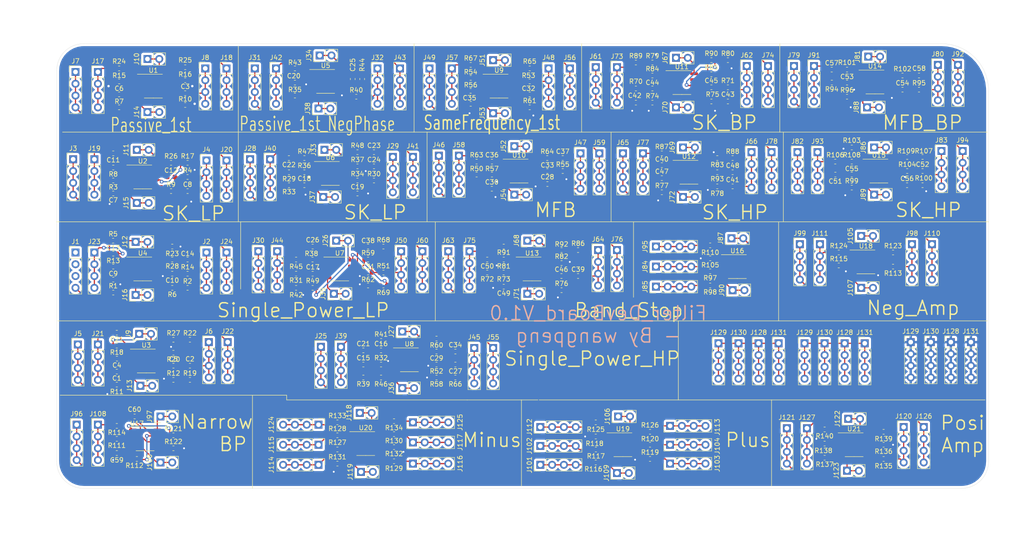
<source format=kicad_pcb>
(kicad_pcb (version 20171130) (host pcbnew 5.1.6-c6e7f7d~87~ubuntu18.04.1)
  (layers (0 F.Cu signal) (31 B.Cu signal) (34 B.Paste user) (35 F.Paste user) (36 B.SilkS user) (37 F.SilkS user) (38 B.Mask user) (39 F.Mask user) (44 Edge.Cuts user))
  (net 0 "")
  (net 1 "Net-(C1-Pad2)")
  (net 2 "Net-(C1-Pad1)")
  (net 3 "Net-(C2-Pad1)")
  (net 4 "Net-(C2-Pad2)")
  (net 5 "Net-(C3-Pad1)")
  (net 6 "Net-(C3-Pad2)")
  (net 7 "Net-(C4-Pad1)")
  (net 8 "Net-(C5-Pad1)")
  (net 9 GND)
  (net 10 "Net-(C6-Pad1)")
  (net 11 "Net-(C7-Pad1)")
  (net 12 "Net-(C8-Pad1)")
  (net 13 "Net-(C9-Pad1)")
  (net 14 "Net-(C10-Pad1)")
  (net 15 "Net-(C11-Pad1)")
  (net 16 "Net-(C11-Pad2)")
  (net 17 "Net-(C12-Pad1)")
  (net 18 "Net-(C12-Pad2)")
  (net 19 "Net-(C13-Pad2)")
  (net 20 "Net-(C13-Pad1)")
  (net 21 "Net-(C14-Pad2)")
  (net 22 "Net-(C14-Pad1)")
  (net 23 "Net-(C15-Pad1)")
  (net 24 "Net-(C15-Pad2)")
  (net 25 "Net-(C16-Pad2)")
  (net 26 "Net-(C17-Pad1)")
  (net 27 "Net-(C18-Pad1)")
  (net 28 "Net-(C19-Pad1)")
  (net 29 "Net-(C20-Pad2)")
  (net 30 "Net-(C20-Pad1)")
  (net 31 "Net-(C21-Pad2)")
  (net 32 "Net-(C22-Pad1)")
  (net 33 "Net-(C22-Pad2)")
  (net 34 "Net-(C23-Pad1)")
  (net 35 "Net-(C23-Pad2)")
  (net 36 "Net-(C25-Pad1)")
  (net 37 "Net-(C25-Pad2)")
  (net 38 "Net-(C26-Pad1)")
  (net 39 "Net-(C26-Pad2)")
  (net 40 "Net-(C27-Pad2)")
  (net 41 "Net-(C27-Pad1)")
  (net 42 "Net-(C28-Pad1)")
  (net 43 "Net-(C28-Pad2)")
  (net 44 "Net-(C29-Pad2)")
  (net 45 "Net-(C30-Pad1)")
  (net 46 "Net-(C31-Pad1)")
  (net 47 "Net-(C32-Pad1)")
  (net 48 "Net-(C32-Pad2)")
  (net 49 "Net-(C33-Pad2)")
  (net 50 "Net-(C34-Pad2)")
  (net 51 "Net-(C35-Pad1)")
  (net 52 "Net-(C36-Pad1)")
  (net 53 "Net-(C36-Pad2)")
  (net 54 "Net-(C37-Pad2)")
  (net 55 "Net-(C38-Pad1)")
  (net 56 "Net-(C38-Pad2)")
  (net 57 "Net-(C39-Pad1)")
  (net 58 "Net-(C39-Pad2)")
  (net 59 "Net-(C40-Pad1)")
  (net 60 "Net-(C40-Pad2)")
  (net 61 "Net-(C41-Pad2)")
  (net 62 "Net-(C41-Pad1)")
  (net 63 "Net-(C42-Pad2)")
  (net 64 "Net-(C43-Pad2)")
  (net 65 "Net-(C44-Pad1)")
  (net 66 "Net-(C45-Pad2)")
  (net 67 "Net-(C46-Pad1)")
  (net 68 "Net-(C47-Pad1)")
  (net 69 "Net-(C48-Pad1)")
  (net 70 "Net-(C49-Pad1)")
  (net 71 "Net-(C50-Pad1)")
  (net 72 "Net-(C50-Pad2)")
  (net 73 "Net-(C51-Pad2)")
  (net 74 "Net-(C51-Pad1)")
  (net 75 "Net-(C52-Pad2)")
  (net 76 "Net-(C52-Pad1)")
  (net 77 "Net-(C53-Pad2)")
  (net 78 "Net-(C53-Pad1)")
  (net 79 "Net-(C54-Pad2)")
  (net 80 "Net-(C54-Pad1)")
  (net 81 "Net-(C55-Pad1)")
  (net 82 "Net-(C56-Pad1)")
  (net 83 "Net-(C57-Pad1)")
  (net 84 "Net-(C58-Pad1)")
  (net 85 "Net-(C59-Pad2)")
  (net 86 "Net-(C60-Pad2)")
  (net 87 "Net-(C60-Pad1)")
  (net 88 "Net-(J1-Pad1)")
  (net 89 "Net-(J2-Pad1)")
  (net 90 "Net-(J3-Pad1)")
  (net 91 "Net-(J4-Pad1)")
  (net 92 "Net-(J7-Pad1)")
  (net 93 "Net-(J9-Pad1)")
  (net 94 "Net-(J10-Pad1)")
  (net 95 "Net-(J11-Pad1)")
  (net 96 "Net-(J12-Pad1)")
  (net 97 "Net-(J13-Pad1)")
  (net 98 "Net-(J14-Pad1)")
  (net 99 "Net-(J15-Pad1)")
  (net 100 "Net-(J16-Pad1)")
  (net 101 "Net-(J17-Pad1)")
  (net 102 "Net-(J18-Pad1)")
  (net 103 "Net-(J21-Pad1)")
  (net 104 "Net-(J22-Pad1)")
  (net 105 "Net-(J26-Pad1)")
  (net 106 "Net-(J27-Pad1)")
  (net 107 "Net-(J28-Pad1)")
  (net 108 "Net-(J29-Pad1)")
  (net 109 "Net-(J30-Pad1)")
  (net 110 "Net-(J31-Pad1)")
  (net 111 "Net-(J32-Pad1)")
  (net 112 "Net-(J33-Pad1)")
  (net 113 "Net-(J34-Pad1)")
  (net 114 "Net-(J35-Pad1)")
  (net 115 "Net-(J36-Pad1)")
  (net 116 "Net-(J37-Pad1)")
  (net 117 "Net-(J38-Pad1)")
  (net 118 "Net-(J42-Pad1)")
  (net 119 "Net-(J46-Pad1)")
  (net 120 "Net-(J49-Pad1)")
  (net 121 "Net-(J50-Pad1)")
  (net 122 "Net-(J51-Pad1)")
  (net 123 "Net-(J52-Pad1)")
  (net 124 "Net-(J53-Pad1)")
  (net 125 "Net-(J54-Pad1)")
  (net 126 "Net-(J56-Pad1)")
  (net 127 "Net-(J57-Pad1)")
  (net 128 "Net-(J61-Pad1)")
  (net 129 "Net-(J62-Pad1)")
  (net 130 "Net-(J63-Pad1)")
  (net 131 "Net-(J67-Pad1)")
  (net 132 "Net-(J68-Pad1)")
  (net 133 "Net-(J69-Pad1)")
  (net 134 "Net-(J70-Pad1)")
  (net 135 "Net-(J71-Pad1)")
  (net 136 "Net-(J72-Pad1)")
  (net 137 "Net-(J73-Pad1)")
  (net 138 "Net-(J74-Pad1)")
  (net 139 "Net-(J76-Pad1)")
  (net 140 "Net-(J77-Pad1)")
  (net 141 "Net-(J78-Pad1)")
  (net 142 "Net-(J79-Pad1)")
  (net 143 "Net-(J80-Pad1)")
  (net 144 "Net-(J81-Pad1)")
  (net 145 "Net-(J84-Pad1)")
  (net 146 "Net-(J85-Pad1)")
  (net 147 "Net-(J86-Pad1)")
  (net 148 "Net-(J87-Pad1)")
  (net 149 "Net-(J88-Pad1)")
  (net 150 "Net-(J89-Pad1)")
  (net 151 "Net-(J90-Pad1)")
  (net 152 "Net-(J93-Pad1)")
  (net 153 "Net-(J94-Pad1)")
  (net 154 "Net-(J95-Pad1)")
  (net 155 "Net-(J96-Pad1)")
  (net 156 "Net-(J97-Pad1)")
  (net 157 "Net-(J98-Pad1)")
  (net 158 "Net-(J99-Pad1)")
  (net 159 "Net-(J100-Pad1)")
  (net 160 "Net-(J101-Pad1)")
  (net 161 "Net-(J102-Pad1)")
  (net 162 "Net-(J103-Pad1)")
  (net 163 "Net-(J104-Pad1)")
  (net 164 "Net-(J105-Pad1)")
  (net 165 "Net-(J106-Pad1)")
  (net 166 "Net-(J107-Pad1)")
  (net 167 "Net-(J108-Pad1)")
  (net 168 "Net-(J109-Pad1)")
  (net 169 "Net-(J110-Pad1)")
  (net 170 "Net-(J111-Pad1)")
  (net 171 "Net-(J112-Pad1)")
  (net 172 "Net-(J113-Pad1)")
  (net 173 "Net-(J114-Pad1)")
  (net 174 "Net-(J115-Pad1)")
  (net 175 "Net-(J116-Pad1)")
  (net 176 "Net-(J117-Pad1)")
  (net 177 "Net-(J118-Pad1)")
  (net 178 "Net-(J119-Pad1)")
  (net 179 "Net-(J120-Pad1)")
  (net 180 "Net-(J121-Pad1)")
  (net 181 "Net-(J122-Pad1)")
  (net 182 "Net-(J123-Pad1)")
  (net 183 "Net-(J124-Pad1)")
  (net 184 "Net-(J125-Pad1)")
  (net 185 "Net-(J126-Pad1)")
  (net 186 "Net-(J127-Pad1)")
  (net 187 "Net-(R15-Pad1)")
  (net 188 "Net-(R16-Pad1)")
  (net 189 "Net-(R17-Pad1)")
  (net 190 "Net-(R20-Pad1)")
  (net 191 "Net-(R23-Pad1)")
  (net 192 "Net-(R36-Pad1)")
  (net 193 "Net-(R37-Pad1)")
  (net 194 "Net-(R39-Pad1)")
  (net 195 "Net-(R42-Pad1)")
  (net 196 "Net-(R53-Pad1)")
  (net 197 "Net-(R54-Pad1)")
  (net 198 "Net-(R58-Pad1)")
  (net 199 "Net-(R62-Pad1)")
  (net 200 "Net-(R79-Pad1)")
  (net 201 "Net-(R80-Pad1)")
  (net 202 "Net-(R81-Pad1)")
  (net 203 "Net-(R82-Pad1)")
  (net 204 "Net-(R83-Pad1)")
  (net 205 "Net-(R97-Pad1)")
  (net 206 "Net-(R103-Pad1)")
  (net 207 "Net-(R104-Pad1)")
  (net 208 "Net-(R105-Pad1)")
  (net 209 "Net-(R113-Pad2)")
  (net 210 "Net-(R115-Pad2)")
  (net 211 "Net-(R116-Pad1)")
  (net 212 "Net-(R118-Pad2)")
  (net 213 "Net-(R119-Pad1)")
  (net 214 "Net-(R121-Pad2)")
  (net 215 "Net-(R127-Pad1)")
  (net 216 "Net-(R128-Pad2)")
  (net 217 "Net-(R129-Pad1)")
  (net 218 "Net-(R130-Pad2)")
  (net 219 "Net-(R135-Pad1)")
  (net 220 "Net-(R136-Pad2)")
  (net 221 "Net-(R137-Pad1)")
  (net 222 "Net-(R138-Pad2)")
  (module Connector_PinHeader_2.54mm:PinHeader_1x04_P2.54mm_Vertical (layer F.Cu) (at 173.482 133.096)
    (fp_text reference J131 (at 0 -2.33) (layer F.SilkS))
    (fp_text value Conn_01x04)
    (pad 1 thru_hole rect (at 0 0) (size 1.7 1.7) (drill 1) (layers *.Cu *.Mask))
    (pad 2 thru_hole oval (at 0 2.54) (size 1.7 1.7) (drill 1) (layers *.Cu *.Mask))
    (pad 3 thru_hole oval (at 0 5.08) (size 1.7 1.7) (drill 1) (layers *.Cu *.Mask))
    (pad 4 thru_hole oval (at 0 7.62) (size 1.7 1.7) (drill 1) (layers *.Cu *.Mask))
  )
  (module Connector_PinHeader_2.54mm:PinHeader_1x04_P2.54mm_Vertical (layer F.Cu) (at 164.846 133.096)
    (fp_text reference J130 (at 0 -2.33) (layer F.SilkS))
    (fp_text value Conn_01x04)
    (pad 1 thru_hole rect (at 0 0) (size 1.7 1.7) (drill 1) (layers *.Cu *.Mask))
    (pad 2 thru_hole oval (at 0 2.54) (size 1.7 1.7) (drill 1) (layers *.Cu *.Mask))
    (pad 3 thru_hole oval (at 0 5.08) (size 1.7 1.7) (drill 1) (layers *.Cu *.Mask))
    (pad 4 thru_hole oval (at 0 7.62) (size 1.7 1.7) (drill 1) (layers *.Cu *.Mask))
  )
  (module Connector_PinHeader_2.54mm:PinHeader_1x04_P2.54mm_Vertical (layer F.Cu) (at 160.528 133.096)
    (fp_text reference J129 (at 0 -2.33) (layer F.SilkS))
    (fp_text value Conn_01x04)
    (pad 1 thru_hole rect (at 0 0) (size 1.7 1.7) (drill 1) (layers *.Cu *.Mask))
    (pad 2 thru_hole oval (at 0 2.54) (size 1.7 1.7) (drill 1) (layers *.Cu *.Mask))
    (pad 3 thru_hole oval (at 0 5.08) (size 1.7 1.7) (drill 1) (layers *.Cu *.Mask))
    (pad 4 thru_hole oval (at 0 7.62) (size 1.7 1.7) (drill 1) (layers *.Cu *.Mask))
  )
  (module Connector_PinHeader_2.54mm:PinHeader_1x04_P2.54mm_Vertical (layer F.Cu) (at 169.164 133.096)
    (fp_text reference J128 (at 0 -2.33) (layer F.SilkS))
    (fp_text value Conn_01x04)
    (pad 1 thru_hole rect (at 0 0) (size 1.7 1.7) (drill 1) (layers *.Cu *.Mask))
    (pad 2 thru_hole oval (at 0 2.54) (size 1.7 1.7) (drill 1) (layers *.Cu *.Mask))
    (pad 3 thru_hole oval (at 0 5.08) (size 1.7 1.7) (drill 1) (layers *.Cu *.Mask))
    (pad 4 thru_hole oval (at 0 7.62) (size 1.7 1.7) (drill 1) (layers *.Cu *.Mask))
  )
  (module Connector_PinHeader_2.54mm:PinHeader_1x04_P2.54mm_Vertical (layer F.Cu) (at 192.024 133.096)
    (fp_text reference J131 (at 0 -2.33) (layer F.SilkS))
    (fp_text value Conn_01x04)
    (pad 1 thru_hole rect (at 0 0) (size 1.7 1.7) (drill 1) (layers *.Cu *.Mask))
    (pad 2 thru_hole oval (at 0 2.54) (size 1.7 1.7) (drill 1) (layers *.Cu *.Mask))
    (pad 3 thru_hole oval (at 0 5.08) (size 1.7 1.7) (drill 1) (layers *.Cu *.Mask))
    (pad 4 thru_hole oval (at 0 7.62) (size 1.7 1.7) (drill 1) (layers *.Cu *.Mask))
  )
  (module Connector_PinHeader_2.54mm:PinHeader_1x04_P2.54mm_Vertical (layer F.Cu) (at 183.388 133.096)
    (fp_text reference J130 (at 0 -2.33) (layer F.SilkS))
    (fp_text value Conn_01x04)
    (pad 1 thru_hole rect (at 0 0) (size 1.7 1.7) (drill 1) (layers *.Cu *.Mask))
    (pad 2 thru_hole oval (at 0 2.54) (size 1.7 1.7) (drill 1) (layers *.Cu *.Mask))
    (pad 3 thru_hole oval (at 0 5.08) (size 1.7 1.7) (drill 1) (layers *.Cu *.Mask))
    (pad 4 thru_hole oval (at 0 7.62) (size 1.7 1.7) (drill 1) (layers *.Cu *.Mask))
  )
  (module Connector_PinHeader_2.54mm:PinHeader_1x04_P2.54mm_Vertical (layer F.Cu) (at 179.07 133.096)
    (fp_text reference J129 (at 0 -2.33) (layer F.SilkS))
    (fp_text value Conn_01x04)
    (pad 1 thru_hole rect (at 0 0) (size 1.7 1.7) (drill 1) (layers *.Cu *.Mask))
    (pad 2 thru_hole oval (at 0 2.54) (size 1.7 1.7) (drill 1) (layers *.Cu *.Mask))
    (pad 3 thru_hole oval (at 0 5.08) (size 1.7 1.7) (drill 1) (layers *.Cu *.Mask))
    (pad 4 thru_hole oval (at 0 7.62) (size 1.7 1.7) (drill 1) (layers *.Cu *.Mask))
  )
  (module Connector_PinHeader_2.54mm:PinHeader_1x04_P2.54mm_Vertical (layer F.Cu) (at 187.706 133.096)
    (fp_text reference J128 (at 0 -2.33) (layer F.SilkS))
    (fp_text value Conn_01x04)
    (pad 1 thru_hole rect (at 0 0) (size 1.7 1.7) (drill 1) (layers *.Cu *.Mask))
    (pad 2 thru_hole oval (at 0 2.54) (size 1.7 1.7) (drill 1) (layers *.Cu *.Mask))
    (pad 3 thru_hole oval (at 0 5.08) (size 1.7 1.7) (drill 1) (layers *.Cu *.Mask))
    (pad 4 thru_hole oval (at 0 7.62) (size 1.7 1.7) (drill 1) (layers *.Cu *.Mask))
  )
  (module Connector_PinHeader_2.54mm:PinHeader_1x04_P2.54mm_Vertical (layer F.Cu) (at 214.884 132.842)
    (fp_text reference J131 (at 0 -2.33) (layer F.SilkS))
    (fp_text value Conn_01x04)
    (pad 4 thru_hole oval (at 0 7.62) (size 1.7 1.7) (drill 1) (layers *.Cu *.Mask) (net 9 GND))
    (pad 3 thru_hole oval (at 0 5.08) (size 1.7 1.7) (drill 1) (layers *.Cu *.Mask) (net 9 GND))
    (pad 2 thru_hole oval (at 0 2.54) (size 1.7 1.7) (drill 1) (layers *.Cu *.Mask) (net 9 GND))
    (pad 1 thru_hole rect (at 0 0) (size 1.7 1.7) (drill 1) (layers *.Cu *.Mask) (net 9 GND))
  )
  (module Connector_PinHeader_2.54mm:PinHeader_1x04_P2.54mm_Vertical (layer F.Cu) (at 206.248 132.842)
    (fp_text reference J130 (at 0 -2.33) (layer F.SilkS))
    (fp_text value Conn_01x04)
    (pad 4 thru_hole oval (at 0 7.62) (size 1.7 1.7) (drill 1) (layers *.Cu *.Mask) (net 9 GND))
    (pad 3 thru_hole oval (at 0 5.08) (size 1.7 1.7) (drill 1) (layers *.Cu *.Mask) (net 9 GND))
    (pad 2 thru_hole oval (at 0 2.54) (size 1.7 1.7) (drill 1) (layers *.Cu *.Mask) (net 9 GND))
    (pad 1 thru_hole rect (at 0 0) (size 1.7 1.7) (drill 1) (layers *.Cu *.Mask) (net 9 GND))
  )
  (module Connector_PinHeader_2.54mm:PinHeader_1x04_P2.54mm_Vertical (layer F.Cu) (at 201.93 132.842)
    (fp_text reference J129 (at 0 -2.33) (layer F.SilkS))
    (fp_text value Conn_01x04)
    (pad 4 thru_hole oval (at 0 7.62) (size 1.7 1.7) (drill 1) (layers *.Cu *.Mask) (net 9 GND))
    (pad 3 thru_hole oval (at 0 5.08) (size 1.7 1.7) (drill 1) (layers *.Cu *.Mask) (net 9 GND))
    (pad 2 thru_hole oval (at 0 2.54) (size 1.7 1.7) (drill 1) (layers *.Cu *.Mask) (net 9 GND))
    (pad 1 thru_hole rect (at 0 0) (size 1.7 1.7) (drill 1) (layers *.Cu *.Mask) (net 9 GND))
  )
  (module Connector_PinHeader_2.54mm:PinHeader_1x04_P2.54mm_Vertical (layer F.Cu) (at 210.566 132.842)
    (fp_text reference J128 (at 0 -2.33) (layer F.SilkS))
    (fp_text value Conn_01x04)
    (pad 4 thru_hole oval (at 0 7.62) (size 1.7 1.7) (drill 1) (layers *.Cu *.Mask) (net 9 GND))
    (pad 3 thru_hole oval (at 0 5.08) (size 1.7 1.7) (drill 1) (layers *.Cu *.Mask) (net 9 GND))
    (pad 2 thru_hole oval (at 0 2.54) (size 1.7 1.7) (drill 1) (layers *.Cu *.Mask) (net 9 GND))
    (pad 1 thru_hole rect (at 0 0) (size 1.7 1.7) (drill 1) (layers *.Cu *.Mask) (net 9 GND))
  )
  (module Capacitor_SMD:C_0603_1608Metric (layer F.Cu) (at 30.988 139.192 180)
    (fp_text reference C1 (at 0 -1.43) (layer F.SilkS))
    (fp_text value C)
    (pad 2 smd roundrect (at 0.7875 0 180) (size 0.875 0.95) (layers F.Cu F.Paste F.Mask) (net 1 "Net-(C1-Pad2)"))
    (pad 1 smd roundrect (at -0.7875 0 180) (size 0.875 0.95) (layers F.Cu F.Paste F.Mask) (net 2 "Net-(C1-Pad1)"))
  )
  (module Capacitor_SMD:C_0603_1608Metric (layer F.Cu) (at 46.736 137.922)
    (fp_text reference C2 (at 0 -1.43) (layer F.SilkS))
    (fp_text value C)
    (pad 1 smd roundrect (at -0.7875 0) (size 0.875 0.95) (layers F.Cu F.Paste F.Mask) (net 3 "Net-(C2-Pad1)"))
    (pad 2 smd roundrect (at 0.7875 0) (size 0.875 0.95) (layers F.Cu F.Paste F.Mask) (net 4 "Net-(C2-Pad2)"))
  )
  (module Capacitor_SMD:C_0603_1608Metric (layer F.Cu) (at 45.72 79.248)
    (fp_text reference C3 (at 0 -1.43) (layer F.SilkS))
    (fp_text value C)
    (pad 1 smd roundrect (at -0.7875 0) (size 0.875 0.95) (layers F.Cu F.Paste F.Mask) (net 5 "Net-(C3-Pad1)"))
    (pad 2 smd roundrect (at 0.7875 0) (size 0.875 0.95) (layers F.Cu F.Paste F.Mask) (net 6 "Net-(C3-Pad2)"))
  )
  (module Capacitor_SMD:C_0603_1608Metric (layer F.Cu) (at 31.0135 136.398 180)
    (fp_text reference C4 (at 0 -1.43) (layer F.SilkS))
    (fp_text value C)
    (pad 1 smd roundrect (at -0.7875 0 180) (size 0.875 0.95) (layers F.Cu F.Paste F.Mask) (net 7 "Net-(C4-Pad1)"))
    (pad 2 smd roundrect (at 0.7875 0 180) (size 0.875 0.95) (layers F.Cu F.Paste F.Mask) (net 2 "Net-(C1-Pad1)"))
  )
  (module Capacitor_SMD:C_0603_1608Metric (layer F.Cu) (at 43.18 137.922)
    (fp_text reference C5 (at 0 -1.43) (layer F.SilkS))
    (fp_text value C)
    (pad 2 smd roundrect (at 0.7875 0) (size 0.875 0.95) (layers F.Cu F.Paste F.Mask) (net 3 "Net-(C2-Pad1)"))
    (pad 1 smd roundrect (at -0.7875 0) (size 0.875 0.95) (layers F.Cu F.Paste F.Mask) (net 8 "Net-(C5-Pad1)"))
  )
  (module Capacitor_SMD:C_0603_1608Metric (layer F.Cu) (at 31.496 79.502 180)
    (fp_text reference C6 (at 0 1.27) (layer F.SilkS))
    (fp_text value C)
    (pad 2 smd roundrect (at 0.7875 0 180) (size 0.875 0.95) (layers F.Cu F.Paste F.Mask) (net 9 GND))
    (pad 1 smd roundrect (at -0.7875 0 180) (size 0.875 0.95) (layers F.Cu F.Paste F.Mask) (net 10 "Net-(C6-Pad1)"))
  )
  (module Capacitor_SMD:C_0603_1608Metric (layer F.Cu) (at 30.226 100.838 180)
    (fp_text reference C7 (at 0 -1.43) (layer F.SilkS))
    (fp_text value C)
    (pad 2 smd roundrect (at 0.7875 0 180) (size 0.875 0.95) (layers F.Cu F.Paste F.Mask) (net 9 GND))
    (pad 1 smd roundrect (at -0.7875 0 180) (size 0.875 0.95) (layers F.Cu F.Paste F.Mask) (net 11 "Net-(C7-Pad1)"))
  )
  (module Capacitor_SMD:C_0603_1608Metric (layer F.Cu) (at 46.228 100.33)
    (fp_text reference C8 (at 0 -1.43) (layer F.SilkS))
    (fp_text value C)
    (pad 2 smd roundrect (at 0.7875 0) (size 0.875 0.95) (layers F.Cu F.Paste F.Mask) (net 9 GND))
    (pad 1 smd roundrect (at -0.7875 0) (size 0.875 0.95) (layers F.Cu F.Paste F.Mask) (net 12 "Net-(C8-Pad1)"))
  )
  (module Capacitor_SMD:C_0603_1608Metric (layer F.Cu) (at 30.226 119.38)
    (fp_text reference C9 (at 0 -1.27) (layer F.SilkS))
    (fp_text value C)
    (pad 1 smd roundrect (at -0.7875 0) (size 0.875 0.95) (layers F.Cu F.Paste F.Mask) (net 13 "Net-(C9-Pad1)"))
    (pad 2 smd roundrect (at 0.7875 0) (size 0.875 0.95) (layers F.Cu F.Paste F.Mask) (net 9 GND))
  )
  (module Capacitor_SMD:C_0603_1608Metric (layer F.Cu) (at 42.926 118.11 180)
    (fp_text reference C10 (at 0 -1.43) (layer F.SilkS))
    (fp_text value C)
    (pad 1 smd roundrect (at -0.7875 0 180) (size 0.875 0.95) (layers F.Cu F.Paste F.Mask) (net 14 "Net-(C10-Pad1)"))
    (pad 2 smd roundrect (at 0.7875 0 180) (size 0.875 0.95) (layers F.Cu F.Paste F.Mask) (net 9 GND))
  )
  (module Capacitor_SMD:C_0603_1608Metric (layer F.Cu) (at 30.226 92.202 180)
    (fp_text reference C11 (at 0 -1.43) (layer F.SilkS))
    (fp_text value C)
    (pad 1 smd roundrect (at -0.7875 0 180) (size 0.875 0.95) (layers F.Cu F.Paste F.Mask) (net 15 "Net-(C11-Pad1)"))
    (pad 2 smd roundrect (at 0.7875 0 180) (size 0.875 0.95) (layers F.Cu F.Paste F.Mask) (net 16 "Net-(C11-Pad2)"))
  )
  (module Capacitor_SMD:C_0603_1608Metric (layer F.Cu) (at 42.672 97.282)
    (fp_text reference C12 (at 0 -1.43) (layer F.SilkS))
    (fp_text value C)
    (pad 1 smd roundrect (at -0.7875 0) (size 0.875 0.95) (layers F.Cu F.Paste F.Mask) (net 17 "Net-(C12-Pad1)"))
    (pad 2 smd roundrect (at 0.7875 0) (size 0.875 0.95) (layers F.Cu F.Paste F.Mask) (net 18 "Net-(C12-Pad2)"))
  )
  (module Capacitor_SMD:C_0603_1608Metric (layer F.Cu) (at 30.226 113.792 180)
    (fp_text reference C13 (at 0 1.27) (layer F.SilkS))
    (fp_text value C)
    (pad 2 smd roundrect (at 0.7875 0 180) (size 0.875 0.95) (layers F.Cu F.Paste F.Mask) (net 19 "Net-(C13-Pad2)"))
    (pad 1 smd roundrect (at -0.7875 0 180) (size 0.875 0.95) (layers F.Cu F.Paste F.Mask) (net 20 "Net-(C13-Pad1)"))
  )
  (module Capacitor_SMD:C_0603_1608Metric (layer F.Cu) (at 46.228 115.062 180)
    (fp_text reference C14 (at 0 1.27) (layer F.SilkS))
    (fp_text value C)
    (pad 2 smd roundrect (at 0.7875 0 180) (size 0.875 0.95) (layers F.Cu F.Paste F.Mask) (net 21 "Net-(C14-Pad2)"))
    (pad 1 smd roundrect (at -0.7875 0 180) (size 0.875 0.95) (layers F.Cu F.Paste F.Mask) (net 22 "Net-(C14-Pad1)"))
  )
  (module Capacitor_SMD:C_0603_1608Metric (layer F.Cu) (at 84.074 137.668)
    (fp_text reference C15 (at 0 -1.43) (layer F.SilkS))
    (fp_text value C)
    (pad 1 smd roundrect (at -0.7875 0) (size 0.875 0.95) (layers F.Cu F.Paste F.Mask) (net 23 "Net-(C15-Pad1)"))
    (pad 2 smd roundrect (at 0.7875 0) (size 0.875 0.95) (layers F.Cu F.Paste F.Mask) (net 24 "Net-(C15-Pad2)"))
  )
  (module Capacitor_SMD:C_0603_1608Metric (layer F.Cu) (at 87.884 134.62)
    (fp_text reference C16 (at 0 -1.43) (layer F.SilkS))
    (fp_text value C)
    (pad 1 smd roundrect (at -0.7875 0) (size 0.875 0.95) (layers F.Cu F.Paste F.Mask) (net 24 "Net-(C15-Pad2)"))
    (pad 2 smd roundrect (at 0.7875 0) (size 0.875 0.95) (layers F.Cu F.Paste F.Mask) (net 25 "Net-(C16-Pad2)"))
  )
  (module Capacitor_SMD:C_0603_1608Metric (layer F.Cu) (at 73.152 118.11)
    (fp_text reference C17 (at 0 -1.43) (layer F.SilkS))
    (fp_text value C)
    (pad 2 smd roundrect (at 0.7875 0) (size 0.875 0.95) (layers F.Cu F.Paste F.Mask) (net 9 GND))
    (pad 1 smd roundrect (at -0.7875 0) (size 0.875 0.95) (layers F.Cu F.Paste F.Mask) (net 26 "Net-(C17-Pad1)"))
  )
  (module Capacitor_SMD:C_0603_1608Metric (layer F.Cu) (at 71.374 99.06)
    (fp_text reference C18 (at 0 -1.43) (layer F.SilkS))
    (fp_text value C)
    (pad 2 smd roundrect (at 0.7875 0) (size 0.875 0.95) (layers F.Cu F.Paste F.Mask) (net 9 GND))
    (pad 1 smd roundrect (at -0.7875 0) (size 0.875 0.95) (layers F.Cu F.Paste F.Mask) (net 27 "Net-(C18-Pad1)"))
  )
  (module Capacitor_SMD:C_0603_1608Metric (layer F.Cu) (at 82.804 100.838)
    (fp_text reference C19 (at 0 -1.43) (layer F.SilkS))
    (fp_text value C)
    (pad 2 smd roundrect (at 0.7875 0) (size 0.875 0.95) (layers F.Cu F.Paste F.Mask) (net 9 GND))
    (pad 1 smd roundrect (at -0.7875 0) (size 0.875 0.95) (layers F.Cu F.Paste F.Mask) (net 28 "Net-(C19-Pad1)"))
  )
  (module Capacitor_SMD:C_0603_1608Metric (layer F.Cu) (at 69.342 76.962)
    (fp_text reference C20 (at -0.254 -1.43) (layer F.SilkS))
    (fp_text value C)
    (pad 2 smd roundrect (at 0.7875 0) (size 0.875 0.95) (layers F.Cu F.Paste F.Mask) (net 29 "Net-(C20-Pad2)"))
    (pad 1 smd roundrect (at -0.7875 0) (size 0.875 0.95) (layers F.Cu F.Paste F.Mask) (net 30 "Net-(C20-Pad1)"))
  )
  (module Capacitor_SMD:C_0603_1608Metric (layer F.Cu) (at 84.074 134.62)
    (fp_text reference C21 (at 0 -1.43) (layer F.SilkS))
    (fp_text value C)
    (pad 1 smd roundrect (at -0.7875 0) (size 0.875 0.95) (layers F.Cu F.Paste F.Mask) (net 24 "Net-(C15-Pad2)"))
    (pad 2 smd roundrect (at 0.7875 0) (size 0.875 0.95) (layers F.Cu F.Paste F.Mask) (net 31 "Net-(C21-Pad2)"))
  )
  (module Capacitor_SMD:C_0603_1608Metric (layer F.Cu) (at 68.0465 93.218 180)
    (fp_text reference C22 (at 0 -1.43) (layer F.SilkS))
    (fp_text value C)
    (pad 1 smd roundrect (at -0.7875 0 180) (size 0.875 0.95) (layers F.Cu F.Paste F.Mask) (net 32 "Net-(C22-Pad1)"))
    (pad 2 smd roundrect (at 0.7875 0 180) (size 0.875 0.95) (layers F.Cu F.Paste F.Mask) (net 33 "Net-(C22-Pad2)"))
  )
  (module Capacitor_SMD:C_0603_1608Metric (layer F.Cu) (at 86.36 91.948)
    (fp_text reference C23 (at 0 -1.43) (layer F.SilkS))
    (fp_text value C)
    (pad 1 smd roundrect (at -0.7875 0) (size 0.875 0.95) (layers F.Cu F.Paste F.Mask) (net 34 "Net-(C23-Pad1)"))
    (pad 2 smd roundrect (at 0.7875 0) (size 0.875 0.95) (layers F.Cu F.Paste F.Mask) (net 35 "Net-(C23-Pad2)"))
  )
  (module Capacitor_SMD:C_0603_1608Metric (layer F.Cu) (at 86.36 94.996)
    (fp_text reference C24 (at 0 -1.43) (layer F.SilkS))
    (fp_text value C)
    (pad 1 smd roundrect (at -0.7875 0) (size 0.875 0.95) (layers F.Cu F.Paste F.Mask) (net 34 "Net-(C23-Pad1)"))
    (pad 2 smd roundrect (at 0.7875 0) (size 0.875 0.95) (layers F.Cu F.Paste F.Mask) (net 35 "Net-(C23-Pad2)"))
  )
  (module Capacitor_SMD:C_0603_1608Metric (layer F.Cu) (at 81.788 76.2 270)
    (fp_text reference C25 (at -3.048 0 90) (layer F.SilkS))
    (fp_text value C)
    (pad 1 smd roundrect (at -0.7875 0 270) (size 0.875 0.95) (layers F.Cu F.Paste F.Mask) (net 36 "Net-(C25-Pad1)"))
    (pad 2 smd roundrect (at 0.7875 0 270) (size 0.875 0.95) (layers F.Cu F.Paste F.Mask) (net 37 "Net-(C25-Pad2)"))
  )
  (module Capacitor_SMD:C_0603_1608Metric (layer F.Cu) (at 73.152 112.268)
    (fp_text reference C26 (at 0 -1.43) (layer F.SilkS))
    (fp_text value C)
    (pad 1 smd roundrect (at -0.7875 0) (size 0.875 0.95) (layers F.Cu F.Paste F.Mask) (net 38 "Net-(C26-Pad1)"))
    (pad 2 smd roundrect (at 0.7875 0) (size 0.875 0.95) (layers F.Cu F.Paste F.Mask) (net 39 "Net-(C26-Pad2)"))
  )
  (module Capacitor_SMD:C_0603_1608Metric (layer F.Cu) (at 103.886 137.668 180)
    (fp_text reference C27 (at 0 -1.43) (layer F.SilkS))
    (fp_text value C)
    (pad 2 smd roundrect (at 0.7875 0 180) (size 0.875 0.95) (layers F.Cu F.Paste F.Mask) (net 40 "Net-(C27-Pad2)"))
    (pad 1 smd roundrect (at -0.7875 0 180) (size 0.875 0.95) (layers F.Cu F.Paste F.Mask) (net 41 "Net-(C27-Pad1)"))
  )
  (module Capacitor_SMD:C_0603_1608Metric (layer F.Cu) (at 123.698 98.806)
    (fp_text reference C28 (at 0 -1.524) (layer F.SilkS))
    (fp_text value C)
    (pad 1 smd roundrect (at -0.7875 0) (size 0.875 0.95) (layers F.Cu F.Paste F.Mask) (net 42 "Net-(C28-Pad1)"))
    (pad 2 smd roundrect (at 0.7875 0) (size 0.875 0.95) (layers F.Cu F.Paste F.Mask) (net 43 "Net-(C28-Pad2)"))
  )
  (module Capacitor_SMD:C_0603_1608Metric (layer F.Cu) (at 99.822 134.874 180)
    (fp_text reference C29 (at 0 -1.43) (layer F.SilkS))
    (fp_text value C)
    (pad 1 smd roundrect (at -0.7875 0 180) (size 0.875 0.95) (layers F.Cu F.Paste F.Mask) (net 40 "Net-(C27-Pad2)"))
    (pad 2 smd roundrect (at 0.7875 0 180) (size 0.875 0.95) (layers F.Cu F.Paste F.Mask) (net 44 "Net-(C29-Pad2)"))
  )
  (module Capacitor_SMD:C_0603_1608Metric (layer F.Cu) (at 111.7345 99.822)
    (fp_text reference C30 (at 0 -1.43) (layer F.SilkS))
    (fp_text value C)
    (pad 2 smd roundrect (at 0.7875 0) (size 0.875 0.95) (layers F.Cu F.Paste F.Mask) (net 9 GND))
    (pad 1 smd roundrect (at -0.7875 0) (size 0.875 0.95) (layers F.Cu F.Paste F.Mask) (net 45 "Net-(C30-Pad1)"))
  )
  (module Capacitor_SMD:C_0603_1608Metric (layer F.Cu) (at 85.09 117.856 180)
    (fp_text reference C31 (at 0 1.27 180) (layer F.SilkS))
    (fp_text value C)
    (pad 2 smd roundrect (at 0.7875 0 180) (size 0.875 0.95) (layers F.Cu F.Paste F.Mask) (net 9 GND))
    (pad 1 smd roundrect (at -0.7875 0 180) (size 0.875 0.95) (layers F.Cu F.Paste F.Mask) (net 46 "Net-(C31-Pad1)"))
  )
  (module Capacitor_SMD:C_0603_1608Metric (layer F.Cu) (at 119.888 79.502 180)
    (fp_text reference C32 (at 0.254 1.27) (layer F.SilkS))
    (fp_text value C)
    (pad 1 smd roundrect (at -0.7875 0 180) (size 0.875 0.95) (layers F.Cu F.Paste F.Mask) (net 47 "Net-(C32-Pad1)"))
    (pad 2 smd roundrect (at 0.7875 0 180) (size 0.875 0.95) (layers F.Cu F.Paste F.Mask) (net 48 "Net-(C32-Pad2)"))
  )
  (module Capacitor_SMD:C_0603_1608Metric (layer F.Cu) (at 123.698 96.012 180)
    (fp_text reference C33 (at 0 1.27) (layer F.SilkS))
    (fp_text value C)
    (pad 2 smd roundrect (at 0.7875 0 180) (size 0.875 0.95) (layers F.Cu F.Paste F.Mask) (net 49 "Net-(C33-Pad2)"))
    (pad 1 smd roundrect (at -0.7875 0 180) (size 0.875 0.95) (layers F.Cu F.Paste F.Mask) (net 43 "Net-(C28-Pad2)"))
  )
  (module Capacitor_SMD:C_0603_1608Metric (layer F.Cu) (at 103.886 134.874)
    (fp_text reference C34 (at 0 -1.43) (layer F.SilkS))
    (fp_text value C)
    (pad 2 smd roundrect (at 0.7875 0) (size 0.875 0.95) (layers F.Cu F.Paste F.Mask) (net 50 "Net-(C34-Pad2)"))
    (pad 1 smd roundrect (at -0.7875 0) (size 0.875 0.95) (layers F.Cu F.Paste F.Mask) (net 40 "Net-(C27-Pad2)"))
  )
  (module Capacitor_SMD:C_0603_1608Metric (layer F.Cu) (at 107.188 81.534 180)
    (fp_text reference C35 (at 0.254 1.27) (layer F.SilkS))
    (fp_text value C)
    (pad 2 smd roundrect (at 0.7875 0 180) (size 0.875 0.95) (layers F.Cu F.Paste F.Mask) (net 9 GND))
    (pad 1 smd roundrect (at -0.7875 0 180) (size 0.875 0.95) (layers F.Cu F.Paste F.Mask) (net 51 "Net-(C35-Pad1)"))
  )
  (module Capacitor_SMD:C_0603_1608Metric (layer F.Cu) (at 111.76 93.98)
    (fp_text reference C36 (at 0 -1.43) (layer F.SilkS))
    (fp_text value C)
    (pad 1 smd roundrect (at -0.7875 0) (size 0.875 0.95) (layers F.Cu F.Paste F.Mask) (net 52 "Net-(C36-Pad1)"))
    (pad 2 smd roundrect (at 0.7875 0) (size 0.875 0.95) (layers F.Cu F.Paste F.Mask) (net 53 "Net-(C36-Pad2)"))
  )
  (module Capacitor_SMD:C_0603_1608Metric (layer F.Cu) (at 127 93.218)
    (fp_text reference C37 (at 0 -1.43) (layer F.SilkS))
    (fp_text value C)
    (pad 1 smd roundrect (at -0.7875 0) (size 0.875 0.95) (layers F.Cu F.Paste F.Mask) (net 43 "Net-(C28-Pad2)"))
    (pad 2 smd roundrect (at 0.7875 0) (size 0.875 0.95) (layers F.Cu F.Paste F.Mask) (net 54 "Net-(C37-Pad2)"))
  )
  (module Capacitor_SMD:C_0603_1608Metric (layer F.Cu) (at 85.09 112.268 180)
    (fp_text reference C38 (at 0 1.27) (layer F.SilkS))
    (fp_text value C)
    (pad 1 smd roundrect (at -0.7875 0 180) (size 0.875 0.95) (layers F.Cu F.Paste F.Mask) (net 55 "Net-(C38-Pad1)"))
    (pad 2 smd roundrect (at 0.7875 0 180) (size 0.875 0.95) (layers F.Cu F.Paste F.Mask) (net 56 "Net-(C38-Pad2)"))
  )
  (module Capacitor_SMD:C_0603_1608Metric (layer F.Cu) (at 130.302 118.618)
    (fp_text reference C39 (at 0 -1.43) (layer F.SilkS))
    (fp_text value C)
    (pad 1 smd roundrect (at -0.7875 0) (size 0.875 0.95) (layers F.Cu F.Paste F.Mask) (net 57 "Net-(C39-Pad1)"))
    (pad 2 smd roundrect (at 0.7875 0) (size 0.875 0.95) (layers F.Cu F.Paste F.Mask) (net 58 "Net-(C39-Pad2)"))
  )
  (module Capacitor_SMD:C_0603_1608Metric (layer F.Cu) (at 148.336 94.742 180)
    (fp_text reference C40 (at 0 1.27) (layer F.SilkS))
    (fp_text value C)
    (pad 1 smd roundrect (at -0.7875 0 180) (size 0.875 0.95) (layers F.Cu F.Paste F.Mask) (net 59 "Net-(C40-Pad1)"))
    (pad 2 smd roundrect (at 0.7875 0 180) (size 0.875 0.95) (layers F.Cu F.Paste F.Mask) (net 60 "Net-(C40-Pad2)"))
  )
  (module Capacitor_SMD:C_0603_1608Metric (layer F.Cu) (at 163.576 99.314)
    (fp_text reference C41 (at 0 -1.43) (layer F.SilkS))
    (fp_text value C)
    (pad 2 smd roundrect (at 0.7875 0) (size 0.875 0.95) (layers F.Cu F.Paste F.Mask) (net 61 "Net-(C41-Pad2)"))
    (pad 1 smd roundrect (at -0.7875 0) (size 0.875 0.95) (layers F.Cu F.Paste F.Mask) (net 62 "Net-(C41-Pad1)"))
  )
  (module Capacitor_SMD:C_0603_1608Metric (layer F.Cu) (at 142.748 81.28)
    (fp_text reference C42 (at -0.254 -1.524) (layer F.SilkS))
    (fp_text value C)
    (pad 1 smd roundrect (at -0.7875 0) (size 0.875 0.95) (layers F.Cu F.Paste F.Mask) (net 9 GND))
    (pad 2 smd roundrect (at 0.7875 0) (size 0.875 0.95) (layers F.Cu F.Paste F.Mask) (net 63 "Net-(C42-Pad2)"))
  )
  (module Capacitor_SMD:C_0603_1608Metric (layer F.Cu) (at 162.56 81.026 180)
    (fp_text reference C43 (at 0 1.524) (layer F.SilkS))
    (fp_text value C)
    (pad 1 smd roundrect (at -0.7875 0 180) (size 0.875 0.95) (layers F.Cu F.Paste F.Mask) (net 9 GND))
    (pad 2 smd roundrect (at 0.7875 0 180) (size 0.875 0.95) (layers F.Cu F.Paste F.Mask) (net 64 "Net-(C43-Pad2)"))
  )
  (module Capacitor_SMD:C_0603_1608Metric (layer F.Cu) (at 146.304 78.232 180)
    (fp_text reference C44 (at 0 1.27) (layer F.SilkS))
    (fp_text value C)
    (pad 2 smd roundrect (at 0.7875 0 180) (size 0.875 0.95) (layers F.Cu F.Paste F.Mask) (net 63 "Net-(C42-Pad2)"))
    (pad 1 smd roundrect (at -0.7875 0 180) (size 0.875 0.95) (layers F.Cu F.Paste F.Mask) (net 65 "Net-(C44-Pad1)"))
  )
  (module Capacitor_SMD:C_0603_1608Metric (layer F.Cu) (at 159.004 77.978)
    (fp_text reference C45 (at 0 -1.43) (layer F.SilkS))
    (fp_text value C)
    (pad 2 smd roundrect (at 0.7875 0) (size 0.875 0.95) (layers F.Cu F.Paste F.Mask) (net 66 "Net-(C45-Pad2)"))
    (pad 1 smd roundrect (at -0.7875 0) (size 0.875 0.95) (layers F.Cu F.Paste F.Mask) (net 64 "Net-(C43-Pad2)"))
  )
  (module Capacitor_SMD:C_0603_1608Metric (layer F.Cu) (at 126.7205 118.618)
    (fp_text reference C46 (at 0 -1.43) (layer F.SilkS))
    (fp_text value C)
    (pad 2 smd roundrect (at 0.7875 0) (size 0.875 0.95) (layers F.Cu F.Paste F.Mask) (net 57 "Net-(C39-Pad1)"))
    (pad 1 smd roundrect (at -0.7875 0) (size 0.875 0.95) (layers F.Cu F.Paste F.Mask) (net 67 "Net-(C46-Pad1)"))
  )
  (module Capacitor_SMD:C_0603_1608Metric (layer F.Cu) (at 148.336 97.536)
    (fp_text reference C47 (at 0 -1.43) (layer F.SilkS))
    (fp_text value C)
    (pad 2 smd roundrect (at 0.7875 0) (size 0.875 0.95) (layers F.Cu F.Paste F.Mask) (net 59 "Net-(C40-Pad1)"))
    (pad 1 smd roundrect (at -0.7875 0) (size 0.875 0.95) (layers F.Cu F.Paste F.Mask) (net 68 "Net-(C47-Pad1)"))
  )
  (module Capacitor_SMD:C_0603_1608Metric (layer F.Cu) (at 163.576 96.266)
    (fp_text reference C48 (at 0 -1.43) (layer F.SilkS))
    (fp_text value C)
    (pad 1 smd roundrect (at -0.7875 0) (size 0.875 0.95) (layers F.Cu F.Paste F.Mask) (net 69 "Net-(C48-Pad1)"))
    (pad 2 smd roundrect (at 0.7875 0) (size 0.875 0.95) (layers F.Cu F.Paste F.Mask) (net 62 "Net-(C41-Pad1)"))
  )
  (module Capacitor_SMD:C_0603_1608Metric (layer F.Cu) (at 114.3 120.904 180)
    (fp_text reference C49 (at 0 -1.43) (layer F.SilkS))
    (fp_text value C)
    (pad 2 smd roundrect (at 0.7875 0 180) (size 0.875 0.95) (layers F.Cu F.Paste F.Mask) (net 9 GND))
    (pad 1 smd roundrect (at -0.7875 0 180) (size 0.875 0.95) (layers F.Cu F.Paste F.Mask) (net 70 "Net-(C49-Pad1)"))
  )
  (module Capacitor_SMD:C_0603_1608Metric (layer F.Cu) (at 110.744 115.062 180)
    (fp_text reference C50 (at 0 -1.43) (layer F.SilkS))
    (fp_text value C)
    (pad 1 smd roundrect (at -0.7875 0 180) (size 0.875 0.95) (layers F.Cu F.Paste F.Mask) (net 71 "Net-(C50-Pad1)"))
    (pad 2 smd roundrect (at 0.7875 0 180) (size 0.875 0.95) (layers F.Cu F.Paste F.Mask) (net 72 "Net-(C50-Pad2)"))
  )
  (module Capacitor_SMD:C_0603_1608Metric (layer F.Cu) (at 185.6995 96.774 180)
    (fp_text reference C51 (at 0 -1.43) (layer F.SilkS))
    (fp_text value C)
    (pad 2 smd roundrect (at 0.7875 0 180) (size 0.875 0.95) (layers F.Cu F.Paste F.Mask) (net 73 "Net-(C51-Pad2)"))
    (pad 1 smd roundrect (at -0.7875 0 180) (size 0.875 0.95) (layers F.Cu F.Paste F.Mask) (net 74 "Net-(C51-Pad1)"))
  )
  (module Capacitor_SMD:C_0603_1608Metric (layer F.Cu) (at 204.47 96.012)
    (fp_text reference C52 (at 0 -1.43) (layer F.SilkS))
    (fp_text value C)
    (pad 2 smd roundrect (at 0.7875 0) (size 0.875 0.95) (layers F.Cu F.Paste F.Mask) (net 75 "Net-(C52-Pad2)"))
    (pad 1 smd roundrect (at -0.7875 0) (size 0.875 0.95) (layers F.Cu F.Paste F.Mask) (net 76 "Net-(C52-Pad1)"))
  )
  (module Capacitor_SMD:C_0603_1608Metric (layer F.Cu) (at 188.214 76.962 180)
    (fp_text reference C53 (at 0 1.27) (layer F.SilkS))
    (fp_text value C)
    (pad 2 smd roundrect (at 0.7875 0 180) (size 0.875 0.95) (layers F.Cu F.Paste F.Mask) (net 77 "Net-(C53-Pad2)"))
    (pad 1 smd roundrect (at -0.7875 0 180) (size 0.875 0.95) (layers F.Cu F.Paste F.Mask) (net 78 "Net-(C53-Pad1)"))
  )
  (module Capacitor_SMD:C_0603_1608Metric (layer F.Cu) (at 200.152 78.486)
    (fp_text reference C54 (at 0 -1.43) (layer F.SilkS))
    (fp_text value C)
    (pad 2 smd roundrect (at 0.7875 0) (size 0.875 0.95) (layers F.Cu F.Paste F.Mask) (net 79 "Net-(C54-Pad2)"))
    (pad 1 smd roundrect (at -0.7875 0) (size 0.875 0.95) (layers F.Cu F.Paste F.Mask) (net 80 "Net-(C54-Pad1)"))
  )
  (module Capacitor_SMD:C_0603_1608Metric (layer F.Cu) (at 189.23 96.774 180)
    (fp_text reference C55 (at 0 1.27) (layer F.SilkS))
    (fp_text value C)
    (pad 2 smd roundrect (at 0.7875 0 180) (size 0.875 0.95) (layers F.Cu F.Paste F.Mask) (net 74 "Net-(C51-Pad1)"))
    (pad 1 smd roundrect (at -0.7875 0 180) (size 0.875 0.95) (layers F.Cu F.Paste F.Mask) (net 81 "Net-(C55-Pad1)"))
  )
  (module Capacitor_SMD:C_0603_1608Metric (layer F.Cu) (at 201.1425 99.06)
    (fp_text reference C56 (at 0 -1.43) (layer F.SilkS))
    (fp_text value C)
    (pad 1 smd roundrect (at -0.7875 0) (size 0.875 0.95) (layers F.Cu F.Paste F.Mask) (net 82 "Net-(C56-Pad1)"))
    (pad 2 smd roundrect (at 0.7875 0) (size 0.875 0.95) (layers F.Cu F.Paste F.Mask) (net 76 "Net-(C52-Pad1)"))
  )
  (module Capacitor_SMD:C_0603_1608Metric (layer F.Cu) (at 184.912 74.168)
    (fp_text reference C57 (at 0 -1.43) (layer F.SilkS))
    (fp_text value C)
    (pad 1 smd roundrect (at -0.7875 0) (size 0.875 0.95) (layers F.Cu F.Paste F.Mask) (net 83 "Net-(C57-Pad1)"))
    (pad 2 smd roundrect (at 0.7875 0) (size 0.875 0.95) (layers F.Cu F.Paste F.Mask) (net 77 "Net-(C53-Pad2)"))
  )
  (module Capacitor_SMD:C_0603_1608Metric (layer F.Cu) (at 203.708 75.438 180)
    (fp_text reference C58 (at 0 1.524) (layer F.SilkS))
    (fp_text value C)
    (pad 1 smd roundrect (at -0.7875 0 180) (size 0.875 0.95) (layers F.Cu F.Paste F.Mask) (net 84 "Net-(C58-Pad1)"))
    (pad 2 smd roundrect (at 0.7875 0 180) (size 0.875 0.95) (layers F.Cu F.Paste F.Mask) (net 79 "Net-(C54-Pad2)"))
  )
  (module Capacitor_SMD:C_0603_1608Metric (layer F.Cu) (at 30.988 156.718)
    (fp_text reference C59 (at 0 1.524) (layer F.SilkS))
    (fp_text value C)
    (pad 2 smd roundrect (at 0.7875 0) (size 0.875 0.95) (layers F.Cu F.Paste F.Mask) (net 85 "Net-(C59-Pad2)"))
    (pad 1 smd roundrect (at -0.7875 0) (size 0.875 0.95) (layers F.Cu F.Paste F.Mask) (net 9 GND))
  )
  (module Capacitor_SMD:C_0603_1608Metric (layer F.Cu) (at 34.8235 148.844 180)
    (fp_text reference C60 (at 0.0255 1.524) (layer F.SilkS))
    (fp_text value C)
    (pad 2 smd roundrect (at 0.7875 0 180) (size 0.875 0.95) (layers F.Cu F.Paste F.Mask) (net 86 "Net-(C60-Pad2)"))
    (pad 1 smd roundrect (at -0.7875 0 180) (size 0.875 0.95) (layers F.Cu F.Paste F.Mask) (net 87 "Net-(C60-Pad1)"))
  )
  (module Connector_PinHeader_2.54mm:PinHeader_1x04_P2.54mm_Vertical (layer F.Cu) (at 22.098 113.538)
    (fp_text reference J1 (at 0 -2.33) (layer F.SilkS))
    (fp_text value Conn_01x04_Male)
    (pad 4 thru_hole oval (at 0 7.62) (size 1.7 1.7) (drill 1) (layers *.Cu *.Mask) (net 88 "Net-(J1-Pad1)"))
    (pad 3 thru_hole oval (at 0 5.08) (size 1.7 1.7) (drill 1) (layers *.Cu *.Mask) (net 88 "Net-(J1-Pad1)"))
    (pad 2 thru_hole oval (at 0 2.54) (size 1.7 1.7) (drill 1) (layers *.Cu *.Mask) (net 88 "Net-(J1-Pad1)"))
    (pad 1 thru_hole rect (at 0 0) (size 1.7 1.7) (drill 1) (layers *.Cu *.Mask) (net 88 "Net-(J1-Pad1)"))
  )
  (module Connector_PinHeader_2.54mm:PinHeader_1x04_P2.54mm_Vertical (layer F.Cu) (at 50.292 113.538)
    (fp_text reference J2 (at 0 -2.33) (layer F.SilkS))
    (fp_text value Conn_01x04_Male)
    (pad 4 thru_hole oval (at 0 7.62) (size 1.7 1.7) (drill 1) (layers *.Cu *.Mask) (net 89 "Net-(J2-Pad1)"))
    (pad 3 thru_hole oval (at 0 5.08) (size 1.7 1.7) (drill 1) (layers *.Cu *.Mask) (net 89 "Net-(J2-Pad1)"))
    (pad 2 thru_hole oval (at 0 2.54) (size 1.7 1.7) (drill 1) (layers *.Cu *.Mask) (net 89 "Net-(J2-Pad1)"))
    (pad 1 thru_hole rect (at 0 0) (size 1.7 1.7) (drill 1) (layers *.Cu *.Mask) (net 89 "Net-(J2-Pad1)"))
  )
  (module Connector_PinHeader_2.54mm:PinHeader_1x04_P2.54mm_Vertical (layer F.Cu) (at 21.59 93.472)
    (fp_text reference J3 (at 0 -2.33) (layer F.SilkS))
    (fp_text value Conn_01x04_Male)
    (pad 1 thru_hole rect (at 0 0) (size 1.7 1.7) (drill 1) (layers *.Cu *.Mask) (net 90 "Net-(J3-Pad1)"))
    (pad 2 thru_hole oval (at 0 2.54) (size 1.7 1.7) (drill 1) (layers *.Cu *.Mask) (net 90 "Net-(J3-Pad1)"))
    (pad 3 thru_hole oval (at 0 5.08) (size 1.7 1.7) (drill 1) (layers *.Cu *.Mask) (net 90 "Net-(J3-Pad1)"))
    (pad 4 thru_hole oval (at 0 7.62) (size 1.7 1.7) (drill 1) (layers *.Cu *.Mask) (net 90 "Net-(J3-Pad1)"))
  )
  (module Connector_PinHeader_2.54mm:PinHeader_1x04_P2.54mm_Vertical (layer F.Cu) (at 50.292 93.726)
    (fp_text reference J4 (at 0 -2.33) (layer F.SilkS))
    (fp_text value Conn_01x04_Male)
    (pad 1 thru_hole rect (at 0 0) (size 1.7 1.7) (drill 1) (layers *.Cu *.Mask) (net 91 "Net-(J4-Pad1)"))
    (pad 2 thru_hole oval (at 0 2.54) (size 1.7 1.7) (drill 1) (layers *.Cu *.Mask) (net 91 "Net-(J4-Pad1)"))
    (pad 3 thru_hole oval (at 0 5.08) (size 1.7 1.7) (drill 1) (layers *.Cu *.Mask) (net 91 "Net-(J4-Pad1)"))
    (pad 4 thru_hole oval (at 0 7.62) (size 1.7 1.7) (drill 1) (layers *.Cu *.Mask) (net 91 "Net-(J4-Pad1)"))
  )
  (module Connector_PinHeader_2.54mm:PinHeader_1x04_P2.54mm_Vertical (layer F.Cu) (at 22.606 133.35)
    (fp_text reference J5 (at 0 -2.33) (layer F.SilkS))
    (fp_text value Conn_01x04_Male)
    (pad 1 thru_hole rect (at 0 0) (size 1.7 1.7) (drill 1) (layers *.Cu *.Mask) (net 1 "Net-(C1-Pad2)"))
    (pad 2 thru_hole oval (at 0 2.54) (size 1.7 1.7) (drill 1) (layers *.Cu *.Mask) (net 1 "Net-(C1-Pad2)"))
    (pad 3 thru_hole oval (at 0 5.08) (size 1.7 1.7) (drill 1) (layers *.Cu *.Mask) (net 1 "Net-(C1-Pad2)"))
    (pad 4 thru_hole oval (at 0 7.62) (size 1.7 1.7) (drill 1) (layers *.Cu *.Mask) (net 1 "Net-(C1-Pad2)"))
  )
  (module Connector_PinHeader_2.54mm:PinHeader_1x04_P2.54mm_Vertical (layer F.Cu) (at 50.8 132.842)
    (fp_text reference J6 (at 0 -2.33) (layer F.SilkS))
    (fp_text value Conn_01x04_Male)
    (pad 4 thru_hole oval (at 0 7.62) (size 1.7 1.7) (drill 1) (layers *.Cu *.Mask) (net 4 "Net-(C2-Pad2)"))
    (pad 3 thru_hole oval (at 0 5.08) (size 1.7 1.7) (drill 1) (layers *.Cu *.Mask) (net 4 "Net-(C2-Pad2)"))
    (pad 2 thru_hole oval (at 0 2.54) (size 1.7 1.7) (drill 1) (layers *.Cu *.Mask) (net 4 "Net-(C2-Pad2)"))
    (pad 1 thru_hole rect (at 0 0) (size 1.7 1.7) (drill 1) (layers *.Cu *.Mask) (net 4 "Net-(C2-Pad2)"))
  )
  (module Connector_PinHeader_2.54mm:PinHeader_1x04_P2.54mm_Vertical (layer F.Cu) (at 22.098 74.676)
    (fp_text reference J7 (at 0 -2.33) (layer F.SilkS))
    (fp_text value Conn_01x04_Male)
    (pad 1 thru_hole rect (at 0 0) (size 1.7 1.7) (drill 1) (layers *.Cu *.Mask) (net 92 "Net-(J7-Pad1)"))
    (pad 2 thru_hole oval (at 0 2.54) (size 1.7 1.7) (drill 1) (layers *.Cu *.Mask) (net 92 "Net-(J7-Pad1)"))
    (pad 3 thru_hole oval (at 0 5.08) (size 1.7 1.7) (drill 1) (layers *.Cu *.Mask) (net 92 "Net-(J7-Pad1)"))
    (pad 4 thru_hole oval (at 0 7.62) (size 1.7 1.7) (drill 1) (layers *.Cu *.Mask) (net 92 "Net-(J7-Pad1)"))
  )
  (module Connector_PinHeader_2.54mm:PinHeader_1x04_P2.54mm_Vertical (layer F.Cu) (at 50.038 73.914)
    (fp_text reference J8 (at 0 -2.33) (layer F.SilkS))
    (fp_text value Conn_01x04_Male)
    (pad 1 thru_hole rect (at 0 0) (size 1.7 1.7) (drill 1) (layers *.Cu *.Mask) (net 6 "Net-(C3-Pad2)"))
    (pad 2 thru_hole oval (at 0 2.54) (size 1.7 1.7) (drill 1) (layers *.Cu *.Mask) (net 6 "Net-(C3-Pad2)"))
    (pad 3 thru_hole oval (at 0 5.08) (size 1.7 1.7) (drill 1) (layers *.Cu *.Mask) (net 6 "Net-(C3-Pad2)"))
    (pad 4 thru_hole oval (at 0 7.62) (size 1.7 1.7) (drill 1) (layers *.Cu *.Mask) (net 6 "Net-(C3-Pad2)"))
  )
  (module Connector_PinHeader_2.54mm:PinHeader_1x02_P2.54mm_Vertical (layer F.Cu) (at 35.814 131.064 90)
    (fp_text reference J9 (at 0 -2.33 90) (layer F.SilkS))
    (fp_text value Conn_01x02)
    (pad 2 thru_hole oval (at 0 2.54 90) (size 1.7 1.7) (drill 1) (layers *.Cu *.Mask) (net 93 "Net-(J9-Pad1)"))
    (pad 1 thru_hole rect (at 0 0 90) (size 1.7 1.7) (drill 1) (layers *.Cu *.Mask) (net 93 "Net-(J9-Pad1)"))
  )
  (module Connector_PinHeader_2.54mm:PinHeader_1x02_P2.54mm_Vertical (layer F.Cu) (at 37.592 71.882 90)
    (fp_text reference J10 (at 0 -2.33 90) (layer F.SilkS))
    (fp_text value Conn_01x02)
    (pad 2 thru_hole oval (at 0 2.54 90) (size 1.7 1.7) (drill 1) (layers *.Cu *.Mask) (net 94 "Net-(J10-Pad1)"))
    (pad 1 thru_hole rect (at 0 0 90) (size 1.7 1.7) (drill 1) (layers *.Cu *.Mask) (net 94 "Net-(J10-Pad1)"))
  )
  (module Connector_PinHeader_2.54mm:PinHeader_1x02_P2.54mm_Vertical (layer F.Cu) (at 35.306 91.44 90)
    (fp_text reference J11 (at 0 -2.33 90) (layer F.SilkS))
    (fp_text value Conn_01x02)
    (pad 2 thru_hole oval (at 0 2.54 90) (size 1.7 1.7) (drill 1) (layers *.Cu *.Mask) (net 95 "Net-(J11-Pad1)"))
    (pad 1 thru_hole rect (at 0 0 90) (size 1.7 1.7) (drill 1) (layers *.Cu *.Mask) (net 95 "Net-(J11-Pad1)"))
  )
  (module Connector_PinHeader_2.54mm:PinHeader_1x02_P2.54mm_Vertical (layer F.Cu) (at 35.052 111.252 90)
    (fp_text reference J12 (at 0 -2.33 90) (layer F.SilkS))
    (fp_text value Conn_01x02)
    (pad 1 thru_hole rect (at 0 0 90) (size 1.7 1.7) (drill 1) (layers *.Cu *.Mask) (net 96 "Net-(J12-Pad1)"))
    (pad 2 thru_hole oval (at 0 2.54 90) (size 1.7 1.7) (drill 1) (layers *.Cu *.Mask) (net 96 "Net-(J12-Pad1)"))
  )
  (module Connector_PinHeader_2.54mm:PinHeader_1x02_P2.54mm_Vertical (layer F.Cu) (at 36.068 142.24 90)
    (fp_text reference J13 (at 0 -2.33 90) (layer F.SilkS))
    (fp_text value Conn_01x02)
    (pad 2 thru_hole oval (at 0 2.54 90) (size 1.7 1.7) (drill 1) (layers *.Cu *.Mask) (net 97 "Net-(J13-Pad1)"))
    (pad 1 thru_hole rect (at 0 0 90) (size 1.7 1.7) (drill 1) (layers *.Cu *.Mask) (net 97 "Net-(J13-Pad1)"))
  )
  (module Connector_PinHeader_2.54mm:PinHeader_1x02_P2.54mm_Vertical (layer F.Cu) (at 37.592 83.312 90)
    (fp_text reference J14 (at 0 -2.33 90) (layer F.SilkS))
    (fp_text value Conn_01x02)
    (pad 2 thru_hole oval (at 0 2.54 90) (size 1.7 1.7) (drill 1) (layers *.Cu *.Mask) (net 98 "Net-(J14-Pad1)"))
    (pad 1 thru_hole rect (at 0 0 90) (size 1.7 1.7) (drill 1) (layers *.Cu *.Mask) (net 98 "Net-(J14-Pad1)"))
  )
  (module Connector_PinHeader_2.54mm:PinHeader_1x02_P2.54mm_Vertical (layer F.Cu) (at 35.306 102.87 90)
    (fp_text reference J15 (at 0 -2.33 90) (layer F.SilkS))
    (fp_text value Conn_01x02)
    (pad 2 thru_hole oval (at 0 2.54 90) (size 1.7 1.7) (drill 1) (layers *.Cu *.Mask) (net 99 "Net-(J15-Pad1)"))
    (pad 1 thru_hole rect (at 0 0 90) (size 1.7 1.7) (drill 1) (layers *.Cu *.Mask) (net 99 "Net-(J15-Pad1)"))
  )
  (module Connector_PinHeader_2.54mm:PinHeader_1x02_P2.54mm_Vertical (layer F.Cu) (at 35.052 122.682 90)
    (fp_text reference J16 (at 0 -2.33 90) (layer F.SilkS))
    (fp_text value Conn_01x02)
    (pad 2 thru_hole oval (at 0 2.54 90) (size 1.7 1.7) (drill 1) (layers *.Cu *.Mask) (net 100 "Net-(J16-Pad1)"))
    (pad 1 thru_hole rect (at 0 0 90) (size 1.7 1.7) (drill 1) (layers *.Cu *.Mask) (net 100 "Net-(J16-Pad1)"))
  )
  (module Connector_PinHeader_2.54mm:PinHeader_1x04_P2.54mm_Vertical (layer F.Cu) (at 26.924 74.676)
    (fp_text reference J17 (at 0 -2.33) (layer F.SilkS))
    (fp_text value Conn_01x04_Male)
    (pad 1 thru_hole rect (at 0 0) (size 1.7 1.7) (drill 1) (layers *.Cu *.Mask) (net 101 "Net-(J17-Pad1)"))
    (pad 2 thru_hole oval (at 0 2.54) (size 1.7 1.7) (drill 1) (layers *.Cu *.Mask) (net 101 "Net-(J17-Pad1)"))
    (pad 3 thru_hole oval (at 0 5.08) (size 1.7 1.7) (drill 1) (layers *.Cu *.Mask) (net 101 "Net-(J17-Pad1)"))
    (pad 4 thru_hole oval (at 0 7.62) (size 1.7 1.7) (drill 1) (layers *.Cu *.Mask) (net 101 "Net-(J17-Pad1)"))
  )
  (module Connector_PinHeader_2.54mm:PinHeader_1x04_P2.54mm_Vertical (layer F.Cu) (at 54.61 73.914)
    (fp_text reference J18 (at 0 -2.33) (layer F.SilkS))
    (fp_text value Conn_01x04_Male)
    (pad 1 thru_hole rect (at 0 0) (size 1.7 1.7) (drill 1) (layers *.Cu *.Mask) (net 102 "Net-(J18-Pad1)"))
    (pad 2 thru_hole oval (at 0 2.54) (size 1.7 1.7) (drill 1) (layers *.Cu *.Mask) (net 102 "Net-(J18-Pad1)"))
    (pad 3 thru_hole oval (at 0 5.08) (size 1.7 1.7) (drill 1) (layers *.Cu *.Mask) (net 102 "Net-(J18-Pad1)"))
    (pad 4 thru_hole oval (at 0 7.62) (size 1.7 1.7) (drill 1) (layers *.Cu *.Mask) (net 102 "Net-(J18-Pad1)"))
  )
  (module Connector_PinHeader_2.54mm:PinHeader_1x04_P2.54mm_Vertical (layer F.Cu) (at 26.162 93.472)
    (fp_text reference J19 (at 0 -2.33) (layer F.SilkS))
    (fp_text value Conn_01x04_Male)
    (pad 4 thru_hole oval (at 0 7.62) (size 1.7 1.7) (drill 1) (layers *.Cu *.Mask) (net 15 "Net-(C11-Pad1)"))
    (pad 3 thru_hole oval (at 0 5.08) (size 1.7 1.7) (drill 1) (layers *.Cu *.Mask) (net 15 "Net-(C11-Pad1)"))
    (pad 2 thru_hole oval (at 0 2.54) (size 1.7 1.7) (drill 1) (layers *.Cu *.Mask) (net 15 "Net-(C11-Pad1)"))
    (pad 1 thru_hole rect (at 0 0) (size 1.7 1.7) (drill 1) (layers *.Cu *.Mask) (net 15 "Net-(C11-Pad1)"))
  )
  (module Connector_PinHeader_2.54mm:PinHeader_1x04_P2.54mm_Vertical (layer F.Cu) (at 54.61 93.726)
    (fp_text reference J20 (at 0 -2.33) (layer F.SilkS))
    (fp_text value Conn_01x04_Male)
    (pad 4 thru_hole oval (at 0 7.62) (size 1.7 1.7) (drill 1) (layers *.Cu *.Mask) (net 17 "Net-(C12-Pad1)"))
    (pad 3 thru_hole oval (at 0 5.08) (size 1.7 1.7) (drill 1) (layers *.Cu *.Mask) (net 17 "Net-(C12-Pad1)"))
    (pad 2 thru_hole oval (at 0 2.54) (size 1.7 1.7) (drill 1) (layers *.Cu *.Mask) (net 17 "Net-(C12-Pad1)"))
    (pad 1 thru_hole rect (at 0 0) (size 1.7 1.7) (drill 1) (layers *.Cu *.Mask) (net 17 "Net-(C12-Pad1)"))
  )
  (module Connector_PinHeader_2.54mm:PinHeader_1x04_P2.54mm_Vertical (layer F.Cu) (at 26.924 133.35)
    (fp_text reference J21 (at 0 -2.33) (layer F.SilkS))
    (fp_text value Conn_01x04_Male)
    (pad 1 thru_hole rect (at 0 0) (size 1.7 1.7) (drill 1) (layers *.Cu *.Mask) (net 103 "Net-(J21-Pad1)"))
    (pad 2 thru_hole oval (at 0 2.54) (size 1.7 1.7) (drill 1) (layers *.Cu *.Mask) (net 103 "Net-(J21-Pad1)"))
    (pad 3 thru_hole oval (at 0 5.08) (size 1.7 1.7) (drill 1) (layers *.Cu *.Mask) (net 103 "Net-(J21-Pad1)"))
    (pad 4 thru_hole oval (at 0 7.62) (size 1.7 1.7) (drill 1) (layers *.Cu *.Mask) (net 103 "Net-(J21-Pad1)"))
  )
  (module Connector_PinHeader_2.54mm:PinHeader_1x04_P2.54mm_Vertical (layer F.Cu) (at 54.864 132.842)
    (fp_text reference J22 (at 0 -2.33) (layer F.SilkS))
    (fp_text value Conn_01x04_Male)
    (pad 1 thru_hole rect (at 0 0) (size 1.7 1.7) (drill 1) (layers *.Cu *.Mask) (net 104 "Net-(J22-Pad1)"))
    (pad 2 thru_hole oval (at 0 2.54) (size 1.7 1.7) (drill 1) (layers *.Cu *.Mask) (net 104 "Net-(J22-Pad1)"))
    (pad 3 thru_hole oval (at 0 5.08) (size 1.7 1.7) (drill 1) (layers *.Cu *.Mask) (net 104 "Net-(J22-Pad1)"))
    (pad 4 thru_hole oval (at 0 7.62) (size 1.7 1.7) (drill 1) (layers *.Cu *.Mask) (net 104 "Net-(J22-Pad1)"))
  )
  (module Connector_PinHeader_2.54mm:PinHeader_1x04_P2.54mm_Vertical (layer F.Cu) (at 26.162 113.538)
    (fp_text reference J23 (at 0 -2.33) (layer F.SilkS))
    (fp_text value Conn_01x04_Male)
    (pad 1 thru_hole rect (at 0 0) (size 1.7 1.7) (drill 1) (layers *.Cu *.Mask) (net 20 "Net-(C13-Pad1)"))
    (pad 2 thru_hole oval (at 0 2.54) (size 1.7 1.7) (drill 1) (layers *.Cu *.Mask) (net 20 "Net-(C13-Pad1)"))
    (pad 3 thru_hole oval (at 0 5.08) (size 1.7 1.7) (drill 1) (layers *.Cu *.Mask) (net 20 "Net-(C13-Pad1)"))
    (pad 4 thru_hole oval (at 0 7.62) (size 1.7 1.7) (drill 1) (layers *.Cu *.Mask) (net 20 "Net-(C13-Pad1)"))
  )
  (module Connector_PinHeader_2.54mm:PinHeader_1x04_P2.54mm_Vertical (layer F.Cu) (at 54.61 113.538)
    (fp_text reference J24 (at 0 -2.33) (layer F.SilkS))
    (fp_text value Conn_01x04_Male)
    (pad 4 thru_hole oval (at 0 7.62) (size 1.7 1.7) (drill 1) (layers *.Cu *.Mask) (net 22 "Net-(C14-Pad1)"))
    (pad 3 thru_hole oval (at 0 5.08) (size 1.7 1.7) (drill 1) (layers *.Cu *.Mask) (net 22 "Net-(C14-Pad1)"))
    (pad 2 thru_hole oval (at 0 2.54) (size 1.7 1.7) (drill 1) (layers *.Cu *.Mask) (net 22 "Net-(C14-Pad1)"))
    (pad 1 thru_hole rect (at 0 0) (size 1.7 1.7) (drill 1) (layers *.Cu *.Mask) (net 22 "Net-(C14-Pad1)"))
  )
  (module Connector_PinHeader_2.54mm:PinHeader_1x04_P2.54mm_Vertical (layer F.Cu) (at 74.93 133.858)
    (fp_text reference J25 (at 0 -2.33) (layer F.SilkS))
    (fp_text value Conn_01x04_Male)
    (pad 1 thru_hole rect (at 0 0) (size 1.7 1.7) (drill 1) (layers *.Cu *.Mask) (net 23 "Net-(C15-Pad1)"))
    (pad 2 thru_hole oval (at 0 2.54) (size 1.7 1.7) (drill 1) (layers *.Cu *.Mask) (net 23 "Net-(C15-Pad1)"))
    (pad 3 thru_hole oval (at 0 5.08) (size 1.7 1.7) (drill 1) (layers *.Cu *.Mask) (net 23 "Net-(C15-Pad1)"))
    (pad 4 thru_hole oval (at 0 7.62) (size 1.7 1.7) (drill 1) (layers *.Cu *.Mask) (net 23 "Net-(C15-Pad1)"))
  )
  (module Connector_PinHeader_2.54mm:PinHeader_1x02_P2.54mm_Vertical (layer F.Cu) (at 78.232 110.998 90)
    (fp_text reference J26 (at 0 -2.33 90) (layer F.SilkS))
    (fp_text value Conn_01x02)
    (pad 1 thru_hole rect (at 0 0 90) (size 1.7 1.7) (drill 1) (layers *.Cu *.Mask) (net 105 "Net-(J26-Pad1)"))
    (pad 2 thru_hole oval (at 0 2.54 90) (size 1.7 1.7) (drill 1) (layers *.Cu *.Mask) (net 105 "Net-(J26-Pad1)"))
  )
  (module Connector_PinHeader_2.54mm:PinHeader_1x02_P2.54mm_Vertical (layer F.Cu) (at 92.456 130.556 90)
    (fp_text reference J27 (at 0 -2.33 90) (layer F.SilkS))
    (fp_text value Conn_01x02)
    (pad 2 thru_hole oval (at 0 2.54 90) (size 1.7 1.7) (drill 1) (layers *.Cu *.Mask) (net 106 "Net-(J27-Pad1)"))
    (pad 1 thru_hole rect (at 0 0 90) (size 1.7 1.7) (drill 1) (layers *.Cu *.Mask) (net 106 "Net-(J27-Pad1)"))
  )
  (module Connector_PinHeader_2.54mm:PinHeader_1x04_P2.54mm_Vertical (layer F.Cu) (at 59.69 93.472)
    (fp_text reference J28 (at 0 -2.33) (layer F.SilkS))
    (fp_text value Conn_01x04_Male)
    (pad 1 thru_hole rect (at 0 0) (size 1.7 1.7) (drill 1) (layers *.Cu *.Mask) (net 107 "Net-(J28-Pad1)"))
    (pad 2 thru_hole oval (at 0 2.54) (size 1.7 1.7) (drill 1) (layers *.Cu *.Mask) (net 107 "Net-(J28-Pad1)"))
    (pad 3 thru_hole oval (at 0 5.08) (size 1.7 1.7) (drill 1) (layers *.Cu *.Mask) (net 107 "Net-(J28-Pad1)"))
    (pad 4 thru_hole oval (at 0 7.62) (size 1.7 1.7) (drill 1) (layers *.Cu *.Mask) (net 107 "Net-(J28-Pad1)"))
  )
  (module Connector_PinHeader_2.54mm:PinHeader_1x04_P2.54mm_Vertical (layer F.Cu) (at 90.424 92.964)
    (fp_text reference J29 (at 0 -2.33) (layer F.SilkS))
    (fp_text value Conn_01x04_Male)
    (pad 4 thru_hole oval (at 0 7.62) (size 1.7 1.7) (drill 1) (layers *.Cu *.Mask) (net 108 "Net-(J29-Pad1)"))
    (pad 3 thru_hole oval (at 0 5.08) (size 1.7 1.7) (drill 1) (layers *.Cu *.Mask) (net 108 "Net-(J29-Pad1)"))
    (pad 2 thru_hole oval (at 0 2.54) (size 1.7 1.7) (drill 1) (layers *.Cu *.Mask) (net 108 "Net-(J29-Pad1)"))
    (pad 1 thru_hole rect (at 0 0) (size 1.7 1.7) (drill 1) (layers *.Cu *.Mask) (net 108 "Net-(J29-Pad1)"))
  )
  (module Connector_PinHeader_2.54mm:PinHeader_1x04_P2.54mm_Vertical (layer F.Cu) (at 61.468 113.284)
    (fp_text reference J30 (at 0 -2.33) (layer F.SilkS))
    (fp_text value Conn_01x04_Male)
    (pad 1 thru_hole rect (at 0 0) (size 1.7 1.7) (drill 1) (layers *.Cu *.Mask) (net 109 "Net-(J30-Pad1)"))
    (pad 2 thru_hole oval (at 0 2.54) (size 1.7 1.7) (drill 1) (layers *.Cu *.Mask) (net 109 "Net-(J30-Pad1)"))
    (pad 3 thru_hole oval (at 0 5.08) (size 1.7 1.7) (drill 1) (layers *.Cu *.Mask) (net 109 "Net-(J30-Pad1)"))
    (pad 4 thru_hole oval (at 0 7.62) (size 1.7 1.7) (drill 1) (layers *.Cu *.Mask) (net 109 "Net-(J30-Pad1)"))
  )
  (module Connector_PinHeader_2.54mm:PinHeader_1x04_P2.54mm_Vertical (layer F.Cu) (at 60.706 73.914)
    (fp_text reference J31 (at 0 -2.33) (layer F.SilkS))
    (fp_text value Conn_01x04_Male)
    (pad 4 thru_hole oval (at 0 7.62) (size 1.7 1.7) (drill 1) (layers *.Cu *.Mask) (net 110 "Net-(J31-Pad1)"))
    (pad 3 thru_hole oval (at 0 5.08) (size 1.7 1.7) (drill 1) (layers *.Cu *.Mask) (net 110 "Net-(J31-Pad1)"))
    (pad 2 thru_hole oval (at 0 2.54) (size 1.7 1.7) (drill 1) (layers *.Cu *.Mask) (net 110 "Net-(J31-Pad1)"))
    (pad 1 thru_hole rect (at 0 0) (size 1.7 1.7) (drill 1) (layers *.Cu *.Mask) (net 110 "Net-(J31-Pad1)"))
  )
  (module Connector_PinHeader_2.54mm:PinHeader_1x04_P2.54mm_Vertical (layer F.Cu) (at 87.122 73.914)
    (fp_text reference J32 (at 0 -2.33) (layer F.SilkS))
    (fp_text value Conn_01x04_Male)
    (pad 1 thru_hole rect (at 0 0) (size 1.7 1.7) (drill 1) (layers *.Cu *.Mask) (net 111 "Net-(J32-Pad1)"))
    (pad 2 thru_hole oval (at 0 2.54) (size 1.7 1.7) (drill 1) (layers *.Cu *.Mask) (net 111 "Net-(J32-Pad1)"))
    (pad 3 thru_hole oval (at 0 5.08) (size 1.7 1.7) (drill 1) (layers *.Cu *.Mask) (net 111 "Net-(J32-Pad1)"))
    (pad 4 thru_hole oval (at 0 7.62) (size 1.7 1.7) (drill 1) (layers *.Cu *.Mask) (net 111 "Net-(J32-Pad1)"))
  )
  (module Connector_PinHeader_2.54mm:PinHeader_1x02_P2.54mm_Vertical (layer F.Cu) (at 75.692 91.44 90)
    (fp_text reference J33 (at 0 -2.33 90) (layer F.SilkS))
    (fp_text value Conn_01x02)
    (pad 1 thru_hole rect (at 0 0 90) (size 1.7 1.7) (drill 1) (layers *.Cu *.Mask) (net 112 "Net-(J33-Pad1)"))
    (pad 2 thru_hole oval (at 0 2.54 90) (size 1.7 1.7) (drill 1) (layers *.Cu *.Mask) (net 112 "Net-(J33-Pad1)"))
  )
  (module Connector_PinHeader_2.54mm:PinHeader_1x02_P2.54mm_Vertical (layer F.Cu) (at 74.676 71.12 90)
    (fp_text reference J34 (at 0 -2.33 90) (layer F.SilkS))
    (fp_text value Conn_01x02)
    (pad 2 thru_hole oval (at 0 2.54 90) (size 1.7 1.7) (drill 1) (layers *.Cu *.Mask) (net 113 "Net-(J34-Pad1)"))
    (pad 1 thru_hole rect (at 0 0 90) (size 1.7 1.7) (drill 1) (layers *.Cu *.Mask) (net 113 "Net-(J34-Pad1)"))
  )
  (module Connector_PinHeader_2.54mm:PinHeader_1x02_P2.54mm_Vertical (layer F.Cu) (at 77.724 122.428 90)
    (fp_text reference J35 (at 0 -2.33 90) (layer F.SilkS))
    (fp_text value Conn_01x02)
    (pad 2 thru_hole oval (at 0 2.54 90) (size 1.7 1.7) (drill 1) (layers *.Cu *.Mask) (net 114 "Net-(J35-Pad1)"))
    (pad 1 thru_hole rect (at 0 0 90) (size 1.7 1.7) (drill 1) (layers *.Cu *.Mask) (net 114 "Net-(J35-Pad1)"))
  )
  (module Connector_PinHeader_2.54mm:PinHeader_1x02_P2.54mm_Vertical (layer F.Cu) (at 92.456 142.748 90)
    (fp_text reference J36 (at 0 -2.33 90) (layer F.SilkS))
    (fp_text value Conn_01x02)
    (pad 1 thru_hole rect (at 0 0 90) (size 1.7 1.7) (drill 1) (layers *.Cu *.Mask) (net 115 "Net-(J36-Pad1)"))
    (pad 2 thru_hole oval (at 0 2.54 90) (size 1.7 1.7) (drill 1) (layers *.Cu *.Mask) (net 115 "Net-(J36-Pad1)"))
  )
  (module Connector_PinHeader_2.54mm:PinHeader_1x02_P2.54mm_Vertical (layer F.Cu) (at 75.438 101.6 90)
    (fp_text reference J37 (at 0 -2.33 90) (layer F.SilkS))
    (fp_text value Conn_01x02)
    (pad 1 thru_hole rect (at 0 0 90) (size 1.7 1.7) (drill 1) (layers *.Cu *.Mask) (net 116 "Net-(J37-Pad1)"))
    (pad 2 thru_hole oval (at 0 2.54 90) (size 1.7 1.7) (drill 1) (layers *.Cu *.Mask) (net 116 "Net-(J37-Pad1)"))
  )
  (module Connector_PinHeader_2.54mm:PinHeader_1x02_P2.54mm_Vertical (layer F.Cu) (at 74.422 82.55 90)
    (fp_text reference J38 (at 0 -2.33 90) (layer F.SilkS))
    (fp_text value Conn_01x02)
    (pad 1 thru_hole rect (at 0 0 90) (size 1.7 1.7) (drill 1) (layers *.Cu *.Mask) (net 117 "Net-(J38-Pad1)"))
    (pad 2 thru_hole oval (at 0 2.54 90) (size 1.7 1.7) (drill 1) (layers *.Cu *.Mask) (net 117 "Net-(J38-Pad1)"))
  )
  (module Connector_PinHeader_2.54mm:PinHeader_1x04_P2.54mm_Vertical (layer F.Cu) (at 79.248 133.858)
    (fp_text reference J39 (at 0 -2.33) (layer F.SilkS))
    (fp_text value Conn_01x04_Male)
    (pad 4 thru_hole oval (at 0 7.62) (size 1.7 1.7) (drill 1) (layers *.Cu *.Mask) (net 31 "Net-(C21-Pad2)"))
    (pad 3 thru_hole oval (at 0 5.08) (size 1.7 1.7) (drill 1) (layers *.Cu *.Mask) (net 31 "Net-(C21-Pad2)"))
    (pad 2 thru_hole oval (at 0 2.54) (size 1.7 1.7) (drill 1) (layers *.Cu *.Mask) (net 31 "Net-(C21-Pad2)"))
    (pad 1 thru_hole rect (at 0 0) (size 1.7 1.7) (drill 1) (layers *.Cu *.Mask) (net 31 "Net-(C21-Pad2)"))
  )
  (module Connector_PinHeader_2.54mm:PinHeader_1x04_P2.54mm_Vertical (layer F.Cu) (at 64.008 93.472)
    (fp_text reference J40 (at 0 -2.33) (layer F.SilkS))
    (fp_text value Conn_01x04_Male)
    (pad 1 thru_hole rect (at 0 0) (size 1.7 1.7) (drill 1) (layers *.Cu *.Mask) (net 32 "Net-(C22-Pad1)"))
    (pad 2 thru_hole oval (at 0 2.54) (size 1.7 1.7) (drill 1) (layers *.Cu *.Mask) (net 32 "Net-(C22-Pad1)"))
    (pad 3 thru_hole oval (at 0 5.08) (size 1.7 1.7) (drill 1) (layers *.Cu *.Mask) (net 32 "Net-(C22-Pad1)"))
    (pad 4 thru_hole oval (at 0 7.62) (size 1.7 1.7) (drill 1) (layers *.Cu *.Mask) (net 32 "Net-(C22-Pad1)"))
  )
  (module Connector_PinHeader_2.54mm:PinHeader_1x04_P2.54mm_Vertical (layer F.Cu) (at 94.742 92.964)
    (fp_text reference J41 (at 0 -2.33) (layer F.SilkS))
    (fp_text value Conn_01x04_Male)
    (pad 4 thru_hole oval (at 0 7.62) (size 1.7 1.7) (drill 1) (layers *.Cu *.Mask) (net 34 "Net-(C23-Pad1)"))
    (pad 3 thru_hole oval (at 0 5.08) (size 1.7 1.7) (drill 1) (layers *.Cu *.Mask) (net 34 "Net-(C23-Pad1)"))
    (pad 2 thru_hole oval (at 0 2.54) (size 1.7 1.7) (drill 1) (layers *.Cu *.Mask) (net 34 "Net-(C23-Pad1)"))
    (pad 1 thru_hole rect (at 0 0) (size 1.7 1.7) (drill 1) (layers *.Cu *.Mask) (net 34 "Net-(C23-Pad1)"))
  )
  (module Connector_PinHeader_2.54mm:PinHeader_1x04_P2.54mm_Vertical (layer F.Cu) (at 65.278 73.914)
    (fp_text reference J42 (at 0 -2.33) (layer F.SilkS))
    (fp_text value Conn_01x04_Male)
    (pad 4 thru_hole oval (at 0 7.62) (size 1.7 1.7) (drill 1) (layers *.Cu *.Mask) (net 118 "Net-(J42-Pad1)"))
    (pad 3 thru_hole oval (at 0 5.08) (size 1.7 1.7) (drill 1) (layers *.Cu *.Mask) (net 118 "Net-(J42-Pad1)"))
    (pad 2 thru_hole oval (at 0 2.54) (size 1.7 1.7) (drill 1) (layers *.Cu *.Mask) (net 118 "Net-(J42-Pad1)"))
    (pad 1 thru_hole rect (at 0 0) (size 1.7 1.7) (drill 1) (layers *.Cu *.Mask) (net 118 "Net-(J42-Pad1)"))
  )
  (module Connector_PinHeader_2.54mm:PinHeader_1x04_P2.54mm_Vertical (layer F.Cu) (at 91.948 73.914)
    (fp_text reference J43 (at 0 -2.33) (layer F.SilkS))
    (fp_text value Conn_01x04_Male)
    (pad 4 thru_hole oval (at 0 7.62) (size 1.7 1.7) (drill 1) (layers *.Cu *.Mask) (net 36 "Net-(C25-Pad1)"))
    (pad 3 thru_hole oval (at 0 5.08) (size 1.7 1.7) (drill 1) (layers *.Cu *.Mask) (net 36 "Net-(C25-Pad1)"))
    (pad 2 thru_hole oval (at 0 2.54) (size 1.7 1.7) (drill 1) (layers *.Cu *.Mask) (net 36 "Net-(C25-Pad1)"))
    (pad 1 thru_hole rect (at 0 0) (size 1.7 1.7) (drill 1) (layers *.Cu *.Mask) (net 36 "Net-(C25-Pad1)"))
  )
  (module Connector_PinHeader_2.54mm:PinHeader_1x04_P2.54mm_Vertical (layer F.Cu) (at 65.532 113.284)
    (fp_text reference J44 (at 0 -2.33) (layer F.SilkS))
    (fp_text value Conn_01x04_Male)
    (pad 1 thru_hole rect (at 0 0) (size 1.7 1.7) (drill 1) (layers *.Cu *.Mask) (net 38 "Net-(C26-Pad1)"))
    (pad 2 thru_hole oval (at 0 2.54) (size 1.7 1.7) (drill 1) (layers *.Cu *.Mask) (net 38 "Net-(C26-Pad1)"))
    (pad 3 thru_hole oval (at 0 5.08) (size 1.7 1.7) (drill 1) (layers *.Cu *.Mask) (net 38 "Net-(C26-Pad1)"))
    (pad 4 thru_hole oval (at 0 7.62) (size 1.7 1.7) (drill 1) (layers *.Cu *.Mask) (net 38 "Net-(C26-Pad1)"))
  )
  (module Connector_PinHeader_2.54mm:PinHeader_1x04_P2.54mm_Vertical (layer F.Cu) (at 107.95 134.112)
    (fp_text reference J45 (at 0 -2.33) (layer F.SilkS))
    (fp_text value Conn_01x04_Male)
    (pad 4 thru_hole oval (at 0 7.62) (size 1.7 1.7) (drill 1) (layers *.Cu *.Mask) (net 41 "Net-(C27-Pad1)"))
    (pad 3 thru_hole oval (at 0 5.08) (size 1.7 1.7) (drill 1) (layers *.Cu *.Mask) (net 41 "Net-(C27-Pad1)"))
    (pad 2 thru_hole oval (at 0 2.54) (size 1.7 1.7) (drill 1) (layers *.Cu *.Mask) (net 41 "Net-(C27-Pad1)"))
    (pad 1 thru_hole rect (at 0 0) (size 1.7 1.7) (drill 1) (layers *.Cu *.Mask) (net 41 "Net-(C27-Pad1)"))
  )
  (module Connector_PinHeader_2.54mm:PinHeader_1x04_P2.54mm_Vertical (layer F.Cu) (at 100.33 92.71)
    (fp_text reference J46 (at 0 -2.33) (layer F.SilkS))
    (fp_text value Conn_01x04_Male)
    (pad 1 thru_hole rect (at 0 0) (size 1.7 1.7) (drill 1) (layers *.Cu *.Mask) (net 119 "Net-(J46-Pad1)"))
    (pad 2 thru_hole oval (at 0 2.54) (size 1.7 1.7) (drill 1) (layers *.Cu *.Mask) (net 119 "Net-(J46-Pad1)"))
    (pad 3 thru_hole oval (at 0 5.08) (size 1.7 1.7) (drill 1) (layers *.Cu *.Mask) (net 119 "Net-(J46-Pad1)"))
    (pad 4 thru_hole oval (at 0 7.62) (size 1.7 1.7) (drill 1) (layers *.Cu *.Mask) (net 119 "Net-(J46-Pad1)"))
  )
  (module Connector_PinHeader_2.54mm:PinHeader_1x04_P2.54mm_Vertical (layer F.Cu) (at 130.81 92.202)
    (fp_text reference J47 (at 0 -2.33) (layer F.SilkS))
    (fp_text value Conn_01x04_Male)
    (pad 4 thru_hole oval (at 0 7.62) (size 1.7 1.7) (drill 1) (layers *.Cu *.Mask) (net 42 "Net-(C28-Pad1)"))
    (pad 3 thru_hole oval (at 0 5.08) (size 1.7 1.7) (drill 1) (layers *.Cu *.Mask) (net 42 "Net-(C28-Pad1)"))
    (pad 2 thru_hole oval (at 0 2.54) (size 1.7 1.7) (drill 1) (layers *.Cu *.Mask) (net 42 "Net-(C28-Pad1)"))
    (pad 1 thru_hole rect (at 0 0) (size 1.7 1.7) (drill 1) (layers *.Cu *.Mask) (net 42 "Net-(C28-Pad1)"))
  )
  (module Connector_PinHeader_2.54mm:PinHeader_1x04_P2.54mm_Vertical (layer F.Cu) (at 123.952 73.914)
    (fp_text reference J48 (at 0 -2.33) (layer F.SilkS))
    (fp_text value Conn_01x04_Male)
    (pad 1 thru_hole rect (at 0 0) (size 1.7 1.7) (drill 1) (layers *.Cu *.Mask) (net 47 "Net-(C32-Pad1)"))
    (pad 2 thru_hole oval (at 0 2.54) (size 1.7 1.7) (drill 1) (layers *.Cu *.Mask) (net 47 "Net-(C32-Pad1)"))
    (pad 3 thru_hole oval (at 0 5.08) (size 1.7 1.7) (drill 1) (layers *.Cu *.Mask) (net 47 "Net-(C32-Pad1)"))
    (pad 4 thru_hole oval (at 0 7.62) (size 1.7 1.7) (drill 1) (layers *.Cu *.Mask) (net 47 "Net-(C32-Pad1)"))
  )
  (module Connector_PinHeader_2.54mm:PinHeader_1x04_P2.54mm_Vertical (layer F.Cu) (at 98.298 73.914)
    (fp_text reference J49 (at 0 -2.33) (layer F.SilkS))
    (fp_text value Conn_01x04_Male)
    (pad 4 thru_hole oval (at 0 7.62) (size 1.7 1.7) (drill 1) (layers *.Cu *.Mask) (net 120 "Net-(J49-Pad1)"))
    (pad 3 thru_hole oval (at 0 5.08) (size 1.7 1.7) (drill 1) (layers *.Cu *.Mask) (net 120 "Net-(J49-Pad1)"))
    (pad 2 thru_hole oval (at 0 2.54) (size 1.7 1.7) (drill 1) (layers *.Cu *.Mask) (net 120 "Net-(J49-Pad1)"))
    (pad 1 thru_hole rect (at 0 0) (size 1.7 1.7) (drill 1) (layers *.Cu *.Mask) (net 120 "Net-(J49-Pad1)"))
  )
  (module Connector_PinHeader_2.54mm:PinHeader_1x04_P2.54mm_Vertical (layer F.Cu) (at 92.202 113.284)
    (fp_text reference J50 (at 0 -2.33) (layer F.SilkS))
    (fp_text value Conn_01x04_Male)
    (pad 4 thru_hole oval (at 0 7.62) (size 1.7 1.7) (drill 1) (layers *.Cu *.Mask) (net 121 "Net-(J50-Pad1)"))
    (pad 3 thru_hole oval (at 0 5.08) (size 1.7 1.7) (drill 1) (layers *.Cu *.Mask) (net 121 "Net-(J50-Pad1)"))
    (pad 2 thru_hole oval (at 0 2.54) (size 1.7 1.7) (drill 1) (layers *.Cu *.Mask) (net 121 "Net-(J50-Pad1)"))
    (pad 1 thru_hole rect (at 0 0) (size 1.7 1.7) (drill 1) (layers *.Cu *.Mask) (net 121 "Net-(J50-Pad1)"))
  )
  (module Connector_PinHeader_2.54mm:PinHeader_1x02_P2.54mm_Vertical (layer F.Cu) (at 112.014 72.136 90)
    (fp_text reference J51 (at 0 -2.33 90) (layer F.SilkS))
    (fp_text value Conn_01x02)
    (pad 1 thru_hole rect (at 0 0 90) (size 1.7 1.7) (drill 1) (layers *.Cu *.Mask) (net 122 "Net-(J51-Pad1)"))
    (pad 2 thru_hole oval (at 0 2.54 90) (size 1.7 1.7) (drill 1) (layers *.Cu *.Mask) (net 122 "Net-(J51-Pad1)"))
  )
  (module Connector_PinHeader_2.54mm:PinHeader_1x02_P2.54mm_Vertical (layer F.Cu) (at 116.586 90.678 90)
    (fp_text reference J52 (at 0 -2.33 90) (layer F.SilkS))
    (fp_text value Conn_01x02)
    (pad 1 thru_hole rect (at 0 0 90) (size 1.7 1.7) (drill 1) (layers *.Cu *.Mask) (net 123 "Net-(J52-Pad1)"))
    (pad 2 thru_hole oval (at 0 2.54 90) (size 1.7 1.7) (drill 1) (layers *.Cu *.Mask) (net 123 "Net-(J52-Pad1)"))
  )
  (module Connector_PinHeader_2.54mm:PinHeader_1x02_P2.54mm_Vertical (layer F.Cu) (at 112.014 83.566 90)
    (fp_text reference J53 (at 0 -2.33 90) (layer F.SilkS))
    (fp_text value Conn_01x02)
    (pad 1 thru_hole rect (at 0 0 90) (size 1.7 1.7) (drill 1) (layers *.Cu *.Mask) (net 124 "Net-(J53-Pad1)"))
    (pad 2 thru_hole oval (at 0 2.54 90) (size 1.7 1.7) (drill 1) (layers *.Cu *.Mask) (net 124 "Net-(J53-Pad1)"))
  )
  (module Connector_PinHeader_2.54mm:PinHeader_1x02_P2.54mm_Vertical (layer F.Cu) (at 116.586 101.092 90)
    (fp_text reference J54 (at 0 -2.33 90) (layer F.SilkS))
    (fp_text value Conn_01x02)
    (pad 2 thru_hole oval (at 0 2.54 90) (size 1.7 1.7) (drill 1) (layers *.Cu *.Mask) (net 125 "Net-(J54-Pad1)"))
    (pad 1 thru_hole rect (at 0 0 90) (size 1.7 1.7) (drill 1) (layers *.Cu *.Mask) (net 125 "Net-(J54-Pad1)"))
  )
  (module Connector_PinHeader_2.54mm:PinHeader_1x04_P2.54mm_Vertical (layer F.Cu) (at 112.014 134.112)
    (fp_text reference J55 (at 0 -2.33) (layer F.SilkS))
    (fp_text value Conn_01x04_Male)
    (pad 1 thru_hole rect (at 0 0) (size 1.7 1.7) (drill 1) (layers *.Cu *.Mask) (net 50 "Net-(C34-Pad2)"))
    (pad 2 thru_hole oval (at 0 2.54) (size 1.7 1.7) (drill 1) (layers *.Cu *.Mask) (net 50 "Net-(C34-Pad2)"))
    (pad 3 thru_hole oval (at 0 5.08) (size 1.7 1.7) (drill 1) (layers *.Cu *.Mask) (net 50 "Net-(C34-Pad2)"))
    (pad 4 thru_hole oval (at 0 7.62) (size 1.7 1.7) (drill 1) (layers *.Cu *.Mask) (net 50 "Net-(C34-Pad2)"))
  )
  (module Connector_PinHeader_2.54mm:PinHeader_1x04_P2.54mm_Vertical (layer F.Cu) (at 128.524 73.914)
    (fp_text reference J56 (at 0 -2.33) (layer F.SilkS))
    (fp_text value Conn_01x04_Male)
    (pad 4 thru_hole oval (at 0 7.62) (size 1.7 1.7) (drill 1) (layers *.Cu *.Mask) (net 126 "Net-(J56-Pad1)"))
    (pad 3 thru_hole oval (at 0 5.08) (size 1.7 1.7) (drill 1) (layers *.Cu *.Mask) (net 126 "Net-(J56-Pad1)"))
    (pad 2 thru_hole oval (at 0 2.54) (size 1.7 1.7) (drill 1) (layers *.Cu *.Mask) (net 126 "Net-(J56-Pad1)"))
    (pad 1 thru_hole rect (at 0 0) (size 1.7 1.7) (drill 1) (layers *.Cu *.Mask) (net 126 "Net-(J56-Pad1)"))
  )
  (module Connector_PinHeader_2.54mm:PinHeader_1x04_P2.54mm_Vertical (layer F.Cu) (at 103.124 73.914)
    (fp_text reference J57 (at 0 -2.33) (layer F.SilkS))
    (fp_text value Conn_01x04_Male)
    (pad 1 thru_hole rect (at 0 0) (size 1.7 1.7) (drill 1) (layers *.Cu *.Mask) (net 127 "Net-(J57-Pad1)"))
    (pad 2 thru_hole oval (at 0 2.54) (size 1.7 1.7) (drill 1) (layers *.Cu *.Mask) (net 127 "Net-(J57-Pad1)"))
    (pad 3 thru_hole oval (at 0 5.08) (size 1.7 1.7) (drill 1) (layers *.Cu *.Mask) (net 127 "Net-(J57-Pad1)"))
    (pad 4 thru_hole oval (at 0 7.62) (size 1.7 1.7) (drill 1) (layers *.Cu *.Mask) (net 127 "Net-(J57-Pad1)"))
  )
  (module Connector_PinHeader_2.54mm:PinHeader_1x04_P2.54mm_Vertical (layer F.Cu) (at 104.648 92.71)
    (fp_text reference J58 (at 0 -2.33) (layer F.SilkS))
    (fp_text value Conn_01x04_Male)
    (pad 4 thru_hole oval (at 0 7.62) (size 1.7 1.7) (drill 1) (layers *.Cu *.Mask) (net 52 "Net-(C36-Pad1)"))
    (pad 3 thru_hole oval (at 0 5.08) (size 1.7 1.7) (drill 1) (layers *.Cu *.Mask) (net 52 "Net-(C36-Pad1)"))
    (pad 2 thru_hole oval (at 0 2.54) (size 1.7 1.7) (drill 1) (layers *.Cu *.Mask) (net 52 "Net-(C36-Pad1)"))
    (pad 1 thru_hole rect (at 0 0) (size 1.7 1.7) (drill 1) (layers *.Cu *.Mask) (net 52 "Net-(C36-Pad1)"))
  )
  (module Connector_PinHeader_2.54mm:PinHeader_1x04_P2.54mm_Vertical (layer F.Cu) (at 134.874 92.202)
    (fp_text reference J59 (at 0 -2.33) (layer F.SilkS))
    (fp_text value Conn_01x04_Male)
    (pad 1 thru_hole rect (at 0 0) (size 1.7 1.7) (drill 1) (layers *.Cu *.Mask) (net 54 "Net-(C37-Pad2)"))
    (pad 2 thru_hole oval (at 0 2.54) (size 1.7 1.7) (drill 1) (layers *.Cu *.Mask) (net 54 "Net-(C37-Pad2)"))
    (pad 3 thru_hole oval (at 0 5.08) (size 1.7 1.7) (drill 1) (layers *.Cu *.Mask) (net 54 "Net-(C37-Pad2)"))
    (pad 4 thru_hole oval (at 0 7.62) (size 1.7 1.7) (drill 1) (layers *.Cu *.Mask) (net 54 "Net-(C37-Pad2)"))
  )
  (module Connector_PinHeader_2.54mm:PinHeader_1x04_P2.54mm_Vertical (layer F.Cu) (at 96.774 113.284)
    (fp_text reference J60 (at 0 -2.33) (layer F.SilkS))
    (fp_text value Conn_01x04_Male)
    (pad 1 thru_hole rect (at 0 0) (size 1.7 1.7) (drill 1) (layers *.Cu *.Mask) (net 55 "Net-(C38-Pad1)"))
    (pad 2 thru_hole oval (at 0 2.54) (size 1.7 1.7) (drill 1) (layers *.Cu *.Mask) (net 55 "Net-(C38-Pad1)"))
    (pad 3 thru_hole oval (at 0 5.08) (size 1.7 1.7) (drill 1) (layers *.Cu *.Mask) (net 55 "Net-(C38-Pad1)"))
    (pad 4 thru_hole oval (at 0 7.62) (size 1.7 1.7) (drill 1) (layers *.Cu *.Mask) (net 55 "Net-(C38-Pad1)"))
  )
  (module Connector_PinHeader_2.54mm:PinHeader_1x04_P2.54mm_Vertical (layer F.Cu) (at 134.112 73.66)
    (fp_text reference J61 (at 0 -2.33) (layer F.SilkS))
    (fp_text value Conn_01x04_Male)
    (pad 1 thru_hole rect (at 0 0) (size 1.7 1.7) (drill 1) (layers *.Cu *.Mask) (net 128 "Net-(J61-Pad1)"))
    (pad 2 thru_hole oval (at 0 2.54) (size 1.7 1.7) (drill 1) (layers *.Cu *.Mask) (net 128 "Net-(J61-Pad1)"))
    (pad 3 thru_hole oval (at 0 5.08) (size 1.7 1.7) (drill 1) (layers *.Cu *.Mask) (net 128 "Net-(J61-Pad1)"))
    (pad 4 thru_hole oval (at 0 7.62) (size 1.7 1.7) (drill 1) (layers *.Cu *.Mask) (net 128 "Net-(J61-Pad1)"))
  )
  (module Connector_PinHeader_2.54mm:PinHeader_1x04_P2.54mm_Vertical (layer F.Cu) (at 166.624 73.406)
    (fp_text reference J62 (at 0 -2.33) (layer F.SilkS))
    (fp_text value Conn_01x04_Male)
    (pad 4 thru_hole oval (at 0 7.62) (size 1.7 1.7) (drill 1) (layers *.Cu *.Mask) (net 129 "Net-(J62-Pad1)"))
    (pad 3 thru_hole oval (at 0 5.08) (size 1.7 1.7) (drill 1) (layers *.Cu *.Mask) (net 129 "Net-(J62-Pad1)"))
    (pad 2 thru_hole oval (at 0 2.54) (size 1.7 1.7) (drill 1) (layers *.Cu *.Mask) (net 129 "Net-(J62-Pad1)"))
    (pad 1 thru_hole rect (at 0 0) (size 1.7 1.7) (drill 1) (layers *.Cu *.Mask) (net 129 "Net-(J62-Pad1)"))
  )
  (module Connector_PinHeader_2.54mm:PinHeader_1x04_P2.54mm_Vertical (layer F.Cu) (at 102.362 113.284)
    (fp_text reference J63 (at 0 -2.33) (layer F.SilkS))
    (fp_text value Conn_01x04_Male)
    (pad 1 thru_hole rect (at 0 0) (size 1.7 1.7) (drill 1) (layers *.Cu *.Mask) (net 130 "Net-(J63-Pad1)"))
    (pad 2 thru_hole oval (at 0 2.54) (size 1.7 1.7) (drill 1) (layers *.Cu *.Mask) (net 130 "Net-(J63-Pad1)"))
    (pad 3 thru_hole oval (at 0 5.08) (size 1.7 1.7) (drill 1) (layers *.Cu *.Mask) (net 130 "Net-(J63-Pad1)"))
    (pad 4 thru_hole oval (at 0 7.62) (size 1.7 1.7) (drill 1) (layers *.Cu *.Mask) (net 130 "Net-(J63-Pad1)"))
  )
  (module Connector_PinHeader_2.54mm:PinHeader_1x04_P2.54mm_Vertical (layer F.Cu) (at 134.62 113.03)
    (fp_text reference J64 (at 0 -2.33) (layer F.SilkS))
    (fp_text value Conn_01x04_Male)
    (pad 4 thru_hole oval (at 0 7.62) (size 1.7 1.7) (drill 1) (layers *.Cu *.Mask) (net 58 "Net-(C39-Pad2)"))
    (pad 3 thru_hole oval (at 0 5.08) (size 1.7 1.7) (drill 1) (layers *.Cu *.Mask) (net 58 "Net-(C39-Pad2)"))
    (pad 2 thru_hole oval (at 0 2.54) (size 1.7 1.7) (drill 1) (layers *.Cu *.Mask) (net 58 "Net-(C39-Pad2)"))
    (pad 1 thru_hole rect (at 0 0) (size 1.7 1.7) (drill 1) (layers *.Cu *.Mask) (net 58 "Net-(C39-Pad2)"))
  )
  (module Connector_PinHeader_2.54mm:PinHeader_1x04_P2.54mm_Vertical (layer F.Cu) (at 139.954 92.202)
    (fp_text reference J65 (at 0 -2.33) (layer F.SilkS))
    (fp_text value Conn_01x04_Male)
    (pad 1 thru_hole rect (at 0 0) (size 1.7 1.7) (drill 1) (layers *.Cu *.Mask) (net 60 "Net-(C40-Pad2)"))
    (pad 2 thru_hole oval (at 0 2.54) (size 1.7 1.7) (drill 1) (layers *.Cu *.Mask) (net 60 "Net-(C40-Pad2)"))
    (pad 3 thru_hole oval (at 0 5.08) (size 1.7 1.7) (drill 1) (layers *.Cu *.Mask) (net 60 "Net-(C40-Pad2)"))
    (pad 4 thru_hole oval (at 0 7.62) (size 1.7 1.7) (drill 1) (layers *.Cu *.Mask) (net 60 "Net-(C40-Pad2)"))
  )
  (module Connector_PinHeader_2.54mm:PinHeader_1x04_P2.54mm_Vertical (layer F.Cu) (at 167.64 91.948)
    (fp_text reference J66 (at 0 -2.33) (layer F.SilkS))
    (fp_text value Conn_01x04_Male)
    (pad 1 thru_hole rect (at 0 0) (size 1.7 1.7) (drill 1) (layers *.Cu *.Mask) (net 61 "Net-(C41-Pad2)"))
    (pad 2 thru_hole oval (at 0 2.54) (size 1.7 1.7) (drill 1) (layers *.Cu *.Mask) (net 61 "Net-(C41-Pad2)"))
    (pad 3 thru_hole oval (at 0 5.08) (size 1.7 1.7) (drill 1) (layers *.Cu *.Mask) (net 61 "Net-(C41-Pad2)"))
    (pad 4 thru_hole oval (at 0 7.62) (size 1.7 1.7) (drill 1) (layers *.Cu *.Mask) (net 61 "Net-(C41-Pad2)"))
  )
  (module Connector_PinHeader_2.54mm:PinHeader_1x02_P2.54mm_Vertical (layer F.Cu) (at 151.384 71.628 90)
    (fp_text reference J67 (at 0 -2.33 90) (layer F.SilkS))
    (fp_text value Conn_01x02)
    (pad 1 thru_hole rect (at 0 0 90) (size 1.7 1.7) (drill 1) (layers *.Cu *.Mask) (net 131 "Net-(J67-Pad1)"))
    (pad 2 thru_hole oval (at 0 2.54 90) (size 1.7 1.7) (drill 1) (layers *.Cu *.Mask) (net 131 "Net-(J67-Pad1)"))
  )
  (module Connector_PinHeader_2.54mm:PinHeader_1x02_P2.54mm_Vertical (layer F.Cu) (at 119.38 110.998 90)
    (fp_text reference J68 (at 0 -2.33 90) (layer F.SilkS))
    (fp_text value Conn_01x02)
    (pad 1 thru_hole rect (at 0 0 90) (size 1.7 1.7) (drill 1) (layers *.Cu *.Mask) (net 132 "Net-(J68-Pad1)"))
    (pad 2 thru_hole oval (at 0 2.54 90) (size 1.7 1.7) (drill 1) (layers *.Cu *.Mask) (net 132 "Net-(J68-Pad1)"))
  )
  (module Connector_PinHeader_2.54mm:PinHeader_1x02_P2.54mm_Vertical (layer F.Cu) (at 152.908 90.932 90)
    (fp_text reference J69 (at 0 -2.33 90) (layer F.SilkS))
    (fp_text value Conn_01x02)
    (pad 1 thru_hole rect (at 0 0 90) (size 1.7 1.7) (drill 1) (layers *.Cu *.Mask) (net 133 "Net-(J69-Pad1)"))
    (pad 2 thru_hole oval (at 0 2.54 90) (size 1.7 1.7) (drill 1) (layers *.Cu *.Mask) (net 133 "Net-(J69-Pad1)"))
  )
  (module Connector_PinHeader_2.54mm:PinHeader_1x02_P2.54mm_Vertical (layer F.Cu) (at 151.384 82.296 90)
    (fp_text reference J70 (at 0 -2.33 90) (layer F.SilkS))
    (fp_text value Conn_01x02)
    (pad 1 thru_hole rect (at 0 0 90) (size 1.7 1.7) (drill 1) (layers *.Cu *.Mask) (net 134 "Net-(J70-Pad1)"))
    (pad 2 thru_hole oval (at 0 2.54 90) (size 1.7 1.7) (drill 1) (layers *.Cu *.Mask) (net 134 "Net-(J70-Pad1)"))
  )
  (module Connector_PinHeader_2.54mm:PinHeader_1x02_P2.54mm_Vertical (layer F.Cu) (at 119.38 122.428 90)
    (fp_text reference J71 (at 0 -2.33 90) (layer F.SilkS))
    (fp_text value Conn_01x02)
    (pad 1 thru_hole rect (at 0 0 90) (size 1.7 1.7) (drill 1) (layers *.Cu *.Mask) (net 135 "Net-(J71-Pad1)"))
    (pad 2 thru_hole oval (at 0 2.54 90) (size 1.7 1.7) (drill 1) (layers *.Cu *.Mask) (net 135 "Net-(J71-Pad1)"))
  )
  (module Connector_PinHeader_2.54mm:PinHeader_1x02_P2.54mm_Vertical (layer F.Cu) (at 152.908 101.6 90)
    (fp_text reference J72 (at 0 -2.33 90) (layer F.SilkS))
    (fp_text value Conn_01x02)
    (pad 2 thru_hole oval (at 0 2.54 90) (size 1.7 1.7) (drill 1) (layers *.Cu *.Mask) (net 136 "Net-(J72-Pad1)"))
    (pad 1 thru_hole rect (at 0 0 90) (size 1.7 1.7) (drill 1) (layers *.Cu *.Mask) (net 136 "Net-(J72-Pad1)"))
  )
  (module Connector_PinHeader_2.54mm:PinHeader_1x04_P2.54mm_Vertical (layer F.Cu) (at 138.684 73.66)
    (fp_text reference J73 (at 0 -2.33) (layer F.SilkS))
    (fp_text value Conn_01x04_Male)
    (pad 4 thru_hole oval (at 0 7.62) (size 1.7 1.7) (drill 1) (layers *.Cu *.Mask) (net 137 "Net-(J73-Pad1)"))
    (pad 3 thru_hole oval (at 0 5.08) (size 1.7 1.7) (drill 1) (layers *.Cu *.Mask) (net 137 "Net-(J73-Pad1)"))
    (pad 2 thru_hole oval (at 0 2.54) (size 1.7 1.7) (drill 1) (layers *.Cu *.Mask) (net 137 "Net-(J73-Pad1)"))
    (pad 1 thru_hole rect (at 0 0) (size 1.7 1.7) (drill 1) (layers *.Cu *.Mask) (net 137 "Net-(J73-Pad1)"))
  )
  (module Connector_PinHeader_2.54mm:PinHeader_1x04_P2.54mm_Vertical (layer F.Cu) (at 171.196 73.406)
    (fp_text reference J74 (at 0 -2.33) (layer F.SilkS))
    (fp_text value Conn_01x04_Male)
    (pad 1 thru_hole rect (at 0 0) (size 1.7 1.7) (drill 1) (layers *.Cu *.Mask) (net 138 "Net-(J74-Pad1)"))
    (pad 2 thru_hole oval (at 0 2.54) (size 1.7 1.7) (drill 1) (layers *.Cu *.Mask) (net 138 "Net-(J74-Pad1)"))
    (pad 3 thru_hole oval (at 0 5.08) (size 1.7 1.7) (drill 1) (layers *.Cu *.Mask) (net 138 "Net-(J74-Pad1)"))
    (pad 4 thru_hole oval (at 0 7.62) (size 1.7 1.7) (drill 1) (layers *.Cu *.Mask) (net 138 "Net-(J74-Pad1)"))
  )
  (module Connector_PinHeader_2.54mm:PinHeader_1x04_P2.54mm_Vertical (layer F.Cu) (at 106.934 113.284)
    (fp_text reference J75 (at 0 -2.33) (layer F.SilkS))
    (fp_text value Conn_01x04_Male)
    (pad 4 thru_hole oval (at 0 7.62) (size 1.7 1.7) (drill 1) (layers *.Cu *.Mask) (net 71 "Net-(C50-Pad1)"))
    (pad 3 thru_hole oval (at 0 5.08) (size 1.7 1.7) (drill 1) (layers *.Cu *.Mask) (net 71 "Net-(C50-Pad1)"))
    (pad 2 thru_hole oval (at 0 2.54) (size 1.7 1.7) (drill 1) (layers *.Cu *.Mask) (net 71 "Net-(C50-Pad1)"))
    (pad 1 thru_hole rect (at 0 0) (size 1.7 1.7) (drill 1) (layers *.Cu *.Mask) (net 71 "Net-(C50-Pad1)"))
  )
  (module Connector_PinHeader_2.54mm:PinHeader_1x04_P2.54mm_Vertical (layer F.Cu) (at 138.684 113.03)
    (fp_text reference J76 (at 0 -2.33) (layer F.SilkS))
    (fp_text value Conn_01x04_Male)
    (pad 4 thru_hole oval (at 0 7.62) (size 1.7 1.7) (drill 1) (layers *.Cu *.Mask) (net 139 "Net-(J76-Pad1)"))
    (pad 3 thru_hole oval (at 0 5.08) (size 1.7 1.7) (drill 1) (layers *.Cu *.Mask) (net 139 "Net-(J76-Pad1)"))
    (pad 2 thru_hole oval (at 0 2.54) (size 1.7 1.7) (drill 1) (layers *.Cu *.Mask) (net 139 "Net-(J76-Pad1)"))
    (pad 1 thru_hole rect (at 0 0) (size 1.7 1.7) (drill 1) (layers *.Cu *.Mask) (net 139 "Net-(J76-Pad1)"))
  )
  (module Connector_PinHeader_2.54mm:PinHeader_1x04_P2.54mm_Vertical (layer F.Cu) (at 144.272 92.202)
    (fp_text reference J77 (at 0 -2.33) (layer F.SilkS))
    (fp_text value Conn_01x04_Male)
    (pad 4 thru_hole oval (at 0 7.62) (size 1.7 1.7) (drill 1) (layers *.Cu *.Mask) (net 140 "Net-(J77-Pad1)"))
    (pad 3 thru_hole oval (at 0 5.08) (size 1.7 1.7) (drill 1) (layers *.Cu *.Mask) (net 140 "Net-(J77-Pad1)"))
    (pad 2 thru_hole oval (at 0 2.54) (size 1.7 1.7) (drill 1) (layers *.Cu *.Mask) (net 140 "Net-(J77-Pad1)"))
    (pad 1 thru_hole rect (at 0 0) (size 1.7 1.7) (drill 1) (layers *.Cu *.Mask) (net 140 "Net-(J77-Pad1)"))
  )
  (module Connector_PinHeader_2.54mm:PinHeader_1x04_P2.54mm_Vertical (layer F.Cu) (at 171.958 91.948)
    (fp_text reference J78 (at 0 -2.33) (layer F.SilkS))
    (fp_text value Conn_01x04_Male)
    (pad 4 thru_hole oval (at 0 7.62) (size 1.7 1.7) (drill 1) (layers *.Cu *.Mask) (net 141 "Net-(J78-Pad1)"))
    (pad 3 thru_hole oval (at 0 5.08) (size 1.7 1.7) (drill 1) (layers *.Cu *.Mask) (net 141 "Net-(J78-Pad1)"))
    (pad 2 thru_hole oval (at 0 2.54) (size 1.7 1.7) (drill 1) (layers *.Cu *.Mask) (net 141 "Net-(J78-Pad1)"))
    (pad 1 thru_hole rect (at 0 0) (size 1.7 1.7) (drill 1) (layers *.Cu *.Mask) (net 141 "Net-(J78-Pad1)"))
  )
  (module Connector_PinHeader_2.54mm:PinHeader_1x04_P2.54mm_Vertical (layer F.Cu) (at 176.784 73.406)
    (fp_text reference J79 (at 0 -2.33) (layer F.SilkS))
    (fp_text value Conn_01x04_Male)
    (pad 4 thru_hole oval (at 0 7.62) (size 1.7 1.7) (drill 1) (layers *.Cu *.Mask) (net 142 "Net-(J79-Pad1)"))
    (pad 3 thru_hole oval (at 0 5.08) (size 1.7 1.7) (drill 1) (layers *.Cu *.Mask) (net 142 "Net-(J79-Pad1)"))
    (pad 2 thru_hole oval (at 0 2.54) (size 1.7 1.7) (drill 1) (layers *.Cu *.Mask) (net 142 "Net-(J79-Pad1)"))
    (pad 1 thru_hole rect (at 0 0) (size 1.7 1.7) (drill 1) (layers *.Cu *.Mask) (net 142 "Net-(J79-Pad1)"))
  )
  (module Connector_PinHeader_2.54mm:PinHeader_1x04_P2.54mm_Vertical (layer F.Cu) (at 207.772 73.152)
    (fp_text reference J80 (at 0 -2.33) (layer F.SilkS))
    (fp_text value Conn_01x04_Male)
    (pad 4 thru_hole oval (at 0 7.62) (size 1.7 1.7) (drill 1) (layers *.Cu *.Mask) (net 143 "Net-(J80-Pad1)"))
    (pad 3 thru_hole oval (at 0 5.08) (size 1.7 1.7) (drill 1) (layers *.Cu *.Mask) (net 143 "Net-(J80-Pad1)"))
    (pad 2 thru_hole oval (at 0 2.54) (size 1.7 1.7) (drill 1) (layers *.Cu *.Mask) (net 143 "Net-(J80-Pad1)"))
    (pad 1 thru_hole rect (at 0 0) (size 1.7 1.7) (drill 1) (layers *.Cu *.Mask) (net 143 "Net-(J80-Pad1)"))
  )
  (module Connector_PinHeader_2.54mm:PinHeader_1x02_P2.54mm_Vertical (layer F.Cu) (at 192.786 71.374 90)
    (fp_text reference J81 (at 0 -2.33 90) (layer F.SilkS))
    (fp_text value Conn_01x02)
    (pad 2 thru_hole oval (at 0 2.54 90) (size 1.7 1.7) (drill 1) (layers *.Cu *.Mask) (net 144 "Net-(J81-Pad1)"))
    (pad 1 thru_hole rect (at 0 0 90) (size 1.7 1.7) (drill 1) (layers *.Cu *.Mask) (net 144 "Net-(J81-Pad1)"))
  )
  (module Connector_PinHeader_2.54mm:PinHeader_1x04_P2.54mm_Vertical (layer F.Cu) (at 177.546 91.948)
    (fp_text reference J82 (at 0 -2.33) (layer F.SilkS))
    (fp_text value Conn_01x04_Male)
    (pad 1 thru_hole rect (at 0 0) (size 1.7 1.7) (drill 1) (layers *.Cu *.Mask) (net 73 "Net-(C51-Pad2)"))
    (pad 2 thru_hole oval (at 0 2.54) (size 1.7 1.7) (drill 1) (layers *.Cu *.Mask) (net 73 "Net-(C51-Pad2)"))
    (pad 3 thru_hole oval (at 0 5.08) (size 1.7 1.7) (drill 1) (layers *.Cu *.Mask) (net 73 "Net-(C51-Pad2)"))
    (pad 4 thru_hole oval (at 0 7.62) (size 1.7 1.7) (drill 1) (layers *.Cu *.Mask) (net 73 "Net-(C51-Pad2)"))
  )
  (module Connector_PinHeader_2.54mm:PinHeader_1x04_P2.54mm_Vertical (layer F.Cu) (at 208.534 91.694)
    (fp_text reference J83 (at 0 -2.33) (layer F.SilkS))
    (fp_text value Conn_01x04_Male)
    (pad 4 thru_hole oval (at 0 7.62) (size 1.7 1.7) (drill 1) (layers *.Cu *.Mask) (net 75 "Net-(C52-Pad2)"))
    (pad 3 thru_hole oval (at 0 5.08) (size 1.7 1.7) (drill 1) (layers *.Cu *.Mask) (net 75 "Net-(C52-Pad2)"))
    (pad 2 thru_hole oval (at 0 2.54) (size 1.7 1.7) (drill 1) (layers *.Cu *.Mask) (net 75 "Net-(C52-Pad2)"))
    (pad 1 thru_hole rect (at 0 0) (size 1.7 1.7) (drill 1) (layers *.Cu *.Mask) (net 75 "Net-(C52-Pad2)"))
  )
  (module Connector_PinHeader_2.54mm:PinHeader_1x04_P2.54mm_Vertical (layer F.Cu) (at 147.066 116.586 90)
    (fp_text reference J84 (at 0 -2.33 90) (layer F.SilkS))
    (fp_text value Conn_01x04_Male)
    (pad 1 thru_hole rect (at 0 0 90) (size 1.7 1.7) (drill 1) (layers *.Cu *.Mask) (net 145 "Net-(J84-Pad1)"))
    (pad 2 thru_hole oval (at 0 2.54 90) (size 1.7 1.7) (drill 1) (layers *.Cu *.Mask) (net 145 "Net-(J84-Pad1)"))
    (pad 3 thru_hole oval (at 0 5.08 90) (size 1.7 1.7) (drill 1) (layers *.Cu *.Mask) (net 145 "Net-(J84-Pad1)"))
    (pad 4 thru_hole oval (at 0 7.62 90) (size 1.7 1.7) (drill 1) (layers *.Cu *.Mask) (net 145 "Net-(J84-Pad1)"))
  )
  (module Connector_PinHeader_2.54mm:PinHeader_1x04_P2.54mm_Vertical (layer F.Cu) (at 147.066 120.904 90)
    (fp_text reference J85 (at 0 -2.33 90) (layer F.SilkS))
    (fp_text value Conn_01x04_Male)
    (pad 1 thru_hole rect (at 0 0 90) (size 1.7 1.7) (drill 1) (layers *.Cu *.Mask) (net 146 "Net-(J85-Pad1)"))
    (pad 2 thru_hole oval (at 0 2.54 90) (size 1.7 1.7) (drill 1) (layers *.Cu *.Mask) (net 146 "Net-(J85-Pad1)"))
    (pad 3 thru_hole oval (at 0 5.08 90) (size 1.7 1.7) (drill 1) (layers *.Cu *.Mask) (net 146 "Net-(J85-Pad1)"))
    (pad 4 thru_hole oval (at 0 7.62 90) (size 1.7 1.7) (drill 1) (layers *.Cu *.Mask) (net 146 "Net-(J85-Pad1)"))
  )
  (module Connector_PinHeader_2.54mm:PinHeader_1x02_P2.54mm_Vertical (layer F.Cu) (at 194.056 90.932 90)
    (fp_text reference J86 (at 0 -2.33 90) (layer F.SilkS))
    (fp_text value Conn_01x02)
    (pad 2 thru_hole oval (at 0 2.54 90) (size 1.7 1.7) (drill 1) (layers *.Cu *.Mask) (net 147 "Net-(J86-Pad1)"))
    (pad 1 thru_hole rect (at 0 0 90) (size 1.7 1.7) (drill 1) (layers *.Cu *.Mask) (net 147 "Net-(J86-Pad1)"))
  )
  (module Connector_PinHeader_2.54mm:PinHeader_1x02_P2.54mm_Vertical (layer F.Cu) (at 163.322 110.49 90)
    (fp_text reference J87 (at 0 -2.33 90) (layer F.SilkS))
    (fp_text value Conn_01x02)
    (pad 2 thru_hole oval (at 0 2.54 90) (size 1.7 1.7) (drill 1) (layers *.Cu *.Mask) (net 148 "Net-(J87-Pad1)"))
    (pad 1 thru_hole rect (at 0 0 90) (size 1.7 1.7) (drill 1) (layers *.Cu *.Mask) (net 148 "Net-(J87-Pad1)"))
  )
  (module Connector_PinHeader_2.54mm:PinHeader_1x02_P2.54mm_Vertical (layer F.Cu) (at 192.532 82.296 90)
    (fp_text reference J88 (at 0 -2.33 90) (layer F.SilkS))
    (fp_text value Conn_01x02)
    (pad 2 thru_hole oval (at 0 2.54 90) (size 1.7 1.7) (drill 1) (layers *.Cu *.Mask) (net 149 "Net-(J88-Pad1)"))
    (pad 1 thru_hole rect (at 0 0 90) (size 1.7 1.7) (drill 1) (layers *.Cu *.Mask) (net 149 "Net-(J88-Pad1)"))
  )
  (module Connector_PinHeader_2.54mm:PinHeader_1x02_P2.54mm_Vertical (layer F.Cu) (at 194.056 101.092 90)
    (fp_text reference J89 (at 0 -2.33 90) (layer F.SilkS))
    (fp_text value Conn_01x02)
    (pad 1 thru_hole rect (at 0 0 90) (size 1.7 1.7) (drill 1) (layers *.Cu *.Mask) (net 150 "Net-(J89-Pad1)"))
    (pad 2 thru_hole oval (at 0 2.54 90) (size 1.7 1.7) (drill 1) (layers *.Cu *.Mask) (net 150 "Net-(J89-Pad1)"))
  )
  (module Connector_PinHeader_2.54mm:PinHeader_1x02_P2.54mm_Vertical (layer F.Cu) (at 163.576 121.666 90)
    (fp_text reference J90 (at 0 -2.33 90) (layer F.SilkS))
    (fp_text value Conn_01x02)
    (pad 2 thru_hole oval (at 0 2.54 90) (size 1.7 1.7) (drill 1) (layers *.Cu *.Mask) (net 151 "Net-(J90-Pad1)"))
    (pad 1 thru_hole rect (at 0 0 90) (size 1.7 1.7) (drill 1) (layers *.Cu *.Mask) (net 151 "Net-(J90-Pad1)"))
  )
  (module Connector_PinHeader_2.54mm:PinHeader_1x04_P2.54mm_Vertical (layer F.Cu) (at 181.102 73.406)
    (fp_text reference J91 (at 0 -2.33) (layer F.SilkS))
    (fp_text value Conn_01x04_Male)
    (pad 1 thru_hole rect (at 0 0) (size 1.7 1.7) (drill 1) (layers *.Cu *.Mask) (net 83 "Net-(C57-Pad1)"))
    (pad 2 thru_hole oval (at 0 2.54) (size 1.7 1.7) (drill 1) (layers *.Cu *.Mask) (net 83 "Net-(C57-Pad1)"))
    (pad 3 thru_hole oval (at 0 5.08) (size 1.7 1.7) (drill 1) (layers *.Cu *.Mask) (net 83 "Net-(C57-Pad1)"))
    (pad 4 thru_hole oval (at 0 7.62) (size 1.7 1.7) (drill 1) (layers *.Cu *.Mask) (net 83 "Net-(C57-Pad1)"))
  )
  (module Connector_PinHeader_2.54mm:PinHeader_1x04_P2.54mm_Vertical (layer F.Cu) (at 212.09 73.152)
    (fp_text reference J92 (at 0 -2.33) (layer F.SilkS))
    (fp_text value Conn_01x04_Male)
    (pad 1 thru_hole rect (at 0 0) (size 1.7 1.7) (drill 1) (layers *.Cu *.Mask) (net 84 "Net-(C58-Pad1)"))
    (pad 2 thru_hole oval (at 0 2.54) (size 1.7 1.7) (drill 1) (layers *.Cu *.Mask) (net 84 "Net-(C58-Pad1)"))
    (pad 3 thru_hole oval (at 0 5.08) (size 1.7 1.7) (drill 1) (layers *.Cu *.Mask) (net 84 "Net-(C58-Pad1)"))
    (pad 4 thru_hole oval (at 0 7.62) (size 1.7 1.7) (drill 1) (layers *.Cu *.Mask) (net 84 "Net-(C58-Pad1)"))
  )
  (module Connector_PinHeader_2.54mm:PinHeader_1x04_P2.54mm_Vertical (layer F.Cu) (at 181.864 91.948)
    (fp_text reference J93 (at 0 -2.33) (layer F.SilkS))
    (fp_text value Conn_01x04_Male)
    (pad 4 thru_hole oval (at 0 7.62) (size 1.7 1.7) (drill 1) (layers *.Cu *.Mask) (net 152 "Net-(J93-Pad1)"))
    (pad 3 thru_hole oval (at 0 5.08) (size 1.7 1.7) (drill 1) (layers *.Cu *.Mask) (net 152 "Net-(J93-Pad1)"))
    (pad 2 thru_hole oval (at 0 2.54) (size 1.7 1.7) (drill 1) (layers *.Cu *.Mask) (net 152 "Net-(J93-Pad1)"))
    (pad 1 thru_hole rect (at 0 0) (size 1.7 1.7) (drill 1) (layers *.Cu *.Mask) (net 152 "Net-(J93-Pad1)"))
  )
  (module Connector_PinHeader_2.54mm:PinHeader_1x04_P2.54mm_Vertical (layer F.Cu) (at 213.106 91.694)
    (fp_text reference J94 (at 0 -2.33) (layer F.SilkS))
    (fp_text value Conn_01x04_Male)
    (pad 1 thru_hole rect (at 0 0) (size 1.7 1.7) (drill 1) (layers *.Cu *.Mask) (net 153 "Net-(J94-Pad1)"))
    (pad 2 thru_hole oval (at 0 2.54) (size 1.7 1.7) (drill 1) (layers *.Cu *.Mask) (net 153 "Net-(J94-Pad1)"))
    (pad 3 thru_hole oval (at 0 5.08) (size 1.7 1.7) (drill 1) (layers *.Cu *.Mask) (net 153 "Net-(J94-Pad1)"))
    (pad 4 thru_hole oval (at 0 7.62) (size 1.7 1.7) (drill 1) (layers *.Cu *.Mask) (net 153 "Net-(J94-Pad1)"))
  )
  (module Connector_PinHeader_2.54mm:PinHeader_1x04_P2.54mm_Vertical (layer F.Cu) (at 147.066 112.268 90)
    (fp_text reference J95 (at 0 -2.33 90) (layer F.SilkS))
    (fp_text value Conn_01x04_Male)
    (pad 4 thru_hole oval (at 0 7.62 90) (size 1.7 1.7) (drill 1) (layers *.Cu *.Mask) (net 154 "Net-(J95-Pad1)"))
    (pad 3 thru_hole oval (at 0 5.08 90) (size 1.7 1.7) (drill 1) (layers *.Cu *.Mask) (net 154 "Net-(J95-Pad1)"))
    (pad 2 thru_hole oval (at 0 2.54 90) (size 1.7 1.7) (drill 1) (layers *.Cu *.Mask) (net 154 "Net-(J95-Pad1)"))
    (pad 1 thru_hole rect (at 0 0 90) (size 1.7 1.7) (drill 1) (layers *.Cu *.Mask) (net 154 "Net-(J95-Pad1)"))
  )
  (module Connector_PinHeader_2.54mm:PinHeader_1x04_P2.54mm_Vertical (layer F.Cu) (at 22.352 150.622)
    (fp_text reference J96 (at 0 -2.33) (layer F.SilkS))
    (fp_text value Conn_01x04_Male)
    (pad 4 thru_hole oval (at 0 7.62) (size 1.7 1.7) (drill 1) (layers *.Cu *.Mask) (net 155 "Net-(J96-Pad1)"))
    (pad 3 thru_hole oval (at 0 5.08) (size 1.7 1.7) (drill 1) (layers *.Cu *.Mask) (net 155 "Net-(J96-Pad1)"))
    (pad 2 thru_hole oval (at 0 2.54) (size 1.7 1.7) (drill 1) (layers *.Cu *.Mask) (net 155 "Net-(J96-Pad1)"))
    (pad 1 thru_hole rect (at 0 0) (size 1.7 1.7) (drill 1) (layers *.Cu *.Mask) (net 155 "Net-(J96-Pad1)"))
  )
  (module Connector_PinHeader_2.54mm:PinHeader_1x02_P2.54mm_Vertical (layer F.Cu) (at 40.386 148.844 90)
    (fp_text reference J97 (at 0 -2.33 90) (layer F.SilkS))
    (fp_text value Conn_01x02)
    (pad 1 thru_hole rect (at 0 0 90) (size 1.7 1.7) (drill 1) (layers *.Cu *.Mask) (net 156 "Net-(J97-Pad1)"))
    (pad 2 thru_hole oval (at 0 2.54 90) (size 1.7 1.7) (drill 1) (layers *.Cu *.Mask) (net 156 "Net-(J97-Pad1)"))
  )
  (module Connector_PinHeader_2.54mm:PinHeader_1x04_P2.54mm_Vertical (layer F.Cu) (at 202.184 111.76)
    (fp_text reference J98 (at 0 -2.33) (layer F.SilkS))
    (fp_text value Conn_01x04_Male)
    (pad 4 thru_hole oval (at 0 7.62) (size 1.7 1.7) (drill 1) (layers *.Cu *.Mask) (net 157 "Net-(J98-Pad1)"))
    (pad 3 thru_hole oval (at 0 5.08) (size 1.7 1.7) (drill 1) (layers *.Cu *.Mask) (net 157 "Net-(J98-Pad1)"))
    (pad 2 thru_hole oval (at 0 2.54) (size 1.7 1.7) (drill 1) (layers *.Cu *.Mask) (net 157 "Net-(J98-Pad1)"))
    (pad 1 thru_hole rect (at 0 0) (size 1.7 1.7) (drill 1) (layers *.Cu *.Mask) (net 157 "Net-(J98-Pad1)"))
  )
  (module Connector_PinHeader_2.54mm:PinHeader_1x04_P2.54mm_Vertical (layer F.Cu) (at 178.054 111.76)
    (fp_text reference J99 (at 0 -2.33) (layer F.SilkS))
    (fp_text value Conn_01x04_Male)
    (pad 4 thru_hole oval (at 0 7.62) (size 1.7 1.7) (drill 1) (layers *.Cu *.Mask) (net 158 "Net-(J99-Pad1)"))
    (pad 3 thru_hole oval (at 0 5.08) (size 1.7 1.7) (drill 1) (layers *.Cu *.Mask) (net 158 "Net-(J99-Pad1)"))
    (pad 2 thru_hole oval (at 0 2.54) (size 1.7 1.7) (drill 1) (layers *.Cu *.Mask) (net 158 "Net-(J99-Pad1)"))
    (pad 1 thru_hole rect (at 0 0) (size 1.7 1.7) (drill 1) (layers *.Cu *.Mask) (net 158 "Net-(J99-Pad1)"))
  )
  (module Connector_PinHeader_2.54mm:PinHeader_1x02_P2.54mm_Vertical (layer F.Cu) (at 40.386 158.75 90)
    (fp_text reference J100 (at 0 -2.33 90) (layer F.SilkS))
    (fp_text value Conn_01x02)
    (pad 2 thru_hole oval (at 0 2.54 90) (size 1.7 1.7) (drill 1) (layers *.Cu *.Mask) (net 159 "Net-(J100-Pad1)"))
    (pad 1 thru_hole rect (at 0 0 90) (size 1.7 1.7) (drill 1) (layers *.Cu *.Mask) (net 159 "Net-(J100-Pad1)"))
  )
  (module Connector_PinHeader_2.54mm:PinHeader_1x04_P2.54mm_Vertical (layer F.Cu) (at 122.174 159.258 90)
    (fp_text reference J101 (at 0 -2.33 90) (layer F.SilkS))
    (fp_text value Conn_01x04_Male)
    (pad 1 thru_hole rect (at 0 0 90) (size 1.7 1.7) (drill 1) (layers *.Cu *.Mask) (net 160 "Net-(J101-Pad1)"))
    (pad 2 thru_hole oval (at 0 2.54 90) (size 1.7 1.7) (drill 1) (layers *.Cu *.Mask) (net 160 "Net-(J101-Pad1)"))
    (pad 3 thru_hole oval (at 0 5.08 90) (size 1.7 1.7) (drill 1) (layers *.Cu *.Mask) (net 160 "Net-(J101-Pad1)"))
    (pad 4 thru_hole oval (at 0 7.62 90) (size 1.7 1.7) (drill 1) (layers *.Cu *.Mask) (net 160 "Net-(J101-Pad1)"))
  )
  (module Connector_PinHeader_2.54mm:PinHeader_1x04_P2.54mm_Vertical (layer F.Cu) (at 122.174 155.194 90)
    (fp_text reference J102 (at 0 -2.33 90) (layer F.SilkS))
    (fp_text value Conn_01x04_Male)
    (pad 4 thru_hole oval (at 0 7.62 90) (size 1.7 1.7) (drill 1) (layers *.Cu *.Mask) (net 161 "Net-(J102-Pad1)"))
    (pad 3 thru_hole oval (at 0 5.08 90) (size 1.7 1.7) (drill 1) (layers *.Cu *.Mask) (net 161 "Net-(J102-Pad1)"))
    (pad 2 thru_hole oval (at 0 2.54 90) (size 1.7 1.7) (drill 1) (layers *.Cu *.Mask) (net 161 "Net-(J102-Pad1)"))
    (pad 1 thru_hole rect (at 0 0 90) (size 1.7 1.7) (drill 1) (layers *.Cu *.Mask) (net 161 "Net-(J102-Pad1)"))
  )
  (module Connector_PinHeader_2.54mm:PinHeader_1x04_P2.54mm_Vertical (layer F.Cu) (at 150.114 159.004 90)
    (fp_text reference J103 (at 0 10.16 90) (layer F.SilkS))
    (fp_text value Conn_01x04_Male)
    (pad 4 thru_hole oval (at 0 7.62 90) (size 1.7 1.7) (drill 1) (layers *.Cu *.Mask) (net 162 "Net-(J103-Pad1)"))
    (pad 3 thru_hole oval (at 0 5.08 90) (size 1.7 1.7) (drill 1) (layers *.Cu *.Mask) (net 162 "Net-(J103-Pad1)"))
    (pad 2 thru_hole oval (at 0 2.54 90) (size 1.7 1.7) (drill 1) (layers *.Cu *.Mask) (net 162 "Net-(J103-Pad1)"))
    (pad 1 thru_hole rect (at 0 0 90) (size 1.7 1.7) (drill 1) (layers *.Cu *.Mask) (net 162 "Net-(J103-Pad1)"))
  )
  (module Connector_PinHeader_2.54mm:PinHeader_1x04_P2.54mm_Vertical (layer F.Cu) (at 150.114 154.94 90)
    (fp_text reference J104 (at -0.254 10.16 90) (layer F.SilkS))
    (fp_text value Conn_01x04_Male)
    (pad 4 thru_hole oval (at 0 7.62 90) (size 1.7 1.7) (drill 1) (layers *.Cu *.Mask) (net 163 "Net-(J104-Pad1)"))
    (pad 3 thru_hole oval (at 0 5.08 90) (size 1.7 1.7) (drill 1) (layers *.Cu *.Mask) (net 163 "Net-(J104-Pad1)"))
    (pad 2 thru_hole oval (at 0 2.54 90) (size 1.7 1.7) (drill 1) (layers *.Cu *.Mask) (net 163 "Net-(J104-Pad1)"))
    (pad 1 thru_hole rect (at 0 0 90) (size 1.7 1.7) (drill 1) (layers *.Cu *.Mask) (net 163 "Net-(J104-Pad1)"))
  )
  (module Connector_PinHeader_2.54mm:PinHeader_1x02_P2.54mm_Vertical (layer F.Cu) (at 191.262 109.982 90)
    (fp_text reference J105 (at 0 -2.33 90) (layer F.SilkS))
    (fp_text value Conn_01x02)
    (pad 1 thru_hole rect (at 0 0 90) (size 1.7 1.7) (drill 1) (layers *.Cu *.Mask) (net 164 "Net-(J105-Pad1)"))
    (pad 2 thru_hole oval (at 0 2.54 90) (size 1.7 1.7) (drill 1) (layers *.Cu *.Mask) (net 164 "Net-(J105-Pad1)"))
  )
  (module Connector_PinHeader_2.54mm:PinHeader_1x02_P2.54mm_Vertical (layer F.Cu) (at 138.938 148.844 90)
    (fp_text reference J106 (at 0 -2.33 90) (layer F.SilkS))
    (fp_text value Conn_01x02)
    (pad 1 thru_hole rect (at 0 0 90) (size 1.7 1.7) (drill 1) (layers *.Cu *.Mask) (net 165 "Net-(J106-Pad1)"))
    (pad 2 thru_hole oval (at 0 2.54 90) (size 1.7 1.7) (drill 1) (layers *.Cu *.Mask) (net 165 "Net-(J106-Pad1)"))
  )
  (module Connector_PinHeader_2.54mm:PinHeader_1x02_P2.54mm_Vertical (layer F.Cu) (at 191.262 121.158 90)
    (fp_text reference J107 (at 0 -2.33 90) (layer F.SilkS))
    (fp_text value Conn_01x02)
    (pad 1 thru_hole rect (at 0 0 90) (size 1.7 1.7) (drill 1) (layers *.Cu *.Mask) (net 166 "Net-(J107-Pad1)"))
    (pad 2 thru_hole oval (at 0 2.54 90) (size 1.7 1.7) (drill 1) (layers *.Cu *.Mask) (net 166 "Net-(J107-Pad1)"))
  )
  (module Connector_PinHeader_2.54mm:PinHeader_1x04_P2.54mm_Vertical (layer F.Cu) (at 26.924 150.622)
    (fp_text reference J108 (at 0 -2.33) (layer F.SilkS))
    (fp_text value Conn_01x04_Male)
    (pad 1 thru_hole rect (at 0 0) (size 1.7 1.7) (drill 1) (layers *.Cu *.Mask) (net 167 "Net-(J108-Pad1)"))
    (pad 2 thru_hole oval (at 0 2.54) (size 1.7 1.7) (drill 1) (layers *.Cu *.Mask) (net 167 "Net-(J108-Pad1)"))
    (pad 3 thru_hole oval (at 0 5.08) (size 1.7 1.7) (drill 1) (layers *.Cu *.Mask) (net 167 "Net-(J108-Pad1)"))
    (pad 4 thru_hole oval (at 0 7.62) (size 1.7 1.7) (drill 1) (layers *.Cu *.Mask) (net 167 "Net-(J108-Pad1)"))
  )
  (module Connector_PinHeader_2.54mm:PinHeader_1x02_P2.54mm_Vertical (layer F.Cu) (at 138.684 161.036 90)
    (fp_text reference J109 (at 0 -2.286 90) (layer F.SilkS))
    (fp_text value Conn_01x02)
    (pad 1 thru_hole rect (at 0 0 90) (size 1.7 1.7) (drill 1) (layers *.Cu *.Mask) (net 168 "Net-(J109-Pad1)"))
    (pad 2 thru_hole oval (at 0 2.54 90) (size 1.7 1.7) (drill 1) (layers *.Cu *.Mask) (net 168 "Net-(J109-Pad1)"))
  )
  (module Connector_PinHeader_2.54mm:PinHeader_1x04_P2.54mm_Vertical (layer F.Cu) (at 206.502 111.76)
    (fp_text reference J110 (at 0 -2.33) (layer F.SilkS))
    (fp_text value Conn_01x04_Male)
    (pad 1 thru_hole rect (at 0 0) (size 1.7 1.7) (drill 1) (layers *.Cu *.Mask) (net 169 "Net-(J110-Pad1)"))
    (pad 2 thru_hole oval (at 0 2.54) (size 1.7 1.7) (drill 1) (layers *.Cu *.Mask) (net 169 "Net-(J110-Pad1)"))
    (pad 3 thru_hole oval (at 0 5.08) (size 1.7 1.7) (drill 1) (layers *.Cu *.Mask) (net 169 "Net-(J110-Pad1)"))
    (pad 4 thru_hole oval (at 0 7.62) (size 1.7 1.7) (drill 1) (layers *.Cu *.Mask) (net 169 "Net-(J110-Pad1)"))
  )
  (module Connector_PinHeader_2.54mm:PinHeader_1x04_P2.54mm_Vertical (layer F.Cu) (at 182.372 111.76)
    (fp_text reference J111 (at 0 -2.33) (layer F.SilkS))
    (fp_text value Conn_01x04_Male)
    (pad 1 thru_hole rect (at 0 0) (size 1.7 1.7) (drill 1) (layers *.Cu *.Mask) (net 170 "Net-(J111-Pad1)"))
    (pad 2 thru_hole oval (at 0 2.54) (size 1.7 1.7) (drill 1) (layers *.Cu *.Mask) (net 170 "Net-(J111-Pad1)"))
    (pad 3 thru_hole oval (at 0 5.08) (size 1.7 1.7) (drill 1) (layers *.Cu *.Mask) (net 170 "Net-(J111-Pad1)"))
    (pad 4 thru_hole oval (at 0 7.62) (size 1.7 1.7) (drill 1) (layers *.Cu *.Mask) (net 170 "Net-(J111-Pad1)"))
  )
  (module Connector_PinHeader_2.54mm:PinHeader_1x04_P2.54mm_Vertical (layer F.Cu) (at 122.174 151.13 90)
    (fp_text reference J112 (at 0 -2.33 90) (layer F.SilkS))
    (fp_text value Conn_01x04_Male)
    (pad 4 thru_hole oval (at 0 7.62 90) (size 1.7 1.7) (drill 1) (layers *.Cu *.Mask) (net 171 "Net-(J112-Pad1)"))
    (pad 3 thru_hole oval (at 0 5.08 90) (size 1.7 1.7) (drill 1) (layers *.Cu *.Mask) (net 171 "Net-(J112-Pad1)"))
    (pad 2 thru_hole oval (at 0 2.54 90) (size 1.7 1.7) (drill 1) (layers *.Cu *.Mask) (net 171 "Net-(J112-Pad1)"))
    (pad 1 thru_hole rect (at 0 0 90) (size 1.7 1.7) (drill 1) (layers *.Cu *.Mask) (net 171 "Net-(J112-Pad1)"))
  )
  (module Connector_PinHeader_2.54mm:PinHeader_1x04_P2.54mm_Vertical (layer F.Cu) (at 150.114 150.876 90)
    (fp_text reference J113 (at -0.254 10.16 90) (layer F.SilkS))
    (fp_text value Conn_01x04_Male)
    (pad 1 thru_hole rect (at 0 0 90) (size 1.7 1.7) (drill 1) (layers *.Cu *.Mask) (net 172 "Net-(J113-Pad1)"))
    (pad 2 thru_hole oval (at 0 2.54 90) (size 1.7 1.7) (drill 1) (layers *.Cu *.Mask) (net 172 "Net-(J113-Pad1)"))
    (pad 3 thru_hole oval (at 0 5.08 90) (size 1.7 1.7) (drill 1) (layers *.Cu *.Mask) (net 172 "Net-(J113-Pad1)"))
    (pad 4 thru_hole oval (at 0 7.62 90) (size 1.7 1.7) (drill 1) (layers *.Cu *.Mask) (net 172 "Net-(J113-Pad1)"))
  )
  (module Connector_PinHeader_2.54mm:PinHeader_1x04_P2.54mm_Vertical (layer F.Cu) (at 74.422 159.258 270)
    (fp_text reference J114 (at 0 10.16 90) (layer F.SilkS))
    (fp_text value Conn_01x04_Male)
    (pad 1 thru_hole rect (at 0 0 270) (size 1.7 1.7) (drill 1) (layers *.Cu *.Mask) (net 173 "Net-(J114-Pad1)"))
    (pad 2 thru_hole oval (at 0 2.54 270) (size 1.7 1.7) (drill 1) (layers *.Cu *.Mask) (net 173 "Net-(J114-Pad1)"))
    (pad 3 thru_hole oval (at 0 5.08 270) (size 1.7 1.7) (drill 1) (layers *.Cu *.Mask) (net 173 "Net-(J114-Pad1)"))
    (pad 4 thru_hole oval (at 0 7.62 270) (size 1.7 1.7) (drill 1) (layers *.Cu *.Mask) (net 173 "Net-(J114-Pad1)"))
  )
  (module Connector_PinHeader_2.54mm:PinHeader_1x04_P2.54mm_Vertical (layer F.Cu) (at 74.422 154.94 270)
    (fp_text reference J115 (at 0 10.16 90) (layer F.SilkS))
    (fp_text value Conn_01x04_Male)
    (pad 4 thru_hole oval (at 0 7.62 270) (size 1.7 1.7) (drill 1) (layers *.Cu *.Mask) (net 174 "Net-(J115-Pad1)"))
    (pad 3 thru_hole oval (at 0 5.08 270) (size 1.7 1.7) (drill 1) (layers *.Cu *.Mask) (net 174 "Net-(J115-Pad1)"))
    (pad 2 thru_hole oval (at 0 2.54 270) (size 1.7 1.7) (drill 1) (layers *.Cu *.Mask) (net 174 "Net-(J115-Pad1)"))
    (pad 1 thru_hole rect (at 0 0 270) (size 1.7 1.7) (drill 1) (layers *.Cu *.Mask) (net 174 "Net-(J115-Pad1)"))
  )
  (module Connector_PinHeader_2.54mm:PinHeader_1x04_P2.54mm_Vertical (layer F.Cu) (at 94.742 159.004 90)
    (fp_text reference J116 (at 0 10.16 90) (layer F.SilkS))
    (fp_text value Conn_01x04_Male)
    (pad 1 thru_hole rect (at 0 0 90) (size 1.7 1.7) (drill 1) (layers *.Cu *.Mask) (net 175 "Net-(J116-Pad1)"))
    (pad 2 thru_hole oval (at 0 2.54 90) (size 1.7 1.7) (drill 1) (layers *.Cu *.Mask) (net 175 "Net-(J116-Pad1)"))
    (pad 3 thru_hole oval (at 0 5.08 90) (size 1.7 1.7) (drill 1) (layers *.Cu *.Mask) (net 175 "Net-(J116-Pad1)"))
    (pad 4 thru_hole oval (at 0 7.62 90) (size 1.7 1.7) (drill 1) (layers *.Cu *.Mask) (net 175 "Net-(J116-Pad1)"))
  )
  (module Connector_PinHeader_2.54mm:PinHeader_1x04_P2.54mm_Vertical (layer F.Cu) (at 94.742 154.432 90)
    (fp_text reference J117 (at 0 10.16 90) (layer F.SilkS))
    (fp_text value Conn_01x04_Male)
    (pad 4 thru_hole oval (at 0 7.62 90) (size 1.7 1.7) (drill 1) (layers *.Cu *.Mask) (net 176 "Net-(J117-Pad1)"))
    (pad 3 thru_hole oval (at 0 5.08 90) (size 1.7 1.7) (drill 1) (layers *.Cu *.Mask) (net 176 "Net-(J117-Pad1)"))
    (pad 2 thru_hole oval (at 0 2.54 90) (size 1.7 1.7) (drill 1) (layers *.Cu *.Mask) (net 176 "Net-(J117-Pad1)"))
    (pad 1 thru_hole rect (at 0 0 90) (size 1.7 1.7) (drill 1) (layers *.Cu *.Mask) (net 176 "Net-(J117-Pad1)"))
  )
  (module Connector_PinHeader_2.54mm:PinHeader_1x02_P2.54mm_Vertical (layer F.Cu) (at 83.312 148.082 90)
    (fp_text reference J118 (at 0 -2.33 90) (layer F.SilkS))
    (fp_text value Conn_01x02)
    (pad 2 thru_hole oval (at 0 2.54 90) (size 1.7 1.7) (drill 1) (layers *.Cu *.Mask) (net 177 "Net-(J118-Pad1)"))
    (pad 1 thru_hole rect (at 0 0 90) (size 1.7 1.7) (drill 1) (layers *.Cu *.Mask) (net 177 "Net-(J118-Pad1)"))
  )
  (module Connector_PinHeader_2.54mm:PinHeader_1x02_P2.54mm_Vertical (layer F.Cu) (at 83.566 160.782 90)
    (fp_text reference J119 (at 0 -2.33 90) (layer F.SilkS))
    (fp_text value Conn_01x02)
    (pad 1 thru_hole rect (at 0 0 90) (size 1.7 1.7) (drill 1) (layers *.Cu *.Mask) (net 178 "Net-(J119-Pad1)"))
    (pad 2 thru_hole oval (at 0 2.54 90) (size 1.7 1.7) (drill 1) (layers *.Cu *.Mask) (net 178 "Net-(J119-Pad1)"))
  )
  (module Connector_PinHeader_2.54mm:PinHeader_1x04_P2.54mm_Vertical (layer F.Cu) (at 200.406 151.13)
    (fp_text reference J120 (at 0 -2.33) (layer F.SilkS))
    (fp_text value Conn_01x04_Male)
    (pad 4 thru_hole oval (at 0 7.62) (size 1.7 1.7) (drill 1) (layers *.Cu *.Mask) (net 179 "Net-(J120-Pad1)"))
    (pad 3 thru_hole oval (at 0 5.08) (size 1.7 1.7) (drill 1) (layers *.Cu *.Mask) (net 179 "Net-(J120-Pad1)"))
    (pad 2 thru_hole oval (at 0 2.54) (size 1.7 1.7) (drill 1) (layers *.Cu *.Mask) (net 179 "Net-(J120-Pad1)"))
    (pad 1 thru_hole rect (at 0 0) (size 1.7 1.7) (drill 1) (layers *.Cu *.Mask) (net 179 "Net-(J120-Pad1)"))
  )
  (module Connector_PinHeader_2.54mm:PinHeader_1x04_P2.54mm_Vertical (layer F.Cu) (at 175.26 151.384)
    (fp_text reference J121 (at 0 -2.33) (layer F.SilkS))
    (fp_text value Conn_01x04_Male)
    (pad 1 thru_hole rect (at 0 0) (size 1.7 1.7) (drill 1) (layers *.Cu *.Mask) (net 180 "Net-(J121-Pad1)"))
    (pad 2 thru_hole oval (at 0 2.54) (size 1.7 1.7) (drill 1) (layers *.Cu *.Mask) (net 180 "Net-(J121-Pad1)"))
    (pad 3 thru_hole oval (at 0 5.08) (size 1.7 1.7) (drill 1) (layers *.Cu *.Mask) (net 180 "Net-(J121-Pad1)"))
    (pad 4 thru_hole oval (at 0 7.62) (size 1.7 1.7) (drill 1) (layers *.Cu *.Mask) (net 180 "Net-(J121-Pad1)"))
  )
  (module Connector_PinHeader_2.54mm:PinHeader_1x02_P2.54mm_Vertical (layer F.Cu) (at 188.468 149.352 90)
    (fp_text reference J122 (at 0 -2.33 90) (layer F.SilkS))
    (fp_text value Conn_01x02)
    (pad 2 thru_hole oval (at 0 2.54 90) (size 1.7 1.7) (drill 1) (layers *.Cu *.Mask) (net 181 "Net-(J122-Pad1)"))
    (pad 1 thru_hole rect (at 0 0 90) (size 1.7 1.7) (drill 1) (layers *.Cu *.Mask) (net 181 "Net-(J122-Pad1)"))
  )
  (module Connector_PinHeader_2.54mm:PinHeader_1x02_P2.54mm_Vertical (layer F.Cu) (at 188.214 160.528 90)
    (fp_text reference J123 (at 0 -2.33 90) (layer F.SilkS))
    (fp_text value Conn_01x02)
    (pad 2 thru_hole oval (at 0 2.54 90) (size 1.7 1.7) (drill 1) (layers *.Cu *.Mask) (net 182 "Net-(J123-Pad1)"))
    (pad 1 thru_hole rect (at 0 0 90) (size 1.7 1.7) (drill 1) (layers *.Cu *.Mask) (net 182 "Net-(J123-Pad1)"))
  )
  (module Connector_PinHeader_2.54mm:PinHeader_1x04_P2.54mm_Vertical (layer F.Cu) (at 74.422 150.622 270)
    (fp_text reference J124 (at 0 10.16 90) (layer F.SilkS))
    (fp_text value Conn_01x04_Male)
    (pad 4 thru_hole oval (at 0 7.62 270) (size 1.7 1.7) (drill 1) (layers *.Cu *.Mask) (net 183 "Net-(J124-Pad1)"))
    (pad 3 thru_hole oval (at 0 5.08 270) (size 1.7 1.7) (drill 1) (layers *.Cu *.Mask) (net 183 "Net-(J124-Pad1)"))
    (pad 2 thru_hole oval (at 0 2.54 270) (size 1.7 1.7) (drill 1) (layers *.Cu *.Mask) (net 183 "Net-(J124-Pad1)"))
    (pad 1 thru_hole rect (at 0 0 270) (size 1.7 1.7) (drill 1) (layers *.Cu *.Mask) (net 183 "Net-(J124-Pad1)"))
  )
  (module Connector_PinHeader_2.54mm:PinHeader_1x04_P2.54mm_Vertical (layer F.Cu) (at 94.742 150.114 90)
    (fp_text reference J125 (at 0 10.16 90) (layer F.SilkS))
    (fp_text value Conn_01x04_Male)
    (pad 4 thru_hole oval (at 0 7.62 90) (size 1.7 1.7) (drill 1) (layers *.Cu *.Mask) (net 184 "Net-(J125-Pad1)"))
    (pad 3 thru_hole oval (at 0 5.08 90) (size 1.7 1.7) (drill 1) (layers *.Cu *.Mask) (net 184 "Net-(J125-Pad1)"))
    (pad 2 thru_hole oval (at 0 2.54 90) (size 1.7 1.7) (drill 1) (layers *.Cu *.Mask) (net 184 "Net-(J125-Pad1)"))
    (pad 1 thru_hole rect (at 0 0 90) (size 1.7 1.7) (drill 1) (layers *.Cu *.Mask) (net 184 "Net-(J125-Pad1)"))
  )
  (module Connector_PinHeader_2.54mm:PinHeader_1x04_P2.54mm_Vertical (layer F.Cu) (at 204.724 151.13)
    (fp_text reference J126 (at 0 -2.33) (layer F.SilkS))
    (fp_text value Conn_01x04_Male)
    (pad 1 thru_hole rect (at 0 0) (size 1.7 1.7) (drill 1) (layers *.Cu *.Mask) (net 185 "Net-(J126-Pad1)"))
    (pad 2 thru_hole oval (at 0 2.54) (size 1.7 1.7) (drill 1) (layers *.Cu *.Mask) (net 185 "Net-(J126-Pad1)"))
    (pad 3 thru_hole oval (at 0 5.08) (size 1.7 1.7) (drill 1) (layers *.Cu *.Mask) (net 185 "Net-(J126-Pad1)"))
    (pad 4 thru_hole oval (at 0 7.62) (size 1.7 1.7) (drill 1) (layers *.Cu *.Mask) (net 185 "Net-(J126-Pad1)"))
  )
  (module Connector_PinHeader_2.54mm:PinHeader_1x04_P2.54mm_Vertical (layer F.Cu) (at 179.578 151.384)
    (fp_text reference J127 (at 0 -2.33) (layer F.SilkS))
    (fp_text value Conn_01x04_Male)
    (pad 1 thru_hole rect (at 0 0) (size 1.7 1.7) (drill 1) (layers *.Cu *.Mask) (net 186 "Net-(J127-Pad1)"))
    (pad 2 thru_hole oval (at 0 2.54) (size 1.7 1.7) (drill 1) (layers *.Cu *.Mask) (net 186 "Net-(J127-Pad1)"))
    (pad 3 thru_hole oval (at 0 5.08) (size 1.7 1.7) (drill 1) (layers *.Cu *.Mask) (net 186 "Net-(J127-Pad1)"))
    (pad 4 thru_hole oval (at 0 7.62) (size 1.7 1.7) (drill 1) (layers *.Cu *.Mask) (net 186 "Net-(J127-Pad1)"))
  )
  (module Resistor_SMD:R_0603_1608Metric (layer F.Cu) (at 30.226 122.174)
    (fp_text reference R1 (at 0 -1.43) (layer F.SilkS))
    (fp_text value R)
    (pad 1 smd roundrect (at -0.7875 0) (size 0.875 0.95) (layers F.Cu F.Paste F.Mask) (net 19 "Net-(C13-Pad2)"))
    (pad 2 smd roundrect (at 0.7875 0) (size 0.875 0.95) (layers F.Cu F.Paste F.Mask) (net 88 "Net-(J1-Pad1)"))
  )
  (module Resistor_SMD:R_0603_1608Metric (layer F.Cu) (at 46.228 121.158)
    (fp_text reference R2 (at 0 -1.43) (layer F.SilkS))
    (fp_text value R)
    (pad 2 smd roundrect (at 0.7875 0) (size 0.875 0.95) (layers F.Cu F.Paste F.Mask) (net 89 "Net-(J2-Pad1)"))
    (pad 1 smd roundrect (at -0.7875 0) (size 0.875 0.95) (layers F.Cu F.Paste F.Mask) (net 21 "Net-(C14-Pad2)"))
  )
  (module Resistor_SMD:R_0603_1608Metric (layer F.Cu) (at 30.226 98.044 180)
    (fp_text reference R3 (at 0 -1.43) (layer F.SilkS))
    (fp_text value R)
    (pad 1 smd roundrect (at -0.7875 0 180) (size 0.875 0.95) (layers F.Cu F.Paste F.Mask) (net 16 "Net-(C11-Pad2)"))
    (pad 2 smd roundrect (at 0.7875 0 180) (size 0.875 0.95) (layers F.Cu F.Paste F.Mask) (net 90 "Net-(J3-Pad1)"))
  )
  (module Resistor_SMD:R_0603_1608Metric (layer F.Cu) (at 46.228 97.282)
    (fp_text reference R4 (at 0 -1.43) (layer F.SilkS))
    (fp_text value R)
    (pad 2 smd roundrect (at 0.7875 0) (size 0.875 0.95) (layers F.Cu F.Paste F.Mask) (net 91 "Net-(J4-Pad1)"))
    (pad 1 smd roundrect (at -0.7875 0) (size 0.875 0.95) (layers F.Cu F.Paste F.Mask) (net 18 "Net-(C12-Pad2)"))
  )
  (module Resistor_SMD:R_0603_1608Metric (layer F.Cu) (at 30.2005 110.998)
    (fp_text reference R5 (at 0 -1.43) (layer F.SilkS))
    (fp_text value R)
    (pad 1 smd roundrect (at -0.7875 0) (size 0.875 0.95) (layers F.Cu F.Paste F.Mask) (net 19 "Net-(C13-Pad2)"))
    (pad 2 smd roundrect (at 0.7875 0) (size 0.875 0.95) (layers F.Cu F.Paste F.Mask) (net 96 "Net-(J12-Pad1)"))
  )
  (module Resistor_SMD:R_0603_1608Metric (layer F.Cu) (at 42.926 121.158 180)
    (fp_text reference R6 (at 0 -1.43) (layer F.SilkS))
    (fp_text value R)
    (pad 1 smd roundrect (at -0.7875 0 180) (size 0.875 0.95) (layers F.Cu F.Paste F.Mask) (net 21 "Net-(C14-Pad2)"))
    (pad 2 smd roundrect (at 0.7875 0 180) (size 0.875 0.95) (layers F.Cu F.Paste F.Mask) (net 96 "Net-(J12-Pad1)"))
  )
  (module Resistor_SMD:R_0603_1608Metric (layer F.Cu) (at 31.496 82.296 180)
    (fp_text reference R7 (at 0 1.27) (layer F.SilkS))
    (fp_text value R)
    (pad 2 smd roundrect (at 0.7875 0 180) (size 0.875 0.95) (layers F.Cu F.Paste F.Mask) (net 92 "Net-(J7-Pad1)"))
    (pad 1 smd roundrect (at -0.7875 0 180) (size 0.875 0.95) (layers F.Cu F.Paste F.Mask) (net 10 "Net-(C6-Pad1)"))
  )
  (module Resistor_SMD:R_0603_1608Metric (layer F.Cu) (at 30.226 95.25 180)
    (fp_text reference R8 (at 0 -1.43) (layer F.SilkS))
    (fp_text value R)
    (pad 2 smd roundrect (at 0.7875 0 180) (size 0.875 0.95) (layers F.Cu F.Paste F.Mask) (net 16 "Net-(C11-Pad2)"))
    (pad 1 smd roundrect (at -0.7875 0 180) (size 0.875 0.95) (layers F.Cu F.Paste F.Mask) (net 11 "Net-(C7-Pad1)"))
  )
  (module Resistor_SMD:R_0603_1608Metric (layer F.Cu) (at 42.672 100.33)
    (fp_text reference R9 (at 0 -1.43) (layer F.SilkS))
    (fp_text value R)
    (pad 1 smd roundrect (at -0.7875 0) (size 0.875 0.95) (layers F.Cu F.Paste F.Mask) (net 12 "Net-(C8-Pad1)"))
    (pad 2 smd roundrect (at 0.7875 0) (size 0.875 0.95) (layers F.Cu F.Paste F.Mask) (net 18 "Net-(C12-Pad2)"))
  )
  (module Resistor_SMD:R_0603_1608Metric (layer F.Cu) (at 45.72 81.788 180)
    (fp_text reference R10 (at 0 1.27) (layer F.SilkS))
    (fp_text value R)
    (pad 2 smd roundrect (at 0.7875 0 180) (size 0.875 0.95) (layers F.Cu F.Paste F.Mask) (net 5 "Net-(C3-Pad1)"))
    (pad 1 smd roundrect (at -0.7875 0 180) (size 0.875 0.95) (layers F.Cu F.Paste F.Mask) (net 9 GND))
  )
  (module Resistor_SMD:R_0603_1608Metric (layer F.Cu) (at 30.988 141.986)
    (fp_text reference R11 (at 0 1.524) (layer F.SilkS))
    (fp_text value R)
    (pad 1 smd roundrect (at -0.7875 0) (size 0.875 0.95) (layers F.Cu F.Paste F.Mask) (net 9 GND))
    (pad 2 smd roundrect (at 0.7875 0) (size 0.875 0.95) (layers F.Cu F.Paste F.Mask) (net 7 "Net-(C4-Pad1)"))
  )
  (module Resistor_SMD:R_0603_1608Metric (layer F.Cu) (at 43.18 140.97)
    (fp_text reference R12 (at 0 -1.43) (layer F.SilkS))
    (fp_text value R)
    (pad 2 smd roundrect (at 0.7875 0) (size 0.875 0.95) (layers F.Cu F.Paste F.Mask) (net 8 "Net-(C5-Pad1)"))
    (pad 1 smd roundrect (at -0.7875 0) (size 0.875 0.95) (layers F.Cu F.Paste F.Mask) (net 9 GND))
  )
  (module Resistor_SMD:R_0603_1608Metric (layer F.Cu) (at 30.226 116.586 180)
    (fp_text reference R13 (at 0 1.27) (layer F.SilkS))
    (fp_text value R)
    (pad 2 smd roundrect (at 0.7875 0 180) (size 0.875 0.95) (layers F.Cu F.Paste F.Mask) (net 19 "Net-(C13-Pad2)"))
    (pad 1 smd roundrect (at -0.7875 0 180) (size 0.875 0.95) (layers F.Cu F.Paste F.Mask) (net 13 "Net-(C9-Pad1)"))
  )
  (module Resistor_SMD:R_0603_1608Metric (layer F.Cu) (at 46.228 118.11)
    (fp_text reference R14 (at 0 -1.43) (layer F.SilkS))
    (fp_text value R)
    (pad 1 smd roundrect (at -0.7875 0) (size 0.875 0.95) (layers F.Cu F.Paste F.Mask) (net 14 "Net-(C10-Pad1)"))
    (pad 2 smd roundrect (at 0.7875 0) (size 0.875 0.95) (layers F.Cu F.Paste F.Mask) (net 21 "Net-(C14-Pad2)"))
  )
  (module Resistor_SMD:R_0603_1608Metric (layer F.Cu) (at 31.496 76.708 180)
    (fp_text reference R15 (at 0 1.27) (layer F.SilkS))
    (fp_text value R)
    (pad 2 smd roundrect (at 0.7875 0 180) (size 0.875 0.95) (layers F.Cu F.Paste F.Mask) (net 9 GND))
    (pad 1 smd roundrect (at -0.7875 0 180) (size 0.875 0.95) (layers F.Cu F.Paste F.Mask) (net 187 "Net-(R15-Pad1)"))
  )
  (module Resistor_SMD:R_0603_1608Metric (layer F.Cu) (at 45.72 76.454)
    (fp_text reference R16 (at 0 -1.27) (layer F.SilkS))
    (fp_text value R)
    (pad 2 smd roundrect (at 0.7875 0) (size 0.875 0.95) (layers F.Cu F.Paste F.Mask) (net 9 GND))
    (pad 1 smd roundrect (at -0.7875 0) (size 0.875 0.95) (layers F.Cu F.Paste F.Mask) (net 188 "Net-(R16-Pad1)"))
  )
  (module Resistor_SMD:R_0603_1608Metric (layer F.Cu) (at 46.228 94.234)
    (fp_text reference R17 (at 0 -1.43) (layer F.SilkS))
    (fp_text value R)
    (pad 1 smd roundrect (at -0.7875 0) (size 0.875 0.95) (layers F.Cu F.Paste F.Mask) (net 189 "Net-(R17-Pad1)"))
    (pad 2 smd roundrect (at 0.7875 0) (size 0.875 0.95) (layers F.Cu F.Paste F.Mask) (net 9 GND))
  )
  (module Resistor_SMD:R_0603_1608Metric (layer F.Cu) (at 30.988 133.604 180)
    (fp_text reference R18 (at 0 -1.43) (layer F.SilkS))
    (fp_text value R)
    (pad 2 smd roundrect (at 0.7875 0 180) (size 0.875 0.95) (layers F.Cu F.Paste F.Mask) (net 93 "Net-(J9-Pad1)"))
    (pad 1 smd roundrect (at -0.7875 0 180) (size 0.875 0.95) (layers F.Cu F.Paste F.Mask) (net 7 "Net-(C4-Pad1)"))
  )
  (module Resistor_SMD:R_0603_1608Metric (layer F.Cu) (at 46.736 140.97)
    (fp_text reference R19 (at 0 -1.43) (layer F.SilkS))
    (fp_text value R)
    (pad 1 smd roundrect (at -0.7875 0) (size 0.875 0.95) (layers F.Cu F.Paste F.Mask) (net 8 "Net-(C5-Pad1)"))
    (pad 2 smd roundrect (at 0.7875 0) (size 0.875 0.95) (layers F.Cu F.Paste F.Mask) (net 93 "Net-(J9-Pad1)"))
  )
  (module Resistor_SMD:R_0603_1608Metric (layer F.Cu) (at 43.18 135.128 180)
    (fp_text reference R20 (at 0 -1.43) (layer F.SilkS))
    (fp_text value R)
    (pad 2 smd roundrect (at 0.7875 0 180) (size 0.875 0.95) (layers F.Cu F.Paste F.Mask) (net 9 GND))
    (pad 1 smd roundrect (at -0.7875 0 180) (size 0.875 0.95) (layers F.Cu F.Paste F.Mask) (net 190 "Net-(R20-Pad1)"))
  )
  (module Resistor_SMD:R_0603_1608Metric (layer F.Cu) (at 30.988 130.81 180)
    (fp_text reference R21 (at 0 -1.43) (layer F.SilkS))
    (fp_text value R)
    (pad 2 smd roundrect (at 0.7875 0 180) (size 0.875 0.95) (layers F.Cu F.Paste F.Mask) (net 2 "Net-(C1-Pad1)"))
    (pad 1 smd roundrect (at -0.7875 0 180) (size 0.875 0.95) (layers F.Cu F.Paste F.Mask) (net 103 "Net-(J21-Pad1)"))
  )
  (module Resistor_SMD:R_0603_1608Metric (layer F.Cu) (at 46.736 132.334)
    (fp_text reference R22 (at 0 -1.43) (layer F.SilkS))
    (fp_text value R)
    (pad 1 smd roundrect (at -0.7875 0) (size 0.875 0.95) (layers F.Cu F.Paste F.Mask) (net 104 "Net-(J22-Pad1)"))
    (pad 2 smd roundrect (at 0.7875 0) (size 0.875 0.95) (layers F.Cu F.Paste F.Mask) (net 3 "Net-(C2-Pad1)"))
  )
  (module Resistor_SMD:R_0603_1608Metric (layer F.Cu) (at 42.926 112.268)
    (fp_text reference R23 (at 0 1.524) (layer F.SilkS))
    (fp_text value R)
    (pad 1 smd roundrect (at -0.7875 0) (size 0.875 0.95) (layers F.Cu F.Paste F.Mask) (net 191 "Net-(R23-Pad1)"))
    (pad 2 smd roundrect (at 0.7875 0) (size 0.875 0.95) (layers F.Cu F.Paste F.Mask) (net 9 GND))
  )
  (module Resistor_SMD:R_0603_1608Metric (layer F.Cu) (at 31.496 73.914)
    (fp_text reference R24 (at 0 -1.524) (layer F.SilkS))
    (fp_text value R)
    (pad 1 smd roundrect (at -0.7875 0) (size 0.875 0.95) (layers F.Cu F.Paste F.Mask) (net 101 "Net-(J17-Pad1)"))
    (pad 2 smd roundrect (at 0.7875 0) (size 0.875 0.95) (layers F.Cu F.Paste F.Mask) (net 187 "Net-(R15-Pad1)"))
  )
  (module Resistor_SMD:R_0603_1608Metric (layer F.Cu) (at 45.72 73.66 180)
    (fp_text reference R25 (at 0 1.524) (layer F.SilkS))
    (fp_text value R)
    (pad 2 smd roundrect (at 0.7875 0 180) (size 0.875 0.95) (layers F.Cu F.Paste F.Mask) (net 188 "Net-(R16-Pad1)"))
    (pad 1 smd roundrect (at -0.7875 0 180) (size 0.875 0.95) (layers F.Cu F.Paste F.Mask) (net 102 "Net-(J18-Pad1)"))
  )
  (module Resistor_SMD:R_0603_1608Metric (layer F.Cu) (at 42.672 94.234)
    (fp_text reference R26 (at 0 -1.43) (layer F.SilkS))
    (fp_text value R)
    (pad 2 smd roundrect (at 0.7875 0) (size 0.875 0.95) (layers F.Cu F.Paste F.Mask) (net 189 "Net-(R17-Pad1)"))
    (pad 1 smd roundrect (at -0.7875 0) (size 0.875 0.95) (layers F.Cu F.Paste F.Mask) (net 17 "Net-(C12-Pad1)"))
  )
  (module Resistor_SMD:R_0603_1608Metric (layer F.Cu) (at 43.18 132.334)
    (fp_text reference R27 (at 0 -1.43) (layer F.SilkS))
    (fp_text value R)
    (pad 1 smd roundrect (at -0.7875 0) (size 0.875 0.95) (layers F.Cu F.Paste F.Mask) (net 104 "Net-(J22-Pad1)"))
    (pad 2 smd roundrect (at 0.7875 0) (size 0.875 0.95) (layers F.Cu F.Paste F.Mask) (net 190 "Net-(R20-Pad1)"))
  )
  (module Resistor_SMD:R_0603_1608Metric (layer F.Cu) (at 42.926 115.062 180)
    (fp_text reference R28 (at 0 -1.43) (layer F.SilkS))
    (fp_text value R)
    (pad 2 smd roundrect (at 0.7875 0 180) (size 0.875 0.95) (layers F.Cu F.Paste F.Mask) (net 191 "Net-(R23-Pad1)"))
    (pad 1 smd roundrect (at -0.7875 0 180) (size 0.875 0.95) (layers F.Cu F.Paste F.Mask) (net 22 "Net-(C14-Pad1)"))
  )
  (module Resistor_SMD:R_0603_1608Metric (layer F.Cu) (at 68.072 96.266 180)
    (fp_text reference R29 (at 0 -1.43) (layer F.SilkS))
    (fp_text value R)
    (pad 1 smd roundrect (at -0.7875 0 180) (size 0.875 0.95) (layers F.Cu F.Paste F.Mask) (net 33 "Net-(C22-Pad2)"))
    (pad 2 smd roundrect (at 0.7875 0 180) (size 0.875 0.95) (layers F.Cu F.Paste F.Mask) (net 107 "Net-(J28-Pad1)"))
  )
  (module Resistor_SMD:R_0603_1608Metric (layer F.Cu) (at 86.36 98.044)
    (fp_text reference R30 (at 0 -1.43) (layer F.SilkS))
    (fp_text value R)
    (pad 2 smd roundrect (at 0.7875 0) (size 0.875 0.95) (layers F.Cu F.Paste F.Mask) (net 108 "Net-(J29-Pad1)"))
    (pad 1 smd roundrect (at -0.7875 0) (size 0.875 0.95) (layers F.Cu F.Paste F.Mask) (net 35 "Net-(C23-Pad2)"))
  )
  (module Resistor_SMD:R_0603_1608Metric (layer F.Cu) (at 69.596 118.11 180)
    (fp_text reference R31 (at 0 -1.43) (layer F.SilkS))
    (fp_text value R)
    (pad 2 smd roundrect (at 0.7875 0 180) (size 0.875 0.95) (layers F.Cu F.Paste F.Mask) (net 109 "Net-(J30-Pad1)"))
    (pad 1 smd roundrect (at -0.7875 0 180) (size 0.875 0.95) (layers F.Cu F.Paste F.Mask) (net 26 "Net-(C17-Pad1)"))
  )
  (module Resistor_SMD:R_0603_1608Metric (layer F.Cu) (at 87.884 137.668)
    (fp_text reference R32 (at 0 -1.43) (layer F.SilkS))
    (fp_text value R)
    (pad 1 smd roundrect (at -0.7875 0) (size 0.875 0.95) (layers F.Cu F.Paste F.Mask) (net 24 "Net-(C15-Pad2)"))
    (pad 2 smd roundrect (at 0.7875 0) (size 0.875 0.95) (layers F.Cu F.Paste F.Mask) (net 9 GND))
  )
  (module Resistor_SMD:R_0603_1608Metric (layer F.Cu) (at 68.072 99.06 180)
    (fp_text reference R33 (at 0 -1.43) (layer F.SilkS))
    (fp_text value R)
    (pad 2 smd roundrect (at 0.7875 0 180) (size 0.875 0.95) (layers F.Cu F.Paste F.Mask) (net 33 "Net-(C22-Pad2)"))
    (pad 1 smd roundrect (at -0.7875 0 180) (size 0.875 0.95) (layers F.Cu F.Paste F.Mask) (net 27 "Net-(C18-Pad1)"))
  )
  (module Resistor_SMD:R_0603_1608Metric (layer F.Cu) (at 82.804 98.044)
    (fp_text reference R34 (at 0 -1.43) (layer F.SilkS))
    (fp_text value R)
    (pad 1 smd roundrect (at -0.7875 0) (size 0.875 0.95) (layers F.Cu F.Paste F.Mask) (net 28 "Net-(C19-Pad1)"))
    (pad 2 smd roundrect (at 0.7875 0) (size 0.875 0.95) (layers F.Cu F.Paste F.Mask) (net 35 "Net-(C23-Pad2)"))
  )
  (module Resistor_SMD:R_0603_1608Metric (layer F.Cu) (at 69.342 79.756 180)
    (fp_text reference R35 (at 0 1.27) (layer F.SilkS))
    (fp_text value R)
    (pad 1 smd roundrect (at -0.7875 0 180) (size 0.875 0.95) (layers F.Cu F.Paste F.Mask) (net 29 "Net-(C20-Pad2)"))
    (pad 2 smd roundrect (at 0.7875 0 180) (size 0.875 0.95) (layers F.Cu F.Paste F.Mask) (net 110 "Net-(J31-Pad1)"))
  )
  (module Resistor_SMD:R_0603_1608Metric (layer F.Cu) (at 71.374 96.266)
    (fp_text reference R36 (at 0 -1.43) (layer F.SilkS))
    (fp_text value R)
    (pad 1 smd roundrect (at -0.7875 0) (size 0.875 0.95) (layers F.Cu F.Paste F.Mask) (net 192 "Net-(R36-Pad1)"))
    (pad 2 smd roundrect (at 0.7875 0) (size 0.875 0.95) (layers F.Cu F.Paste F.Mask) (net 9 GND))
  )
  (module Resistor_SMD:R_0603_1608Metric (layer F.Cu) (at 82.804 94.996)
    (fp_text reference R37 (at 0 -1.43) (layer F.SilkS))
    (fp_text value R)
    (pad 2 smd roundrect (at 0.7875 0) (size 0.875 0.95) (layers F.Cu F.Paste F.Mask) (net 9 GND))
    (pad 1 smd roundrect (at -0.7875 0) (size 0.875 0.95) (layers F.Cu F.Paste F.Mask) (net 193 "Net-(R37-Pad1)"))
  )
  (module Resistor_SMD:R_0603_1608Metric (layer F.Cu) (at 73.1265 115.062 180)
    (fp_text reference R38 (at 0.2285 1.27) (layer F.SilkS))
    (fp_text value R)
    (pad 1 smd roundrect (at -0.7875 0 180) (size 0.875 0.95) (layers F.Cu F.Paste F.Mask) (net 39 "Net-(C26-Pad2)"))
    (pad 2 smd roundrect (at 0.7875 0 180) (size 0.875 0.95) (layers F.Cu F.Paste F.Mask) (net 26 "Net-(C17-Pad1)"))
  )
  (module Resistor_SMD:R_0603_1608Metric (layer F.Cu) (at 84.074 140.462 180)
    (fp_text reference R39 (at 0 -1.43) (layer F.SilkS))
    (fp_text value R)
    (pad 1 smd roundrect (at -0.7875 0 180) (size 0.875 0.95) (layers F.Cu F.Paste F.Mask) (net 194 "Net-(R39-Pad1)"))
    (pad 2 smd roundrect (at 0.7875 0 180) (size 0.875 0.95) (layers F.Cu F.Paste F.Mask) (net 9 GND))
  )
  (module Resistor_SMD:R_0603_1608Metric (layer F.Cu) (at 82.55 80.01)
    (fp_text reference R40 (at 0 -1.43) (layer F.SilkS))
    (fp_text value R)
    (pad 2 smd roundrect (at 0.7875 0) (size 0.875 0.95) (layers F.Cu F.Paste F.Mask) (net 111 "Net-(J32-Pad1)"))
    (pad 1 smd roundrect (at -0.7875 0) (size 0.875 0.95) (layers F.Cu F.Paste F.Mask) (net 37 "Net-(C25-Pad2)"))
  )
  (module Resistor_SMD:R_0603_1608Metric (layer F.Cu) (at 87.9095 132.588)
    (fp_text reference R41 (at 0 -1.43) (layer F.SilkS))
    (fp_text value R)
    (pad 1 smd roundrect (at -0.7875 0) (size 0.875 0.95) (layers F.Cu F.Paste F.Mask) (net 31 "Net-(C21-Pad2)"))
    (pad 2 smd roundrect (at 0.7875 0) (size 0.875 0.95) (layers F.Cu F.Paste F.Mask) (net 25 "Net-(C16-Pad2)"))
  )
  (module Resistor_SMD:R_0603_1608Metric (layer F.Cu) (at 69.596 121.158)
    (fp_text reference R42 (at 0 1.524) (layer F.SilkS))
    (fp_text value R)
    (pad 2 smd roundrect (at 0.7875 0) (size 0.875 0.95) (layers F.Cu F.Paste F.Mask) (net 9 GND))
    (pad 1 smd roundrect (at -0.7875 0) (size 0.875 0.95) (layers F.Cu F.Paste F.Mask) (net 195 "Net-(R42-Pad1)"))
  )
  (module Resistor_SMD:R_0603_1608Metric (layer F.Cu) (at 69.342 73.914 180)
    (fp_text reference R43 (at 0 1.27) (layer F.SilkS))
    (fp_text value R)
    (pad 2 smd roundrect (at 0.7875 0 180) (size 0.875 0.95) (layers F.Cu F.Paste F.Mask) (net 30 "Net-(C20-Pad1)"))
    (pad 1 smd roundrect (at -0.7875 0 180) (size 0.875 0.95) (layers F.Cu F.Paste F.Mask) (net 118 "Net-(J42-Pad1)"))
  )
  (module Resistor_SMD:R_0603_1608Metric (layer F.Cu) (at 83.82 76.2 270)
    (fp_text reference R44 (at -3.048 0 90) (layer F.SilkS))
    (fp_text value R)
    (pad 1 smd roundrect (at -0.7875 0 270) (size 0.875 0.95) (layers F.Cu F.Paste F.Mask) (net 36 "Net-(C25-Pad1)"))
    (pad 2 smd roundrect (at 0.7875 0 270) (size 0.875 0.95) (layers F.Cu F.Paste F.Mask) (net 37 "Net-(C25-Pad2)"))
  )
  (module Resistor_SMD:R_0603_1608Metric (layer F.Cu) (at 69.596 115.062)
    (fp_text reference R45 (at 0 1.524) (layer F.SilkS))
    (fp_text value R)
    (pad 1 smd roundrect (at -0.7875 0) (size 0.875 0.95) (layers F.Cu F.Paste F.Mask) (net 38 "Net-(C26-Pad1)"))
    (pad 2 smd roundrect (at 0.7875 0) (size 0.875 0.95) (layers F.Cu F.Paste F.Mask) (net 26 "Net-(C17-Pad1)"))
  )
  (module Resistor_SMD:R_0603_1608Metric (layer F.Cu) (at 87.884 140.462 180)
    (fp_text reference R46 (at 0 -1.43) (layer F.SilkS))
    (fp_text value R)
    (pad 2 smd roundrect (at 0.7875 0 180) (size 0.875 0.95) (layers F.Cu F.Paste F.Mask) (net 194 "Net-(R39-Pad1)"))
    (pad 1 smd roundrect (at -0.7875 0 180) (size 0.875 0.95) (layers F.Cu F.Paste F.Mask) (net 106 "Net-(J27-Pad1)"))
  )
  (module Resistor_SMD:R_0603_1608Metric (layer F.Cu) (at 71.374 93.218)
    (fp_text reference R47 (at 0 -1.43) (layer F.SilkS))
    (fp_text value R)
    (pad 2 smd roundrect (at 0.7875 0) (size 0.875 0.95) (layers F.Cu F.Paste F.Mask) (net 192 "Net-(R36-Pad1)"))
    (pad 1 smd roundrect (at -0.7875 0) (size 0.875 0.95) (layers F.Cu F.Paste F.Mask) (net 32 "Net-(C22-Pad1)"))
  )
  (module Resistor_SMD:R_0603_1608Metric (layer F.Cu) (at 82.804 91.948)
    (fp_text reference R48 (at 0 -1.43) (layer F.SilkS))
    (fp_text value R)
    (pad 2 smd roundrect (at 0.7875 0) (size 0.875 0.95) (layers F.Cu F.Paste F.Mask) (net 193 "Net-(R37-Pad1)"))
    (pad 1 smd roundrect (at -0.7875 0) (size 0.875 0.95) (layers F.Cu F.Paste F.Mask) (net 34 "Net-(C23-Pad1)"))
  )
  (module Resistor_SMD:R_0603_1608Metric (layer F.Cu) (at 73.152 121.158 180)
    (fp_text reference R49 (at 0 1.524) (layer F.SilkS))
    (fp_text value R)
    (pad 1 smd roundrect (at -0.7875 0 180) (size 0.875 0.95) (layers F.Cu F.Paste F.Mask) (net 105 "Net-(J26-Pad1)"))
    (pad 2 smd roundrect (at 0.7875 0 180) (size 0.875 0.95) (layers F.Cu F.Paste F.Mask) (net 195 "Net-(R42-Pad1)"))
  )
  (module Resistor_SMD:R_0603_1608Metric (layer F.Cu) (at 108.458 96.774 180)
    (fp_text reference R50 (at 0 1.27) (layer F.SilkS))
    (fp_text value R)
    (pad 1 smd roundrect (at -0.7875 0 180) (size 0.875 0.95) (layers F.Cu F.Paste F.Mask) (net 45 "Net-(C30-Pad1)"))
    (pad 2 smd roundrect (at 0.7875 0 180) (size 0.875 0.95) (layers F.Cu F.Paste F.Mask) (net 119 "Net-(J46-Pad1)"))
  )
  (module Resistor_SMD:R_0603_1608Metric (layer F.Cu) (at 88.392 117.856)
    (fp_text reference R51 (at 0 -1.43) (layer F.SilkS))
    (fp_text value R)
    (pad 1 smd roundrect (at -0.7875 0) (size 0.875 0.95) (layers F.Cu F.Paste F.Mask) (net 46 "Net-(C31-Pad1)"))
    (pad 2 smd roundrect (at 0.7875 0) (size 0.875 0.95) (layers F.Cu F.Paste F.Mask) (net 121 "Net-(J50-Pad1)"))
  )
  (module Resistor_SMD:R_0603_1608Metric (layer F.Cu) (at 99.822 137.668 180)
    (fp_text reference R52 (at 0 -1.43) (layer F.SilkS))
    (fp_text value R)
    (pad 2 smd roundrect (at 0.7875 0 180) (size 0.875 0.95) (layers F.Cu F.Paste F.Mask) (net 9 GND))
    (pad 1 smd roundrect (at -0.7875 0 180) (size 0.875 0.95) (layers F.Cu F.Paste F.Mask) (net 40 "Net-(C27-Pad2)"))
  )
  (module Resistor_SMD:R_0603_1608Metric (layer F.Cu) (at 119.888 76.708)
    (fp_text reference R53 (at -0.254 -1.27) (layer F.SilkS))
    (fp_text value R)
    (pad 1 smd roundrect (at -0.7875 0) (size 0.875 0.95) (layers F.Cu F.Paste F.Mask) (net 196 "Net-(R53-Pad1)"))
    (pad 2 smd roundrect (at 0.7875 0) (size 0.875 0.95) (layers F.Cu F.Paste F.Mask) (net 47 "Net-(C32-Pad1)"))
  )
  (module Resistor_SMD:R_0603_1608Metric (layer F.Cu) (at 107.188 75.946 180)
    (fp_text reference R54 (at 0 1.27) (layer F.SilkS))
    (fp_text value R)
    (pad 2 smd roundrect (at 0.7875 0 180) (size 0.875 0.95) (layers F.Cu F.Paste F.Mask) (net 120 "Net-(J49-Pad1)"))
    (pad 1 smd roundrect (at -0.7875 0 180) (size 0.875 0.95) (layers F.Cu F.Paste F.Mask) (net 197 "Net-(R54-Pad1)"))
  )
  (module Resistor_SMD:R_0603_1608Metric (layer F.Cu) (at 127 96.012)
    (fp_text reference R55 (at 0 -1.43) (layer F.SilkS))
    (fp_text value R)
    (pad 2 smd roundrect (at 0.7875 0) (size 0.875 0.95) (layers F.Cu F.Paste F.Mask) (net 9 GND))
    (pad 1 smd roundrect (at -0.7875 0) (size 0.875 0.95) (layers F.Cu F.Paste F.Mask) (net 43 "Net-(C28-Pad2)"))
  )
  (module Resistor_SMD:R_0603_1608Metric (layer F.Cu) (at 107.1625 78.74 180)
    (fp_text reference R56 (at -0.0255 1.27) (layer F.SilkS))
    (fp_text value R)
    (pad 2 smd roundrect (at 0.7875 0 180) (size 0.875 0.95) (layers F.Cu F.Paste F.Mask) (net 120 "Net-(J49-Pad1)"))
    (pad 1 smd roundrect (at -0.7875 0 180) (size 0.875 0.95) (layers F.Cu F.Paste F.Mask) (net 51 "Net-(C35-Pad1)"))
  )
  (module Resistor_SMD:R_0603_1608Metric (layer F.Cu) (at 111.76 96.774 180)
    (fp_text reference R57 (at 0 1.27) (layer F.SilkS))
    (fp_text value R)
    (pad 1 smd roundrect (at -0.7875 0 180) (size 0.875 0.95) (layers F.Cu F.Paste F.Mask) (net 53 "Net-(C36-Pad2)"))
    (pad 2 smd roundrect (at 0.7875 0 180) (size 0.875 0.95) (layers F.Cu F.Paste F.Mask) (net 45 "Net-(C30-Pad1)"))
  )
  (module Resistor_SMD:R_0603_1608Metric (layer F.Cu) (at 99.822 140.462 180)
    (fp_text reference R58 (at 0 -1.43) (layer F.SilkS))
    (fp_text value R)
    (pad 1 smd roundrect (at -0.7875 0 180) (size 0.875 0.95) (layers F.Cu F.Paste F.Mask) (net 198 "Net-(R58-Pad1)"))
    (pad 2 smd roundrect (at 0.7875 0 180) (size 0.875 0.95) (layers F.Cu F.Paste F.Mask) (net 9 GND))
  )
  (module Resistor_SMD:R_0603_1608Metric (layer F.Cu) (at 85.09 115.062)
    (fp_text reference R59 (at 0 -1.43) (layer F.SilkS))
    (fp_text value R)
    (pad 1 smd roundrect (at -0.7875 0) (size 0.875 0.95) (layers F.Cu F.Paste F.Mask) (net 56 "Net-(C38-Pad2)"))
    (pad 2 smd roundrect (at 0.7875 0) (size 0.875 0.95) (layers F.Cu F.Paste F.Mask) (net 46 "Net-(C31-Pad1)"))
  )
  (module Resistor_SMD:R_0603_1608Metric (layer F.Cu) (at 99.822 132.08 180)
    (fp_text reference R60 (at 0 -1.43) (layer F.SilkS))
    (fp_text value R)
    (pad 1 smd roundrect (at -0.7875 0 180) (size 0.875 0.95) (layers F.Cu F.Paste F.Mask) (net 50 "Net-(C34-Pad2)"))
    (pad 2 smd roundrect (at 0.7875 0 180) (size 0.875 0.95) (layers F.Cu F.Paste F.Mask) (net 44 "Net-(C29-Pad2)"))
  )
  (module Resistor_SMD:R_0603_1608Metric (layer F.Cu) (at 119.888 82.296)
    (fp_text reference R61 (at 0 -1.43) (layer F.SilkS))
    (fp_text value R)
    (pad 2 smd roundrect (at 0.7875 0) (size 0.875 0.95) (layers F.Cu F.Paste F.Mask) (net 9 GND))
    (pad 1 smd roundrect (at -0.7875 0) (size 0.875 0.95) (layers F.Cu F.Paste F.Mask) (net 48 "Net-(C32-Pad2)"))
  )
  (module Resistor_SMD:R_0603_1608Metric (layer F.Cu) (at 85.09 120.65 180)
    (fp_text reference R62 (at 0 1.27) (layer F.SilkS))
    (fp_text value R)
    (pad 1 smd roundrect (at -0.7875 0 180) (size 0.875 0.95) (layers F.Cu F.Paste F.Mask) (net 199 "Net-(R62-Pad1)"))
    (pad 2 smd roundrect (at 0.7875 0 180) (size 0.875 0.95) (layers F.Cu F.Paste F.Mask) (net 9 GND))
  )
  (module Resistor_SMD:R_0603_1608Metric (layer F.Cu) (at 108.458 93.98)
    (fp_text reference R63 (at 0 -1.43) (layer F.SilkS))
    (fp_text value R)
    (pad 2 smd roundrect (at 0.7875 0) (size 0.875 0.95) (layers F.Cu F.Paste F.Mask) (net 45 "Net-(C30-Pad1)"))
    (pad 1 smd roundrect (at -0.7875 0) (size 0.875 0.95) (layers F.Cu F.Paste F.Mask) (net 52 "Net-(C36-Pad1)"))
  )
  (module Resistor_SMD:R_0603_1608Metric (layer F.Cu) (at 123.6725 93.218)
    (fp_text reference R64 (at 0 -1.43) (layer F.SilkS))
    (fp_text value R)
    (pad 2 smd roundrect (at 0.7875 0) (size 0.875 0.95) (layers F.Cu F.Paste F.Mask) (net 49 "Net-(C33-Pad2)"))
    (pad 1 smd roundrect (at -0.7875 0) (size 0.875 0.95) (layers F.Cu F.Paste F.Mask) (net 54 "Net-(C37-Pad2)"))
  )
  (module Resistor_SMD:R_0603_1608Metric (layer F.Cu) (at 119.888 73.914 180)
    (fp_text reference R65 (at 0 1.524) (layer F.SilkS))
    (fp_text value R)
    (pad 1 smd roundrect (at -0.7875 0 180) (size 0.875 0.95) (layers F.Cu F.Paste F.Mask) (net 126 "Net-(J56-Pad1)"))
    (pad 2 smd roundrect (at 0.7875 0 180) (size 0.875 0.95) (layers F.Cu F.Paste F.Mask) (net 196 "Net-(R53-Pad1)"))
  )
  (module Resistor_SMD:R_0603_1608Metric (layer F.Cu) (at 103.886 140.462 180)
    (fp_text reference R66 (at 0 -1.43) (layer F.SilkS))
    (fp_text value R)
    (pad 1 smd roundrect (at -0.7875 0 180) (size 0.875 0.95) (layers F.Cu F.Paste F.Mask) (net 106 "Net-(J27-Pad1)"))
    (pad 2 smd roundrect (at 0.7875 0 180) (size 0.875 0.95) (layers F.Cu F.Paste F.Mask) (net 198 "Net-(R58-Pad1)"))
  )
  (module Resistor_SMD:R_0603_1608Metric (layer F.Cu) (at 107.188 73.152)
    (fp_text reference R67 (at 0 -1.43) (layer F.SilkS))
    (fp_text value R)
    (pad 1 smd roundrect (at -0.7875 0) (size 0.875 0.95) (layers F.Cu F.Paste F.Mask) (net 127 "Net-(J57-Pad1)"))
    (pad 2 smd roundrect (at 0.7875 0) (size 0.875 0.95) (layers F.Cu F.Paste F.Mask) (net 197 "Net-(R54-Pad1)"))
  )
  (module Resistor_SMD:R_0603_1608Metric (layer F.Cu) (at 88.392 112.268)
    (fp_text reference R68 (at 0 -1.43) (layer F.SilkS))
    (fp_text value R)
    (pad 2 smd roundrect (at 0.7875 0) (size 0.875 0.95) (layers F.Cu F.Paste F.Mask) (net 46 "Net-(C31-Pad1)"))
    (pad 1 smd roundrect (at -0.7875 0) (size 0.875 0.95) (layers F.Cu F.Paste F.Mask) (net 55 "Net-(C38-Pad1)"))
  )
  (module Resistor_SMD:R_0603_1608Metric (layer F.Cu) (at 88.392 120.65 180)
    (fp_text reference R69 (at 0 -1.524) (layer F.SilkS))
    (fp_text value R)
    (pad 2 smd roundrect (at 0.7875 0 180) (size 0.875 0.95) (layers F.Cu F.Paste F.Mask) (net 199 "Net-(R62-Pad1)"))
    (pad 1 smd roundrect (at -0.7875 0 180) (size 0.875 0.95) (layers F.Cu F.Paste F.Mask) (net 105 "Net-(J26-Pad1)"))
  )
  (module Resistor_SMD:R_0603_1608Metric (layer F.Cu) (at 142.748 78.232 180)
    (fp_text reference R70 (at 0 1.524) (layer F.SilkS))
    (fp_text value R)
    (pad 1 smd roundrect (at -0.7875 0 180) (size 0.875 0.95) (layers F.Cu F.Paste F.Mask) (net 63 "Net-(C42-Pad2)"))
    (pad 2 smd roundrect (at 0.7875 0 180) (size 0.875 0.95) (layers F.Cu F.Paste F.Mask) (net 128 "Net-(J61-Pad1)"))
  )
  (module Resistor_SMD:R_0603_1608Metric (layer F.Cu) (at 162.56 77.978)
    (fp_text reference R71 (at 0 -1.43) (layer F.SilkS))
    (fp_text value R)
    (pad 2 smd roundrect (at 0.7875 0) (size 0.875 0.95) (layers F.Cu F.Paste F.Mask) (net 129 "Net-(J62-Pad1)"))
    (pad 1 smd roundrect (at -0.7875 0) (size 0.875 0.95) (layers F.Cu F.Paste F.Mask) (net 66 "Net-(C45-Pad2)"))
  )
  (module Resistor_SMD:R_0603_1608Metric (layer F.Cu) (at 110.744 117.856 180)
    (fp_text reference R72 (at 0 -1.43) (layer F.SilkS))
    (fp_text value R)
    (pad 2 smd roundrect (at 0.7875 0 180) (size 0.875 0.95) (layers F.Cu F.Paste F.Mask) (net 130 "Net-(J63-Pad1)"))
    (pad 1 smd roundrect (at -0.7875 0 180) (size 0.875 0.95) (layers F.Cu F.Paste F.Mask) (net 72 "Net-(C50-Pad2)"))
  )
  (module Resistor_SMD:R_0603_1608Metric (layer F.Cu) (at 114.2745 117.856 180)
    (fp_text reference R73 (at 0 -1.43) (layer F.SilkS))
    (fp_text value R)
    (pad 2 smd roundrect (at 0.7875 0 180) (size 0.875 0.95) (layers F.Cu F.Paste F.Mask) (net 72 "Net-(C50-Pad2)"))
    (pad 1 smd roundrect (at -0.7875 0 180) (size 0.875 0.95) (layers F.Cu F.Paste F.Mask) (net 70 "Net-(C49-Pad1)"))
  )
  (module Resistor_SMD:R_0603_1608Metric (layer F.Cu) (at 146.304 81.28)
    (fp_text reference R74 (at 0 -1.43) (layer F.SilkS))
    (fp_text value R)
    (pad 2 smd roundrect (at 0.7875 0) (size 0.875 0.95) (layers F.Cu F.Paste F.Mask) (net 65 "Net-(C44-Pad1)"))
    (pad 1 smd roundrect (at -0.7875 0) (size 0.875 0.95) (layers F.Cu F.Paste F.Mask) (net 9 GND))
  )
  (module Resistor_SMD:R_0603_1608Metric (layer F.Cu) (at 159.004 81.026 180)
    (fp_text reference R75 (at -0.254 1.524) (layer F.SilkS))
    (fp_text value R)
    (pad 2 smd roundrect (at 0.7875 0 180) (size 0.875 0.95) (layers F.Cu F.Paste F.Mask) (net 64 "Net-(C43-Pad2)"))
    (pad 1 smd roundrect (at -0.7875 0 180) (size 0.875 0.95) (layers F.Cu F.Paste F.Mask) (net 9 GND))
  )
  (module Resistor_SMD:R_0603_1608Metric (layer F.Cu) (at 126.746 121.666)
    (fp_text reference R76 (at 0 -1.43) (layer F.SilkS))
    (fp_text value R)
    (pad 2 smd roundrect (at 0.7875 0) (size 0.875 0.95) (layers F.Cu F.Paste F.Mask) (net 67 "Net-(C46-Pad1)"))
    (pad 1 smd roundrect (at -0.7875 0) (size 0.875 0.95) (layers F.Cu F.Paste F.Mask) (net 9 GND))
  )
  (module Resistor_SMD:R_0603_1608Metric (layer F.Cu) (at 148.336 100.584)
    (fp_text reference R77 (at 0 -1.43) (layer F.SilkS))
    (fp_text value R)
    (pad 1 smd roundrect (at -0.7875 0) (size 0.875 0.95) (layers F.Cu F.Paste F.Mask) (net 9 GND))
    (pad 2 smd roundrect (at 0.7875 0) (size 0.875 0.95) (layers F.Cu F.Paste F.Mask) (net 68 "Net-(C47-Pad1)"))
  )
  (module Resistor_SMD:R_0603_1608Metric (layer F.Cu) (at 160.274 99.314)
    (fp_text reference R78 (at 0 1.524) (layer F.SilkS))
    (fp_text value R)
    (pad 2 smd roundrect (at 0.7875 0) (size 0.875 0.95) (layers F.Cu F.Paste F.Mask) (net 69 "Net-(C48-Pad1)"))
    (pad 1 smd roundrect (at -0.7875 0) (size 0.875 0.95) (layers F.Cu F.Paste F.Mask) (net 9 GND))
  )
  (module Resistor_SMD:R_0603_1608Metric (layer F.Cu) (at 146.304 72.644)
    (fp_text reference R79 (at 0 -1.43) (layer F.SilkS))
    (fp_text value R)
    (pad 1 smd roundrect (at -0.7875 0) (size 0.875 0.95) (layers F.Cu F.Paste F.Mask) (net 200 "Net-(R79-Pad1)"))
    (pad 2 smd roundrect (at 0.7875 0) (size 0.875 0.95) (layers F.Cu F.Paste F.Mask) (net 9 GND))
  )
  (module Resistor_SMD:R_0603_1608Metric (layer F.Cu) (at 162.56 72.136)
    (fp_text reference R80 (at 0 -1.43) (layer F.SilkS))
    (fp_text value R)
    (pad 2 smd roundrect (at 0.7875 0) (size 0.875 0.95) (layers F.Cu F.Paste F.Mask) (net 9 GND))
    (pad 1 smd roundrect (at -0.7875 0) (size 0.875 0.95) (layers F.Cu F.Paste F.Mask) (net 201 "Net-(R80-Pad1)"))
  )
  (module Resistor_SMD:R_0603_1608Metric (layer F.Cu) (at 114.3 115.062 180)
    (fp_text reference R81 (at 0 -1.43) (layer F.SilkS))
    (fp_text value R)
    (pad 2 smd roundrect (at 0.7875 0 180) (size 0.875 0.95) (layers F.Cu F.Paste F.Mask) (net 9 GND))
    (pad 1 smd roundrect (at -0.7875 0 180) (size 0.875 0.95) (layers F.Cu F.Paste F.Mask) (net 202 "Net-(R81-Pad1)"))
  )
  (module Resistor_SMD:R_0603_1608Metric (layer F.Cu) (at 126.746 115.824)
    (fp_text reference R82 (at 0 -1.43) (layer F.SilkS))
    (fp_text value R)
    (pad 1 smd roundrect (at -0.7875 0) (size 0.875 0.95) (layers F.Cu F.Paste F.Mask) (net 203 "Net-(R82-Pad1)"))
    (pad 2 smd roundrect (at 0.7875 0) (size 0.875 0.95) (layers F.Cu F.Paste F.Mask) (net 9 GND))
  )
  (module Resistor_SMD:R_0603_1608Metric (layer F.Cu) (at 160.274 93.218 180)
    (fp_text reference R83 (at 0 -1.43) (layer F.SilkS))
    (fp_text value R)
    (pad 2 smd roundrect (at 0.7875 0 180) (size 0.875 0.95) (layers F.Cu F.Paste F.Mask) (net 9 GND))
    (pad 1 smd roundrect (at -0.7875 0 180) (size 0.875 0.95) (layers F.Cu F.Paste F.Mask) (net 204 "Net-(R83-Pad1)"))
  )
  (module Resistor_SMD:R_0603_1608Metric (layer F.Cu) (at 146.304 75.438)
    (fp_text reference R84 (at 0 -1.43) (layer F.SilkS))
    (fp_text value R)
    (pad 1 smd roundrect (at -0.7875 0) (size 0.875 0.95) (layers F.Cu F.Paste F.Mask) (net 63 "Net-(C42-Pad2)"))
    (pad 2 smd roundrect (at 0.7875 0) (size 0.875 0.95) (layers F.Cu F.Paste F.Mask) (net 137 "Net-(J73-Pad1)"))
  )
  (module Resistor_SMD:R_0603_1608Metric (layer F.Cu) (at 159.004 75.184 180)
    (fp_text reference R85 (at 0 1.524) (layer F.SilkS))
    (fp_text value R)
    (pad 2 smd roundrect (at 0.7875 0 180) (size 0.875 0.95) (layers F.Cu F.Paste F.Mask) (net 138 "Net-(J74-Pad1)"))
    (pad 1 smd roundrect (at -0.7875 0 180) (size 0.875 0.95) (layers F.Cu F.Paste F.Mask) (net 66 "Net-(C45-Pad2)"))
  )
  (module Resistor_SMD:R_0603_1608Metric (layer F.Cu) (at 130.302 113.03)
    (fp_text reference R86 (at 0 -1.43) (layer F.SilkS))
    (fp_text value R)
    (pad 1 smd roundrect (at -0.7875 0) (size 0.875 0.95) (layers F.Cu F.Paste F.Mask) (net 139 "Net-(J76-Pad1)"))
    (pad 2 smd roundrect (at 0.7875 0) (size 0.875 0.95) (layers F.Cu F.Paste F.Mask) (net 57 "Net-(C39-Pad1)"))
  )
  (module Resistor_SMD:R_0603_1608Metric (layer F.Cu) (at 148.336 92.202)
    (fp_text reference R87 (at 0 -1.43) (layer F.SilkS))
    (fp_text value R)
    (pad 2 smd roundrect (at 0.7875 0) (size 0.875 0.95) (layers F.Cu F.Paste F.Mask) (net 59 "Net-(C40-Pad1)"))
    (pad 1 smd roundrect (at -0.7875 0) (size 0.875 0.95) (layers F.Cu F.Paste F.Mask) (net 140 "Net-(J77-Pad1)"))
  )
  (module Resistor_SMD:R_0603_1608Metric (layer F.Cu) (at 163.576 93.218)
    (fp_text reference R88 (at 0 -1.43) (layer F.SilkS))
    (fp_text value R)
    (pad 1 smd roundrect (at -0.7875 0) (size 0.875 0.95) (layers F.Cu F.Paste F.Mask) (net 141 "Net-(J78-Pad1)"))
    (pad 2 smd roundrect (at 0.7875 0) (size 0.875 0.95) (layers F.Cu F.Paste F.Mask) (net 62 "Net-(C41-Pad1)"))
  )
  (module Resistor_SMD:R_0603_1608Metric (layer F.Cu) (at 142.748 72.644)
    (fp_text reference R89 (at 0 -1.43) (layer F.SilkS))
    (fp_text value R)
    (pad 2 smd roundrect (at 0.7875 0) (size 0.875 0.95) (layers F.Cu F.Paste F.Mask) (net 200 "Net-(R79-Pad1)"))
    (pad 1 smd roundrect (at -0.7875 0) (size 0.875 0.95) (layers F.Cu F.Paste F.Mask) (net 137 "Net-(J73-Pad1)"))
  )
  (module Resistor_SMD:R_0603_1608Metric (layer F.Cu) (at 159.004 72.136)
    (fp_text reference R90 (at 0 -1.43) (layer F.SilkS))
    (fp_text value R)
    (pad 1 smd roundrect (at -0.7875 0) (size 0.875 0.95) (layers F.Cu F.Paste F.Mask) (net 138 "Net-(J74-Pad1)"))
    (pad 2 smd roundrect (at 0.7875 0) (size 0.875 0.95) (layers F.Cu F.Paste F.Mask) (net 201 "Net-(R80-Pad1)"))
  )
  (module Resistor_SMD:R_0603_1608Metric (layer F.Cu) (at 114.3 112.268)
    (fp_text reference R91 (at 0 1.27) (layer F.SilkS))
    (fp_text value R)
    (pad 1 smd roundrect (at -0.7875 0) (size 0.875 0.95) (layers F.Cu F.Paste F.Mask) (net 71 "Net-(C50-Pad1)"))
    (pad 2 smd roundrect (at 0.7875 0) (size 0.875 0.95) (layers F.Cu F.Paste F.Mask) (net 202 "Net-(R81-Pad1)"))
  )
  (module Resistor_SMD:R_0603_1608Metric (layer F.Cu) (at 126.746 113.03 180)
    (fp_text reference R92 (at 0 1.27) (layer F.SilkS))
    (fp_text value R)
    (pad 1 smd roundrect (at -0.7875 0 180) (size 0.875 0.95) (layers F.Cu F.Paste F.Mask) (net 139 "Net-(J76-Pad1)"))
    (pad 2 smd roundrect (at 0.7875 0 180) (size 0.875 0.95) (layers F.Cu F.Paste F.Mask) (net 203 "Net-(R82-Pad1)"))
  )
  (module Resistor_SMD:R_0603_1608Metric (layer F.Cu) (at 160.274 96.266 180)
    (fp_text reference R93 (at 0 -1.43) (layer F.SilkS))
    (fp_text value R)
    (pad 2 smd roundrect (at 0.7875 0 180) (size 0.875 0.95) (layers F.Cu F.Paste F.Mask) (net 204 "Net-(R83-Pad1)"))
    (pad 1 smd roundrect (at -0.7875 0 180) (size 0.875 0.95) (layers F.Cu F.Paste F.Mask) (net 141 "Net-(J78-Pad1)"))
  )
  (module Resistor_SMD:R_0603_1608Metric (layer F.Cu) (at 184.9375 76.962 180)
    (fp_text reference R94 (at 0 -1.43) (layer F.SilkS))
    (fp_text value R)
    (pad 2 smd roundrect (at 0.7875 0 180) (size 0.875 0.95) (layers F.Cu F.Paste F.Mask) (net 142 "Net-(J79-Pad1)"))
    (pad 1 smd roundrect (at -0.7875 0 180) (size 0.875 0.95) (layers F.Cu F.Paste F.Mask) (net 77 "Net-(C53-Pad2)"))
  )
  (module Resistor_SMD:R_0603_1608Metric (layer F.Cu) (at 203.708 78.486)
    (fp_text reference R95 (at 0 -1.43) (layer F.SilkS))
    (fp_text value R)
    (pad 1 smd roundrect (at -0.7875 0) (size 0.875 0.95) (layers F.Cu F.Paste F.Mask) (net 79 "Net-(C54-Pad2)"))
    (pad 2 smd roundrect (at 0.7875 0) (size 0.875 0.95) (layers F.Cu F.Paste F.Mask) (net 143 "Net-(J80-Pad1)"))
  )
  (module Resistor_SMD:R_0603_1608Metric (layer F.Cu) (at 188.214 80.01)
    (fp_text reference R96 (at 0 -1.43) (layer F.SilkS))
    (fp_text value R)
    (pad 1 smd roundrect (at -0.7875 0) (size 0.875 0.95) (layers F.Cu F.Paste F.Mask) (net 77 "Net-(C53-Pad2)"))
    (pad 2 smd roundrect (at 0.7875 0) (size 0.875 0.95) (layers F.Cu F.Paste F.Mask) (net 9 GND))
  )
  (module Resistor_SMD:R_0603_1608Metric (layer F.Cu) (at 158.75 117.602 180)
    (fp_text reference R97 (at 0 -1.43) (layer F.SilkS))
    (fp_text value R)
    (pad 1 smd roundrect (at -0.7875 0 180) (size 0.875 0.95) (layers F.Cu F.Paste F.Mask) (net 205 "Net-(R97-Pad1)"))
    (pad 2 smd roundrect (at 0.7875 0 180) (size 0.875 0.95) (layers F.Cu F.Paste F.Mask) (net 145 "Net-(J84-Pad1)"))
  )
  (module Resistor_SMD:R_0603_1608Metric (layer F.Cu) (at 158.75 120.65 180)
    (fp_text reference R98 (at 0 -1.43) (layer F.SilkS))
    (fp_text value R)
    (pad 2 smd roundrect (at 0.7875 0 180) (size 0.875 0.95) (layers F.Cu F.Paste F.Mask) (net 146 "Net-(J85-Pad1)"))
    (pad 1 smd roundrect (at -0.7875 0 180) (size 0.875 0.95) (layers F.Cu F.Paste F.Mask) (net 205 "Net-(R97-Pad1)"))
  )
  (module Resistor_SMD:R_0603_1608Metric (layer F.Cu) (at 189.23 99.568)
    (fp_text reference R99 (at 0 -1.43) (layer F.SilkS))
    (fp_text value R)
    (pad 2 smd roundrect (at 0.7875 0) (size 0.875 0.95) (layers F.Cu F.Paste F.Mask) (net 81 "Net-(C55-Pad1)"))
    (pad 1 smd roundrect (at -0.7875 0) (size 0.875 0.95) (layers F.Cu F.Paste F.Mask) (net 9 GND))
  )
  (module Resistor_SMD:R_0603_1608Metric (layer F.Cu) (at 204.47 99.06 180)
    (fp_text reference R100 (at -0.254 1.524) (layer F.SilkS))
    (fp_text value R)
    (pad 2 smd roundrect (at 0.7875 0 180) (size 0.875 0.95) (layers F.Cu F.Paste F.Mask) (net 82 "Net-(C56-Pad1)"))
    (pad 1 smd roundrect (at -0.7875 0 180) (size 0.875 0.95) (layers F.Cu F.Paste F.Mask) (net 9 GND))
  )
  (module Resistor_SMD:R_0603_1608Metric (layer F.Cu) (at 188.214 74.168 180)
    (fp_text reference R101 (at 0 1.524) (layer F.SilkS))
    (fp_text value R)
    (pad 1 smd roundrect (at -0.7875 0 180) (size 0.875 0.95) (layers F.Cu F.Paste F.Mask) (net 83 "Net-(C57-Pad1)"))
    (pad 2 smd roundrect (at 0.7875 0 180) (size 0.875 0.95) (layers F.Cu F.Paste F.Mask) (net 78 "Net-(C53-Pad1)"))
  )
  (module Resistor_SMD:R_0603_1608Metric (layer F.Cu) (at 200.152 75.438)
    (fp_text reference R102 (at 0 -1.43) (layer F.SilkS))
    (fp_text value R)
    (pad 2 smd roundrect (at 0.7875 0) (size 0.875 0.95) (layers F.Cu F.Paste F.Mask) (net 80 "Net-(C54-Pad1)"))
    (pad 1 smd roundrect (at -0.7875 0) (size 0.875 0.95) (layers F.Cu F.Paste F.Mask) (net 84 "Net-(C58-Pad1)"))
  )
  (module Resistor_SMD:R_0603_1608Metric (layer F.Cu) (at 189.23 90.932 180)
    (fp_text reference R103 (at 0 1.524) (layer F.SilkS))
    (fp_text value R)
    (pad 2 smd roundrect (at 0.7875 0 180) (size 0.875 0.95) (layers F.Cu F.Paste F.Mask) (net 9 GND))
    (pad 1 smd roundrect (at -0.7875 0 180) (size 0.875 0.95) (layers F.Cu F.Paste F.Mask) (net 206 "Net-(R103-Pad1)"))
  )
  (module Resistor_SMD:R_0603_1608Metric (layer F.Cu) (at 201.168 96.012)
    (fp_text reference R104 (at 0 -1.43) (layer F.SilkS))
    (fp_text value R)
    (pad 2 smd roundrect (at 0.7875 0) (size 0.875 0.95) (layers F.Cu F.Paste F.Mask) (net 9 GND))
    (pad 1 smd roundrect (at -0.7875 0) (size 0.875 0.95) (layers F.Cu F.Paste F.Mask) (net 207 "Net-(R104-Pad1)"))
  )
  (module Resistor_SMD:R_0603_1608Metric (layer F.Cu) (at 158.75 114.808 180)
    (fp_text reference R105 (at 0 -1.43) (layer F.SilkS))
    (fp_text value R)
    (pad 2 smd roundrect (at 0.7875 0 180) (size 0.875 0.95) (layers F.Cu F.Paste F.Mask) (net 9 GND))
    (pad 1 smd roundrect (at -0.7875 0 180) (size 0.875 0.95) (layers F.Cu F.Paste F.Mask) (net 208 "Net-(R105-Pad1)"))
  )
  (module Resistor_SMD:R_0603_1608Metric (layer F.Cu) (at 185.674 93.98)
    (fp_text reference R106 (at 0 -1.43) (layer F.SilkS))
    (fp_text value R)
    (pad 1 smd roundrect (at -0.7875 0) (size 0.875 0.95) (layers F.Cu F.Paste F.Mask) (net 152 "Net-(J93-Pad1)"))
    (pad 2 smd roundrect (at 0.7875 0) (size 0.875 0.95) (layers F.Cu F.Paste F.Mask) (net 74 "Net-(C51-Pad1)"))
  )
  (module Resistor_SMD:R_0603_1608Metric (layer F.Cu) (at 204.47 92.964)
    (fp_text reference R107 (at 0.254 -1.27) (layer F.SilkS))
    (fp_text value R)
    (pad 1 smd roundrect (at -0.7875 0) (size 0.875 0.95) (layers F.Cu F.Paste F.Mask) (net 153 "Net-(J94-Pad1)"))
    (pad 2 smd roundrect (at 0.7875 0) (size 0.875 0.95) (layers F.Cu F.Paste F.Mask) (net 76 "Net-(C52-Pad1)"))
  )
  (module Resistor_SMD:R_0603_1608Metric (layer F.Cu) (at 189.23 93.98)
    (fp_text reference R108 (at 0 -1.43) (layer F.SilkS))
    (fp_text value R)
    (pad 1 smd roundrect (at -0.7875 0) (size 0.875 0.95) (layers F.Cu F.Paste F.Mask) (net 152 "Net-(J93-Pad1)"))
    (pad 2 smd roundrect (at 0.7875 0) (size 0.875 0.95) (layers F.Cu F.Paste F.Mask) (net 206 "Net-(R103-Pad1)"))
  )
  (module Resistor_SMD:R_0603_1608Metric (layer F.Cu) (at 201.168 92.964 180)
    (fp_text reference R109 (at 0.254 1.27) (layer F.SilkS))
    (fp_text value R)
    (pad 1 smd roundrect (at -0.7875 0 180) (size 0.875 0.95) (layers F.Cu F.Paste F.Mask) (net 153 "Net-(J94-Pad1)"))
    (pad 2 smd roundrect (at 0.7875 0 180) (size 0.875 0.95) (layers F.Cu F.Paste F.Mask) (net 207 "Net-(R104-Pad1)"))
  )
  (module Resistor_SMD:R_0603_1608Metric (layer F.Cu) (at 158.75 112.014)
    (fp_text reference R110 (at 0 1.524) (layer F.SilkS))
    (fp_text value R)
    (pad 1 smd roundrect (at -0.7875 0) (size 0.875 0.95) (layers F.Cu F.Paste F.Mask) (net 154 "Net-(J95-Pad1)"))
    (pad 2 smd roundrect (at 0.7875 0) (size 0.875 0.95) (layers F.Cu F.Paste F.Mask) (net 208 "Net-(R105-Pad1)"))
  )
  (module Resistor_SMD:R_0603_1608Metric (layer F.Cu) (at 30.988 153.67 180)
    (fp_text reference R111 (at 0 -1.43) (layer F.SilkS))
    (fp_text value R)
    (pad 1 smd roundrect (at -0.7875 0 180) (size 0.875 0.95) (layers F.Cu F.Paste F.Mask) (net 85 "Net-(C59-Pad2)"))
    (pad 2 smd roundrect (at 0.7875 0 180) (size 0.875 0.95) (layers F.Cu F.Paste F.Mask) (net 155 "Net-(J96-Pad1)"))
  )
  (module Resistor_SMD:R_0603_1608Metric (layer F.Cu) (at 35.306 157.988 180)
    (fp_text reference R112 (at 0.508 -1.43) (layer F.SilkS))
    (fp_text value R)
    (pad 1 smd roundrect (at -0.7875 0 180) (size 0.875 0.95) (layers F.Cu F.Paste F.Mask) (net 87 "Net-(C60-Pad1)"))
    (pad 2 smd roundrect (at 0.7875 0 180) (size 0.875 0.95) (layers F.Cu F.Paste F.Mask) (net 85 "Net-(C59-Pad2)"))
  )
  (module Resistor_SMD:R_0603_1608Metric (layer F.Cu) (at 198.12 116.586 180)
    (fp_text reference R113 (at 0 -1.43) (layer F.SilkS))
    (fp_text value R)
    (pad 2 smd roundrect (at 0.7875 0 180) (size 0.875 0.95) (layers F.Cu F.Paste F.Mask) (net 209 "Net-(R113-Pad2)"))
    (pad 1 smd roundrect (at -0.7875 0 180) (size 0.875 0.95) (layers F.Cu F.Paste F.Mask) (net 157 "Net-(J98-Pad1)"))
  )
  (module Resistor_SMD:R_0603_1608Metric (layer F.Cu) (at 30.988 150.876 180)
    (fp_text reference R114 (at 0 -1.43) (layer F.SilkS))
    (fp_text value R)
    (pad 2 smd roundrect (at 0.7875 0 180) (size 0.875 0.95) (layers F.Cu F.Paste F.Mask) (net 167 "Net-(J108-Pad1)"))
    (pad 1 smd roundrect (at -0.7875 0 180) (size 0.875 0.95) (layers F.Cu F.Paste F.Mask) (net 86 "Net-(C60-Pad2)"))
  )
  (module Resistor_SMD:R_0603_1608Metric (layer F.Cu) (at 186.436 116.332)
    (fp_text reference R115 (at 0 -1.43) (layer F.SilkS))
    (fp_text value R)
    (pad 1 smd roundrect (at -0.7875 0) (size 0.875 0.95) (layers F.Cu F.Paste F.Mask) (net 158 "Net-(J99-Pad1)"))
    (pad 2 smd roundrect (at 0.7875 0) (size 0.875 0.95) (layers F.Cu F.Paste F.Mask) (net 210 "Net-(R115-Pad2)"))
  )
  (module Resistor_SMD:R_0603_1608Metric (layer F.Cu) (at 134.112 158.75 180)
    (fp_text reference R116 (at 0.508 -1.43) (layer F.SilkS))
    (fp_text value R)
    (pad 1 smd roundrect (at -0.7875 0 180) (size 0.875 0.95) (layers F.Cu F.Paste F.Mask) (net 211 "Net-(R116-Pad1)"))
    (pad 2 smd roundrect (at 0.7875 0 180) (size 0.875 0.95) (layers F.Cu F.Paste F.Mask) (net 160 "Net-(J101-Pad1)"))
  )
  (module Resistor_SMD:R_0603_1608Metric (layer F.Cu) (at 134.1375 155.956 180)
    (fp_text reference R117 (at 0 -1.43) (layer F.SilkS))
    (fp_text value R)
    (pad 2 smd roundrect (at 0.7875 0 180) (size 0.875 0.95) (layers F.Cu F.Paste F.Mask) (net 161 "Net-(J102-Pad1)"))
    (pad 1 smd roundrect (at -0.7875 0 180) (size 0.875 0.95) (layers F.Cu F.Paste F.Mask) (net 211 "Net-(R116-Pad1)"))
  )
  (module Resistor_SMD:R_0603_1608Metric (layer F.Cu) (at 134.112 153.162)
    (fp_text reference R118 (at -0.254 1.524) (layer F.SilkS))
    (fp_text value R)
    (pad 1 smd roundrect (at -0.7875 0) (size 0.875 0.95) (layers F.Cu F.Paste F.Mask) (net 9 GND))
    (pad 2 smd roundrect (at 0.7875 0) (size 0.875 0.95) (layers F.Cu F.Paste F.Mask) (net 212 "Net-(R118-Pad2)"))
  )
  (module Resistor_SMD:R_0603_1608Metric (layer F.Cu) (at 145.796 157.988)
    (fp_text reference R119 (at 0 -1.43) (layer F.SilkS))
    (fp_text value R)
    (pad 1 smd roundrect (at -0.7875 0) (size 0.875 0.95) (layers F.Cu F.Paste F.Mask) (net 213 "Net-(R119-Pad1)"))
    (pad 2 smd roundrect (at 0.7875 0) (size 0.875 0.95) (layers F.Cu F.Paste F.Mask) (net 162 "Net-(J103-Pad1)"))
  )
  (module Resistor_SMD:R_0603_1608Metric (layer F.Cu) (at 145.796 154.94 180)
    (fp_text reference R120 (at 0 1.27) (layer F.SilkS))
    (fp_text value R)
    (pad 1 smd roundrect (at -0.7875 0 180) (size 0.875 0.95) (layers F.Cu F.Paste F.Mask) (net 163 "Net-(J104-Pad1)"))
    (pad 2 smd roundrect (at 0.7875 0 180) (size 0.875 0.95) (layers F.Cu F.Paste F.Mask) (net 213 "Net-(R119-Pad1)"))
  )
  (module Resistor_SMD:R_0603_1608Metric (layer F.Cu) (at 43.18 152.908)
    (fp_text reference R121 (at 0 -1.43) (layer F.SilkS))
    (fp_text value R)
    (pad 2 smd roundrect (at 0.7875 0) (size 0.875 0.95) (layers F.Cu F.Paste F.Mask) (net 214 "Net-(R121-Pad2)"))
    (pad 1 smd roundrect (at -0.7875 0) (size 0.875 0.95) (layers F.Cu F.Paste F.Mask) (net 167 "Net-(J108-Pad1)"))
  )
  (module Resistor_SMD:R_0603_1608Metric (layer F.Cu) (at 43.18 155.702)
    (fp_text reference R122 (at 0 -1.43) (layer F.SilkS))
    (fp_text value R)
    (pad 1 smd roundrect (at -0.7875 0) (size 0.875 0.95) (layers F.Cu F.Paste F.Mask) (net 214 "Net-(R121-Pad2)"))
    (pad 2 smd roundrect (at 0.7875 0) (size 0.875 0.95) (layers F.Cu F.Paste F.Mask) (net 9 GND))
  )
  (module Resistor_SMD:R_0603_1608Metric (layer F.Cu) (at 198.12 113.538)
    (fp_text reference R123 (at 0 -1.43) (layer F.SilkS))
    (fp_text value R)
    (pad 2 smd roundrect (at 0.7875 0) (size 0.875 0.95) (layers F.Cu F.Paste F.Mask) (net 209 "Net-(R113-Pad2)"))
    (pad 1 smd roundrect (at -0.7875 0) (size 0.875 0.95) (layers F.Cu F.Paste F.Mask) (net 169 "Net-(J110-Pad1)"))
  )
  (module Resistor_SMD:R_0603_1608Metric (layer F.Cu) (at 186.436 113.538)
    (fp_text reference R124 (at 0 -1.43) (layer F.SilkS))
    (fp_text value R)
    (pad 1 smd roundrect (at -0.7875 0) (size 0.875 0.95) (layers F.Cu F.Paste F.Mask) (net 170 "Net-(J111-Pad1)"))
    (pad 2 smd roundrect (at 0.7875 0) (size 0.875 0.95) (layers F.Cu F.Paste F.Mask) (net 210 "Net-(R115-Pad2)"))
  )
  (module Resistor_SMD:R_0603_1608Metric (layer F.Cu) (at 134.112 150.114)
    (fp_text reference R125 (at 0 1.524) (layer F.SilkS))
    (fp_text value R)
    (pad 2 smd roundrect (at 0.7875 0) (size 0.875 0.95) (layers F.Cu F.Paste F.Mask) (net 212 "Net-(R118-Pad2)"))
    (pad 1 smd roundrect (at -0.7875 0) (size 0.875 0.95) (layers F.Cu F.Paste F.Mask) (net 171 "Net-(J112-Pad1)"))
  )
  (module Resistor_SMD:R_0603_1608Metric (layer F.Cu) (at 145.796 152.146)
    (fp_text reference R126 (at 0 -1.43) (layer F.SilkS))
    (fp_text value R)
    (pad 2 smd roundrect (at 0.7875 0) (size 0.875 0.95) (layers F.Cu F.Paste F.Mask) (net 213 "Net-(R119-Pad1)"))
    (pad 1 smd roundrect (at -0.7875 0) (size 0.875 0.95) (layers F.Cu F.Paste F.Mask) (net 172 "Net-(J113-Pad1)"))
  )
  (module Resistor_SMD:R_0603_1608Metric (layer F.Cu) (at 78.486 155.956 180)
    (fp_text reference R127 (at 0 1.524) (layer F.SilkS))
    (fp_text value R)
    (pad 1 smd roundrect (at -0.7875 0 180) (size 0.875 0.95) (layers F.Cu F.Paste F.Mask) (net 215 "Net-(R127-Pad1)"))
    (pad 2 smd roundrect (at 0.7875 0 180) (size 0.875 0.95) (layers F.Cu F.Paste F.Mask) (net 173 "Net-(J114-Pad1)"))
  )
  (module Resistor_SMD:R_0603_1608Metric (layer F.Cu) (at 78.486 152.908)
    (fp_text reference R128 (at 0 -1.43) (layer F.SilkS))
    (fp_text value R)
    (pad 1 smd roundrect (at -0.7875 0) (size 0.875 0.95) (layers F.Cu F.Paste F.Mask) (net 174 "Net-(J115-Pad1)"))
    (pad 2 smd roundrect (at 0.7875 0) (size 0.875 0.95) (layers F.Cu F.Paste F.Mask) (net 216 "Net-(R128-Pad2)"))
  )
  (module Resistor_SMD:R_0603_1608Metric (layer F.Cu) (at 90.678 158.496)
    (fp_text reference R129 (at 0 1.524) (layer F.SilkS))
    (fp_text value R)
    (pad 1 smd roundrect (at -0.7875 0) (size 0.875 0.95) (layers F.Cu F.Paste F.Mask) (net 217 "Net-(R129-Pad1)"))
    (pad 2 smd roundrect (at 0.7875 0) (size 0.875 0.95) (layers F.Cu F.Paste F.Mask) (net 175 "Net-(J116-Pad1)"))
  )
  (module Resistor_SMD:R_0603_1608Metric (layer F.Cu) (at 90.678 152.654 180)
    (fp_text reference R130 (at 0 -1.43) (layer F.SilkS))
    (fp_text value R)
    (pad 1 smd roundrect (at -0.7875 0 180) (size 0.875 0.95) (layers F.Cu F.Paste F.Mask) (net 176 "Net-(J117-Pad1)"))
    (pad 2 smd roundrect (at 0.7875 0 180) (size 0.875 0.95) (layers F.Cu F.Paste F.Mask) (net 218 "Net-(R130-Pad2)"))
  )
  (module Resistor_SMD:R_0603_1608Metric (layer F.Cu) (at 78.486 159.004)
    (fp_text reference R131 (at 0 -1.43) (layer F.SilkS))
    (fp_text value R)
    (pad 1 smd roundrect (at -0.7875 0) (size 0.875 0.95) (layers F.Cu F.Paste F.Mask) (net 9 GND))
    (pad 2 smd roundrect (at 0.7875 0) (size 0.875 0.95) (layers F.Cu F.Paste F.Mask) (net 215 "Net-(R127-Pad1)"))
  )
  (module Resistor_SMD:R_0603_1608Metric (layer F.Cu) (at 90.678 155.448 180)
    (fp_text reference R132 (at 0 -1.43) (layer F.SilkS))
    (fp_text value R)
    (pad 2 smd roundrect (at 0.7875 0 180) (size 0.875 0.95) (layers F.Cu F.Paste F.Mask) (net 217 "Net-(R129-Pad1)"))
    (pad 1 smd roundrect (at -0.7875 0 180) (size 0.875 0.95) (layers F.Cu F.Paste F.Mask) (net 9 GND))
  )
  (module Resistor_SMD:R_0603_1608Metric (layer F.Cu) (at 78.486 150.114)
    (fp_text reference R133 (at 0 -1.43) (layer F.SilkS))
    (fp_text value R)
    (pad 2 smd roundrect (at 0.7875 0) (size 0.875 0.95) (layers F.Cu F.Paste F.Mask) (net 216 "Net-(R128-Pad2)"))
    (pad 1 smd roundrect (at -0.7875 0) (size 0.875 0.95) (layers F.Cu F.Paste F.Mask) (net 183 "Net-(J124-Pad1)"))
  )
  (module Resistor_SMD:R_0603_1608Metric (layer F.Cu) (at 90.678 149.86 180)
    (fp_text reference R134 (at 0 -1.43) (layer F.SilkS))
    (fp_text value R)
    (pad 2 smd roundrect (at 0.7875 0 180) (size 0.875 0.95) (layers F.Cu F.Paste F.Mask) (net 218 "Net-(R130-Pad2)"))
    (pad 1 smd roundrect (at -0.7875 0 180) (size 0.875 0.95) (layers F.Cu F.Paste F.Mask) (net 184 "Net-(J125-Pad1)"))
  )
  (module Resistor_SMD:R_0603_1608Metric (layer F.Cu) (at 196.088 157.988)
    (fp_text reference R135 (at 0 1.524) (layer F.SilkS))
    (fp_text value R)
    (pad 1 smd roundrect (at -0.7875 0) (size 0.875 0.95) (layers F.Cu F.Paste F.Mask) (net 219 "Net-(R135-Pad1)"))
    (pad 2 smd roundrect (at 0.7875 0) (size 0.875 0.95) (layers F.Cu F.Paste F.Mask) (net 179 "Net-(J120-Pad1)"))
  )
  (module Resistor_SMD:R_0603_1608Metric (layer F.Cu) (at 196.088 154.94 180)
    (fp_text reference R136 (at 0 -1.43) (layer F.SilkS))
    (fp_text value R)
    (pad 1 smd roundrect (at -0.7875 0 180) (size 0.875 0.95) (layers F.Cu F.Paste F.Mask) (net 9 GND))
    (pad 2 smd roundrect (at 0.7875 0 180) (size 0.875 0.95) (layers F.Cu F.Paste F.Mask) (net 220 "Net-(R136-Pad2)"))
  )
  (module Resistor_SMD:R_0603_1608Metric (layer F.Cu) (at 183.388 157.734 180)
    (fp_text reference R137 (at 0 -1.43) (layer F.SilkS))
    (fp_text value R)
    (pad 2 smd roundrect (at 0.7875 0 180) (size 0.875 0.95) (layers F.Cu F.Paste F.Mask) (net 180 "Net-(J121-Pad1)"))
    (pad 1 smd roundrect (at -0.7875 0 180) (size 0.875 0.95) (layers F.Cu F.Paste F.Mask) (net 221 "Net-(R137-Pad1)"))
  )
  (module Resistor_SMD:R_0603_1608Metric (layer F.Cu) (at 183.388 154.686)
    (fp_text reference R138 (at -0.254 1.524) (layer F.SilkS))
    (fp_text value R)
    (pad 2 smd roundrect (at 0.7875 0) (size 0.875 0.95) (layers F.Cu F.Paste F.Mask) (net 222 "Net-(R138-Pad2)"))
    (pad 1 smd roundrect (at -0.7875 0) (size 0.875 0.95) (layers F.Cu F.Paste F.Mask) (net 9 GND))
  )
  (module Resistor_SMD:R_0603_1608Metric (layer F.Cu) (at 196.088 152.146)
    (fp_text reference R139 (at 0 1.524) (layer F.SilkS))
    (fp_text value R)
    (pad 2 smd roundrect (at 0.7875 0) (size 0.875 0.95) (layers F.Cu F.Paste F.Mask) (net 220 "Net-(R136-Pad2)"))
    (pad 1 smd roundrect (at -0.7875 0) (size 0.875 0.95) (layers F.Cu F.Paste F.Mask) (net 185 "Net-(J126-Pad1)"))
  )
  (module Resistor_SMD:R_0603_1608Metric (layer F.Cu) (at 183.388 151.638 180)
    (fp_text reference R140 (at 0 -1.43) (layer F.SilkS))
    (fp_text value R)
    (pad 2 smd roundrect (at 0.7875 0 180) (size 0.875 0.95) (layers F.Cu F.Paste F.Mask) (net 222 "Net-(R138-Pad2)"))
    (pad 1 smd roundrect (at -0.7875 0 180) (size 0.875 0.95) (layers F.Cu F.Paste F.Mask) (net 186 "Net-(J127-Pad1)"))
  )
  (module Package_SO:SOP-8_3.9x4.9mm_P1.27mm (layer F.Cu) (at 38.862 77.724)
    (fp_text reference U1 (at 0 -3.4) (layer F.SilkS))
    (fp_text value LMV358)
    (pad 8 smd roundrect (at 2.625 -1.905) (size 1.65 0.6) (layers F.Cu F.Paste F.Mask) (net 94 "Net-(J10-Pad1)"))
    (pad 7 smd roundrect (at 2.625 -0.635) (size 1.65 0.6) (layers F.Cu F.Paste F.Mask) (net 102 "Net-(J18-Pad1)"))
    (pad 6 smd roundrect (at 2.625 0.635) (size 1.65 0.6) (layers F.Cu F.Paste F.Mask) (net 188 "Net-(R16-Pad1)"))
    (pad 5 smd roundrect (at 2.625 1.905) (size 1.65 0.6) (layers F.Cu F.Paste F.Mask) (net 5 "Net-(C3-Pad1)"))
    (pad 4 smd roundrect (at -2.625 1.905) (size 1.65 0.6) (layers F.Cu F.Paste F.Mask) (net 98 "Net-(J14-Pad1)"))
    (pad 3 smd roundrect (at -2.625 0.635) (size 1.65 0.6) (layers F.Cu F.Paste F.Mask) (net 10 "Net-(C6-Pad1)"))
    (pad 2 smd roundrect (at -2.625 -0.635) (size 1.65 0.6) (layers F.Cu F.Paste F.Mask) (net 187 "Net-(R15-Pad1)"))
    (pad 1 smd roundrect (at -2.625 -1.905) (size 1.65 0.6) (layers F.Cu F.Paste F.Mask) (net 101 "Net-(J17-Pad1)"))
  )
  (module Package_SO:SOP-8_3.9x4.9mm_P1.27mm (layer F.Cu) (at 36.576 97.282)
    (fp_text reference U2 (at 0 -3.4) (layer F.SilkS))
    (fp_text value LMV358)
    (pad 1 smd roundrect (at -2.625 -1.905) (size 1.65 0.6) (layers F.Cu F.Paste F.Mask) (net 15 "Net-(C11-Pad1)"))
    (pad 2 smd roundrect (at -2.625 -0.635) (size 1.65 0.6) (layers F.Cu F.Paste F.Mask) (net 15 "Net-(C11-Pad1)"))
    (pad 3 smd roundrect (at -2.625 0.635) (size 1.65 0.6) (layers F.Cu F.Paste F.Mask) (net 11 "Net-(C7-Pad1)"))
    (pad 4 smd roundrect (at -2.625 1.905) (size 1.65 0.6) (layers F.Cu F.Paste F.Mask) (net 99 "Net-(J15-Pad1)"))
    (pad 5 smd roundrect (at 2.625 1.905) (size 1.65 0.6) (layers F.Cu F.Paste F.Mask) (net 12 "Net-(C8-Pad1)"))
    (pad 6 smd roundrect (at 2.625 0.635) (size 1.65 0.6) (layers F.Cu F.Paste F.Mask) (net 189 "Net-(R17-Pad1)"))
    (pad 7 smd roundrect (at 2.625 -0.635) (size 1.65 0.6) (layers F.Cu F.Paste F.Mask) (net 17 "Net-(C12-Pad1)"))
    (pad 8 smd roundrect (at 2.625 -1.905) (size 1.65 0.6) (layers F.Cu F.Paste F.Mask) (net 95 "Net-(J11-Pad1)"))
  )
  (module Package_SO:SOP-8_3.9x4.9mm_P1.27mm (layer F.Cu) (at 37.338 136.906)
    (fp_text reference U3 (at 0 -3.4) (layer F.SilkS))
    (fp_text value LMV358)
    (pad 8 smd roundrect (at 2.625 -1.905) (size 1.65 0.6) (layers F.Cu F.Paste F.Mask) (net 93 "Net-(J9-Pad1)"))
    (pad 7 smd roundrect (at 2.625 -0.635) (size 1.65 0.6) (layers F.Cu F.Paste F.Mask) (net 104 "Net-(J22-Pad1)"))
    (pad 6 smd roundrect (at 2.625 0.635) (size 1.65 0.6) (layers F.Cu F.Paste F.Mask) (net 190 "Net-(R20-Pad1)"))
    (pad 5 smd roundrect (at 2.625 1.905) (size 1.65 0.6) (layers F.Cu F.Paste F.Mask) (net 8 "Net-(C5-Pad1)"))
    (pad 4 smd roundrect (at -2.625 1.905) (size 1.65 0.6) (layers F.Cu F.Paste F.Mask) (net 97 "Net-(J13-Pad1)"))
    (pad 3 smd roundrect (at -2.625 0.635) (size 1.65 0.6) (layers F.Cu F.Paste F.Mask) (net 7 "Net-(C4-Pad1)"))
    (pad 2 smd roundrect (at -2.625 -0.635) (size 1.65 0.6) (layers F.Cu F.Paste F.Mask) (net 103 "Net-(J21-Pad1)"))
    (pad 1 smd roundrect (at -2.625 -1.905) (size 1.65 0.6) (layers F.Cu F.Paste F.Mask) (net 103 "Net-(J21-Pad1)"))
  )
  (module Package_SO:SOP-8_3.9x4.9mm_P1.27mm (layer F.Cu) (at 36.576 117.094)
    (fp_text reference U4 (at 0 -3.4) (layer F.SilkS))
    (fp_text value LMV358)
    (pad 8 smd roundrect (at 2.625 -1.905) (size 1.65 0.6) (layers F.Cu F.Paste F.Mask) (net 96 "Net-(J12-Pad1)"))
    (pad 7 smd roundrect (at 2.625 -0.635) (size 1.65 0.6) (layers F.Cu F.Paste F.Mask) (net 22 "Net-(C14-Pad1)"))
    (pad 6 smd roundrect (at 2.625 0.635) (size 1.65 0.6) (layers F.Cu F.Paste F.Mask) (net 191 "Net-(R23-Pad1)"))
    (pad 5 smd roundrect (at 2.625 1.905) (size 1.65 0.6) (layers F.Cu F.Paste F.Mask) (net 14 "Net-(C10-Pad1)"))
    (pad 4 smd roundrect (at -2.625 1.905) (size 1.65 0.6) (layers F.Cu F.Paste F.Mask) (net 100 "Net-(J16-Pad1)"))
    (pad 3 smd roundrect (at -2.625 0.635) (size 1.65 0.6) (layers F.Cu F.Paste F.Mask) (net 13 "Net-(C9-Pad1)"))
    (pad 2 smd roundrect (at -2.625 -0.635) (size 1.65 0.6) (layers F.Cu F.Paste F.Mask) (net 20 "Net-(C13-Pad1)"))
    (pad 1 smd roundrect (at -2.625 -1.905) (size 1.65 0.6) (layers F.Cu F.Paste F.Mask) (net 20 "Net-(C13-Pad1)"))
  )
  (module Package_SO:SOP-8_3.9x4.9mm_P1.27mm (layer F.Cu) (at 75.946 76.708)
    (fp_text reference U5 (at 0 -3.4) (layer F.SilkS))
    (fp_text value LMV358)
    (pad 1 smd roundrect (at -2.625 -1.905) (size 1.65 0.6) (layers F.Cu F.Paste F.Mask) (net 118 "Net-(J42-Pad1)"))
    (pad 2 smd roundrect (at -2.625 -0.635) (size 1.65 0.6) (layers F.Cu F.Paste F.Mask) (net 30 "Net-(C20-Pad1)"))
    (pad 3 smd roundrect (at -2.625 0.635) (size 1.65 0.6) (layers F.Cu F.Paste F.Mask) (net 9 GND))
    (pad 4 smd roundrect (at -2.625 1.905) (size 1.65 0.6) (layers F.Cu F.Paste F.Mask) (net 117 "Net-(J38-Pad1)"))
    (pad 5 smd roundrect (at 2.625 1.905) (size 1.65 0.6) (layers F.Cu F.Paste F.Mask) (net 9 GND))
    (pad 6 smd roundrect (at 2.625 0.635) (size 1.65 0.6) (layers F.Cu F.Paste F.Mask) (net 37 "Net-(C25-Pad2)"))
    (pad 7 smd roundrect (at 2.625 -0.635) (size 1.65 0.6) (layers F.Cu F.Paste F.Mask) (net 36 "Net-(C25-Pad1)"))
    (pad 8 smd roundrect (at 2.625 -1.905) (size 1.65 0.6) (layers F.Cu F.Paste F.Mask) (net 113 "Net-(J34-Pad1)"))
  )
  (module Package_SO:SOP-8_3.9x4.9mm_P1.27mm (layer F.Cu) (at 76.962 96.52)
    (fp_text reference U6 (at 0 -3.4) (layer F.SilkS))
    (fp_text value LMV358)
    (pad 1 smd roundrect (at -2.625 -1.905) (size 1.65 0.6) (layers F.Cu F.Paste F.Mask) (net 32 "Net-(C22-Pad1)"))
    (pad 2 smd roundrect (at -2.625 -0.635) (size 1.65 0.6) (layers F.Cu F.Paste F.Mask) (net 192 "Net-(R36-Pad1)"))
    (pad 3 smd roundrect (at -2.625 0.635) (size 1.65 0.6) (layers F.Cu F.Paste F.Mask) (net 27 "Net-(C18-Pad1)"))
    (pad 4 smd roundrect (at -2.625 1.905) (size 1.65 0.6) (layers F.Cu F.Paste F.Mask) (net 116 "Net-(J37-Pad1)"))
    (pad 5 smd roundrect (at 2.625 1.905) (size 1.65 0.6) (layers F.Cu F.Paste F.Mask) (net 28 "Net-(C19-Pad1)"))
    (pad 6 smd roundrect (at 2.625 0.635) (size 1.65 0.6) (layers F.Cu F.Paste F.Mask) (net 193 "Net-(R37-Pad1)"))
    (pad 7 smd roundrect (at 2.625 -0.635) (size 1.65 0.6) (layers F.Cu F.Paste F.Mask) (net 34 "Net-(C23-Pad1)"))
    (pad 8 smd roundrect (at 2.625 -1.905) (size 1.65 0.6) (layers F.Cu F.Paste F.Mask) (net 112 "Net-(J33-Pad1)"))
  )
  (module Package_SO:SOP-8_3.9x4.9mm_P1.27mm (layer F.Cu) (at 78.994 117.094)
    (fp_text reference U7 (at 0 -3.4) (layer F.SilkS))
    (fp_text value LMV358)
    (pad 1 smd roundrect (at -2.625 -1.905) (size 1.65 0.6) (layers F.Cu F.Paste F.Mask) (net 38 "Net-(C26-Pad1)"))
    (pad 2 smd roundrect (at -2.625 -0.635) (size 1.65 0.6) (layers F.Cu F.Paste F.Mask) (net 39 "Net-(C26-Pad2)"))
    (pad 3 smd roundrect (at -2.625 0.635) (size 1.65 0.6) (layers F.Cu F.Paste F.Mask) (net 195 "Net-(R42-Pad1)"))
    (pad 4 smd roundrect (at -2.625 1.905) (size 1.65 0.6) (layers F.Cu F.Paste F.Mask) (net 114 "Net-(J35-Pad1)"))
    (pad 5 smd roundrect (at 2.625 1.905) (size 1.65 0.6) (layers F.Cu F.Paste F.Mask) (net 199 "Net-(R62-Pad1)"))
    (pad 6 smd roundrect (at 2.625 0.635) (size 1.65 0.6) (layers F.Cu F.Paste F.Mask) (net 56 "Net-(C38-Pad2)"))
    (pad 7 smd roundrect (at 2.625 -0.635) (size 1.65 0.6) (layers F.Cu F.Paste F.Mask) (net 55 "Net-(C38-Pad1)"))
    (pad 8 smd roundrect (at 2.625 -1.905) (size 1.65 0.6) (layers F.Cu F.Paste F.Mask) (net 105 "Net-(J26-Pad1)"))
  )
  (module Package_SO:SOP-8_3.9x4.9mm_P1.27mm (layer F.Cu) (at 93.98 136.652)
    (fp_text reference U8 (at 0 -3.4) (layer F.SilkS))
    (fp_text value LMV358)
    (pad 1 smd roundrect (at -2.625 -1.905) (size 1.65 0.6) (layers F.Cu F.Paste F.Mask) (net 31 "Net-(C21-Pad2)"))
    (pad 2 smd roundrect (at -2.625 -0.635) (size 1.65 0.6) (layers F.Cu F.Paste F.Mask) (net 25 "Net-(C16-Pad2)"))
    (pad 3 smd roundrect (at -2.625 0.635) (size 1.65 0.6) (layers F.Cu F.Paste F.Mask) (net 194 "Net-(R39-Pad1)"))
    (pad 4 smd roundrect (at -2.625 1.905) (size 1.65 0.6) (layers F.Cu F.Paste F.Mask) (net 115 "Net-(J36-Pad1)"))
    (pad 5 smd roundrect (at 2.625 1.905) (size 1.65 0.6) (layers F.Cu F.Paste F.Mask) (net 198 "Net-(R58-Pad1)"))
    (pad 6 smd roundrect (at 2.625 0.635) (size 1.65 0.6) (layers F.Cu F.Paste F.Mask) (net 44 "Net-(C29-Pad2)"))
    (pad 7 smd roundrect (at 2.625 -0.635) (size 1.65 0.6) (layers F.Cu F.Paste F.Mask) (net 50 "Net-(C34-Pad2)"))
    (pad 8 smd roundrect (at 2.625 -1.905) (size 1.65 0.6) (layers F.Cu F.Paste F.Mask) (net 106 "Net-(J27-Pad1)"))
  )
  (module Package_SO:SOP-8_3.9x4.9mm_P1.27mm (layer F.Cu) (at 113.284 77.724)
    (fp_text reference U9 (at 0 -3.4) (layer F.SilkS))
    (fp_text value LMV358)
    (pad 8 smd roundrect (at 2.625 -1.905) (size 1.65 0.6) (layers F.Cu F.Paste F.Mask) (net 122 "Net-(J51-Pad1)"))
    (pad 7 smd roundrect (at 2.625 -0.635) (size 1.65 0.6) (layers F.Cu F.Paste F.Mask) (net 126 "Net-(J56-Pad1)"))
    (pad 6 smd roundrect (at 2.625 0.635) (size 1.65 0.6) (layers F.Cu F.Paste F.Mask) (net 196 "Net-(R53-Pad1)"))
    (pad 5 smd roundrect (at 2.625 1.905) (size 1.65 0.6) (layers F.Cu F.Paste F.Mask) (net 48 "Net-(C32-Pad2)"))
    (pad 4 smd roundrect (at -2.625 1.905) (size 1.65 0.6) (layers F.Cu F.Paste F.Mask) (net 124 "Net-(J53-Pad1)"))
    (pad 3 smd roundrect (at -2.625 0.635) (size 1.65 0.6) (layers F.Cu F.Paste F.Mask) (net 51 "Net-(C35-Pad1)"))
    (pad 2 smd roundrect (at -2.625 -0.635) (size 1.65 0.6) (layers F.Cu F.Paste F.Mask) (net 197 "Net-(R54-Pad1)"))
    (pad 1 smd roundrect (at -2.625 -1.905) (size 1.65 0.6) (layers F.Cu F.Paste F.Mask) (net 127 "Net-(J57-Pad1)"))
  )
  (module Package_SO:SOP-8_3.9x4.9mm_P1.27mm (layer F.Cu) (at 117.602 96.012)
    (fp_text reference U10 (at 0 -3.4) (layer F.SilkS))
    (fp_text value LMV358)
    (pad 1 smd roundrect (at -2.625 -1.905) (size 1.65 0.6) (layers F.Cu F.Paste F.Mask) (net 52 "Net-(C36-Pad1)"))
    (pad 2 smd roundrect (at -2.625 -0.635) (size 1.65 0.6) (layers F.Cu F.Paste F.Mask) (net 53 "Net-(C36-Pad2)"))
    (pad 3 smd roundrect (at -2.625 0.635) (size 1.65 0.6) (layers F.Cu F.Paste F.Mask) (net 9 GND))
    (pad 4 smd roundrect (at -2.625 1.905) (size 1.65 0.6) (layers F.Cu F.Paste F.Mask) (net 125 "Net-(J54-Pad1)"))
    (pad 5 smd roundrect (at 2.625 1.905) (size 1.65 0.6) (layers F.Cu F.Paste F.Mask) (net 9 GND))
    (pad 6 smd roundrect (at 2.625 0.635) (size 1.65 0.6) (layers F.Cu F.Paste F.Mask) (net 49 "Net-(C33-Pad2)"))
    (pad 7 smd roundrect (at 2.625 -0.635) (size 1.65 0.6) (layers F.Cu F.Paste F.Mask) (net 54 "Net-(C37-Pad2)"))
    (pad 8 smd roundrect (at 2.625 -1.905) (size 1.65 0.6) (layers F.Cu F.Paste F.Mask) (net 123 "Net-(J52-Pad1)"))
  )
  (module Package_SO:SOP-8_3.9x4.9mm_P1.27mm (layer F.Cu) (at 152.654 76.962)
    (fp_text reference U11 (at 0 -3.4) (layer F.SilkS))
    (fp_text value LMV358)
    (pad 1 smd roundrect (at -2.625 -1.905) (size 1.65 0.6) (layers F.Cu F.Paste F.Mask) (net 137 "Net-(J73-Pad1)"))
    (pad 2 smd roundrect (at -2.625 -0.635) (size 1.65 0.6) (layers F.Cu F.Paste F.Mask) (net 200 "Net-(R79-Pad1)"))
    (pad 3 smd roundrect (at -2.625 0.635) (size 1.65 0.6) (layers F.Cu F.Paste F.Mask) (net 65 "Net-(C44-Pad1)"))
    (pad 4 smd roundrect (at -2.625 1.905) (size 1.65 0.6) (layers F.Cu F.Paste F.Mask) (net 134 "Net-(J70-Pad1)"))
    (pad 5 smd roundrect (at 2.625 1.905) (size 1.65 0.6) (layers F.Cu F.Paste F.Mask) (net 64 "Net-(C43-Pad2)"))
    (pad 6 smd roundrect (at 2.625 0.635) (size 1.65 0.6) (layers F.Cu F.Paste F.Mask) (net 201 "Net-(R80-Pad1)"))
    (pad 7 smd roundrect (at 2.625 -0.635) (size 1.65 0.6) (layers F.Cu F.Paste F.Mask) (net 138 "Net-(J74-Pad1)"))
    (pad 8 smd roundrect (at 2.625 -1.905) (size 1.65 0.6) (layers F.Cu F.Paste F.Mask) (net 131 "Net-(J67-Pad1)"))
  )
  (module Package_SO:SOP-8_3.9x4.9mm_P1.27mm (layer F.Cu) (at 154.178 96.266)
    (fp_text reference U12 (at 0 -3.4) (layer F.SilkS))
    (fp_text value LMV358)
    (pad 1 smd roundrect (at -2.625 -1.905) (size 1.65 0.6) (layers F.Cu F.Paste F.Mask) (net 140 "Net-(J77-Pad1)"))
    (pad 2 smd roundrect (at -2.625 -0.635) (size 1.65 0.6) (layers F.Cu F.Paste F.Mask) (net 140 "Net-(J77-Pad1)"))
    (pad 3 smd roundrect (at -2.625 0.635) (size 1.65 0.6) (layers F.Cu F.Paste F.Mask) (net 68 "Net-(C47-Pad1)"))
    (pad 4 smd roundrect (at -2.625 1.905) (size 1.65 0.6) (layers F.Cu F.Paste F.Mask) (net 136 "Net-(J72-Pad1)"))
    (pad 5 smd roundrect (at 2.625 1.905) (size 1.65 0.6) (layers F.Cu F.Paste F.Mask) (net 69 "Net-(C48-Pad1)"))
    (pad 6 smd roundrect (at 2.625 0.635) (size 1.65 0.6) (layers F.Cu F.Paste F.Mask) (net 204 "Net-(R83-Pad1)"))
    (pad 7 smd roundrect (at 2.625 -0.635) (size 1.65 0.6) (layers F.Cu F.Paste F.Mask) (net 141 "Net-(J78-Pad1)"))
    (pad 8 smd roundrect (at 2.625 -1.905) (size 1.65 0.6) (layers F.Cu F.Paste F.Mask) (net 133 "Net-(J69-Pad1)"))
  )
  (module Package_SO:SOP-8_3.9x4.9mm_P1.27mm (layer F.Cu) (at 120.396 117.094)
    (fp_text reference U13 (at 0 -3.4) (layer F.SilkS))
    (fp_text value LMV358)
    (pad 1 smd roundrect (at -2.625 -1.905) (size 1.65 0.6) (layers F.Cu F.Paste F.Mask) (net 71 "Net-(C50-Pad1)"))
    (pad 2 smd roundrect (at -2.625 -0.635) (size 1.65 0.6) (layers F.Cu F.Paste F.Mask) (net 202 "Net-(R81-Pad1)"))
    (pad 3 smd roundrect (at -2.625 0.635) (size 1.65 0.6) (layers F.Cu F.Paste F.Mask) (net 70 "Net-(C49-Pad1)"))
    (pad 4 smd roundrect (at -2.625 1.905) (size 1.65 0.6) (layers F.Cu F.Paste F.Mask) (net 135 "Net-(J71-Pad1)"))
    (pad 5 smd roundrect (at 2.625 1.905) (size 1.65 0.6) (layers F.Cu F.Paste F.Mask) (net 67 "Net-(C46-Pad1)"))
    (pad 6 smd roundrect (at 2.625 0.635) (size 1.65 0.6) (layers F.Cu F.Paste F.Mask) (net 203 "Net-(R82-Pad1)"))
    (pad 7 smd roundrect (at 2.625 -0.635) (size 1.65 0.6) (layers F.Cu F.Paste F.Mask) (net 139 "Net-(J76-Pad1)"))
    (pad 8 smd roundrect (at 2.625 -1.905) (size 1.65 0.6) (layers F.Cu F.Paste F.Mask) (net 132 "Net-(J68-Pad1)"))
  )
  (module Package_SO:SOP-8_3.9x4.9mm_P1.27mm (layer F.Cu) (at 194.225 76.835)
    (fp_text reference U14 (at 0 -3.4) (layer F.SilkS))
    (fp_text value LMV358)
    (pad 8 smd roundrect (at 2.625 -1.905) (size 1.65 0.6) (layers F.Cu F.Paste F.Mask) (net 144 "Net-(J81-Pad1)"))
    (pad 7 smd roundrect (at 2.625 -0.635) (size 1.65 0.6) (layers F.Cu F.Paste F.Mask) (net 84 "Net-(C58-Pad1)"))
    (pad 6 smd roundrect (at 2.625 0.635) (size 1.65 0.6) (layers F.Cu F.Paste F.Mask) (net 80 "Net-(C54-Pad1)"))
    (pad 5 smd roundrect (at 2.625 1.905) (size 1.65 0.6) (layers F.Cu F.Paste F.Mask) (net 9 GND))
    (pad 4 smd roundrect (at -2.625 1.905) (size 1.65 0.6) (layers F.Cu F.Paste F.Mask) (net 149 "Net-(J88-Pad1)"))
    (pad 3 smd roundrect (at -2.625 0.635) (size 1.65 0.6) (layers F.Cu F.Paste F.Mask) (net 9 GND))
    (pad 2 smd roundrect (at -2.625 -0.635) (size 1.65 0.6) (layers F.Cu F.Paste F.Mask) (net 78 "Net-(C53-Pad1)"))
    (pad 1 smd roundrect (at -2.625 -1.905) (size 1.65 0.6) (layers F.Cu F.Paste F.Mask) (net 83 "Net-(C57-Pad1)"))
  )
  (module Package_SO:SOP-8_3.9x4.9mm_P1.27mm (layer F.Cu) (at 195.072 96.012)
    (fp_text reference U15 (at 0 -3.4) (layer F.SilkS))
    (fp_text value LMV358)
    (pad 8 smd roundrect (at 2.625 -1.905) (size 1.65 0.6) (layers F.Cu F.Paste F.Mask) (net 147 "Net-(J86-Pad1)"))
    (pad 7 smd roundrect (at 2.625 -0.635) (size 1.65 0.6) (layers F.Cu F.Paste F.Mask) (net 153 "Net-(J94-Pad1)"))
    (pad 6 smd roundrect (at 2.625 0.635) (size 1.65 0.6) (layers F.Cu F.Paste F.Mask) (net 207 "Net-(R104-Pad1)"))
    (pad 5 smd roundrect (at 2.625 1.905) (size 1.65 0.6) (layers F.Cu F.Paste F.Mask) (net 82 "Net-(C56-Pad1)"))
    (pad 4 smd roundrect (at -2.625 1.905) (size 1.65 0.6) (layers F.Cu F.Paste F.Mask) (net 150 "Net-(J89-Pad1)"))
    (pad 3 smd roundrect (at -2.625 0.635) (size 1.65 0.6) (layers F.Cu F.Paste F.Mask) (net 81 "Net-(C55-Pad1)"))
    (pad 2 smd roundrect (at -2.625 -0.635) (size 1.65 0.6) (layers F.Cu F.Paste F.Mask) (net 206 "Net-(R103-Pad1)"))
    (pad 1 smd roundrect (at -2.625 -1.905) (size 1.65 0.6) (layers F.Cu F.Paste F.Mask) (net 152 "Net-(J93-Pad1)"))
  )
  (module Package_SO:SOP-8_3.9x4.9mm_P1.27mm (layer F.Cu) (at 164.592 116.586)
    (fp_text reference U16 (at 0 -3.4) (layer F.SilkS))
    (fp_text value LMV358)
    (pad 1 smd roundrect (at -2.625 -1.905) (size 1.65 0.6) (layers F.Cu F.Paste F.Mask) (net 154 "Net-(J95-Pad1)"))
    (pad 2 smd roundrect (at -2.625 -0.635) (size 1.65 0.6) (layers F.Cu F.Paste F.Mask) (net 208 "Net-(R105-Pad1)"))
    (pad 3 smd roundrect (at -2.625 0.635) (size 1.65 0.6) (layers F.Cu F.Paste F.Mask) (net 205 "Net-(R97-Pad1)"))
    (pad 4 smd roundrect (at -2.625 1.905) (size 1.65 0.6) (layers F.Cu F.Paste F.Mask) (net 151 "Net-(J90-Pad1)"))
    (pad 5 smd roundrect (at 2.625 1.905) (size 1.65 0.6) (layers F.Cu F.Paste F.Mask))
    (pad 6 smd roundrect (at 2.625 0.635) (size 1.65 0.6) (layers F.Cu F.Paste F.Mask))
    (pad 7 smd roundrect (at 2.625 -0.635) (size 1.65 0.6) (layers F.Cu F.Paste F.Mask))
    (pad 8 smd roundrect (at 2.625 -1.905) (size 1.65 0.6) (layers F.Cu F.Paste F.Mask) (net 148 "Net-(J87-Pad1)"))
  )
  (module Package_SO:SOP-8_3.9x4.9mm_P1.27mm (layer F.Cu) (at 37.084 153.67)
    (fp_text reference U17 (at -1.778 -3.302) (layer F.SilkS))
    (fp_text value LMV358)
    (pad 8 smd roundrect (at 2.625 -1.905) (size 1.65 0.6) (layers F.Cu F.Paste F.Mask) (net 156 "Net-(J97-Pad1)"))
    (pad 7 smd roundrect (at 2.625 -0.635) (size 1.65 0.6) (layers F.Cu F.Paste F.Mask) (net 87 "Net-(C60-Pad1)"))
    (pad 6 smd roundrect (at 2.625 0.635) (size 1.65 0.6) (layers F.Cu F.Paste F.Mask) (net 86 "Net-(C60-Pad2)"))
    (pad 5 smd roundrect (at 2.625 1.905) (size 1.65 0.6) (layers F.Cu F.Paste F.Mask) (net 214 "Net-(R121-Pad2)"))
    (pad 4 smd roundrect (at -2.625 1.905) (size 1.65 0.6) (layers F.Cu F.Paste F.Mask) (net 159 "Net-(J100-Pad1)"))
    (pad 3 smd roundrect (at -2.625 0.635) (size 1.65 0.6) (layers F.Cu F.Paste F.Mask) (net 85 "Net-(C59-Pad2)"))
    (pad 2 smd roundrect (at -2.625 -0.635) (size 1.65 0.6) (layers F.Cu F.Paste F.Mask) (net 86 "Net-(C60-Pad2)"))
    (pad 1 smd roundrect (at -2.625 -1.905) (size 1.65 0.6) (layers F.Cu F.Paste F.Mask) (net 167 "Net-(J108-Pad1)"))
  )
  (module Package_SO:SOP-8_3.9x4.9mm_P1.27mm (layer F.Cu) (at 192.278 115.57)
    (fp_text reference U18 (at 0 -3.4) (layer F.SilkS))
    (fp_text value LMV358)
    (pad 1 smd roundrect (at -2.625 -1.905) (size 1.65 0.6) (layers F.Cu F.Paste F.Mask) (net 170 "Net-(J111-Pad1)"))
    (pad 2 smd roundrect (at -2.625 -0.635) (size 1.65 0.6) (layers F.Cu F.Paste F.Mask) (net 210 "Net-(R115-Pad2)"))
    (pad 3 smd roundrect (at -2.625 0.635) (size 1.65 0.6) (layers F.Cu F.Paste F.Mask) (net 9 GND))
    (pad 4 smd roundrect (at -2.625 1.905) (size 1.65 0.6) (layers F.Cu F.Paste F.Mask) (net 166 "Net-(J107-Pad1)"))
    (pad 5 smd roundrect (at 2.625 1.905) (size 1.65 0.6) (layers F.Cu F.Paste F.Mask) (net 9 GND))
    (pad 6 smd roundrect (at 2.625 0.635) (size 1.65 0.6) (layers F.Cu F.Paste F.Mask) (net 209 "Net-(R113-Pad2)"))
    (pad 7 smd roundrect (at 2.625 -0.635) (size 1.65 0.6) (layers F.Cu F.Paste F.Mask) (net 169 "Net-(J110-Pad1)"))
    (pad 8 smd roundrect (at 2.625 -1.905) (size 1.65 0.6) (layers F.Cu F.Paste F.Mask) (net 164 "Net-(J105-Pad1)"))
  )
  (module Package_SO:SOP-8_3.9x4.9mm_P1.27mm (layer F.Cu) (at 139.954 154.94)
    (fp_text reference U19 (at 0 -3.4) (layer F.SilkS))
    (fp_text value LMV358)
    (pad 8 smd roundrect (at 2.625 -1.905) (size 1.65 0.6) (layers F.Cu F.Paste F.Mask) (net 165 "Net-(J106-Pad1)"))
    (pad 7 smd roundrect (at 2.625 -0.635) (size 1.65 0.6) (layers F.Cu F.Paste F.Mask) (net 172 "Net-(J113-Pad1)"))
    (pad 6 smd roundrect (at 2.625 0.635) (size 1.65 0.6) (layers F.Cu F.Paste F.Mask) (net 213 "Net-(R119-Pad1)"))
    (pad 5 smd roundrect (at 2.625 1.905) (size 1.65 0.6) (layers F.Cu F.Paste F.Mask) (net 9 GND))
    (pad 4 smd roundrect (at -2.625 1.905) (size 1.65 0.6) (layers F.Cu F.Paste F.Mask) (net 168 "Net-(J109-Pad1)"))
    (pad 3 smd roundrect (at -2.625 0.635) (size 1.65 0.6) (layers F.Cu F.Paste F.Mask) (net 211 "Net-(R116-Pad1)"))
    (pad 2 smd roundrect (at -2.625 -0.635) (size 1.65 0.6) (layers F.Cu F.Paste F.Mask) (net 212 "Net-(R118-Pad2)"))
    (pad 1 smd roundrect (at -2.625 -1.905) (size 1.65 0.6) (layers F.Cu F.Paste F.Mask) (net 171 "Net-(J112-Pad1)"))
  )
  (module Package_SO:SOP-8_3.9x4.9mm_P1.27mm (layer F.Cu) (at 84.582 154.686)
    (fp_text reference U20 (at 0 -3.4) (layer F.SilkS))
    (fp_text value LMV358)
    (pad 8 smd roundrect (at 2.625 -1.905) (size 1.65 0.6) (layers F.Cu F.Paste F.Mask) (net 177 "Net-(J118-Pad1)"))
    (pad 7 smd roundrect (at 2.625 -0.635) (size 1.65 0.6) (layers F.Cu F.Paste F.Mask) (net 184 "Net-(J125-Pad1)"))
    (pad 6 smd roundrect (at 2.625 0.635) (size 1.65 0.6) (layers F.Cu F.Paste F.Mask) (net 218 "Net-(R130-Pad2)"))
    (pad 5 smd roundrect (at 2.625 1.905) (size 1.65 0.6) (layers F.Cu F.Paste F.Mask) (net 217 "Net-(R129-Pad1)"))
    (pad 4 smd roundrect (at -2.625 1.905) (size 1.65 0.6) (layers F.Cu F.Paste F.Mask) (net 178 "Net-(J119-Pad1)"))
    (pad 3 smd roundrect (at -2.625 0.635) (size 1.65 0.6) (layers F.Cu F.Paste F.Mask) (net 215 "Net-(R127-Pad1)"))
    (pad 2 smd roundrect (at -2.625 -0.635) (size 1.65 0.6) (layers F.Cu F.Paste F.Mask) (net 216 "Net-(R128-Pad2)"))
    (pad 1 smd roundrect (at -2.625 -1.905) (size 1.65 0.6) (layers F.Cu F.Paste F.Mask) (net 183 "Net-(J124-Pad1)"))
  )
  (module Package_SO:SOP-8_3.9x4.9mm_P1.27mm (layer F.Cu) (at 189.738 154.94)
    (fp_text reference U21 (at 0 -3.4) (layer F.SilkS))
    (fp_text value LMV358)
    (pad 8 smd roundrect (at 2.625 -1.905) (size 1.65 0.6) (layers F.Cu F.Paste F.Mask) (net 181 "Net-(J122-Pad1)"))
    (pad 7 smd roundrect (at 2.625 -0.635) (size 1.65 0.6) (layers F.Cu F.Paste F.Mask) (net 185 "Net-(J126-Pad1)"))
    (pad 6 smd roundrect (at 2.625 0.635) (size 1.65 0.6) (layers F.Cu F.Paste F.Mask) (net 220 "Net-(R136-Pad2)"))
    (pad 5 smd roundrect (at 2.625 1.905) (size 1.65 0.6) (layers F.Cu F.Paste F.Mask) (net 219 "Net-(R135-Pad1)"))
    (pad 4 smd roundrect (at -2.625 1.905) (size 1.65 0.6) (layers F.Cu F.Paste F.Mask) (net 182 "Net-(J123-Pad1)"))
    (pad 3 smd roundrect (at -2.625 0.635) (size 1.65 0.6) (layers F.Cu F.Paste F.Mask) (net 221 "Net-(R137-Pad1)"))
    (pad 2 smd roundrect (at -2.625 -0.635) (size 1.65 0.6) (layers F.Cu F.Paste F.Mask) (net 222 "Net-(R138-Pad2)"))
    (pad 1 smd roundrect (at -2.625 -1.905) (size 1.65 0.6) (layers F.Cu F.Paste F.Mask) (net 186 "Net-(J127-Pad1)"))
  )
  (gr_text "Filter_DevBoard_V1.0\n- By wangpeng" (at 134.62 129.032) (layer B.SilkS) (effects (font (size 3 3) (thickness 0.3)) (justify mirror)))
  (gr_text "Posi\nAmp" (at 213.106 152.654) (layer F.SilkS) (effects (font (size 3 3) (thickness 0.3))))
  (gr_text Plus (at 166.878 153.924) (layer F.SilkS) (effects (font (size 3 3) (thickness 0.3))))
  (gr_line (start 171.958 145.288) (end 171.958 163.83) (layer F.SilkS) (width 0.12))
  (gr_text Minus (at 111.76 153.924) (layer F.SilkS) (effects (font (size 3 3) (thickness 0.3))))
  (gr_text "Narrow\n   BP" (at 52.578 152.4) (layer F.SilkS) (effects (font (size 3 3) (thickness 0.3))))
  (gr_text Single_Power_HP (at 133.35 136.398) (layer F.SilkS) (effects (font (size 3 3) (thickness 0.3))))
  (gr_text Neg_Amp (at 202.438 125.476) (layer F.SilkS) (effects (font (size 3 3) (thickness 0.3))))
  (gr_text Band_Stop (at 141.224 125.984) (layer F.SilkS) (effects (font (size 3 3) (thickness 0.3))))
  (gr_text Single_Power_LP (at 71.12 125.984) (layer F.SilkS) (effects (font (size 3 3) (thickness 0.3))))
  (gr_text SK_HP (at 205.74 104.394) (layer F.SilkS) (effects (font (size 3 3) (thickness 0.3))))
  (gr_text SK_HP (at 164.084 104.902) (layer F.SilkS) (effects (font (size 3 3) (thickness 0.3))))
  (gr_text MFB (at 125.476 104.394) (layer F.SilkS) (effects (font (size 3 3) (thickness 0.3))))
  (gr_text SK_LP (at 86.614 104.902) (layer F.SilkS) (effects (font (size 3 3) (thickness 0.3))))
  (gr_text SK_LP (at 47.498 105.156) (layer F.SilkS) (effects (font (size 3 3) (thickness 0.3))))
  (gr_text MFB_BP (at 204.47 85.598) (layer F.SilkS) (effects (font (size 3 3) (thickness 0.3))))
  (gr_text SK_BP (at 161.798 85.598) (layer F.SilkS) (effects (font (size 3 3) (thickness 0.3))))
  (gr_text SameFrequency_1st (at 111.76 85.598) (layer F.SilkS) (effects (font (size 3 2) (thickness 0.3))))
  (gr_text Passive_1st_NegPhase (at 74.168 85.852) (layer F.SilkS) (effects (font (size 3 2) (thickness 0.25))))
  (gr_text Passive_1st (at 38.354 86.106) (layer F.SilkS) (effects (font (size 3 2) (thickness 0.25))))
  (gr_line (start 121.92 145.288) (end 217.932 145.288) (layer F.SilkS) (width 0.12))
  (gr_line (start 118.11 145.288) (end 118.11 163.83) (layer F.SilkS) (width 0.12))
  (gr_line (start 60.198 144.272) (end 60.198 164.338) (layer F.SilkS) (width 0.12))
  (gr_line (start 151.892 145.288) (end 151.892 128.27) (layer F.SilkS) (width 0.12))
  (gr_line (start 106.426 145.288) (end 121.666 145.288) (layer F.SilkS) (width 0.12))
  (gr_line (start 67.564 145.288) (end 106.426 145.288) (layer F.SilkS) (width 0.12))
  (gr_line (start 67.564 144.272) (end 67.564 145.288) (layer F.SilkS) (width 0.12))
  (gr_line (start 67.564 144.272) (end 18.796 144.272) (layer F.SilkS) (width 0.12))
  (gr_line (start 173.482 128.27) (end 173.482 106.934) (layer F.SilkS) (width 0.12))
  (gr_line (start 142.24 123.19) (end 142.24 106.934) (layer F.SilkS) (width 0.12))
  (gr_line (start 99.568 128.27) (end 99.568 106.934) (layer F.SilkS) (width 0.12))
  (gr_line (start 57.658 128.27) (end 218.44 128.27) (layer F.SilkS) (width 0.12))
  (gr_line (start 57.658 121.412) (end 57.658 106.934) (layer F.SilkS) (width 0.12))
  (gr_line (start 18.288 128.27) (end 57.658 128.27) (layer F.SilkS) (width 0.12))
  (gr_line (start 174.498 106.934) (end 218.694 106.934) (layer F.SilkS) (width 0.12))
  (gr_line (start 174.498 106.934) (end 174.498 87.63) (layer F.SilkS) (width 0.12))
  (gr_line (start 137.414 106.934) (end 174.498 106.934) (layer F.SilkS) (width 0.12))
  (gr_line (start 137.414 106.934) (end 137.414 87.63) (layer F.SilkS) (width 0.12))
  (gr_line (start 97.79 106.934) (end 137.414 106.934) (layer F.SilkS) (width 0.12))
  (gr_line (start 97.79 106.934) (end 97.79 87.63) (layer F.SilkS) (width 0.12))
  (gr_line (start 57.15 106.934) (end 97.79 106.934) (layer F.SilkS) (width 0.12))
  (gr_line (start 57.15 106.934) (end 57.15 87.63) (layer F.SilkS) (width 0.12))
  (gr_line (start 18.034 106.934) (end 57.15 106.934) (layer F.SilkS) (width 0.12))
  (gr_line (start 173.736 87.63) (end 218.44 87.63) (layer F.SilkS) (width 0.12))
  (gr_line (start 173.736 87.63) (end 173.736 68.58) (layer F.SilkS) (width 0.12))
  (gr_line (start 131.064 87.63) (end 173.736 87.63) (layer F.SilkS) (width 0.12))
  (gr_line (start 131.064 87.63) (end 131.064 68.58) (layer F.SilkS) (width 0.12))
  (gr_line (start 94.996 87.63) (end 131.064 87.63) (layer F.SilkS) (width 0.12))
  (gr_line (start 94.996 87.63) (end 94.996 68.58) (layer F.SilkS) (width 0.12))
  (gr_line (start 57.15 87.63) (end 94.996 87.63) (layer F.SilkS) (width 0.12))
  (gr_line (start 57.15 87.63) (end 57.15 69.088) (layer F.SilkS) (width 0.12))
  (gr_line (start 19.304 87.63) (end 57.15 87.63) (layer F.SilkS) (width 0.12))
  (gr_arc (start 23.876 74.422) (end 23.876 68.58) (angle -90) (layer Edge.Cuts) (width 0.05))
  (gr_arc (start 23.876 158.496) (end 18.034 158.496) (angle -90) (layer Edge.Cuts) (width 0.05))
  (gr_line (start 18.034 74.422) (end 18.034 158.496) (layer Edge.Cuts) (width 0.05))
  (gr_arc (start 208.534 78.74) (end 218.694 78.74) (angle -90) (layer Edge.Cuts) (width 0.05))
  (gr_arc (start 212.852 158.496) (end 212.852 164.338) (angle -90) (layer Edge.Cuts) (width 0.05))
  (gr_line (start 212.852 164.338) (end 23.876 164.338) (layer Edge.Cuts) (width 0.05))
  (gr_line (start 218.694 78.74) (end 218.694 158.496) (layer Edge.Cuts) (width 0.05))
  (gr_line (start 23.876 68.58) (end 208.534 68.58) (layer Edge.Cuts) (width 0.05))
  (segment (start 179.07 133.096) (end 179.07 140.716) (width 0.25) (layer F.Cu) (net 0))
  (segment (start 183.388 133.096) (end 183.388 140.716) (width 0.25) (layer F.Cu) (net 0))
  (segment (start 187.706 133.096) (end 187.706 140.716) (width 0.25) (layer F.Cu) (net 0))
  (segment (start 192.024 133.096) (end 192.024 140.716) (width 0.25) (layer F.Cu) (net 0))
  (segment (start 179.07 133.096) (end 192.024 133.096) (width 0.25) (layer F.Cu) (net 0))
  (segment (start 160.528 140.716) (end 160.528 133.096) (width 0.25) (layer F.Cu) (net 0))
  (segment (start 164.846 133.096) (end 164.846 140.716) (width 0.25) (layer F.Cu) (net 0))
  (segment (start 169.164 133.096) (end 169.164 140.716) (width 0.25) (layer F.Cu) (net 0))
  (segment (start 173.482 133.096) (end 173.482 140.716) (width 0.25) (layer F.Cu) (net 0))
  (segment (start 160.528 133.096) (end 173.482 133.096) (width 0.25) (layer F.Cu) (net 0))
  (segment (start 22.606 133.35) (end 22.606 140.97) (width 0.254) (layer F.Cu) (net 1))
  (segment (start 30.2005 139.192) (end 29.21 139.192) (width 0.254) (layer F.Cu) (net 1))
  (segment (start 29.21 139.192) (end 28.956 139.446) (width 0.254) (layer F.Cu) (net 1))
  (segment (start 28.956 139.446) (end 28.956 141.986) (width 0.254) (layer F.Cu) (net 1))
  (segment (start 28.956 141.986) (end 27.686 143.256) (width 0.254) (layer F.Cu) (net 1))
  (segment (start 24.892 143.256) (end 22.606 140.97) (width 0.254) (layer F.Cu) (net 1))
  (segment (start 27.686 143.256) (end 24.892 143.256) (width 0.254) (layer F.Cu) (net 1))
  (segment (start 31.7755 139.192) (end 31.7755 138.7095) (width 0.254) (layer F.Cu) (net 2))
  (segment (start 30.226 137.16) (end 30.226 136.398) (width 0.254) (layer F.Cu) (net 2))
  (segment (start 31.7755 138.7095) (end 30.226 137.16) (width 0.254) (layer F.Cu) (net 2))
  (segment (start 28.956 132.0545) (end 30.2005 130.81) (width 0.254) (layer F.Cu) (net 2))
  (segment (start 30.226 136.398) (end 28.956 135.128) (width 0.254) (layer F.Cu) (net 2))
  (segment (start 28.956 135.128) (end 28.956 132.0545) (width 0.254) (layer F.Cu) (net 2))
  (segment (start 43.9675 137.922) (end 45.9485 137.922) (width 0.254) (layer F.Cu) (net 3))
  (segment (start 45.9485 137.922) (end 45.9485 135.9155) (width 0.254) (layer F.Cu) (net 3))
  (segment (start 47.5235 134.3405) (end 47.5235 132.334) (width 0.254) (layer F.Cu) (net 3))
  (segment (start 45.9485 135.9155) (end 47.5235 134.3405) (width 0.254) (layer F.Cu) (net 3))
  (segment (start 47.5235 137.922) (end 50.8 137.922) (width 0.254) (layer F.Cu) (net 4))
  (segment (start 50.8 132.842) (end 50.8 140.462) (width 0.254) (layer F.Cu) (net 4))
  (segment (start 44.9325 79.248) (end 43.688 79.248) (width 0.254) (layer F.Cu) (net 5))
  (segment (start 43.307 79.629) (end 41.487 79.629) (width 0.254) (layer F.Cu) (net 5))
  (segment (start 43.688 79.248) (end 43.307 79.629) (width 0.254) (layer F.Cu) (net 5))
  (segment (start 44.9325 81.788) (end 44.9325 79.248) (width 0.254) (layer F.Cu) (net 5))
  (segment (start 49.784 79.248) (end 50.038 78.994) (width 0.254) (layer F.Cu) (net 6))
  (segment (start 46.5075 79.248) (end 49.784 79.248) (width 0.254) (layer F.Cu) (net 6))
  (segment (start 50.038 73.914) (end 50.038 81.534) (width 0.254) (layer F.Cu) (net 6))
  (segment (start 31.7755 136.3725) (end 31.801 136.398) (width 0.254) (layer F.Cu) (net 7))
  (segment (start 31.7755 133.604) (end 31.7755 136.3725) (width 0.254) (layer F.Cu) (net 7))
  (segment (start 31.801 136.398) (end 32.004 136.398) (width 0.254) (layer F.Cu) (net 7))
  (segment (start 33.147 137.541) (end 34.713 137.541) (width 0.254) (layer F.Cu) (net 7))
  (segment (start 32.004 136.398) (end 33.147 137.541) (width 0.254) (layer F.Cu) (net 7))
  (segment (start 31.7755 141.986) (end 32.512 141.986) (width 0.254) (layer F.Cu) (net 7))
  (segment (start 32.512 141.986) (end 33.274 141.224) (width 0.254) (layer F.Cu) (net 7))
  (segment (start 33.274 137.668) (end 33.147 137.541) (width 0.254) (layer F.Cu) (net 7))
  (segment (start 33.274 141.224) (end 33.274 137.668) (width 0.254) (layer F.Cu) (net 7))
  (segment (start 41.5035 138.811) (end 42.3925 137.922) (width 0.254) (layer F.Cu) (net 8))
  (segment (start 39.963 138.811) (end 41.5035 138.811) (width 0.254) (layer F.Cu) (net 8))
  (segment (start 42.3925 139.395) (end 43.9675 140.97) (width 0.254) (layer F.Cu) (net 8))
  (segment (start 42.3925 137.922) (end 42.3925 139.395) (width 0.254) (layer F.Cu) (net 8))
  (segment (start 43.9675 140.97) (end 45.9485 140.97) (width 0.254) (layer F.Cu) (net 8))
  (segment (start 83.2865 140.462) (end 83.2865 139.9795) (width 0.254) (layer F.Cu) (net 9))
  (segment (start 83.2865 139.9795) (end 84.074 139.192) (width 0.254) (layer F.Cu) (net 9))
  (segment (start 87.1475 139.192) (end 88.6715 137.668) (width 0.254) (layer F.Cu) (net 9))
  (segment (start 84.074 139.192) (end 87.1475 139.192) (width 0.254) (layer F.Cu) (net 9))
  (segment (start 30.7085 76.708) (end 29.972 76.708) (width 0.254) (layer F.Cu) (net 9))
  (segment (start 29.972 76.708) (end 29.21 77.47) (width 0.254) (layer F.Cu) (net 9))
  (segment (start 29.21 77.47) (end 29.21 77.724) (width 0.254) (layer F.Cu) (net 9))
  (segment (start 29.21 77.724) (end 29.21 77.724) (width 0.254) (layer F.Cu) (net 9))
  (via (at 29.21 77.724) (size 1.016) (drill 0.508) (layers F.Cu B.Cu) (net 9))
  (segment (start 30.7085 79.2225) (end 29.21 77.724) (width 0.254) (layer F.Cu) (net 9))
  (segment (start 30.7085 79.502) (end 30.7085 79.2225) (width 0.254) (layer F.Cu) (net 9))
  (segment (start 47.244 77.724) (end 47.244 77.724) (width 0.254) (layer B.Cu) (net 9))
  (via (at 47.244 77.724) (size 1.016) (drill 0.508) (layers F.Cu B.Cu) (net 9))
  (segment (start 46.5075 76.9875) (end 47.244 77.724) (width 0.254) (layer F.Cu) (net 9))
  (segment (start 46.5075 76.454) (end 46.5075 76.9875) (width 0.254) (layer F.Cu) (net 9))
  (segment (start 46.5075 81.788) (end 47.498 81.788) (width 0.254) (layer F.Cu) (net 9))
  (segment (start 47.498 81.788) (end 47.752 81.534) (width 0.254) (layer F.Cu) (net 9))
  (segment (start 47.752 81.534) (end 47.752 81.534) (width 0.254) (layer F.Cu) (net 9))
  (via (at 47.752 81.534) (size 1.016) (drill 0.508) (layers F.Cu B.Cu) (net 9))
  (segment (start 73.321 77.343) (end 71.755 77.343) (width 0.254) (layer F.Cu) (net 9))
  (segment (start 78.571 78.613) (end 79.46 79.502) (width 0.254) (layer F.Cu) (net 9))
  (segment (start 79.46 79.502) (end 79.46 79.714) (width 0.254) (layer F.Cu) (net 9))
  (segment (start 106.4005 81.534) (end 106.4005 83.0325) (width 0.254) (layer F.Cu) (net 9))
  (segment (start 106.4005 83.0325) (end 106.934 83.566) (width 0.254) (layer F.Cu) (net 9))
  (segment (start 120.6755 82.296) (end 120.6755 84.0485) (width 0.254) (layer F.Cu) (net 9))
  (segment (start 145.5165 81.28) (end 145.5165 83.0325) (width 0.254) (layer F.Cu) (net 9))
  (segment (start 141.9605 81.28) (end 141.9605 83.0325) (width 0.254) (layer F.Cu) (net 9))
  (segment (start 147.0915 72.644) (end 147.0915 70.8915) (width 0.254) (layer F.Cu) (net 9))
  (segment (start 159.7915 81.026) (end 159.7915 83.0325) (width 0.254) (layer F.Cu) (net 9))
  (segment (start 163.3475 81.026) (end 163.3475 83.5405) (width 0.254) (layer F.Cu) (net 9))
  (segment (start 163.3475 72.136) (end 163.3475 73.8885) (width 0.254) (layer F.Cu) (net 9))
  (segment (start 189.0015 80.01) (end 189.0015 82.2705) (width 0.254) (layer F.Cu) (net 9))
  (segment (start 191.6 77.47) (end 190.754 77.47) (width 0.254) (layer F.Cu) (net 9))
  (segment (start 190.754 77.47) (end 189.738 78.486) (width 0.254) (layer F.Cu) (net 9))
  (segment (start 196.85 78.74) (end 196.85 79.248) (width 0.254) (layer F.Cu) (net 9))
  (segment (start 196.85 79.248) (end 197.866 80.264) (width 0.254) (layer F.Cu) (net 9))
  (segment (start 47.0155 100.33) (end 47.0155 102.5905) (width 0.254) (layer F.Cu) (net 9))
  (segment (start 47.0155 94.234) (end 47.0155 94.7675) (width 0.254) (layer F.Cu) (net 9))
  (segment (start 47.0155 94.7675) (end 47.0155 95.0215) (width 0.254) (layer F.Cu) (net 9))
  (segment (start 47.0155 95.0215) (end 47.752 95.758) (width 0.254) (layer F.Cu) (net 9))
  (segment (start 29.4385 100.838) (end 29.4385 103.0985) (width 0.254) (layer F.Cu) (net 9))
  (segment (start 72.1615 99.06) (end 72.1615 100.5585) (width 0.254) (layer F.Cu) (net 9))
  (segment (start 72.1615 100.5585) (end 71.628 101.092) (width 0.254) (layer F.Cu) (net 9))
  (segment (start 83.5915 94.996) (end 83.5915 95.0215) (width 0.254) (layer F.Cu) (net 9))
  (segment (start 83.5915 95.0215) (end 84.582 96.012) (width 0.254) (layer F.Cu) (net 9))
  (segment (start 83.5915 100.838) (end 85.09 100.838) (width 0.254) (layer F.Cu) (net 9))
  (segment (start 112.522 99.822) (end 112.522 101.6) (width 0.254) (layer F.Cu) (net 9))
  (segment (start 120.227 97.917) (end 120.227 98.383) (width 0.254) (layer F.Cu) (net 9))
  (segment (start 120.227 98.383) (end 121.158 99.314) (width 0.254) (layer F.Cu) (net 9))
  (segment (start 127.7875 96.012) (end 127.7875 97.7645) (width 0.254) (layer F.Cu) (net 9))
  (segment (start 147.5485 100.584) (end 147.5485 102.3365) (width 0.254) (layer F.Cu) (net 9))
  (segment (start 159.4865 99.314) (end 159.004 99.314) (width 0.254) (layer F.Cu) (net 9))
  (segment (start 159.004 99.314) (end 158.242 100.076) (width 0.254) (layer F.Cu) (net 9))
  (segment (start 188.4425 99.568) (end 188.4425 100.6095) (width 0.254) (layer F.Cu) (net 9))
  (segment (start 188.4425 100.6095) (end 187.833 101.219) (width 0.254) (layer F.Cu) (net 9))
  (segment (start 188.4425 90.932) (end 187.706 90.932) (width 0.254) (layer F.Cu) (net 9))
  (segment (start 187.706 90.932) (end 187.452 91.186) (width 0.254) (layer F.Cu) (net 9))
  (segment (start 201.9555 96.012) (end 201.93 96.012) (width 0.254) (layer F.Cu) (net 9))
  (segment (start 201.93 96.012) (end 200.66 97.282) (width 0.254) (layer F.Cu) (net 9))
  (segment (start 205.2575 99.06) (end 205.2575 100.3555) (width 0.254) (layer F.Cu) (net 9))
  (segment (start 31.0135 119.38) (end 31.0135 119.6595) (width 0.254) (layer F.Cu) (net 9))
  (segment (start 31.0135 119.6595) (end 31.75 120.396) (width 0.254) (layer F.Cu) (net 9))
  (segment (start 42.1385 118.11) (end 41.402 118.11) (width 0.254) (layer F.Cu) (net 9))
  (segment (start 41.402 118.11) (end 40.894 118.618) (width 0.254) (layer F.Cu) (net 9))
  (segment (start 43.7135 112.268) (end 44.704 112.268) (width 0.254) (layer F.Cu) (net 9))
  (segment (start 70.3835 121.158) (end 70.3835 121.9455) (width 0.254) (layer F.Cu) (net 9))
  (segment (start 70.3835 121.9455) (end 71.12 122.682) (width 0.254) (layer F.Cu) (net 9))
  (segment (start 73.9395 118.11) (end 73.9395 117.5765) (width 0.254) (layer F.Cu) (net 9))
  (segment (start 73.9395 117.5765) (end 74.422 117.094) (width 0.254) (layer F.Cu) (net 9))
  (segment (start 84.3025 117.856) (end 84.074 117.856) (width 0.254) (layer F.Cu) (net 9))
  (segment (start 84.074 117.856) (end 83.312 118.618) (width 0.254) (layer F.Cu) (net 9))
  (segment (start 84.3025 120.65) (end 83.566 120.65) (width 0.254) (layer F.Cu) (net 9))
  (segment (start 83.566 120.65) (end 83.312 120.396) (width 0.254) (layer F.Cu) (net 9))
  (segment (start 113.5125 120.904) (end 112.268 120.904) (width 0.254) (layer F.Cu) (net 9))
  (segment (start 112.268 120.904) (end 112.014 121.158) (width 0.254) (layer F.Cu) (net 9))
  (segment (start 113.5125 115.062) (end 113.5125 115.5955) (width 0.254) (layer F.Cu) (net 9))
  (segment (start 113.5125 115.5955) (end 112.776 116.332) (width 0.254) (layer F.Cu) (net 9))
  (segment (start 125.9585 121.666) (end 125.9585 123.2155) (width 0.254) (layer F.Cu) (net 9))
  (segment (start 127.5335 115.824) (end 128.27 115.824) (width 0.254) (layer F.Cu) (net 9))
  (segment (start 128.27 115.824) (end 128.524 115.57) (width 0.254) (layer F.Cu) (net 9))
  (segment (start 157.9625 114.808) (end 156.718 114.808) (width 0.254) (layer F.Cu) (net 9))
  (segment (start 189.653 116.205) (end 188.341 116.205) (width 0.254) (layer F.Cu) (net 9))
  (segment (start 188.341 116.205) (end 188.214 116.332) (width 0.254) (layer F.Cu) (net 9))
  (segment (start 188.214 116.332) (end 188.214 117.348) (width 0.254) (layer F.Cu) (net 9))
  (segment (start 188.214 117.348) (end 187.96 117.602) (width 0.254) (layer F.Cu) (net 9))
  (segment (start 194.903 117.475) (end 194.903 118.449) (width 0.254) (layer F.Cu) (net 9))
  (segment (start 30.2005 141.986) (end 30.2005 142.7735) (width 0.254) (layer F.Cu) (net 9))
  (segment (start 30.2005 142.7735) (end 28.956 144.018) (width 0.254) (layer F.Cu) (net 9))
  (segment (start 42.3925 140.97) (end 41.402 140.97) (width 0.254) (layer F.Cu) (net 9))
  (segment (start 41.402 140.97) (end 41.148 140.716) (width 0.254) (layer F.Cu) (net 9))
  (segment (start 88.6715 137.668) (end 88.6715 137.6425) (width 0.254) (layer F.Cu) (net 9))
  (segment (start 88.6715 137.6425) (end 89.408 136.906) (width 0.254) (layer F.Cu) (net 9))
  (segment (start 99.0345 140.462) (end 97.79 140.462) (width 0.254) (layer F.Cu) (net 9))
  (segment (start 99.0345 137.668) (end 98.298 137.668) (width 0.254) (layer F.Cu) (net 9))
  (segment (start 98.298 137.668) (end 98.044 137.922) (width 0.254) (layer F.Cu) (net 9))
  (segment (start 30.2005 156.718) (end 30.2005 158.2165) (width 0.254) (layer F.Cu) (net 9))
  (segment (start 43.9675 155.702) (end 45.466 155.702) (width 0.254) (layer F.Cu) (net 9))
  (segment (start 77.6985 159.004) (end 77.6985 160.7565) (width 0.254) (layer F.Cu) (net 9))
  (segment (start 91.4655 155.448) (end 91.694 155.448) (width 0.254) (layer F.Cu) (net 9))
  (segment (start 91.694 155.448) (end 92.71 156.464) (width 0.254) (layer F.Cu) (net 9))
  (segment (start 133.3245 153.162) (end 131.826 153.162) (width 0.254) (layer F.Cu) (net 9))
  (segment (start 142.579 156.845) (end 142.579 158.157) (width 0.254) (layer F.Cu) (net 9))
  (segment (start 182.6005 154.686) (end 182.6005 154.6605) (width 0.254) (layer F.Cu) (net 9))
  (segment (start 182.6005 154.6605) (end 181.61 153.67) (width 0.254) (layer F.Cu) (net 9))
  (segment (start 196.8755 154.94) (end 197.866 154.94) (width 0.254) (layer F.Cu) (net 9))
  (segment (start 197.866 154.94) (end 198.12 154.94) (width 0.254) (layer F.Cu) (net 9))
  (segment (start 71.755 77.343) (end 71.755 77.343) (width 0.254) (layer F.Cu) (net 9))
  (via (at 71.755 77.343) (size 0.8001) (drill 0.39878) (layers F.Cu B.Cu) (net 9))
  (segment (start 79.46 79.714) (end 79.46 79.714) (width 0.254) (layer F.Cu) (net 9))
  (via (at 79.46 79.714) (size 0.8001) (drill 0.39878) (layers F.Cu B.Cu) (net 9))
  (segment (start 106.934 83.566) (end 106.934 83.566) (width 0.254) (layer F.Cu) (net 9))
  (via (at 106.934 83.566) (size 0.8001) (drill 0.39878) (layers F.Cu B.Cu) (net 9))
  (segment (start 120.6755 84.0485) (end 120.6755 84.0485) (width 0.254) (layer F.Cu) (net 9))
  (via (at 120.6755 84.0485) (size 0.8001) (drill 0.39878) (layers F.Cu B.Cu) (net 9))
  (segment (start 141.9605 83.0325) (end 141.9605 83.0325) (width 0.254) (layer F.Cu) (net 9))
  (via (at 141.9605 83.0325) (size 0.8001) (drill 0.39878) (layers F.Cu B.Cu) (net 9))
  (segment (start 145.5165 83.0325) (end 145.5165 83.0325) (width 0.254) (layer F.Cu) (net 9))
  (via (at 145.5165 83.0325) (size 0.8001) (drill 0.39878) (layers F.Cu B.Cu) (net 9))
  (segment (start 147.0915 70.8915) (end 147.0915 70.8915) (width 0.254) (layer F.Cu) (net 9))
  (via (at 147.0915 70.8915) (size 0.8001) (drill 0.39878) (layers F.Cu B.Cu) (net 9))
  (segment (start 159.7915 83.0325) (end 159.7915 83.0325) (width 0.254) (layer F.Cu) (net 9))
  (via (at 159.7915 83.0325) (size 0.8001) (drill 0.39878) (layers F.Cu B.Cu) (net 9))
  (segment (start 163.3475 83.5405) (end 163.3475 83.5405) (width 0.254) (layer F.Cu) (net 9))
  (via (at 163.3475 83.5405) (size 0.8001) (drill 0.39878) (layers F.Cu B.Cu) (net 9))
  (segment (start 163.3475 73.8885) (end 163.3475 73.8885) (width 0.254) (layer F.Cu) (net 9))
  (via (at 163.3475 73.8885) (size 0.8001) (drill 0.39878) (layers F.Cu B.Cu) (net 9))
  (segment (start 189.0015 82.2705) (end 189.0015 82.2705) (width 0.254) (layer F.Cu) (net 9))
  (via (at 189.0015 82.2705) (size 0.8001) (drill 0.39878) (layers F.Cu B.Cu) (net 9))
  (segment (start 189.738 78.486) (end 189.738 78.486) (width 0.254) (layer F.Cu) (net 9))
  (via (at 189.738 78.486) (size 0.8001) (drill 0.39878) (layers F.Cu B.Cu) (net 9))
  (segment (start 197.866 80.264) (end 197.866 80.264) (width 0.254) (layer F.Cu) (net 9))
  (via (at 197.866 80.264) (size 0.8001) (drill 0.39878) (layers F.Cu B.Cu) (net 9))
  (segment (start 29.4385 103.0985) (end 29.4385 103.0985) (width 0.254) (layer F.Cu) (net 9))
  (via (at 29.4385 103.0985) (size 0.8001) (drill 0.39878) (layers F.Cu B.Cu) (net 9))
  (segment (start 47.0155 102.5905) (end 47.0155 102.5905) (width 0.254) (layer F.Cu) (net 9))
  (via (at 47.0155 102.5905) (size 0.8001) (drill 0.39878) (layers F.Cu B.Cu) (net 9))
  (segment (start 47.752 95.758) (end 47.752 95.758) (width 0.254) (layer F.Cu) (net 9))
  (via (at 47.752 95.758) (size 0.8001) (drill 0.39878) (layers F.Cu B.Cu) (net 9))
  (segment (start 71.628 101.092) (end 71.628 101.092) (width 0.254) (layer F.Cu) (net 9))
  (via (at 71.628 101.092) (size 0.8001) (drill 0.39878) (layers F.Cu B.Cu) (net 9))
  (segment (start 72.1615 96.266) (end 72.1615 97.0535) (width 0.254) (layer F.Cu) (net 9))
  (segment (start 72.1615 97.0535) (end 72.187 97.028) (width 0.254) (layer F.Cu) (net 9))
  (segment (start 72.187 97.028) (end 72.187 97.079) (width 0.254) (layer F.Cu) (net 9))
  (segment (start 72.187 97.079) (end 72.39 97.282) (width 0.254) (layer F.Cu) (net 9))
  (segment (start 72.39 97.282) (end 72.39 97.282) (width 0.254) (layer F.Cu) (net 9))
  (via (at 72.39 97.282) (size 0.8001) (drill 0.39878) (layers F.Cu B.Cu) (net 9))
  (segment (start 84.582 96.012) (end 84.582 96.012) (width 0.254) (layer F.Cu) (net 9))
  (via (at 84.582 96.012) (size 0.8001) (drill 0.39878) (layers F.Cu B.Cu) (net 9))
  (segment (start 85.09 100.838) (end 85.09 100.838) (width 0.254) (layer F.Cu) (net 9))
  (via (at 85.09 100.838) (size 0.8001) (drill 0.39878) (layers F.Cu B.Cu) (net 9))
  (segment (start 112.522 101.6) (end 112.522 101.6) (width 0.254) (layer F.Cu) (net 9))
  (via (at 112.522 101.6) (size 0.8001) (drill 0.39878) (layers F.Cu B.Cu) (net 9))
  (segment (start 114.427 96.647) (end 112.776 98.298) (width 0.254) (layer F.Cu) (net 9))
  (segment (start 114.977 96.647) (end 114.427 96.647) (width 0.254) (layer F.Cu) (net 9))
  (segment (start 112.776 98.298) (end 112.776 98.298) (width 0.254) (layer F.Cu) (net 9))
  (via (at 112.776 98.298) (size 0.8001) (drill 0.39878) (layers F.Cu B.Cu) (net 9))
  (segment (start 121.158 99.314) (end 121.158 99.314) (width 0.254) (layer F.Cu) (net 9))
  (via (at 121.158 99.314) (size 0.8001) (drill 0.39878) (layers F.Cu B.Cu) (net 9))
  (segment (start 127.7875 97.7645) (end 127.7875 97.7645) (width 0.254) (layer F.Cu) (net 9))
  (via (at 127.7875 97.7645) (size 0.8001) (drill 0.39878) (layers F.Cu B.Cu) (net 9))
  (segment (start 147.5485 102.3365) (end 147.5485 102.3365) (width 0.254) (layer F.Cu) (net 9))
  (via (at 147.5485 102.3365) (size 0.8001) (drill 0.39878) (layers F.Cu B.Cu) (net 9))
  (segment (start 158.242 100.076) (end 158.242 100.076) (width 0.254) (layer F.Cu) (net 9))
  (via (at 158.242 100.076) (size 0.8001) (drill 0.39878) (layers F.Cu B.Cu) (net 9))
  (segment (start 159.4865 92.2275) (end 159.4865 92.2275) (width 0.254) (layer F.Cu) (net 9))
  (via (at 159.512 91.948) (size 0.8001) (drill 0.39878) (layers F.Cu B.Cu) (net 9))
  (segment (start 159.4865 91.9735) (end 159.512 91.948) (width 0.254) (layer F.Cu) (net 9))
  (segment (start 159.4865 93.218) (end 159.4865 91.9735) (width 0.254) (layer F.Cu) (net 9))
  (segment (start 187.452 91.186) (end 187.452 91.186) (width 0.254) (layer F.Cu) (net 9))
  (via (at 187.452 91.186) (size 0.8001) (drill 0.39878) (layers F.Cu B.Cu) (net 9))
  (segment (start 187.833 101.219) (end 187.706 101.346) (width 0.254) (layer F.Cu) (net 9))
  (via (at 187.833 101.219) (size 0.8001) (drill 0.39878) (layers F.Cu B.Cu) (net 9))
  (segment (start 200.66 97.282) (end 200.66 97.282) (width 0.254) (layer F.Cu) (net 9))
  (via (at 200.66 97.282) (size 0.8001) (drill 0.39878) (layers F.Cu B.Cu) (net 9))
  (segment (start 205.2575 100.3555) (end 205.2575 100.3555) (width 0.254) (layer F.Cu) (net 9))
  (via (at 205.2575 100.3555) (size 0.8001) (drill 0.39878) (layers F.Cu B.Cu) (net 9))
  (segment (start 31.75 120.396) (end 31.75 120.396) (width 0.254) (layer F.Cu) (net 9))
  (via (at 31.75 120.396) (size 0.8001) (drill 0.39878) (layers F.Cu B.Cu) (net 9))
  (segment (start 44.704 112.268) (end 44.704 112.268) (width 0.254) (layer F.Cu) (net 9))
  (via (at 44.704 112.268) (size 0.8001) (drill 0.39878) (layers F.Cu B.Cu) (net 9))
  (segment (start 40.894 118.618) (end 40.894 118.618) (width 0.254) (layer F.Cu) (net 9))
  (via (at 40.894 118.618) (size 0.8001) (drill 0.39878) (layers F.Cu B.Cu) (net 9))
  (segment (start 71.12 122.682) (end 71.12 122.682) (width 0.254) (layer F.Cu) (net 9))
  (via (at 71.12 122.682) (size 0.8001) (drill 0.39878) (layers F.Cu B.Cu) (net 9))
  (segment (start 74.422 117.094) (end 74.422 117.094) (width 0.254) (layer F.Cu) (net 9))
  (via (at 74.422 117.094) (size 0.8001) (drill 0.39878) (layers F.Cu B.Cu) (net 9))
  (segment (start 83.312 118.618) (end 83.312 118.618) (width 0.254) (layer F.Cu) (net 9))
  (via (at 83.312 118.618) (size 0.8001) (drill 0.39878) (layers F.Cu B.Cu) (net 9))
  (segment (start 83.312 120.396) (end 83.312 120.396) (width 0.254) (layer F.Cu) (net 9))
  (via (at 83.312 120.396) (size 0.8001) (drill 0.39878) (layers F.Cu B.Cu) (net 9))
  (segment (start 112.776 116.332) (end 112.776 116.332) (width 0.254) (layer F.Cu) (net 9))
  (via (at 112.776 116.332) (size 0.8001) (drill 0.39878) (layers F.Cu B.Cu) (net 9))
  (segment (start 112.014 121.158) (end 112.014 121.158) (width 0.254) (layer F.Cu) (net 9))
  (via (at 112.014 121.158) (size 0.8001) (drill 0.39878) (layers F.Cu B.Cu) (net 9))
  (segment (start 125.9585 123.2155) (end 125.9585 123.2155) (width 0.254) (layer F.Cu) (net 9))
  (via (at 125.9585 123.2155) (size 0.8001) (drill 0.39878) (layers F.Cu B.Cu) (net 9))
  (segment (start 128.524 115.57) (end 128.524 115.57) (width 0.254) (layer F.Cu) (net 9))
  (via (at 128.524 115.57) (size 0.8001) (drill 0.39878) (layers F.Cu B.Cu) (net 9))
  (segment (start 156.718 114.808) (end 156.718 114.808) (width 0.254) (layer F.Cu) (net 9))
  (via (at 156.718 114.808) (size 0.8001) (drill 0.39878) (layers F.Cu B.Cu) (net 9))
  (segment (start 187.96 117.602) (end 187.96 117.602) (width 0.254) (layer F.Cu) (net 9))
  (via (at 187.96 117.602) (size 0.8001) (drill 0.39878) (layers F.Cu B.Cu) (net 9))
  (segment (start 194.903 118.449) (end 194.903 118.449) (width 0.254) (layer F.Cu) (net 9))
  (via (at 194.903 118.449) (size 0.8001) (drill 0.39878) (layers F.Cu B.Cu) (net 9))
  (segment (start 42.3925 134.1375) (end 42.672 133.858) (width 0.254) (layer F.Cu) (net 9))
  (segment (start 42.3925 135.128) (end 42.3925 134.1375) (width 0.254) (layer F.Cu) (net 9))
  (segment (start 42.672 133.858) (end 42.672 133.858) (width 0.254) (layer F.Cu) (net 9))
  (via (at 42.672 133.858) (size 0.8001) (drill 0.39878) (layers F.Cu B.Cu) (net 9))
  (segment (start 41.148 140.716) (end 41.148 140.716) (width 0.254) (layer F.Cu) (net 9))
  (via (at 41.148 140.716) (size 0.8001) (drill 0.39878) (layers F.Cu B.Cu) (net 9))
  (segment (start 28.956 144.018) (end 28.956 144.018) (width 0.254) (layer F.Cu) (net 9))
  (via (at 28.956 144.018) (size 0.8001) (drill 0.39878) (layers F.Cu B.Cu) (net 9))
  (segment (start 89.408 136.906) (end 89.408 136.906) (width 0.254) (layer F.Cu) (net 9))
  (via (at 89.408 136.906) (size 0.8001) (drill 0.39878) (layers F.Cu B.Cu) (net 9))
  (segment (start 98.044 137.922) (end 98.044 137.922) (width 0.254) (layer F.Cu) (net 9))
  (via (at 98.044 137.922) (size 0.8001) (drill 0.39878) (layers F.Cu B.Cu) (net 9))
  (segment (start 97.79 140.462) (end 97.79 140.462) (width 0.254) (layer F.Cu) (net 9))
  (via (at 97.79 140.462) (size 0.8001) (drill 0.39878) (layers F.Cu B.Cu) (net 9))
  (segment (start 30.2005 158.2165) (end 30.2005 158.2165) (width 0.254) (layer F.Cu) (net 9))
  (via (at 30.2005 158.2165) (size 0.8001) (drill 0.39878) (layers F.Cu B.Cu) (net 9))
  (segment (start 45.466 155.702) (end 45.466 155.702) (width 0.254) (layer F.Cu) (net 9))
  (via (at 45.466 155.702) (size 0.8001) (drill 0.39878) (layers F.Cu B.Cu) (net 9))
  (segment (start 77.6985 160.7565) (end 77.6985 160.7565) (width 0.254) (layer F.Cu) (net 9))
  (via (at 77.6985 160.7565) (size 0.8001) (drill 0.39878) (layers F.Cu B.Cu) (net 9))
  (segment (start 92.71 156.464) (end 92.71 156.464) (width 0.254) (layer F.Cu) (net 9))
  (via (at 92.71 156.464) (size 0.8001) (drill 0.39878) (layers F.Cu B.Cu) (net 9))
  (segment (start 131.826 153.162) (end 131.826 153.162) (width 0.254) (layer F.Cu) (net 9))
  (via (at 131.826 153.162) (size 0.8001) (drill 0.39878) (layers F.Cu B.Cu) (net 9))
  (segment (start 142.579 158.157) (end 142.579 158.157) (width 0.254) (layer F.Cu) (net 9))
  (via (at 142.579 158.157) (size 0.8001) (drill 0.39878) (layers F.Cu B.Cu) (net 9))
  (segment (start 198.12 154.94) (end 198.12 154.94) (width 0.254) (layer F.Cu) (net 9))
  (via (at 198.12 154.94) (size 0.8001) (drill 0.39878) (layers F.Cu B.Cu) (net 9))
  (segment (start 181.61 153.67) (end 181.61 153.67) (width 0.254) (layer F.Cu) (net 9))
  (via (at 181.61 153.67) (size 0.8001) (drill 0.39878) (layers F.Cu B.Cu) (net 9))
  (segment (start 32.2835 79.502) (end 33.528 79.502) (width 0.254) (layer F.Cu) (net 10))
  (segment (start 34.671 78.359) (end 36.237 78.359) (width 0.254) (layer F.Cu) (net 10))
  (segment (start 33.528 79.502) (end 34.671 78.359) (width 0.254) (layer F.Cu) (net 10))
  (segment (start 32.2835 82.296) (end 32.2835 79.502) (width 0.254) (layer F.Cu) (net 10))
  (segment (start 31.0135 95.25) (end 31.0135 96.2915) (width 0.254) (layer F.Cu) (net 11))
  (segment (start 32.639 97.917) (end 33.951 97.917) (width 0.254) (layer F.Cu) (net 11))
  (segment (start 31.0135 96.2915) (end 32.639 97.917) (width 0.254) (layer F.Cu) (net 11))
  (segment (start 31.0135 99.5425) (end 32.639 97.917) (width 0.254) (layer F.Cu) (net 11))
  (segment (start 31.0135 100.838) (end 31.0135 99.5425) (width 0.254) (layer F.Cu) (net 11))
  (segment (start 40.7415 99.187) (end 41.8845 100.33) (width 0.254) (layer F.Cu) (net 12))
  (segment (start 39.201 99.187) (end 40.7415 99.187) (width 0.254) (layer F.Cu) (net 12))
  (segment (start 41.8845 100.33) (end 41.8845 101.0665) (width 0.254) (layer F.Cu) (net 12))
  (segment (start 41.8845 101.0665) (end 42.672 101.854) (width 0.254) (layer F.Cu) (net 12))
  (segment (start 43.9165 101.854) (end 45.4405 100.33) (width 0.254) (layer F.Cu) (net 12))
  (segment (start 42.672 101.854) (end 43.9165 101.854) (width 0.254) (layer F.Cu) (net 12))
  (segment (start 32.1565 117.729) (end 31.0135 116.586) (width 0.254) (layer F.Cu) (net 13))
  (segment (start 33.951 117.729) (end 32.1565 117.729) (width 0.254) (layer F.Cu) (net 13))
  (segment (start 31.0135 116.586) (end 31.0135 117.3225) (width 0.254) (layer F.Cu) (net 13))
  (segment (start 29.4385 118.8975) (end 29.4385 119.38) (width 0.254) (layer F.Cu) (net 13))
  (segment (start 31.0135 117.3225) (end 29.4385 118.8975) (width 0.254) (layer F.Cu) (net 13))
  (segment (start 45.4405 118.11) (end 43.7135 118.11) (width 0.254) (layer F.Cu) (net 14))
  (segment (start 43.7135 118.11) (end 43.7135 119.1005) (width 0.254) (layer F.Cu) (net 14))
  (segment (start 43.7135 119.1005) (end 43.18 119.634) (width 0.254) (layer F.Cu) (net 14))
  (segment (start 39.836 119.634) (end 39.201 118.999) (width 0.254) (layer F.Cu) (net 14))
  (segment (start 43.18 119.634) (end 39.836 119.634) (width 0.254) (layer F.Cu) (net 14))
  (segment (start 26.162 101.092) (end 26.162 93.472) (width 0.254) (layer F.Cu) (net 15))
  (segment (start 26.162 93.472) (end 26.162 91.948) (width 0.254) (layer F.Cu) (net 15))
  (segment (start 26.162 91.948) (end 27.178 90.932) (width 0.254) (layer F.Cu) (net 15))
  (segment (start 29.7435 90.932) (end 31.0135 92.202) (width 0.254) (layer F.Cu) (net 15))
  (segment (start 27.178 90.932) (end 29.7435 90.932) (width 0.254) (layer F.Cu) (net 15))
  (segment (start 31.0135 92.4395) (end 33.951 95.377) (width 0.254) (layer F.Cu) (net 15))
  (segment (start 31.0135 92.202) (end 31.0135 92.4395) (width 0.254) (layer F.Cu) (net 15))
  (segment (start 33.951 95.377) (end 33.951 96.647) (width 0.254) (layer F.Cu) (net 15))
  (segment (start 29.4385 95.25) (end 29.4385 92.202) (width 0.254) (layer F.Cu) (net 16))
  (segment (start 29.4385 95.25) (end 29.4385 95.9865) (width 0.254) (layer F.Cu) (net 16))
  (segment (start 31.0135 97.5615) (end 31.0135 98.044) (width 0.254) (layer F.Cu) (net 16))
  (segment (start 29.4385 95.9865) (end 31.0135 97.5615) (width 0.254) (layer F.Cu) (net 16))
  (segment (start 41.2495 96.647) (end 41.8845 97.282) (width 0.254) (layer F.Cu) (net 17))
  (segment (start 39.201 96.647) (end 41.2495 96.647) (width 0.254) (layer F.Cu) (net 17))
  (segment (start 41.8845 97.282) (end 41.8845 94.234) (width 0.254) (layer F.Cu) (net 17))
  (segment (start 54.61 101.346) (end 54.61 93.726) (width 0.254) (layer F.Cu) (net 17))
  (segment (start 44.704 90.678) (end 41.8845 93.4975) (width 0.254) (layer F.Cu) (net 17))
  (segment (start 54.61 93.726) (end 51.562 90.678) (width 0.254) (layer F.Cu) (net 17))
  (segment (start 41.8845 93.4975) (end 41.8845 94.234) (width 0.254) (layer F.Cu) (net 17))
  (segment (start 51.562 90.678) (end 44.704 90.678) (width 0.254) (layer F.Cu) (net 17))
  (segment (start 43.4595 100.33) (end 43.4595 97.282) (width 0.254) (layer F.Cu) (net 18))
  (segment (start 43.4595 97.282) (end 45.4405 97.282) (width 0.254) (layer F.Cu) (net 18))
  (segment (start 29.413 116.5605) (end 29.4385 116.586) (width 0.254) (layer F.Cu) (net 19))
  (segment (start 29.413 110.998) (end 29.413 116.5605) (width 0.254) (layer F.Cu) (net 19))
  (segment (start 29.4385 116.586) (end 29.4385 116.6115) (width 0.254) (layer F.Cu) (net 19))
  (segment (start 29.4385 116.6115) (end 28.194 117.856) (width 0.254) (layer F.Cu) (net 19))
  (segment (start 28.194 120.9295) (end 29.4385 122.174) (width 0.254) (layer F.Cu) (net 19))
  (segment (start 28.194 117.856) (end 28.194 120.9295) (width 0.254) (layer F.Cu) (net 19))
  (segment (start 26.162 121.158) (end 26.162 113.538) (width 0.254) (layer F.Cu) (net 20))
  (segment (start 33.951 116.459) (end 33.951 115.189) (width 0.254) (layer F.Cu) (net 20))
  (segment (start 32.4105 115.189) (end 31.0135 113.792) (width 0.254) (layer F.Cu) (net 20))
  (segment (start 33.951 115.189) (end 32.4105 115.189) (width 0.254) (layer F.Cu) (net 20))
  (segment (start 31.0135 113.792) (end 32.258 113.792) (width 0.254) (layer F.Cu) (net 20))
  (segment (start 32.258 113.792) (end 32.258 113.792) (width 0.254) (layer F.Cu) (net 20))
  (via (at 32.258 113.792) (size 0.8) (drill 0.4) (layers F.Cu B.Cu) (net 20))
  (segment (start 32.258 113.792) (end 30.988 112.522) (width 0.254) (layer B.Cu) (net 20))
  (segment (start 30.988 112.522) (end 28.194 112.522) (width 0.254) (layer B.Cu) (net 20))
  (segment (start 28.194 112.522) (end 28.194 112.522) (width 0.254) (layer B.Cu) (net 20))
  (via (at 28.194 112.522) (size 0.8) (drill 0.4) (layers F.Cu B.Cu) (net 20))
  (segment (start 27.178 112.522) (end 26.162 113.538) (width 0.254) (layer F.Cu) (net 20))
  (segment (start 28.194 112.522) (end 27.178 112.522) (width 0.254) (layer F.Cu) (net 20))
  (segment (start 45.4405 116.535) (end 47.0155 118.11) (width 0.254) (layer F.Cu) (net 21))
  (segment (start 45.4405 115.062) (end 45.4405 116.535) (width 0.254) (layer F.Cu) (net 21))
  (segment (start 47.0155 118.11) (end 47.0155 119.583) (width 0.254) (layer F.Cu) (net 21))
  (segment (start 43.7135 121.158) (end 45.4405 121.158) (width 0.254) (layer F.Cu) (net 21))
  (segment (start 45.4405 121.158) (end 47.0155 119.583) (width 0.254) (layer F.Cu) (net 21))
  (segment (start 47.0155 113.3095) (end 47.0155 115.062) (width 0.254) (layer F.Cu) (net 22))
  (segment (start 43.7135 115.062) (end 43.942 115.062) (width 0.254) (layer F.Cu) (net 22))
  (segment (start 54.61 121.158) (end 54.61 113.538) (width 0.254) (layer F.Cu) (net 22))
  (segment (start 54.61 113.538) (end 54.61 113.284) (width 0.254) (layer F.Cu) (net 22))
  (segment (start 54.61 113.284) (end 53.086 111.76) (width 0.254) (layer F.Cu) (net 22))
  (segment (start 48.514 111.76) (end 46.99 113.284) (width 0.254) (layer F.Cu) (net 22))
  (segment (start 53.086 111.76) (end 48.514 111.76) (width 0.254) (layer F.Cu) (net 22))
  (segment (start 46.99 113.284) (end 47.0155 113.3095) (width 0.254) (layer F.Cu) (net 22))
  (segment (start 45.4915 113.284) (end 46.99 113.284) (width 0.254) (layer F.Cu) (net 22))
  (segment (start 43.7135 115.062) (end 45.4915 113.284) (width 0.254) (layer F.Cu) (net 22))
  (segment (start 40.259 116.459) (end 40.64 116.078) (width 0.254) (layer F.Cu) (net 22))
  (segment (start 40.64 116.078) (end 40.64 111.506) (width 0.254) (layer F.Cu) (net 22))
  (segment (start 40.64 111.506) (end 41.148 110.998) (width 0.254) (layer F.Cu) (net 22))
  (segment (start 44.704 110.998) (end 46.99 113.284) (width 0.254) (layer F.Cu) (net 22))
  (segment (start 39.201 116.459) (end 40.259 116.459) (width 0.254) (layer F.Cu) (net 22))
  (segment (start 41.148 110.998) (end 44.704 110.998) (width 0.254) (layer F.Cu) (net 22))
  (segment (start 74.93 133.858) (end 74.93 141.478) (width 0.254) (layer F.Cu) (net 23))
  (segment (start 83.2865 137.668) (end 82.55 137.668) (width 0.254) (layer F.Cu) (net 23))
  (segment (start 82.55 137.668) (end 81.534 138.684) (width 0.254) (layer F.Cu) (net 23))
  (segment (start 81.534 138.684) (end 81.534 143.002) (width 0.254) (layer F.Cu) (net 23))
  (segment (start 81.534 143.002) (end 81.28 143.256) (width 0.254) (layer F.Cu) (net 23))
  (segment (start 76.708 143.256) (end 74.93 141.478) (width 0.254) (layer F.Cu) (net 23))
  (segment (start 81.28 143.256) (end 76.708 143.256) (width 0.254) (layer F.Cu) (net 23))
  (segment (start 87.0965 134.62) (end 87.0965 137.668) (width 0.254) (layer F.Cu) (net 24))
  (segment (start 87.0965 137.668) (end 84.8615 137.668) (width 0.254) (layer F.Cu) (net 24))
  (segment (start 84.8615 137.668) (end 84.8615 137.4395) (width 0.254) (layer F.Cu) (net 24))
  (segment (start 83.2865 135.8645) (end 83.2865 134.62) (width 0.254) (layer F.Cu) (net 24))
  (segment (start 84.8615 137.4395) (end 83.2865 135.8645) (width 0.254) (layer F.Cu) (net 24))
  (segment (start 88.697 134.5945) (end 88.6715 134.62) (width 0.254) (layer F.Cu) (net 25))
  (segment (start 88.697 132.588) (end 88.697 134.5945) (width 0.254) (layer F.Cu) (net 25))
  (segment (start 88.6715 134.62) (end 88.6715 134.6455) (width 0.254) (layer F.Cu) (net 25))
  (segment (start 90.043 136.017) (end 91.355 136.017) (width 0.254) (layer F.Cu) (net 25))
  (segment (start 88.6715 134.6455) (end 90.043 136.017) (width 0.254) (layer F.Cu) (net 25))
  (segment (start 72.339 115.062) (end 70.3835 115.062) (width 0.254) (layer F.Cu) (net 26))
  (segment (start 70.3835 115.062) (end 70.3835 118.11) (width 0.254) (layer F.Cu) (net 26))
  (segment (start 70.3835 118.11) (end 72.3645 118.11) (width 0.254) (layer F.Cu) (net 26))
  (segment (start 70.5865 99.06) (end 68.8595 99.06) (width 0.254) (layer F.Cu) (net 27))
  (segment (start 73.787 97.155) (end 74.337 97.155) (width 0.254) (layer F.Cu) (net 27))
  (segment (start 72.898 98.044) (end 73.787 97.155) (width 0.254) (layer F.Cu) (net 27))
  (segment (start 70.866 98.044) (end 72.898 98.044) (width 0.254) (layer F.Cu) (net 27))
  (segment (start 70.5865 99.06) (end 70.5865 98.3235) (width 0.254) (layer F.Cu) (net 27))
  (segment (start 70.5865 98.3235) (end 70.866 98.044) (width 0.254) (layer F.Cu) (net 27))
  (segment (start 82.0165 100.838) (end 82.0165 98.044) (width 0.254) (layer F.Cu) (net 28))
  (segment (start 82.0165 98.044) (end 81.28 98.044) (width 0.254) (layer F.Cu) (net 28))
  (segment (start 80.899 98.425) (end 79.587 98.425) (width 0.254) (layer F.Cu) (net 28))
  (segment (start 81.28 98.044) (end 80.899 98.425) (width 0.254) (layer F.Cu) (net 28))
  (segment (start 70.1295 79.756) (end 70.1295 76.962) (width 0.254) (layer F.Cu) (net 29))
  (segment (start 68.5545 73.914) (end 68.5545 76.962) (width 0.254) (layer F.Cu) (net 30))
  (segment (start 68.5545 76.962) (end 68.58 76.962) (width 0.254) (layer F.Cu) (net 30))
  (segment (start 68.58 76.962) (end 69.85 75.692) (width 0.254) (layer F.Cu) (net 30))
  (segment (start 72.94 75.692) (end 73.321 76.073) (width 0.254) (layer F.Cu) (net 30))
  (segment (start 69.85 75.692) (end 72.94 75.692) (width 0.254) (layer F.Cu) (net 30))
  (segment (start 79.248 133.858) (end 79.248 141.478) (width 0.254) (layer F.Cu) (net 31))
  (segment (start 84.8615 133.1215) (end 84.8615 134.62) (width 0.254) (layer F.Cu) (net 31))
  (segment (start 83.566 131.826) (end 84.8615 133.1215) (width 0.254) (layer F.Cu) (net 31))
  (segment (start 79.248 133.858) (end 81.28 131.826) (width 0.254) (layer F.Cu) (net 31))
  (segment (start 81.28 131.826) (end 83.566 131.826) (width 0.254) (layer F.Cu) (net 31))
  (segment (start 86.5885 133.1215) (end 87.122 132.588) (width 0.254) (layer F.Cu) (net 31))
  (segment (start 84.8615 133.1215) (end 86.5885 133.1215) (width 0.254) (layer F.Cu) (net 31))
  (segment (start 87.122 132.588) (end 87.122 131.826) (width 0.254) (layer F.Cu) (net 31))
  (segment (start 87.122 131.826) (end 87.884 131.064) (width 0.254) (layer F.Cu) (net 31))
  (segment (start 87.884 131.064) (end 89.154 131.064) (width 0.254) (layer F.Cu) (net 31))
  (segment (start 91.355 133.265) (end 91.355 134.747) (width 0.254) (layer F.Cu) (net 31))
  (segment (start 89.154 131.064) (end 91.355 133.265) (width 0.254) (layer F.Cu) (net 31))
  (segment (start 68.834 91.694) (end 68.834 93.218) (width 0.254) (layer F.Cu) (net 32))
  (segment (start 64.008 93.472) (end 66.04 91.44) (width 0.254) (layer F.Cu) (net 32))
  (segment (start 68.58 91.44) (end 68.834 91.694) (width 0.254) (layer F.Cu) (net 32))
  (segment (start 66.04 91.44) (end 68.58 91.44) (width 0.254) (layer F.Cu) (net 32))
  (segment (start 68.834 93.218) (end 70.5865 93.218) (width 0.254) (layer F.Cu) (net 32))
  (segment (start 74.337 94.615) (end 74.337 93.133) (width 0.254) (layer F.Cu) (net 32))
  (segment (start 74.337 93.133) (end 73.406 92.202) (width 0.254) (layer F.Cu) (net 32))
  (segment (start 71.6025 92.202) (end 70.5865 93.218) (width 0.254) (layer F.Cu) (net 32))
  (segment (start 73.406 92.202) (end 71.6025 92.202) (width 0.254) (layer F.Cu) (net 32))
  (segment (start 64.008 101.092) (end 64.008 93.472) (width 0.254) (layer F.Cu) (net 32))
  (segment (start 68.8595 94.8185) (end 67.259 93.218) (width 0.254) (layer F.Cu) (net 33))
  (segment (start 68.8595 96.266) (end 68.8595 94.8185) (width 0.254) (layer F.Cu) (net 33))
  (segment (start 68.8595 96.266) (end 68.8595 96.7485) (width 0.254) (layer F.Cu) (net 33))
  (segment (start 67.2845 98.3235) (end 67.2845 99.06) (width 0.254) (layer F.Cu) (net 33))
  (segment (start 68.8595 96.7485) (end 67.2845 98.3235) (width 0.254) (layer F.Cu) (net 33))
  (segment (start 80.899 93.0655) (end 82.0165 91.948) (width 0.254) (layer F.Cu) (net 34))
  (segment (start 79.587 95.885) (end 80.899 95.885) (width 0.254) (layer F.Cu) (net 34))
  (segment (start 80.899 95.885) (end 80.899 93.0655) (width 0.254) (layer F.Cu) (net 34))
  (segment (start 82.0165 91.948) (end 82.0165 91.4655) (width 0.254) (layer F.Cu) (net 34))
  (segment (start 82.0165 91.4655) (end 82.804 90.678) (width 0.254) (layer F.Cu) (net 34))
  (segment (start 84.3025 90.678) (end 85.5725 91.948) (width 0.254) (layer F.Cu) (net 34))
  (segment (start 82.804 90.678) (end 84.3025 90.678) (width 0.254) (layer F.Cu) (net 34))
  (segment (start 85.5725 91.948) (end 85.5725 94.996) (width 0.254) (layer F.Cu) (net 34))
  (segment (start 85.5725 91.948) (end 85.5725 91.7195) (width 0.254) (layer F.Cu) (net 34))
  (segment (start 85.5725 91.7195) (end 86.36 90.932) (width 0.254) (layer F.Cu) (net 34))
  (segment (start 92.71 90.932) (end 94.742 92.964) (width 0.254) (layer F.Cu) (net 34))
  (segment (start 86.36 90.932) (end 92.71 90.932) (width 0.254) (layer F.Cu) (net 34))
  (segment (start 94.742 100.584) (end 94.742 92.964) (width 0.254) (layer F.Cu) (net 34))
  (segment (start 87.1475 91.948) (end 87.1475 94.996) (width 0.254) (layer F.Cu) (net 35))
  (segment (start 87.1475 94.996) (end 87.1475 95.2245) (width 0.254) (layer F.Cu) (net 35))
  (segment (start 85.5725 96.7995) (end 85.5725 98.044) (width 0.254) (layer F.Cu) (net 35))
  (segment (start 87.1475 95.2245) (end 85.5725 96.7995) (width 0.254) (layer F.Cu) (net 35))
  (segment (start 85.5725 98.044) (end 83.5915 98.044) (width 0.254) (layer F.Cu) (net 35))
  (segment (start 91.948 81.534) (end 91.948 73.914) (width 0.254) (layer F.Cu) (net 36))
  (segment (start 83.2865 75.4125) (end 83.312 75.438) (width 0.254) (layer F.Cu) (net 36))
  (segment (start 81.788 75.4125) (end 83.2865 75.4125) (width 0.254) (layer F.Cu) (net 36))
  (segment (start 83.82 75.4125) (end 83.2865 75.4125) (width 0.254) (layer F.Cu) (net 36))
  (segment (start 81.788 75.4125) (end 80.7975 75.4125) (width 0.254) (layer F.Cu) (net 36))
  (segment (start 80.137 76.073) (end 78.571 76.073) (width 0.254) (layer F.Cu) (net 36))
  (segment (start 80.7975 75.4125) (end 80.137 76.073) (width 0.254) (layer F.Cu) (net 36))
  (segment (start 83.82 75.4125) (end 83.82 73.406) (width 0.254) (layer F.Cu) (net 36))
  (segment (start 83.82 73.406) (end 85.344 71.882) (width 0.254) (layer F.Cu) (net 36))
  (segment (start 89.916 71.882) (end 91.948 73.914) (width 0.254) (layer F.Cu) (net 36))
  (segment (start 85.344 71.882) (end 89.916 71.882) (width 0.254) (layer F.Cu) (net 36))
  (segment (start 81.7625 77.013) (end 81.788 76.9875) (width 0.254) (layer F.Cu) (net 37))
  (segment (start 81.7625 80.01) (end 81.7625 77.013) (width 0.254) (layer F.Cu) (net 37))
  (segment (start 83.82 76.9875) (end 81.788 76.9875) (width 0.254) (layer F.Cu) (net 37))
  (segment (start 81.788 76.9875) (end 80.2385 76.9875) (width 0.254) (layer F.Cu) (net 37))
  (segment (start 79.883 77.343) (end 78.571 77.343) (width 0.254) (layer F.Cu) (net 37))
  (segment (start 80.2385 76.9875) (end 79.883 77.343) (width 0.254) (layer F.Cu) (net 37))
  (segment (start 65.532 113.284) (end 65.786 113.284) (width 0.254) (layer F.Cu) (net 38))
  (segment (start 65.532 113.284) (end 65.532 120.904) (width 0.254) (layer F.Cu) (net 38))
  (segment (start 68.0465 115.824) (end 68.8085 115.062) (width 0.254) (layer F.Cu) (net 38))
  (segment (start 65.532 115.824) (end 68.0465 115.824) (width 0.254) (layer F.Cu) (net 38))
  (segment (start 68.8085 115.062) (end 68.8085 114.8335) (width 0.254) (layer F.Cu) (net 38))
  (segment (start 71.374 112.268) (end 72.3645 112.268) (width 0.254) (layer F.Cu) (net 38))
  (segment (start 68.8085 114.8335) (end 71.374 112.268) (width 0.254) (layer F.Cu) (net 38))
  (segment (start 76.369 112.691) (end 76.369 115.189) (width 0.254) (layer F.Cu) (net 38))
  (segment (start 74.676 110.998) (end 76.369 112.691) (width 0.254) (layer F.Cu) (net 38))
  (segment (start 72.898 110.998) (end 74.676 110.998) (width 0.254) (layer F.Cu) (net 38))
  (segment (start 72.3645 112.268) (end 72.3645 111.5315) (width 0.254) (layer F.Cu) (net 38))
  (segment (start 72.3645 111.5315) (end 72.898 110.998) (width 0.254) (layer F.Cu) (net 38))
  (segment (start 73.914 112.2935) (end 73.9395 112.268) (width 0.254) (layer F.Cu) (net 39))
  (segment (start 73.914 115.062) (end 73.914 112.2935) (width 0.254) (layer F.Cu) (net 39))
  (segment (start 73.914 115.062) (end 75.438 116.586) (width 0.254) (layer F.Cu) (net 39))
  (segment (start 75.565 116.459) (end 76.369 116.459) (width 0.254) (layer F.Cu) (net 39))
  (segment (start 75.438 116.586) (end 75.565 116.459) (width 0.254) (layer F.Cu) (net 39))
  (segment (start 103.0985 134.874) (end 100.6095 134.874) (width 0.254) (layer F.Cu) (net 40))
  (segment (start 100.6095 134.874) (end 100.6095 137.668) (width 0.254) (layer F.Cu) (net 40))
  (segment (start 100.6095 137.668) (end 103.0985 137.668) (width 0.254) (layer F.Cu) (net 40))
  (segment (start 106.934 137.668) (end 107.95 136.652) (width 0.254) (layer F.Cu) (net 41))
  (segment (start 104.6735 137.668) (end 106.934 137.668) (width 0.254) (layer F.Cu) (net 41))
  (segment (start 107.95 134.112) (end 107.95 141.732) (width 0.254) (layer F.Cu) (net 41))
  (segment (start 130.81 92.202) (end 130.81 99.822) (width 0.254) (layer F.Cu) (net 42))
  (segment (start 123.9265 99.822) (end 122.9105 98.806) (width 0.254) (layer F.Cu) (net 42))
  (segment (start 130.81 99.822) (end 123.9265 99.822) (width 0.254) (layer F.Cu) (net 42))
  (segment (start 126.2125 93.218) (end 126.2125 96.012) (width 0.254) (layer F.Cu) (net 43))
  (segment (start 126.2125 96.012) (end 124.4855 96.012) (width 0.254) (layer F.Cu) (net 43))
  (segment (start 124.4855 98.806) (end 124.4855 96.012) (width 0.254) (layer F.Cu) (net 43))
  (segment (start 99.0345 132.08) (end 99.0345 134.874) (width 0.254) (layer F.Cu) (net 44))
  (segment (start 99.0345 134.874) (end 99.0345 135.9155) (width 0.254) (layer F.Cu) (net 44))
  (segment (start 97.663 137.287) (end 96.605 137.287) (width 0.254) (layer F.Cu) (net 44))
  (segment (start 99.0345 135.9155) (end 97.663 137.287) (width 0.254) (layer F.Cu) (net 44))
  (segment (start 109.2455 96.774) (end 109.2455 93.98) (width 0.254) (layer F.Cu) (net 45))
  (segment (start 109.2455 96.774) (end 110.9725 96.774) (width 0.254) (layer F.Cu) (net 45))
  (segment (start 110.947 96.7995) (end 110.9725 96.774) (width 0.254) (layer F.Cu) (net 45))
  (segment (start 110.947 99.822) (end 110.947 96.7995) (width 0.254) (layer F.Cu) (net 45))
  (segment (start 85.8775 115.062) (end 87.122 115.062) (width 0.254) (layer F.Cu) (net 46))
  (segment (start 89.1795 113.0045) (end 89.1795 112.268) (width 0.254) (layer F.Cu) (net 46))
  (segment (start 87.122 115.062) (end 89.1795 113.0045) (width 0.254) (layer F.Cu) (net 46))
  (segment (start 85.8775 117.856) (end 85.8775 115.062) (width 0.254) (layer F.Cu) (net 46))
  (segment (start 87.6045 117.856) (end 85.8775 117.856) (width 0.254) (layer F.Cu) (net 46))
  (segment (start 120.6755 79.502) (end 120.6755 76.708) (width 0.254) (layer F.Cu) (net 47))
  (segment (start 123.698 76.708) (end 123.952 76.454) (width 0.254) (layer F.Cu) (net 47))
  (segment (start 120.6755 76.708) (end 123.698 76.708) (width 0.254) (layer F.Cu) (net 47))
  (segment (start 123.952 73.914) (end 123.952 81.534) (width 0.254) (layer F.Cu) (net 47))
  (segment (start 116.036 79.502) (end 115.909 79.629) (width 0.254) (layer F.Cu) (net 48))
  (segment (start 119.1005 79.502) (end 116.036 79.502) (width 0.254) (layer F.Cu) (net 48))
  (segment (start 119.1005 82.296) (end 119.1005 79.502) (width 0.254) (layer F.Cu) (net 48))
  (segment (start 124.46 93.218) (end 124.46 93.726) (width 0.254) (layer F.Cu) (net 49))
  (segment (start 122.9105 95.2755) (end 122.9105 96.012) (width 0.254) (layer F.Cu) (net 49))
  (segment (start 124.46 93.726) (end 122.9105 95.2755) (width 0.254) (layer F.Cu) (net 49))
  (segment (start 122.9105 96.012) (end 122.428 96.012) (width 0.254) (layer F.Cu) (net 49))
  (segment (start 121.793 96.647) (end 120.227 96.647) (width 0.254) (layer F.Cu) (net 49))
  (segment (start 122.428 96.012) (end 121.793 96.647) (width 0.254) (layer F.Cu) (net 49))
  (segment (start 100.6095 131.0895) (end 100.6095 132.08) (width 0.254) (layer F.Cu) (net 50))
  (segment (start 97.663 136.017) (end 98.044 135.636) (width 0.254) (layer F.Cu) (net 50))
  (segment (start 96.605 136.017) (end 97.663 136.017) (width 0.254) (layer F.Cu) (net 50))
  (segment (start 98.552 130.556) (end 100.076 130.556) (width 0.254) (layer F.Cu) (net 50))
  (segment (start 98.044 135.636) (end 98.044 131.064) (width 0.254) (layer F.Cu) (net 50))
  (segment (start 98.044 131.064) (end 98.552 130.556) (width 0.254) (layer F.Cu) (net 50))
  (segment (start 100.076 130.556) (end 100.6095 131.0895) (width 0.254) (layer F.Cu) (net 50))
  (segment (start 100.6095 132.08) (end 100.838 132.08) (width 0.254) (layer F.Cu) (net 50))
  (segment (start 100.838 132.08) (end 102.108 133.35) (width 0.254) (layer F.Cu) (net 50))
  (segment (start 102.108 133.35) (end 104.14 133.35) (width 0.254) (layer F.Cu) (net 50))
  (segment (start 104.6735 133.8835) (end 104.6735 134.874) (width 0.254) (layer F.Cu) (net 50))
  (segment (start 104.14 133.35) (end 104.6735 133.8835) (width 0.254) (layer F.Cu) (net 50))
  (segment (start 104.6735 134.874) (end 104.6735 134.8485) (width 0.254) (layer F.Cu) (net 50))
  (segment (start 104.6735 134.8485) (end 106.172 133.35) (width 0.254) (layer F.Cu) (net 50))
  (segment (start 106.172 133.35) (end 106.172 133.096) (width 0.254) (layer F.Cu) (net 50))
  (segment (start 106.172 133.096) (end 106.934 132.334) (width 0.254) (layer F.Cu) (net 50))
  (segment (start 110.236 132.334) (end 112.014 134.112) (width 0.254) (layer F.Cu) (net 50))
  (segment (start 106.934 132.334) (end 110.236 132.334) (width 0.254) (layer F.Cu) (net 50))
  (segment (start 112.014 134.112) (end 112.014 141.732) (width 0.254) (layer F.Cu) (net 50))
  (segment (start 108.331 78.359) (end 107.95 78.74) (width 0.254) (layer F.Cu) (net 51))
  (segment (start 110.659 78.359) (end 108.331 78.359) (width 0.254) (layer F.Cu) (net 51))
  (segment (start 107.95 81.5085) (end 107.9755 81.534) (width 0.254) (layer F.Cu) (net 51))
  (segment (start 107.95 78.74) (end 107.95 81.5085) (width 0.254) (layer F.Cu) (net 51))
  (segment (start 104.648 92.71) (end 104.648 100.33) (width 0.254) (layer F.Cu) (net 52))
  (segment (start 106.4005 92.71) (end 107.6705 93.98) (width 0.254) (layer F.Cu) (net 52))
  (segment (start 104.648 92.71) (end 106.4005 92.71) (width 0.254) (layer F.Cu) (net 52))
  (segment (start 107.6705 93.98) (end 107.6705 92.4815) (width 0.254) (layer F.Cu) (net 52))
  (segment (start 107.6705 92.4815) (end 108.458 91.694) (width 0.254) (layer F.Cu) (net 52))
  (segment (start 108.458 91.694) (end 109.982 91.694) (width 0.254) (layer F.Cu) (net 52))
  (segment (start 110.9725 92.6845) (end 110.9725 93.98) (width 0.254) (layer F.Cu) (net 52))
  (segment (start 109.982 91.694) (end 110.9725 92.6845) (width 0.254) (layer F.Cu) (net 52))
  (segment (start 110.9725 93.98) (end 110.9725 93.4975) (width 0.254) (layer F.Cu) (net 52))
  (segment (start 110.9725 93.4975) (end 111.506 92.964) (width 0.254) (layer F.Cu) (net 52))
  (segment (start 113.834 92.964) (end 114.977 94.107) (width 0.254) (layer F.Cu) (net 52))
  (segment (start 111.506 92.964) (end 113.834 92.964) (width 0.254) (layer F.Cu) (net 52))
  (segment (start 112.5475 96.774) (end 112.5475 93.98) (width 0.254) (layer F.Cu) (net 53))
  (segment (start 113.9445 95.377) (end 112.5475 93.98) (width 0.254) (layer F.Cu) (net 53))
  (segment (start 114.977 95.377) (end 113.9445 95.377) (width 0.254) (layer F.Cu) (net 53))
  (segment (start 120.726 95.377) (end 122.885 93.218) (width 0.254) (layer F.Cu) (net 54))
  (segment (start 120.227 95.377) (end 120.726 95.377) (width 0.254) (layer F.Cu) (net 54))
  (segment (start 122.885 93.218) (end 122.885 92.507) (width 0.254) (layer F.Cu) (net 54))
  (segment (start 122.885 92.507) (end 123.698 91.694) (width 0.254) (layer F.Cu) (net 54))
  (segment (start 126.2635 91.694) (end 127.7875 93.218) (width 0.254) (layer F.Cu) (net 54))
  (segment (start 123.698 91.694) (end 126.2635 91.694) (width 0.254) (layer F.Cu) (net 54))
  (segment (start 127.7875 93.218) (end 127.7875 91.1605) (width 0.254) (layer F.Cu) (net 54))
  (segment (start 127.7875 91.1605) (end 129.54 89.408) (width 0.254) (layer F.Cu) (net 54))
  (segment (start 132.08 89.408) (end 134.874 92.202) (width 0.254) (layer F.Cu) (net 54))
  (segment (start 129.54 89.408) (end 132.08 89.408) (width 0.254) (layer F.Cu) (net 54))
  (segment (start 134.874 92.202) (end 134.874 99.822) (width 0.254) (layer F.Cu) (net 54))
  (segment (start 81.619 116.459) (end 82.677 116.459) (width 0.254) (layer F.Cu) (net 55))
  (segment (start 82.677 116.459) (end 82.804 116.332) (width 0.254) (layer F.Cu) (net 55))
  (segment (start 82.804 116.332) (end 82.804 111.506) (width 0.254) (layer F.Cu) (net 55))
  (segment (start 82.804 111.506) (end 83.566 110.744) (width 0.254) (layer F.Cu) (net 55))
  (segment (start 84.3535 110.744) (end 85.8775 112.268) (width 0.254) (layer F.Cu) (net 55))
  (segment (start 83.566 110.744) (end 84.3535 110.744) (width 0.254) (layer F.Cu) (net 55))
  (segment (start 85.8775 112.268) (end 87.6045 112.268) (width 0.254) (layer F.Cu) (net 55))
  (segment (start 87.6045 112.268) (end 87.6045 111.5315) (width 0.254) (layer F.Cu) (net 55))
  (segment (start 87.6045 111.5315) (end 88.392 110.744) (width 0.254) (layer F.Cu) (net 55))
  (segment (start 94.234 110.744) (end 96.774 113.284) (width 0.254) (layer F.Cu) (net 55))
  (segment (start 88.392 110.744) (end 94.234 110.744) (width 0.254) (layer F.Cu) (net 55))
  (segment (start 96.774 120.904) (end 96.774 113.284) (width 0.254) (layer F.Cu) (net 55))
  (segment (start 84.3025 112.268) (end 84.3025 115.062) (width 0.254) (layer F.Cu) (net 56))
  (segment (start 84.3025 115.062) (end 84.3025 116.1035) (width 0.254) (layer F.Cu) (net 56))
  (segment (start 82.677 117.729) (end 81.619 117.729) (width 0.254) (layer F.Cu) (net 56))
  (segment (start 84.3025 116.1035) (end 82.677 117.729) (width 0.254) (layer F.Cu) (net 56))
  (segment (start 127.508 118.618) (end 129.5145 118.618) (width 0.254) (layer F.Cu) (net 57))
  (segment (start 131.0895 113.03) (end 131.0895 115.0365) (width 0.254) (layer F.Cu) (net 57))
  (segment (start 129.5145 116.6115) (end 129.5145 118.618) (width 0.254) (layer F.Cu) (net 57))
  (segment (start 131.0895 115.0365) (end 129.5145 116.6115) (width 0.254) (layer F.Cu) (net 57))
  (segment (start 134.112 118.618) (end 134.62 118.11) (width 0.254) (layer F.Cu) (net 58))
  (segment (start 131.0895 118.618) (end 134.112 118.618) (width 0.254) (layer F.Cu) (net 58))
  (segment (start 134.62 120.65) (end 134.62 113.03) (width 0.254) (layer F.Cu) (net 58))
  (segment (start 149.1235 92.202) (end 149.1235 97.536) (width 0.254) (layer F.Cu) (net 59))
  (segment (start 147.5485 94.742) (end 146.558 94.742) (width 0.254) (layer F.Cu) (net 60))
  (segment (start 146.558 94.742) (end 146.304 94.996) (width 0.254) (layer F.Cu) (net 60))
  (segment (start 146.304 94.996) (end 146.304 101.092) (width 0.254) (layer F.Cu) (net 60))
  (segment (start 146.304 101.092) (end 145.796 101.6) (width 0.254) (layer F.Cu) (net 60))
  (segment (start 141.732 101.6) (end 139.954 99.822) (width 0.254) (layer F.Cu) (net 60))
  (segment (start 145.796 101.6) (end 141.732 101.6) (width 0.254) (layer F.Cu) (net 60))
  (segment (start 139.954 99.822) (end 139.954 92.202) (width 0.254) (layer F.Cu) (net 60))
  (segment (start 167.386 99.314) (end 167.64 99.568) (width 0.254) (layer F.Cu) (net 61))
  (segment (start 164.3635 99.314) (end 167.386 99.314) (width 0.254) (layer F.Cu) (net 61))
  (segment (start 167.64 99.568) (end 167.64 91.948) (width 0.254) (layer F.Cu) (net 61))
  (segment (start 164.3635 96.266) (end 164.3635 93.218) (width 0.254) (layer F.Cu) (net 62))
  (segment (start 162.7885 97.841) (end 164.3635 96.266) (width 0.254) (layer F.Cu) (net 62))
  (segment (start 162.7885 99.314) (end 162.7885 97.841) (width 0.254) (layer F.Cu) (net 62))
  (segment (start 145.5165 78.232) (end 145.5165 75.438) (width 0.254) (layer F.Cu) (net 63))
  (segment (start 145.5165 78.232) (end 143.5355 78.232) (width 0.254) (layer F.Cu) (net 63))
  (segment (start 143.5355 78.232) (end 143.5355 81.28) (width 0.254) (layer F.Cu) (net 63))
  (segment (start 158.2165 77.978) (end 157.734 77.978) (width 0.254) (layer F.Cu) (net 64))
  (segment (start 156.845 78.867) (end 155.279 78.867) (width 0.254) (layer F.Cu) (net 64))
  (segment (start 157.734 77.978) (end 156.845 78.867) (width 0.254) (layer F.Cu) (net 64))
  (segment (start 158.2165 81.026) (end 158.2165 79.5275) (width 0.254) (layer F.Cu) (net 64))
  (segment (start 158.2675 79.2735) (end 158.2165 79.2735) (width 0.254) (layer F.Cu) (net 64))
  (segment (start 158.2165 79.2735) (end 158.2165 77.978) (width 0.254) (layer F.Cu) (net 64))
  (segment (start 161.7725 81.026) (end 161.7725 80.4925) (width 0.254) (layer F.Cu) (net 64))
  (segment (start 158.2165 79.5275) (end 158.2165 79.2735) (width 0.254) (layer F.Cu) (net 64))
  (segment (start 158.496 79.502) (end 158.2675 79.2735) (width 0.254) (layer F.Cu) (net 64))
  (segment (start 161.7725 80.4925) (end 160.782 79.502) (width 0.254) (layer F.Cu) (net 64))
  (segment (start 160.782 79.502) (end 158.496 79.502) (width 0.254) (layer F.Cu) (net 64))
  (segment (start 147.0915 81.28) (end 147.0915 78.232) (width 0.254) (layer F.Cu) (net 65))
  (segment (start 147.0915 78.232) (end 147.828 78.232) (width 0.254) (layer F.Cu) (net 65))
  (segment (start 148.463 77.597) (end 150.029 77.597) (width 0.254) (layer F.Cu) (net 65))
  (segment (start 147.828 78.232) (end 148.463 77.597) (width 0.254) (layer F.Cu) (net 65))
  (segment (start 159.7915 75.184) (end 159.7915 77.978) (width 0.254) (layer F.Cu) (net 66))
  (segment (start 159.7915 77.978) (end 161.7725 77.978) (width 0.254) (layer F.Cu) (net 66))
  (segment (start 125.552 118.999) (end 125.933 118.618) (width 0.254) (layer F.Cu) (net 67))
  (segment (start 123.021 118.999) (end 125.552 118.999) (width 0.254) (layer F.Cu) (net 67))
  (segment (start 125.933 120.0655) (end 127.5335 121.666) (width 0.254) (layer F.Cu) (net 67))
  (segment (start 125.933 118.618) (end 125.933 120.0655) (width 0.254) (layer F.Cu) (net 67))
  (segment (start 151.553 96.901) (end 150.495 96.901) (width 0.254) (layer F.Cu) (net 68))
  (segment (start 150.495 96.901) (end 150.114 97.282) (width 0.254) (layer F.Cu) (net 68))
  (segment (start 150.114 97.282) (end 150.114 98.552) (width 0.254) (layer F.Cu) (net 68))
  (segment (start 150.114 98.552) (end 149.86 98.806) (width 0.254) (layer F.Cu) (net 68))
  (segment (start 148.8185 98.806) (end 147.5485 97.536) (width 0.254) (layer F.Cu) (net 68))
  (segment (start 149.86 98.806) (end 148.8185 98.806) (width 0.254) (layer F.Cu) (net 68))
  (segment (start 149.1235 99.111) (end 148.8185 98.806) (width 0.254) (layer F.Cu) (net 68))
  (segment (start 149.1235 100.584) (end 149.1235 99.111) (width 0.254) (layer F.Cu) (net 68))
  (segment (start 160.8835 98.171) (end 162.7885 96.266) (width 0.254) (layer F.Cu) (net 69))
  (segment (start 161.0615 99.314) (end 161.0615 98.8315) (width 0.254) (layer F.Cu) (net 69))
  (segment (start 161.0615 98.8315) (end 160.401 98.171) (width 0.254) (layer F.Cu) (net 69))
  (segment (start 156.803 98.171) (end 160.401 98.171) (width 0.254) (layer F.Cu) (net 69))
  (segment (start 160.401 98.171) (end 160.8835 98.171) (width 0.254) (layer F.Cu) (net 69))
  (segment (start 117.644 117.856) (end 117.771 117.729) (width 0.254) (layer F.Cu) (net 70))
  (segment (start 115.062 117.856) (end 117.644 117.856) (width 0.254) (layer F.Cu) (net 70))
  (segment (start 115.0875 117.8815) (end 115.062 117.856) (width 0.254) (layer F.Cu) (net 70))
  (segment (start 115.0875 120.904) (end 115.0875 117.8815) (width 0.254) (layer F.Cu) (net 70))
  (segment (start 106.934 113.284) (end 106.934 120.904) (width 0.254) (layer F.Cu) (net 71))
  (segment (start 112.4965 113.284) (end 113.5125 112.268) (width 0.254) (layer F.Cu) (net 71))
  (segment (start 106.934 113.284) (end 112.4965 113.284) (width 0.254) (layer F.Cu) (net 71))
  (segment (start 111.5315 114.249) (end 112.4965 113.284) (width 0.254) (layer F.Cu) (net 71))
  (segment (start 111.5315 115.062) (end 111.5315 114.249) (width 0.254) (layer F.Cu) (net 71))
  (segment (start 113.5125 112.268) (end 113.5125 111.5315) (width 0.254) (layer F.Cu) (net 71))
  (segment (start 113.5125 111.5315) (end 114.3 110.744) (width 0.254) (layer F.Cu) (net 71))
  (segment (start 114.3 110.744) (end 115.824 110.744) (width 0.254) (layer F.Cu) (net 71))
  (segment (start 117.771 112.691) (end 117.771 115.189) (width 0.254) (layer F.Cu) (net 71))
  (segment (start 115.824 110.744) (end 117.771 112.691) (width 0.254) (layer F.Cu) (net 71))
  (segment (start 113.487 117.856) (end 111.5315 117.856) (width 0.254) (layer F.Cu) (net 72))
  (segment (start 111.5315 116.637) (end 109.9565 115.062) (width 0.254) (layer F.Cu) (net 72))
  (segment (start 111.5315 117.856) (end 111.5315 116.637) (width 0.254) (layer F.Cu) (net 72))
  (segment (start 184.912 96.774) (end 184.912 100.584) (width 0.254) (layer F.Cu) (net 73))
  (segment (start 184.912 100.584) (end 184.15 101.346) (width 0.254) (layer F.Cu) (net 73))
  (segment (start 179.324 101.346) (end 177.546 99.568) (width 0.254) (layer F.Cu) (net 73))
  (segment (start 184.15 101.346) (end 179.324 101.346) (width 0.254) (layer F.Cu) (net 73))
  (segment (start 177.546 99.568) (end 177.546 91.948) (width 0.254) (layer F.Cu) (net 73))
  (segment (start 186.4615 96.7485) (end 186.487 96.774) (width 0.254) (layer F.Cu) (net 74))
  (segment (start 186.4615 93.98) (end 186.4615 96.7485) (width 0.254) (layer F.Cu) (net 74))
  (segment (start 188.4425 96.774) (end 186.487 96.774) (width 0.254) (layer F.Cu) (net 74))
  (segment (start 208.534 91.694) (end 208.534 99.314) (width 0.254) (layer F.Cu) (net 75))
  (segment (start 206.0195 96.774) (end 205.2575 96.012) (width 0.254) (layer F.Cu) (net 75))
  (segment (start 208.534 96.774) (end 206.0195 96.774) (width 0.254) (layer F.Cu) (net 75))
  (segment (start 205.2575 92.964) (end 205.2575 93.4465) (width 0.254) (layer F.Cu) (net 76))
  (segment (start 203.6825 95.0215) (end 203.6825 96.012) (width 0.254) (layer F.Cu) (net 76))
  (segment (start 205.2575 93.4465) (end 203.6825 95.0215) (width 0.254) (layer F.Cu) (net 76))
  (segment (start 203.6825 96.012) (end 203.6825 96.7995) (width 0.254) (layer F.Cu) (net 76))
  (segment (start 201.93 98.552) (end 201.93 99.06) (width 0.254) (layer F.Cu) (net 76))
  (segment (start 203.6825 96.7995) (end 201.93 98.552) (width 0.254) (layer F.Cu) (net 76))
  (segment (start 185.6995 76.9365) (end 185.725 76.962) (width 0.254) (layer F.Cu) (net 77))
  (segment (start 185.6995 74.168) (end 185.6995 76.9365) (width 0.254) (layer F.Cu) (net 77))
  (segment (start 187.4265 76.962) (end 185.725 76.962) (width 0.254) (layer F.Cu) (net 77))
  (segment (start 187.4265 76.962) (end 187.4265 80.01) (width 0.254) (layer F.Cu) (net 77))
  (segment (start 189.0015 75.743) (end 187.4265 74.168) (width 0.254) (layer F.Cu) (net 78))
  (segment (start 189.0015 76.962) (end 189.0015 75.743) (width 0.254) (layer F.Cu) (net 78))
  (segment (start 189.0015 76.962) (end 189.738 76.962) (width 0.254) (layer F.Cu) (net 78))
  (segment (start 190.5 76.2) (end 191.6 76.2) (width 0.254) (layer F.Cu) (net 78))
  (segment (start 189.738 76.962) (end 190.5 76.2) (width 0.254) (layer F.Cu) (net 78))
  (segment (start 200.9395 78.486) (end 202.9205 78.486) (width 0.254) (layer F.Cu) (net 79))
  (segment (start 202.9205 78.486) (end 202.9205 75.438) (width 0.254) (layer F.Cu) (net 79))
  (segment (start 200.9395 75.438) (end 200.9395 76.1745) (width 0.254) (layer F.Cu) (net 80))
  (segment (start 199.3645 77.7495) (end 199.3645 78.486) (width 0.254) (layer F.Cu) (net 80))
  (segment (start 200.9395 76.1745) (end 199.3645 77.7495) (width 0.254) (layer F.Cu) (net 80))
  (segment (start 199.3645 78.486) (end 198.882 78.486) (width 0.254) (layer F.Cu) (net 80))
  (segment (start 197.866 77.47) (end 196.85 77.47) (width 0.254) (layer F.Cu) (net 80))
  (segment (start 198.882 78.486) (end 197.866 77.47) (width 0.254) (layer F.Cu) (net 80))
  (segment (start 192.32 96.774) (end 192.447 96.647) (width 0.254) (layer F.Cu) (net 81))
  (segment (start 190.0175 96.774) (end 192.32 96.774) (width 0.254) (layer F.Cu) (net 81))
  (segment (start 190.0175 99.568) (end 190.0175 96.774) (width 0.254) (layer F.Cu) (net 81))
  (segment (start 199.212 97.917) (end 200.355 99.06) (width 0.254) (layer F.Cu) (net 82))
  (segment (start 197.697 97.917) (end 199.212 97.917) (width 0.254) (layer F.Cu) (net 82))
  (segment (start 200.355 99.06) (end 200.355 99.771) (width 0.254) (layer F.Cu) (net 82))
  (segment (start 200.355 99.771) (end 200.914 100.33) (width 0.254) (layer F.Cu) (net 82))
  (segment (start 202.4125 100.33) (end 203.6825 99.06) (width 0.254) (layer F.Cu) (net 82))
  (segment (start 200.914 100.33) (end 202.4125 100.33) (width 0.254) (layer F.Cu) (net 82))
  (segment (start 181.102 81.026) (end 181.102 73.406) (width 0.254) (layer F.Cu) (net 83))
  (segment (start 183.3625 73.406) (end 184.1245 74.168) (width 0.254) (layer F.Cu) (net 83))
  (segment (start 181.102 73.406) (end 183.3625 73.406) (width 0.254) (layer F.Cu) (net 83))
  (segment (start 184.1245 74.168) (end 184.1245 73.6855) (width 0.254) (layer F.Cu) (net 83))
  (segment (start 184.1245 73.6855) (end 185.166 72.644) (width 0.254) (layer F.Cu) (net 83))
  (segment (start 187.4775 72.644) (end 189.0015 74.168) (width 0.254) (layer F.Cu) (net 83))
  (segment (start 185.166 72.644) (end 187.4775 72.644) (width 0.254) (layer F.Cu) (net 83))
  (segment (start 190.838 74.168) (end 191.6 74.93) (width 0.254) (layer F.Cu) (net 83))
  (segment (start 189.0015 74.168) (end 190.838 74.168) (width 0.254) (layer F.Cu) (net 83))
  (segment (start 198.6025 76.2) (end 199.3645 75.438) (width 0.254) (layer F.Cu) (net 84))
  (segment (start 196.85 76.2) (end 198.6025 76.2) (width 0.254) (layer F.Cu) (net 84))
  (segment (start 199.3645 75.438) (end 199.3645 74.7015) (width 0.254) (layer F.Cu) (net 84))
  (segment (start 199.3645 74.7015) (end 200.152 73.914) (width 0.254) (layer F.Cu) (net 84))
  (segment (start 202.9715 73.914) (end 204.4955 75.438) (width 0.254) (layer F.Cu) (net 84))
  (segment (start 200.152 73.914) (end 202.9715 73.914) (width 0.254) (layer F.Cu) (net 84))
  (segment (start 204.4955 75.438) (end 204.4955 72.8725) (width 0.254) (layer F.Cu) (net 84))
  (segment (start 204.4955 72.8725) (end 205.994 71.374) (width 0.254) (layer F.Cu) (net 84))
  (segment (start 210.312 71.374) (end 212.09 73.152) (width 0.254) (layer F.Cu) (net 84))
  (segment (start 205.994 71.374) (end 210.312 71.374) (width 0.254) (layer F.Cu) (net 84))
  (segment (start 212.09 73.152) (end 212.09 80.772) (width 0.254) (layer F.Cu) (net 84))
  (segment (start 31.7755 153.67) (end 32.258 153.67) (width 0.254) (layer F.Cu) (net 85))
  (segment (start 32.893 154.305) (end 34.459 154.305) (width 0.254) (layer F.Cu) (net 85))
  (segment (start 32.258 153.67) (end 32.893 154.305) (width 0.254) (layer F.Cu) (net 85))
  (segment (start 31.7755 153.67) (end 31.7755 156.718) (width 0.254) (layer F.Cu) (net 85))
  (segment (start 33.2485 156.718) (end 34.5185 157.988) (width 0.254) (layer F.Cu) (net 85))
  (segment (start 31.7755 156.718) (end 33.2485 156.718) (width 0.254) (layer F.Cu) (net 85))
  (segment (start 32.004 150.876) (end 34.036 148.844) (width 0.254) (layer F.Cu) (net 86))
  (segment (start 31.7755 150.876) (end 32.004 150.876) (width 0.254) (layer F.Cu) (net 86))
  (segment (start 34.459 153.035) (end 36.195 153.035) (width 0.254) (layer F.Cu) (net 86))
  (segment (start 36.195 153.035) (end 36.068 152.908) (width 0.254) (layer F.Cu) (net 86))
  (segment (start 36.068 152.908) (end 36.068 151.13) (width 0.254) (layer F.Cu) (net 86))
  (segment (start 34.036 149.098) (end 34.036 148.844) (width 0.254) (layer F.Cu) (net 86))
  (segment (start 36.068 151.13) (end 34.036 149.098) (width 0.254) (layer F.Cu) (net 86))
  (segment (start 37.465 154.305) (end 39.709 154.305) (width 0.254) (layer F.Cu) (net 86))
  (segment (start 36.195 153.035) (end 37.465 154.305) (width 0.254) (layer F.Cu) (net 86))
  (segment (start 35.611 148.844) (end 35.611 149.911) (width 0.254) (layer F.Cu) (net 87))
  (segment (start 38.735 153.035) (end 39.709 153.035) (width 0.254) (layer F.Cu) (net 87))
  (segment (start 35.611 149.911) (end 38.735 153.035) (width 0.254) (layer F.Cu) (net 87))
  (segment (start 39.709 153.035) (end 37.465 153.035) (width 0.254) (layer F.Cu) (net 87))
  (segment (start 37.465 153.035) (end 37.465 153.035) (width 0.254) (layer F.Cu) (net 87))
  (via (at 37.465 153.035) (size 0.8) (drill 0.4) (layers F.Cu B.Cu) (net 87))
  (segment (start 37.465 153.035) (end 37.465 158.115) (width 0.254) (layer B.Cu) (net 87))
  (segment (start 37.465 158.115) (end 37.465 158.115) (width 0.254) (layer B.Cu) (net 87))
  (via (at 37.465 158.115) (size 0.8) (drill 0.4) (layers F.Cu B.Cu) (net 87))
  (segment (start 36.2205 158.115) (end 36.0935 157.988) (width 0.254) (layer F.Cu) (net 87))
  (segment (start 37.465 158.115) (end 36.2205 158.115) (width 0.254) (layer F.Cu) (net 87))
  (segment (start 31.0135 122.174) (end 31.0135 123.1645) (width 0.254) (layer F.Cu) (net 88))
  (segment (start 24.1045 123.1645) (end 22.098 121.158) (width 0.254) (layer F.Cu) (net 88))
  (segment (start 31.0135 123.1645) (end 24.1045 123.1645) (width 0.254) (layer F.Cu) (net 88))
  (segment (start 50.292 121.158) (end 50.292 113.538) (width 0.254) (layer F.Cu) (net 89))
  (segment (start 47.0155 121.158) (end 50.292 121.158) (width 0.254) (layer F.Cu) (net 89))
  (segment (start 29.4385 98.044) (end 29.21 98.044) (width 0.254) (layer F.Cu) (net 90))
  (segment (start 29.21 98.044) (end 28.194 99.06) (width 0.254) (layer F.Cu) (net 90))
  (segment (start 28.194 99.06) (end 28.194 102.616) (width 0.254) (layer F.Cu) (net 90))
  (segment (start 28.194 102.616) (end 27.686 103.124) (width 0.254) (layer F.Cu) (net 90))
  (segment (start 23.622 103.124) (end 21.59 101.092) (width 0.254) (layer F.Cu) (net 90))
  (segment (start 27.686 103.124) (end 23.622 103.124) (width 0.254) (layer F.Cu) (net 90))
  (segment (start 21.59 101.092) (end 21.59 93.472) (width 0.254) (layer F.Cu) (net 90))
  (segment (start 49.276 97.282) (end 50.292 96.266) (width 0.254) (layer F.Cu) (net 91))
  (segment (start 47.0155 97.282) (end 49.276 97.282) (width 0.254) (layer F.Cu) (net 91))
  (segment (start 50.292 93.726) (end 50.292 101.346) (width 0.254) (layer F.Cu) (net 91))
  (segment (start 23.622 83.82) (end 22.098 82.296) (width 0.254) (layer F.Cu) (net 92))
  (segment (start 30.7085 82.296) (end 30.7085 83.0835) (width 0.254) (layer F.Cu) (net 92))
  (segment (start 29.972 83.82) (end 23.622 83.82) (width 0.254) (layer F.Cu) (net 92))
  (segment (start 30.7085 83.0835) (end 29.972 83.82) (width 0.254) (layer F.Cu) (net 92))
  (segment (start 22.098 74.676) (end 22.098 83.058) (width 0.254) (layer F.Cu) (net 92))
  (segment (start 35.814 131.064) (end 38.354 131.064) (width 0.254) (layer F.Cu) (net 93))
  (segment (start 38.354 133.392) (end 39.963 135.001) (width 0.254) (layer F.Cu) (net 93))
  (segment (start 38.354 131.064) (end 38.354 133.392) (width 0.254) (layer F.Cu) (net 93))
  (segment (start 30.2005 133.604) (end 30.2005 132.3595) (width 0.254) (layer F.Cu) (net 93))
  (segment (start 30.2005 132.3595) (end 30.2005 132.3595) (width 0.254) (layer F.Cu) (net 93))
  (via (at 30.2005 132.3595) (size 0.8) (drill 0.4) (layers F.Cu B.Cu) (net 93))
  (segment (start 34.5185 132.3595) (end 35.814 131.064) (width 0.254) (layer B.Cu) (net 93))
  (segment (start 30.2005 132.3595) (end 34.5185 132.3595) (width 0.254) (layer B.Cu) (net 93))
  (segment (start 39.138 135.001) (end 39.963 135.001) (width 0.254) (layer F.Cu) (net 93))
  (segment (start 47.5235 141.7065) (end 46.736 142.494) (width 0.254) (layer F.Cu) (net 93))
  (segment (start 47.5235 140.97) (end 47.5235 141.7065) (width 0.254) (layer F.Cu) (net 93))
  (segment (start 41.402 142.494) (end 38.1 139.192) (width 0.254) (layer F.Cu) (net 93))
  (segment (start 38.1 139.192) (end 38.1 136.039) (width 0.254) (layer F.Cu) (net 93))
  (segment (start 46.736 142.494) (end 41.402 142.494) (width 0.254) (layer F.Cu) (net 93))
  (segment (start 38.1 136.039) (end 39.138 135.001) (width 0.254) (layer F.Cu) (net 93))
  (segment (start 40.132 74.464) (end 41.487 75.819) (width 0.254) (layer F.Cu) (net 94))
  (segment (start 40.132 71.882) (end 40.132 74.464) (width 0.254) (layer F.Cu) (net 94))
  (segment (start 40.132 71.882) (end 37.592 71.882) (width 0.254) (layer F.Cu) (net 94))
  (segment (start 39.201 92.795) (end 37.846 91.44) (width 0.254) (layer F.Cu) (net 95))
  (segment (start 39.201 95.377) (end 39.201 92.795) (width 0.254) (layer F.Cu) (net 95))
  (segment (start 37.846 91.44) (end 35.306 91.44) (width 0.254) (layer F.Cu) (net 95))
  (segment (start 34.798 110.998) (end 35.052 111.252) (width 0.254) (layer F.Cu) (net 96))
  (segment (start 30.988 110.998) (end 34.798 110.998) (width 0.254) (layer F.Cu) (net 96))
  (segment (start 35.052 111.252) (end 37.592 111.252) (width 0.254) (layer F.Cu) (net 96))
  (segment (start 37.592 113.58) (end 39.201 115.189) (width 0.254) (layer F.Cu) (net 96))
  (segment (start 37.592 111.252) (end 37.592 113.58) (width 0.254) (layer F.Cu) (net 96))
  (segment (start 42.1385 121.158) (end 38.608 121.158) (width 0.254) (layer F.Cu) (net 96))
  (segment (start 38.608 121.158) (end 37.338 119.888) (width 0.254) (layer F.Cu) (net 96))
  (segment (start 37.338 119.888) (end 37.338 116.078) (width 0.254) (layer F.Cu) (net 96))
  (segment (start 38.227 115.189) (end 39.201 115.189) (width 0.254) (layer F.Cu) (net 96))
  (segment (start 37.338 116.078) (end 38.227 115.189) (width 0.254) (layer F.Cu) (net 96))
  (segment (start 34.713 140.885) (end 36.068 142.24) (width 0.254) (layer F.Cu) (net 97))
  (segment (start 34.713 138.811) (end 34.713 140.885) (width 0.254) (layer F.Cu) (net 97))
  (segment (start 36.068 142.24) (end 38.608 142.24) (width 0.254) (layer F.Cu) (net 97))
  (segment (start 36.237 81.957) (end 37.592 83.312) (width 0.254) (layer F.Cu) (net 98))
  (segment (start 36.237 79.629) (end 36.237 81.957) (width 0.254) (layer F.Cu) (net 98))
  (segment (start 37.592 83.312) (end 40.132 83.312) (width 0.254) (layer F.Cu) (net 98))
  (segment (start 33.951 101.515) (end 35.306 102.87) (width 0.254) (layer F.Cu) (net 99))
  (segment (start 33.951 99.187) (end 33.951 101.515) (width 0.254) (layer F.Cu) (net 99))
  (segment (start 35.306 102.87) (end 37.846 102.87) (width 0.254) (layer F.Cu) (net 99))
  (segment (start 37.592 122.682) (end 35.052 122.682) (width 0.254) (layer F.Cu) (net 100))
  (segment (start 35.052 120.1) (end 33.951 118.999) (width 0.254) (layer F.Cu) (net 100))
  (segment (start 35.052 122.682) (end 35.052 120.1) (width 0.254) (layer F.Cu) (net 100))
  (segment (start 27.686 73.914) (end 26.924 74.676) (width 0.254) (layer F.Cu) (net 101))
  (segment (start 30.7085 73.914) (end 27.686 73.914) (width 0.254) (layer F.Cu) (net 101))
  (segment (start 36.237 75.819) (end 36.237 75.353) (width 0.254) (layer F.Cu) (net 101))
  (segment (start 36.237 75.353) (end 33.274 72.39) (width 0.254) (layer F.Cu) (net 101))
  (segment (start 33.274 72.39) (end 31.75 72.39) (width 0.254) (layer F.Cu) (net 101))
  (segment (start 30.7085 73.4315) (end 30.7085 73.914) (width 0.254) (layer F.Cu) (net 101))
  (segment (start 31.75 72.39) (end 30.7085 73.4315) (width 0.254) (layer F.Cu) (net 101))
  (segment (start 26.924 74.676) (end 26.924 82.296) (width 0.254) (layer F.Cu) (net 101))
  (segment (start 41.487 77.089) (end 42.799 77.089) (width 0.254) (layer F.Cu) (net 102))
  (segment (start 42.799 77.089) (end 43.434 76.454) (width 0.254) (layer F.Cu) (net 102))
  (segment (start 43.434 76.454) (end 43.434 73.406) (width 0.254) (layer F.Cu) (net 102))
  (segment (start 43.434 73.406) (end 44.45 72.39) (width 0.254) (layer F.Cu) (net 102))
  (segment (start 44.45 72.39) (end 45.72 72.39) (width 0.254) (layer F.Cu) (net 102))
  (segment (start 46.5075 73.1775) (end 46.5075 73.66) (width 0.254) (layer F.Cu) (net 102))
  (segment (start 45.72 72.39) (end 46.5075 73.1775) (width 0.254) (layer F.Cu) (net 102))
  (segment (start 46.5075 73.66) (end 46.736 73.66) (width 0.254) (layer F.Cu) (net 102))
  (segment (start 46.736 73.66) (end 48.514 71.882) (width 0.254) (layer F.Cu) (net 102))
  (segment (start 52.578 71.882) (end 54.61 73.914) (width 0.254) (layer F.Cu) (net 102))
  (segment (start 48.514 71.882) (end 52.578 71.882) (width 0.254) (layer F.Cu) (net 102))
  (segment (start 54.61 73.914) (end 54.61 81.534) (width 0.254) (layer F.Cu) (net 102))
  (segment (start 26.924 140.97) (end 26.924 133.35) (width 0.254) (layer F.Cu) (net 103))
  (segment (start 26.924 133.35) (end 26.924 130.556) (width 0.254) (layer F.Cu) (net 103))
  (segment (start 26.924 130.556) (end 28.194 129.286) (width 0.254) (layer F.Cu) (net 103))
  (segment (start 30.2515 129.286) (end 31.7755 130.81) (width 0.254) (layer F.Cu) (net 103))
  (segment (start 28.194 129.286) (end 30.2515 129.286) (width 0.254) (layer F.Cu) (net 103))
  (segment (start 31.7755 132.0635) (end 34.713 135.001) (width 0.254) (layer F.Cu) (net 103))
  (segment (start 31.7755 130.81) (end 31.7755 132.0635) (width 0.254) (layer F.Cu) (net 103))
  (segment (start 34.713 135.001) (end 34.713 136.271) (width 0.254) (layer F.Cu) (net 103))
  (segment (start 39.963 136.271) (end 41.021 136.271) (width 0.254) (layer F.Cu) (net 104))
  (segment (start 41.021 136.271) (end 41.402 135.89) (width 0.254) (layer F.Cu) (net 104))
  (segment (start 41.402 133.3245) (end 42.3925 132.334) (width 0.254) (layer F.Cu) (net 104))
  (segment (start 41.402 135.89) (end 41.402 133.3245) (width 0.254) (layer F.Cu) (net 104))
  (segment (start 42.3925 132.334) (end 42.3925 131.8515) (width 0.254) (layer F.Cu) (net 104))
  (segment (start 42.3925 131.8515) (end 43.434 130.81) (width 0.254) (layer F.Cu) (net 104))
  (segment (start 44.4245 130.81) (end 45.9485 132.334) (width 0.254) (layer F.Cu) (net 104))
  (segment (start 44.196 130.81) (end 44.4245 130.81) (width 0.254) (layer F.Cu) (net 104))
  (segment (start 43.434 130.81) (end 44.196 130.81) (width 0.254) (layer F.Cu) (net 104))
  (segment (start 52.832 130.81) (end 54.864 132.842) (width 0.254) (layer F.Cu) (net 104))
  (segment (start 44.196 130.81) (end 52.832 130.81) (width 0.254) (layer F.Cu) (net 104))
  (segment (start 54.864 132.842) (end 54.864 140.462) (width 0.254) (layer F.Cu) (net 104))
  (segment (start 78.232 110.998) (end 80.772 110.998) (width 0.254) (layer F.Cu) (net 105))
  (segment (start 80.772 114.342) (end 81.619 115.189) (width 0.254) (layer F.Cu) (net 105))
  (segment (start 80.772 110.998) (end 80.772 114.342) (width 0.254) (layer F.Cu) (net 105))
  (segment (start 73.914 122.682) (end 73.914 122.682) (width 0.254) (layer B.Cu) (net 105))
  (via (at 73.914 122.682) (size 0.8) (drill 0.4) (layers F.Cu B.Cu) (net 105))
  (segment (start 73.914 121.1835) (end 73.9395 121.158) (width 0.254) (layer F.Cu) (net 105))
  (segment (start 73.914 122.682) (end 73.914 121.1835) (width 0.254) (layer F.Cu) (net 105))
  (segment (start 89.1795 120.65) (end 89.1795 120.1675) (width 0.254) (layer F.Cu) (net 105))
  (segment (start 89.1795 120.1675) (end 88.646 119.634) (width 0.254) (layer F.Cu) (net 105))
  (segment (start 88.646 119.634) (end 88.646 119.634) (width 0.254) (layer F.Cu) (net 105))
  (via (at 88.646 119.634) (size 0.8) (drill 0.4) (layers F.Cu B.Cu) (net 105))
  (segment (start 88.646 119.634) (end 88.392 119.634) (width 0.254) (layer B.Cu) (net 105))
  (segment (start 88.392 119.634) (end 87.884 119.634) (width 0.254) (layer B.Cu) (net 105))
  (segment (start 87.884 119.634) (end 82.296 114.046) (width 0.254) (layer B.Cu) (net 105))
  (segment (start 82.296 114.046) (end 81.788 114.046) (width 0.254) (layer B.Cu) (net 105))
  (segment (start 81.788 114.046) (end 81.788 114.046) (width 0.254) (layer B.Cu) (net 105))
  (via (at 81.788 114.046) (size 0.8) (drill 0.4) (layers F.Cu B.Cu) (net 105))
  (segment (start 81.788 115.02) (end 81.619 115.189) (width 0.254) (layer F.Cu) (net 105))
  (segment (start 81.788 114.046) (end 81.788 115.02) (width 0.254) (layer F.Cu) (net 105))
  (segment (start 80.772 110.998) (end 80.772 115.824) (width 0.254) (layer B.Cu) (net 105))
  (segment (start 80.772 115.824) (end 73.914 122.682) (width 0.254) (layer B.Cu) (net 105))
  (segment (start 96.605 132.165) (end 94.996 130.556) (width 0.254) (layer F.Cu) (net 106))
  (segment (start 96.605 134.747) (end 96.605 132.165) (width 0.254) (layer F.Cu) (net 106))
  (segment (start 94.996 130.556) (end 92.456 130.556) (width 0.254) (layer F.Cu) (net 106))
  (segment (start 104.6735 140.462) (end 104.6735 140.6905) (width 0.254) (layer F.Cu) (net 106))
  (segment (start 104.6735 140.6905) (end 103.124 142.24) (width 0.254) (layer F.Cu) (net 106))
  (segment (start 103.124 142.24) (end 97.536 142.24) (width 0.254) (layer F.Cu) (net 106))
  (segment (start 97.536 142.24) (end 94.742 139.446) (width 0.254) (layer F.Cu) (net 106))
  (segment (start 95.78 134.747) (end 96.605 134.747) (width 0.254) (layer F.Cu) (net 106))
  (segment (start 94.742 135.785) (end 95.78 134.747) (width 0.254) (layer F.Cu) (net 106))
  (segment (start 94.742 139.446) (end 94.742 135.785) (width 0.254) (layer F.Cu) (net 106))
  (segment (start 91.694 145.288) (end 88.6715 142.2655) (width 0.254) (layer F.Cu) (net 106))
  (segment (start 96.774 145.288) (end 91.694 145.288) (width 0.254) (layer F.Cu) (net 106))
  (segment (start 97.536 142.24) (end 97.536 144.526) (width 0.254) (layer F.Cu) (net 106))
  (segment (start 88.6715 142.2655) (end 88.6715 140.462) (width 0.254) (layer F.Cu) (net 106))
  (segment (start 97.536 144.526) (end 96.774 145.288) (width 0.254) (layer F.Cu) (net 106))
  (segment (start 67.2845 96.266) (end 66.802 96.266) (width 0.254) (layer F.Cu) (net 107))
  (segment (start 66.802 96.266) (end 65.786 97.282) (width 0.254) (layer F.Cu) (net 107))
  (segment (start 65.786 97.282) (end 65.786 102.362) (width 0.254) (layer F.Cu) (net 107))
  (segment (start 65.786 102.362) (end 64.77 103.378) (width 0.254) (layer F.Cu) (net 107))
  (segment (start 61.976 103.378) (end 59.69 101.092) (width 0.254) (layer F.Cu) (net 107))
  (segment (start 64.77 103.378) (end 61.976 103.378) (width 0.254) (layer F.Cu) (net 107))
  (segment (start 59.69 101.092) (end 59.69 93.472) (width 0.254) (layer F.Cu) (net 107))
  (segment (start 90.424 92.964) (end 90.424 100.584) (width 0.254) (layer F.Cu) (net 108))
  (segment (start 87.1475 98.044) (end 90.424 98.044) (width 0.254) (layer F.Cu) (net 108))
  (segment (start 68.8085 118.11) (end 68.072 118.11) (width 0.254) (layer F.Cu) (net 109))
  (segment (start 68.072 118.11) (end 67.818 118.364) (width 0.254) (layer F.Cu) (net 109))
  (segment (start 67.818 118.364) (end 67.818 122.174) (width 0.254) (layer F.Cu) (net 109))
  (segment (start 67.818 122.174) (end 67.31 122.682) (width 0.254) (layer F.Cu) (net 109))
  (segment (start 63.246 122.682) (end 61.468 120.904) (width 0.254) (layer F.Cu) (net 109))
  (segment (start 67.31 122.682) (end 63.246 122.682) (width 0.254) (layer F.Cu) (net 109))
  (segment (start 61.468 120.904) (end 61.468 113.284) (width 0.254) (layer F.Cu) (net 109))
  (segment (start 60.706 73.914) (end 60.706 81.534) (width 0.254) (layer F.Cu) (net 110))
  (segment (start 68.5545 80.231) (end 68.58 80.2565) (width 0.254) (layer F.Cu) (net 110))
  (segment (start 68.5545 79.756) (end 68.5545 80.231) (width 0.254) (layer F.Cu) (net 110))
  (segment (start 68.58 80.2565) (end 68.58 82.55) (width 0.254) (layer F.Cu) (net 110))
  (segment (start 68.58 82.55) (end 67.564 83.566) (width 0.254) (layer F.Cu) (net 110))
  (segment (start 62.738 83.566) (end 60.706 81.534) (width 0.254) (layer F.Cu) (net 110))
  (segment (start 67.564 83.566) (end 62.738 83.566) (width 0.254) (layer F.Cu) (net 110))
  (segment (start 87.122 81.534) (end 87.122 73.914) (width 0.254) (layer F.Cu) (net 111))
  (segment (start 86.106 80.01) (end 87.122 78.994) (width 0.254) (layer F.Cu) (net 111))
  (segment (start 83.3375 80.01) (end 86.106 80.01) (width 0.254) (layer F.Cu) (net 111))
  (segment (start 79.587 92.795) (end 78.232 91.44) (width 0.254) (layer F.Cu) (net 112))
  (segment (start 79.587 94.615) (end 79.587 92.795) (width 0.254) (layer F.Cu) (net 112))
  (segment (start 75.692 91.44) (end 78.232 91.44) (width 0.254) (layer F.Cu) (net 112))
  (segment (start 78.571 72.475) (end 77.216 71.12) (width 0.254) (layer F.Cu) (net 113))
  (segment (start 78.571 74.803) (end 78.571 72.475) (width 0.254) (layer F.Cu) (net 113))
  (segment (start 77.216 71.12) (end 74.676 71.12) (width 0.254) (layer F.Cu) (net 113))
  (segment (start 76.369 121.073) (end 77.724 122.428) (width 0.254) (layer F.Cu) (net 114))
  (segment (start 76.369 118.999) (end 76.369 121.073) (width 0.254) (layer F.Cu) (net 114))
  (segment (start 77.724 122.428) (end 80.264 122.428) (width 0.254) (layer F.Cu) (net 114))
  (segment (start 91.355 141.647) (end 92.456 142.748) (width 0.254) (layer F.Cu) (net 115))
  (segment (start 91.355 138.557) (end 91.355 141.647) (width 0.254) (layer F.Cu) (net 115))
  (segment (start 92.456 142.748) (end 94.996 142.748) (width 0.254) (layer F.Cu) (net 115))
  (segment (start 74.337 100.499) (end 75.438 101.6) (width 0.254) (layer F.Cu) (net 116))
  (segment (start 74.337 98.425) (end 74.337 100.499) (width 0.254) (layer F.Cu) (net 116))
  (segment (start 75.438 101.6) (end 77.978 101.6) (width 0.254) (layer F.Cu) (net 116))
  (segment (start 76.962 82.55) (end 74.422 82.55) (width 0.254) (layer F.Cu) (net 117))
  (segment (start 74.422 79.714) (end 73.321 78.613) (width 0.254) (layer F.Cu) (net 117))
  (segment (start 74.422 82.55) (end 74.422 79.714) (width 0.254) (layer F.Cu) (net 117))
  (segment (start 65.278 73.914) (end 65.278 81.534) (width 0.254) (layer F.Cu) (net 118))
  (segment (start 71.0185 74.803) (end 70.1295 73.914) (width 0.254) (layer F.Cu) (net 118))
  (segment (start 73.321 74.803) (end 71.0185 74.803) (width 0.254) (layer F.Cu) (net 118))
  (segment (start 70.1295 73.914) (end 70.1295 73.1775) (width 0.254) (layer F.Cu) (net 118))
  (segment (start 70.1295 73.1775) (end 69.85 72.898) (width 0.254) (layer F.Cu) (net 118))
  (segment (start 66.294 72.898) (end 65.278 73.914) (width 0.254) (layer F.Cu) (net 118))
  (segment (start 69.85 72.898) (end 66.294 72.898) (width 0.254) (layer F.Cu) (net 118))
  (segment (start 107.6705 96.774) (end 107.6705 100.1015) (width 0.254) (layer F.Cu) (net 119))
  (segment (start 107.6705 100.1015) (end 105.41 102.362) (width 0.254) (layer F.Cu) (net 119))
  (segment (start 102.362 102.362) (end 100.33 100.33) (width 0.254) (layer F.Cu) (net 119))
  (segment (start 105.41 102.362) (end 102.362 102.362) (width 0.254) (layer F.Cu) (net 119))
  (segment (start 100.33 100.33) (end 100.33 92.71) (width 0.254) (layer F.Cu) (net 119))
  (segment (start 98.298 73.914) (end 98.298 81.534) (width 0.254) (layer F.Cu) (net 120))
  (segment (start 106.375 75.9715) (end 106.4005 75.946) (width 0.254) (layer F.Cu) (net 120))
  (segment (start 106.375 78.74) (end 106.375 75.9715) (width 0.254) (layer F.Cu) (net 120))
  (segment (start 106.375 78.74) (end 105.918 78.74) (width 0.254) (layer F.Cu) (net 120))
  (segment (start 105.918 78.74) (end 105.156 79.502) (width 0.254) (layer F.Cu) (net 120))
  (segment (start 105.156 79.502) (end 105.156 82.55) (width 0.254) (layer F.Cu) (net 120))
  (segment (start 105.156 82.55) (end 104.14 83.566) (width 0.254) (layer F.Cu) (net 120))
  (segment (start 100.33 83.566) (end 98.298 81.534) (width 0.254) (layer F.Cu) (net 120))
  (segment (start 104.14 83.566) (end 100.33 83.566) (width 0.254) (layer F.Cu) (net 120))
  (segment (start 91.694 117.856) (end 92.202 118.364) (width 0.254) (layer F.Cu) (net 121))
  (segment (start 89.1795 117.856) (end 91.694 117.856) (width 0.254) (layer F.Cu) (net 121))
  (segment (start 92.202 120.904) (end 92.202 113.284) (width 0.254) (layer F.Cu) (net 121))
  (segment (start 112.014 72.136) (end 114.554 72.136) (width 0.254) (layer F.Cu) (net 122))
  (segment (start 114.554 74.464) (end 115.909 75.819) (width 0.254) (layer F.Cu) (net 122))
  (segment (start 114.554 72.136) (end 114.554 74.464) (width 0.254) (layer F.Cu) (net 122))
  (segment (start 116.586 90.678) (end 119.126 90.678) (width 0.254) (layer F.Cu) (net 123))
  (segment (start 119.126 93.006) (end 120.227 94.107) (width 0.254) (layer F.Cu) (net 123))
  (segment (start 119.126 90.678) (end 119.126 93.006) (width 0.254) (layer F.Cu) (net 123))
  (segment (start 110.659 82.211) (end 112.014 83.566) (width 0.254) (layer F.Cu) (net 124))
  (segment (start 110.659 79.629) (end 110.659 82.211) (width 0.254) (layer F.Cu) (net 124))
  (segment (start 112.014 83.566) (end 114.554 83.566) (width 0.254) (layer F.Cu) (net 124))
  (segment (start 114.977 99.483) (end 116.586 101.092) (width 0.254) (layer F.Cu) (net 125))
  (segment (start 114.977 97.917) (end 114.977 99.483) (width 0.254) (layer F.Cu) (net 125))
  (segment (start 116.586 101.092) (end 119.126 101.092) (width 0.254) (layer F.Cu) (net 125))
  (segment (start 115.909 77.089) (end 116.967 77.089) (width 0.254) (layer F.Cu) (net 126))
  (segment (start 116.967 77.089) (end 117.856 76.2) (width 0.254) (layer F.Cu) (net 126))
  (segment (start 117.856 76.2) (end 117.856 72.898) (width 0.254) (layer F.Cu) (net 126))
  (segment (start 117.856 72.898) (end 118.11 72.644) (width 0.254) (layer F.Cu) (net 126))
  (segment (start 119.4055 72.644) (end 120.6755 73.914) (width 0.254) (layer F.Cu) (net 126))
  (segment (start 118.11 72.644) (end 119.4055 72.644) (width 0.254) (layer F.Cu) (net 126))
  (segment (start 120.6755 73.914) (end 120.6755 73.3805) (width 0.254) (layer F.Cu) (net 126))
  (segment (start 120.6755 73.3805) (end 121.92 72.136) (width 0.254) (layer F.Cu) (net 126))
  (segment (start 126.746 72.136) (end 128.524 73.914) (width 0.254) (layer F.Cu) (net 126))
  (segment (start 121.92 72.136) (end 126.746 72.136) (width 0.254) (layer F.Cu) (net 126))
  (segment (start 128.524 73.914) (end 128.524 81.534) (width 0.254) (layer F.Cu) (net 126))
  (segment (start 103.886 73.152) (end 103.124 73.914) (width 0.254) (layer F.Cu) (net 127))
  (segment (start 106.4005 73.152) (end 103.886 73.152) (width 0.254) (layer F.Cu) (net 127))
  (segment (start 110.659 75.819) (end 110.659 74.845) (width 0.254) (layer F.Cu) (net 127))
  (segment (start 110.659 74.845) (end 109.474 73.66) (width 0.254) (layer F.Cu) (net 127))
  (segment (start 109.474 73.66) (end 109.474 72.39) (width 0.254) (layer F.Cu) (net 127))
  (segment (start 109.474 72.39) (end 109.22 72.136) (width 0.254) (layer F.Cu) (net 127))
  (segment (start 107.4165 72.136) (end 106.4005 73.152) (width 0.254) (layer F.Cu) (net 127))
  (segment (start 109.22 72.136) (end 107.4165 72.136) (width 0.254) (layer F.Cu) (net 127))
  (segment (start 103.124 81.534) (end 103.124 73.914) (width 0.254) (layer F.Cu) (net 127))
  (segment (start 134.112 81.28) (end 134.112 73.66) (width 0.254) (layer F.Cu) (net 128))
  (segment (start 141.9605 78.232) (end 141.224 78.232) (width 0.254) (layer F.Cu) (net 128))
  (segment (start 141.224 78.232) (end 140.716 78.74) (width 0.254) (layer F.Cu) (net 128))
  (segment (start 140.716 78.74) (end 140.716 82.55) (width 0.254) (layer F.Cu) (net 128))
  (segment (start 140.716 82.55) (end 139.954 83.312) (width 0.254) (layer F.Cu) (net 128))
  (segment (start 136.144 83.312) (end 134.112 81.28) (width 0.254) (layer F.Cu) (net 128))
  (segment (start 139.954 83.312) (end 136.144 83.312) (width 0.254) (layer F.Cu) (net 128))
  (segment (start 166.624 73.406) (end 166.624 81.026) (width 0.254) (layer F.Cu) (net 129))
  (segment (start 163.8555 78.486) (end 163.3475 77.978) (width 0.254) (layer F.Cu) (net 129))
  (segment (start 166.624 78.486) (end 163.8555 78.486) (width 0.254) (layer F.Cu) (net 129))
  (segment (start 102.362 113.284) (end 102.362 120.904) (width 0.254) (layer F.Cu) (net 130))
  (segment (start 109.9565 117.856) (end 109.9565 121.9455) (width 0.254) (layer F.Cu) (net 130))
  (segment (start 109.9565 121.9455) (end 108.966 122.936) (width 0.254) (layer F.Cu) (net 130))
  (segment (start 104.394 122.936) (end 102.362 120.904) (width 0.254) (layer F.Cu) (net 130))
  (segment (start 108.966 122.936) (end 104.394 122.936) (width 0.254) (layer F.Cu) (net 130))
  (segment (start 155.279 72.983) (end 153.924 71.628) (width 0.254) (layer F.Cu) (net 131))
  (segment (start 155.279 75.057) (end 155.279 72.983) (width 0.254) (layer F.Cu) (net 131))
  (segment (start 151.384 71.628) (end 153.924 71.628) (width 0.254) (layer F.Cu) (net 131))
  (segment (start 123.021 112.099) (end 121.92 110.998) (width 0.254) (layer F.Cu) (net 132))
  (segment (start 123.021 115.189) (end 123.021 112.099) (width 0.254) (layer F.Cu) (net 132))
  (segment (start 121.92 110.998) (end 119.38 110.998) (width 0.254) (layer F.Cu) (net 132))
  (segment (start 152.908 90.932) (end 155.448 90.932) (width 0.254) (layer F.Cu) (net 133))
  (segment (start 155.448 93.006) (end 156.803 94.361) (width 0.254) (layer F.Cu) (net 133))
  (segment (start 155.448 90.932) (end 155.448 93.006) (width 0.254) (layer F.Cu) (net 133))
  (segment (start 150.029 80.941) (end 151.384 82.296) (width 0.254) (layer F.Cu) (net 134))
  (segment (start 150.029 78.867) (end 150.029 80.941) (width 0.254) (layer F.Cu) (net 134))
  (segment (start 151.384 82.296) (end 153.924 82.296) (width 0.254) (layer F.Cu) (net 134))
  (segment (start 119.38 120.608) (end 117.771 118.999) (width 0.254) (layer F.Cu) (net 135))
  (segment (start 119.38 122.428) (end 119.38 120.608) (width 0.254) (layer F.Cu) (net 135))
  (segment (start 119.38 122.428) (end 121.92 122.428) (width 0.254) (layer F.Cu) (net 135))
  (segment (start 151.553 100.245) (end 152.908 101.6) (width 0.254) (layer F.Cu) (net 136))
  (segment (start 151.553 98.171) (end 151.553 100.245) (width 0.254) (layer F.Cu) (net 136))
  (segment (start 152.908 101.6) (end 155.448 101.6) (width 0.254) (layer F.Cu) (net 136))
  (segment (start 138.684 81.28) (end 138.684 73.66) (width 0.254) (layer F.Cu) (net 137))
  (segment (start 140.9445 73.66) (end 141.9605 72.644) (width 0.254) (layer F.Cu) (net 137))
  (segment (start 138.684 73.66) (end 140.9445 73.66) (width 0.254) (layer F.Cu) (net 137))
  (segment (start 149.648 75.438) (end 150.029 75.057) (width 0.254) (layer F.Cu) (net 137))
  (segment (start 147.0915 75.438) (end 149.648 75.438) (width 0.254) (layer F.Cu) (net 137))
  (segment (start 147.0915 75.438) (end 147.0915 74.9555) (width 0.254) (layer F.Cu) (net 137))
  (segment (start 147.0915 74.9555) (end 146.558 74.422) (width 0.254) (layer F.Cu) (net 137))
  (segment (start 143.7385 74.422) (end 141.9605 72.644) (width 0.254) (layer F.Cu) (net 137))
  (segment (start 146.558 74.422) (end 143.7385 74.422) (width 0.254) (layer F.Cu) (net 137))
  (segment (start 157.0735 76.327) (end 158.2165 75.184) (width 0.254) (layer F.Cu) (net 138))
  (segment (start 155.279 76.327) (end 157.0735 76.327) (width 0.254) (layer F.Cu) (net 138))
  (segment (start 158.2165 75.184) (end 158.2165 72.136) (width 0.254) (layer F.Cu) (net 138))
  (segment (start 158.2165 72.136) (end 158.2165 71.3995) (width 0.254) (layer F.Cu) (net 138))
  (segment (start 158.2165 71.3995) (end 159.004 70.612) (width 0.254) (layer F.Cu) (net 138))
  (segment (start 168.402 70.612) (end 171.196 73.406) (width 0.254) (layer F.Cu) (net 138))
  (segment (start 159.004 70.612) (end 168.402 70.612) (width 0.254) (layer F.Cu) (net 138))
  (segment (start 171.196 73.406) (end 171.196 81.026) (width 0.254) (layer F.Cu) (net 138))
  (segment (start 123.021 116.459) (end 124.079 116.459) (width 0.254) (layer F.Cu) (net 139))
  (segment (start 124.079 116.459) (end 124.46 116.078) (width 0.254) (layer F.Cu) (net 139))
  (segment (start 124.46 116.078) (end 124.46 112.268) (width 0.254) (layer F.Cu) (net 139))
  (segment (start 124.46 112.268) (end 125.222 111.506) (width 0.254) (layer F.Cu) (net 139))
  (segment (start 126.0095 111.506) (end 127.5335 113.03) (width 0.254) (layer F.Cu) (net 139))
  (segment (start 125.222 111.506) (end 126.0095 111.506) (width 0.254) (layer F.Cu) (net 139))
  (segment (start 127.5335 113.03) (end 129.5145 113.03) (width 0.254) (layer F.Cu) (net 139))
  (segment (start 129.5145 113.03) (end 129.5145 111.7855) (width 0.254) (layer F.Cu) (net 139))
  (segment (start 129.5145 111.7855) (end 130.556 110.744) (width 0.254) (layer F.Cu) (net 139))
  (segment (start 136.398 110.744) (end 138.684 113.03) (width 0.254) (layer F.Cu) (net 139))
  (segment (start 130.556 110.744) (end 136.398 110.744) (width 0.254) (layer F.Cu) (net 139))
  (segment (start 138.684 113.03) (end 138.684 120.65) (width 0.254) (layer F.Cu) (net 139))
  (segment (start 151.553 94.361) (end 151.553 92.625) (width 0.254) (layer F.Cu) (net 140))
  (segment (start 151.553 92.625) (end 149.86 90.932) (width 0.254) (layer F.Cu) (net 140))
  (segment (start 148.8185 90.932) (end 147.5485 92.202) (width 0.254) (layer F.Cu) (net 140))
  (segment (start 149.86 90.932) (end 148.8185 90.932) (width 0.254) (layer F.Cu) (net 140))
  (segment (start 147.5485 92.202) (end 144.272 92.202) (width 0.254) (layer F.Cu) (net 140))
  (segment (start 144.272 92.202) (end 144.272 99.822) (width 0.254) (layer F.Cu) (net 140))
  (segment (start 151.553 95.631) (end 151.553 94.361) (width 0.254) (layer F.Cu) (net 140))
  (segment (start 162.7885 94.539) (end 162.7885 93.218) (width 0.254) (layer F.Cu) (net 141))
  (segment (start 161.0615 96.266) (end 162.7885 94.539) (width 0.254) (layer F.Cu) (net 141))
  (segment (start 162.7885 93.218) (end 162.7885 92.4305) (width 0.254) (layer F.Cu) (net 141))
  (segment (start 171.958 91.948) (end 171.958 99.568) (width 0.254) (layer F.Cu) (net 141))
  (segment (start 171.958 91.948) (end 171.958 91.694) (width 0.254) (layer F.Cu) (net 141))
  (segment (start 171.958 91.694) (end 170.688 90.424) (width 0.254) (layer F.Cu) (net 141))
  (segment (start 164.795 90.424) (end 162.7885 92.4305) (width 0.254) (layer F.Cu) (net 141))
  (segment (start 170.688 90.424) (end 164.795 90.424) (width 0.254) (layer F.Cu) (net 141))
  (segment (start 157.628 95.631) (end 156.803 95.631) (width 0.254) (layer F.Cu) (net 141))
  (segment (start 158.242 95.017) (end 157.628 95.631) (width 0.254) (layer F.Cu) (net 141))
  (segment (start 158.242 91.948) (end 158.242 95.017) (width 0.254) (layer F.Cu) (net 141))
  (segment (start 159.004 91.186) (end 158.242 91.948) (width 0.254) (layer F.Cu) (net 141))
  (segment (start 162.7885 92.4305) (end 161.544 91.186) (width 0.254) (layer F.Cu) (net 141))
  (segment (start 161.544 91.186) (end 159.004 91.186) (width 0.254) (layer F.Cu) (net 141))
  (segment (start 184.15 76.962) (end 184.15 81.788) (width 0.254) (layer F.Cu) (net 142))
  (segment (start 184.15 81.788) (end 182.626 83.312) (width 0.254) (layer F.Cu) (net 142))
  (segment (start 179.07 83.312) (end 176.784 81.026) (width 0.254) (layer F.Cu) (net 142))
  (segment (start 182.626 83.312) (end 179.07 83.312) (width 0.254) (layer F.Cu) (net 142))
  (segment (start 176.784 81.026) (end 176.784 73.406) (width 0.254) (layer F.Cu) (net 142))
  (segment (start 207.518 78.486) (end 207.772 78.232) (width 0.254) (layer F.Cu) (net 143))
  (segment (start 204.4955 78.486) (end 207.518 78.486) (width 0.254) (layer F.Cu) (net 143))
  (segment (start 207.772 78.232) (end 207.772 73.152) (width 0.254) (layer F.Cu) (net 143))
  (segment (start 207.772 80.772) (end 207.772 78.232) (width 0.254) (layer F.Cu) (net 143))
  (segment (start 192.786 71.374) (end 195.326 71.374) (width 0.254) (layer F.Cu) (net 144))
  (segment (start 195.326 73.406) (end 196.85 74.93) (width 0.254) (layer F.Cu) (net 144))
  (segment (start 195.326 71.374) (end 195.326 73.406) (width 0.254) (layer F.Cu) (net 144))
  (segment (start 147.066 116.586) (end 154.686 116.586) (width 0.254) (layer F.Cu) (net 145))
  (segment (start 156.9465 116.586) (end 157.9625 117.602) (width 0.254) (layer F.Cu) (net 145))
  (segment (start 154.686 116.586) (end 156.9465 116.586) (width 0.254) (layer F.Cu) (net 145))
  (segment (start 154.94 120.65) (end 154.686 120.904) (width 0.254) (layer F.Cu) (net 146))
  (segment (start 157.9625 120.65) (end 154.94 120.65) (width 0.254) (layer F.Cu) (net 146))
  (segment (start 154.686 120.904) (end 147.066 120.904) (width 0.254) (layer F.Cu) (net 146))
  (segment (start 194.056 90.932) (end 196.596 90.932) (width 0.254) (layer F.Cu) (net 147))
  (segment (start 196.596 93.006) (end 197.697 94.107) (width 0.254) (layer F.Cu) (net 147))
  (segment (start 196.596 90.932) (end 196.596 93.006) (width 0.254) (layer F.Cu) (net 147))
  (segment (start 167.217 111.845) (end 165.862 110.49) (width 0.254) (layer F.Cu) (net 148))
  (segment (start 167.217 114.681) (end 167.217 111.845) (width 0.254) (layer F.Cu) (net 148))
  (segment (start 165.862 110.49) (end 163.322 110.49) (width 0.254) (layer F.Cu) (net 148))
  (segment (start 191.6 81.364) (end 192.532 82.296) (width 0.254) (layer F.Cu) (net 149))
  (segment (start 191.6 78.74) (end 191.6 81.364) (width 0.254) (layer F.Cu) (net 149))
  (segment (start 192.532 82.296) (end 195.072 82.296) (width 0.254) (layer F.Cu) (net 149))
  (segment (start 192.447 99.483) (end 194.056 101.092) (width 0.254) (layer F.Cu) (net 150))
  (segment (start 192.447 97.917) (end 192.447 99.483) (width 0.254) (layer F.Cu) (net 150))
  (segment (start 194.056 101.092) (end 196.596 101.092) (width 0.254) (layer F.Cu) (net 150))
  (segment (start 161.967 120.057) (end 163.576 121.666) (width 0.254) (layer F.Cu) (net 151))
  (segment (start 161.967 118.491) (end 161.967 120.057) (width 0.254) (layer F.Cu) (net 151))
  (segment (start 163.576 121.666) (end 166.116 121.666) (width 0.254) (layer F.Cu) (net 151))
  (segment (start 182.372 93.98) (end 181.864 94.488) (width 0.254) (layer F.Cu) (net 152))
  (segment (start 184.8865 93.98) (end 182.372 93.98) (width 0.254) (layer F.Cu) (net 152))
  (segment (start 181.864 94.488) (end 181.864 91.948) (width 0.254) (layer F.Cu) (net 152))
  (segment (start 181.864 99.568) (end 181.864 94.488) (width 0.254) (layer F.Cu) (net 152))
  (segment (start 184.8865 93.98) (end 184.8865 93.4975) (width 0.254) (layer F.Cu) (net 152))
  (segment (start 184.8865 93.4975) (end 186.436 91.948) (width 0.254) (layer F.Cu) (net 152))
  (segment (start 186.436 91.9735) (end 188.4425 93.98) (width 0.254) (layer F.Cu) (net 152))
  (segment (start 186.436 91.948) (end 186.436 91.9735) (width 0.254) (layer F.Cu) (net 152))
  (segment (start 186.436 90.932) (end 186.436 91.948) (width 0.254) (layer F.Cu) (net 152))
  (segment (start 192.447 93.133) (end 191.516 92.202) (width 0.254) (layer F.Cu) (net 152))
  (segment (start 190.754 89.662) (end 187.706 89.662) (width 0.254) (layer F.Cu) (net 152))
  (segment (start 192.447 94.107) (end 192.447 93.133) (width 0.254) (layer F.Cu) (net 152))
  (segment (start 191.516 92.202) (end 191.516 90.424) (width 0.254) (layer F.Cu) (net 152))
  (segment (start 187.706 89.662) (end 186.436 90.932) (width 0.254) (layer F.Cu) (net 152))
  (segment (start 191.516 90.424) (end 190.754 89.662) (width 0.254) (layer F.Cu) (net 152))
  (segment (start 201.9555 91.9735) (end 201.9555 92.964) (width 0.254) (layer F.Cu) (net 153))
  (segment (start 199.009 95.377) (end 199.39 94.996) (width 0.254) (layer F.Cu) (net 153))
  (segment (start 197.697 95.377) (end 199.009 95.377) (width 0.254) (layer F.Cu) (net 153))
  (segment (start 199.39 94.996) (end 199.39 91.948) (width 0.254) (layer F.Cu) (net 153))
  (segment (start 199.39 91.948) (end 200.152 91.186) (width 0.254) (layer F.Cu) (net 153))
  (segment (start 200.152 91.186) (end 201.168 91.186) (width 0.254) (layer F.Cu) (net 153))
  (segment (start 201.168 91.186) (end 201.9555 91.9735) (width 0.254) (layer F.Cu) (net 153))
  (segment (start 201.9555 92.964) (end 203.6825 92.964) (width 0.254) (layer F.Cu) (net 153))
  (segment (start 203.6825 92.964) (end 203.6825 91.4655) (width 0.254) (layer F.Cu) (net 153))
  (segment (start 203.6825 91.4655) (end 205.486 89.662) (width 0.254) (layer F.Cu) (net 153))
  (segment (start 211.074 89.662) (end 213.106 91.694) (width 0.254) (layer F.Cu) (net 153))
  (segment (start 205.486 89.662) (end 211.074 89.662) (width 0.254) (layer F.Cu) (net 153))
  (segment (start 213.106 91.694) (end 213.106 99.314) (width 0.254) (layer F.Cu) (net 153))
  (segment (start 161.967 114.681) (end 161.967 113.199) (width 0.254) (layer F.Cu) (net 154))
  (segment (start 161.967 113.199) (end 160.782 112.014) (width 0.254) (layer F.Cu) (net 154))
  (segment (start 160.782 112.014) (end 160.782 111.252) (width 0.254) (layer F.Cu) (net 154))
  (segment (start 160.782 111.252) (end 160.528 110.998) (width 0.254) (layer F.Cu) (net 154))
  (segment (start 158.9785 110.998) (end 157.9625 112.014) (width 0.254) (layer F.Cu) (net 154))
  (segment (start 160.528 110.998) (end 158.9785 110.998) (width 0.254) (layer F.Cu) (net 154))
  (segment (start 154.94 112.014) (end 154.686 112.268) (width 0.254) (layer F.Cu) (net 154))
  (segment (start 157.9625 112.014) (end 154.94 112.014) (width 0.254) (layer F.Cu) (net 154))
  (segment (start 154.686 112.268) (end 147.066 112.268) (width 0.254) (layer F.Cu) (net 154))
  (segment (start 30.2005 153.67) (end 30.2005 153.9495) (width 0.254) (layer F.Cu) (net 155))
  (segment (start 30.2005 153.9495) (end 28.702 155.448) (width 0.254) (layer F.Cu) (net 155))
  (segment (start 28.702 155.448) (end 28.702 159.766) (width 0.254) (layer F.Cu) (net 155))
  (segment (start 28.702 159.766) (end 27.94 160.528) (width 0.254) (layer F.Cu) (net 155))
  (segment (start 24.638 160.528) (end 22.352 158.242) (width 0.254) (layer F.Cu) (net 155))
  (segment (start 27.94 160.528) (end 24.638 160.528) (width 0.254) (layer F.Cu) (net 155))
  (segment (start 22.352 158.242) (end 22.352 150.622) (width 0.254) (layer F.Cu) (net 155))
  (segment (start 39.709 149.521) (end 40.386 148.844) (width 0.254) (layer F.Cu) (net 156))
  (segment (start 39.709 151.765) (end 39.709 149.521) (width 0.254) (layer F.Cu) (net 156))
  (segment (start 40.386 148.844) (end 42.926 148.844) (width 0.254) (layer F.Cu) (net 156))
  (segment (start 201.93 116.586) (end 202.184 116.84) (width 0.254) (layer F.Cu) (net 157))
  (segment (start 198.9075 116.586) (end 201.93 116.586) (width 0.254) (layer F.Cu) (net 157))
  (segment (start 202.184 119.38) (end 202.184 111.76) (width 0.254) (layer F.Cu) (net 157))
  (segment (start 178.054 111.76) (end 178.054 119.38) (width 0.254) (layer F.Cu) (net 158))
  (segment (start 185.6485 116.332) (end 185.6485 119.9135) (width 0.254) (layer F.Cu) (net 158))
  (segment (start 185.6485 119.9135) (end 184.15 121.412) (width 0.254) (layer F.Cu) (net 158))
  (segment (start 180.086 121.412) (end 178.054 119.38) (width 0.254) (layer F.Cu) (net 158))
  (segment (start 184.15 121.412) (end 180.086 121.412) (width 0.254) (layer F.Cu) (net 158))
  (segment (start 34.459 155.575) (end 36.449 155.575) (width 0.254) (layer F.Cu) (net 159))
  (segment (start 39.624 158.75) (end 40.386 158.75) (width 0.254) (layer F.Cu) (net 159))
  (segment (start 36.449 155.575) (end 39.624 158.75) (width 0.254) (layer F.Cu) (net 159))
  (segment (start 40.386 158.75) (end 42.926 158.75) (width 0.254) (layer F.Cu) (net 159))
  (segment (start 122.174 159.258) (end 129.794 159.258) (width 0.254) (layer F.Cu) (net 160))
  (segment (start 132.8165 159.258) (end 133.3245 158.75) (width 0.254) (layer F.Cu) (net 160))
  (segment (start 129.794 159.258) (end 132.8165 159.258) (width 0.254) (layer F.Cu) (net 160))
  (segment (start 130.556 155.956) (end 129.794 155.194) (width 0.254) (layer F.Cu) (net 161))
  (segment (start 133.35 155.956) (end 130.556 155.956) (width 0.254) (layer F.Cu) (net 161))
  (segment (start 129.794 155.194) (end 122.174 155.194) (width 0.254) (layer F.Cu) (net 161))
  (segment (start 149.098 157.988) (end 150.114 159.004) (width 0.254) (layer F.Cu) (net 162))
  (segment (start 146.5835 157.988) (end 149.098 157.988) (width 0.254) (layer F.Cu) (net 162))
  (segment (start 150.114 159.004) (end 157.734 159.004) (width 0.254) (layer F.Cu) (net 162))
  (segment (start 146.5835 154.94) (end 157.734 154.94) (width 0.254) (layer F.Cu) (net 163))
  (segment (start 191.262 109.982) (end 193.802 109.982) (width 0.254) (layer F.Cu) (net 164))
  (segment (start 193.802 112.564) (end 194.903 113.665) (width 0.254) (layer F.Cu) (net 164))
  (segment (start 193.802 109.982) (end 193.802 112.564) (width 0.254) (layer F.Cu) (net 164))
  (segment (start 138.938 148.844) (end 141.732 148.844) (width 0.254) (layer F.Cu) (net 165))
  (segment (start 141.732 148.844) (end 141.478 148.844) (width 0.254) (layer F.Cu) (net 165))
  (segment (start 141.478 151.934) (end 142.579 153.035) (width 0.254) (layer F.Cu) (net 165))
  (segment (start 141.478 148.844) (end 141.478 151.934) (width 0.254) (layer F.Cu) (net 165))
  (segment (start 189.653 119.549) (end 191.262 121.158) (width 0.254) (layer F.Cu) (net 166))
  (segment (start 189.653 117.475) (end 189.653 119.549) (width 0.254) (layer F.Cu) (net 166))
  (segment (start 191.262 121.158) (end 193.802 121.158) (width 0.254) (layer F.Cu) (net 166))
  (segment (start 29.9465 150.622) (end 30.2005 150.876) (width 0.254) (layer F.Cu) (net 167))
  (segment (start 26.924 150.622) (end 29.9465 150.622) (width 0.254) (layer F.Cu) (net 167))
  (segment (start 34.078 152.146) (end 34.459 151.765) (width 0.254) (layer F.Cu) (net 167))
  (segment (start 31.242 152.146) (end 34.078 152.146) (width 0.254) (layer F.Cu) (net 167))
  (segment (start 30.2005 150.876) (end 30.2005 151.1045) (width 0.254) (layer F.Cu) (net 167))
  (segment (start 30.2005 151.1045) (end 31.242 152.146) (width 0.254) (layer F.Cu) (net 167))
  (segment (start 26.924 158.242) (end 26.924 150.622) (width 0.254) (layer F.Cu) (net 167))
  (segment (start 34.459 151.765) (end 33.57 150.876) (width 0.254) (layer F.Cu) (net 167))
  (segment (start 33.57 150.876) (end 33.57 150.876) (width 0.254) (layer F.Cu) (net 167))
  (via (at 33.57 150.876) (size 0.8) (drill 0.4) (layers F.Cu B.Cu) (net 167))
  (segment (start 33.57 150.876) (end 41.656 150.876) (width 0.254) (layer B.Cu) (net 167))
  (segment (start 41.656 150.876) (end 42.164 151.384) (width 0.254) (layer B.Cu) (net 167))
  (segment (start 42.164 151.384) (end 42.164 151.384) (width 0.254) (layer B.Cu) (net 167))
  (via (at 42.164 151.384) (size 0.8) (drill 0.4) (layers F.Cu B.Cu) (net 167))
  (segment (start 42.3925 151.6125) (end 42.164 151.384) (width 0.254) (layer F.Cu) (net 167))
  (segment (start 42.3925 152.908) (end 42.3925 151.6125) (width 0.254) (layer F.Cu) (net 167))
  (segment (start 137.329 159.681) (end 138.684 161.036) (width 0.254) (layer F.Cu) (net 168))
  (segment (start 137.329 156.845) (end 137.329 159.681) (width 0.254) (layer F.Cu) (net 168))
  (segment (start 138.684 161.036) (end 141.224 161.036) (width 0.254) (layer F.Cu) (net 168))
  (segment (start 195.9355 114.935) (end 197.3325 113.538) (width 0.254) (layer F.Cu) (net 169))
  (segment (start 194.903 114.935) (end 195.9355 114.935) (width 0.254) (layer F.Cu) (net 169))
  (segment (start 197.3325 113.538) (end 197.3325 111.7855) (width 0.254) (layer F.Cu) (net 169))
  (segment (start 197.3325 111.7855) (end 199.644 109.474) (width 0.254) (layer F.Cu) (net 169))
  (segment (start 204.216 109.474) (end 206.502 111.76) (width 0.254) (layer F.Cu) (net 169))
  (segment (start 199.644 109.474) (end 204.216 109.474) (width 0.254) (layer F.Cu) (net 169))
  (segment (start 206.502 111.76) (end 206.502 119.38) (width 0.254) (layer F.Cu) (net 169))
  (segment (start 182.372 111.76) (end 182.372 119.38) (width 0.254) (layer F.Cu) (net 170))
  (segment (start 189.653 113.665) (end 189.653 112.945) (width 0.254) (layer F.Cu) (net 170))
  (segment (start 189.653 112.945) (end 188.468 111.76) (width 0.254) (layer F.Cu) (net 170))
  (segment (start 187.4265 111.76) (end 185.6485 113.538) (width 0.254) (layer F.Cu) (net 170))
  (segment (start 188.468 111.76) (end 187.4265 111.76) (width 0.254) (layer F.Cu) (net 170))
  (segment (start 183.134 113.538) (end 182.372 114.3) (width 0.254) (layer F.Cu) (net 170))
  (segment (start 185.6485 113.538) (end 183.134 113.538) (width 0.254) (layer F.Cu) (net 170))
  (segment (start 122.174 151.13) (end 129.794 151.13) (width 0.254) (layer F.Cu) (net 171))
  (segment (start 132.3085 151.13) (end 133.3245 150.114) (width 0.254) (layer F.Cu) (net 171))
  (segment (start 129.794 151.13) (end 132.3085 151.13) (width 0.254) (layer F.Cu) (net 171))
  (segment (start 133.3245 150.114) (end 133.3245 149.6315) (width 0.254) (layer F.Cu) (net 171))
  (segment (start 133.3245 149.6315) (end 134.112 148.844) (width 0.254) (layer F.Cu) (net 171))
  (segment (start 134.112 148.844) (end 135.636 148.844) (width 0.254) (layer F.Cu) (net 171))
  (segment (start 137.329 150.537) (end 137.329 153.035) (width 0.254) (layer F.Cu) (net 171))
  (segment (start 135.636 148.844) (end 137.329 150.537) (width 0.254) (layer F.Cu) (net 171))
  (segment (start 142.579 154.305) (end 143.637 154.305) (width 0.254) (layer F.Cu) (net 172))
  (segment (start 145.0085 152.9335) (end 145.0085 152.146) (width 0.254) (layer F.Cu) (net 172))
  (segment (start 143.637 154.305) (end 145.0085 152.9335) (width 0.254) (layer F.Cu) (net 172))
  (segment (start 145.542 150.876) (end 150.114 150.876) (width 0.254) (layer F.Cu) (net 172))
  (segment (start 145.0085 152.146) (end 145.0085 151.4095) (width 0.254) (layer F.Cu) (net 172))
  (segment (start 145.0085 151.4095) (end 145.542 150.876) (width 0.254) (layer F.Cu) (net 172))
  (segment (start 150.114 150.876) (end 157.734 150.876) (width 0.254) (layer F.Cu) (net 172))
  (segment (start 77.6985 155.9815) (end 74.422 159.258) (width 0.254) (layer F.Cu) (net 173))
  (segment (start 77.6985 155.956) (end 77.6985 155.9815) (width 0.254) (layer F.Cu) (net 173))
  (segment (start 74.422 159.258) (end 66.802 159.258) (width 0.254) (layer F.Cu) (net 173))
  (segment (start 76.454 152.908) (end 74.422 154.94) (width 0.254) (layer F.Cu) (net 174))
  (segment (start 77.6985 152.908) (end 76.454 152.908) (width 0.254) (layer F.Cu) (net 174))
  (segment (start 74.422 154.94) (end 66.802 154.94) (width 0.254) (layer F.Cu) (net 174))
  (segment (start 94.234 158.496) (end 94.742 159.004) (width 0.254) (layer F.Cu) (net 175))
  (segment (start 91.4655 158.496) (end 94.234 158.496) (width 0.254) (layer F.Cu) (net 175))
  (segment (start 94.742 159.004) (end 102.362 159.004) (width 0.254) (layer F.Cu) (net 175))
  (segment (start 92.964 152.654) (end 94.742 154.432) (width 0.254) (layer F.Cu) (net 176))
  (segment (start 91.4655 152.654) (end 92.964 152.654) (width 0.254) (layer F.Cu) (net 176))
  (segment (start 94.742 154.432) (end 102.362 154.432) (width 0.254) (layer F.Cu) (net 176))
  (segment (start 83.312 148.082) (end 85.852 148.082) (width 0.254) (layer F.Cu) (net 177))
  (segment (start 85.852 151.426) (end 87.207 152.781) (width 0.254) (layer F.Cu) (net 177))
  (segment (start 85.852 148.082) (end 85.852 151.426) (width 0.254) (layer F.Cu) (net 177))
  (segment (start 81.957 159.173) (end 83.566 160.782) (width 0.254) (layer F.Cu) (net 178))
  (segment (start 81.957 156.591) (end 81.957 159.173) (width 0.254) (layer F.Cu) (net 178))
  (segment (start 83.566 160.782) (end 86.106 160.782) (width 0.254) (layer F.Cu) (net 178))
  (segment (start 199.644 157.988) (end 200.406 158.75) (width 0.254) (layer F.Cu) (net 179))
  (segment (start 196.8755 157.988) (end 199.644 157.988) (width 0.254) (layer F.Cu) (net 179))
  (segment (start 200.406 158.75) (end 200.406 151.13) (width 0.254) (layer F.Cu) (net 179))
  (segment (start 175.26 151.384) (end 175.26 159.004) (width 0.254) (layer F.Cu) (net 180))
  (segment (start 182.6005 157.734) (end 182.6005 159.7915) (width 0.254) (layer F.Cu) (net 180))
  (segment (start 182.6005 159.7915) (end 181.102 161.29) (width 0.254) (layer F.Cu) (net 180))
  (segment (start 177.546 161.29) (end 175.26 159.004) (width 0.254) (layer F.Cu) (net 180))
  (segment (start 181.102 161.29) (end 177.546 161.29) (width 0.254) (layer F.Cu) (net 180))
  (segment (start 188.468 149.352) (end 191.008 149.352) (width 0.254) (layer F.Cu) (net 181))
  (segment (start 191.008 151.68) (end 192.363 153.035) (width 0.254) (layer F.Cu) (net 181))
  (segment (start 191.008 149.352) (end 191.008 151.68) (width 0.254) (layer F.Cu) (net 181))
  (segment (start 188.214 157.946) (end 187.113 156.845) (width 0.254) (layer F.Cu) (net 182))
  (segment (start 188.214 160.528) (end 188.214 157.946) (width 0.254) (layer F.Cu) (net 182))
  (segment (start 188.214 160.528) (end 190.754 160.528) (width 0.254) (layer F.Cu) (net 182))
  (segment (start 66.802 150.622) (end 74.422 150.622) (width 0.254) (layer F.Cu) (net 183))
  (segment (start 77.1905 150.622) (end 77.6985 150.114) (width 0.254) (layer F.Cu) (net 183))
  (segment (start 74.422 150.622) (end 77.1905 150.622) (width 0.254) (layer F.Cu) (net 183))
  (segment (start 77.6985 150.114) (end 77.6985 149.3775) (width 0.254) (layer F.Cu) (net 183))
  (segment (start 77.6985 149.3775) (end 78.74 148.336) (width 0.254) (layer F.Cu) (net 183))
  (segment (start 78.74 148.336) (end 80.264 148.336) (width 0.254) (layer F.Cu) (net 183))
  (segment (start 81.957 150.029) (end 81.957 152.781) (width 0.254) (layer F.Cu) (net 183))
  (segment (start 80.264 148.336) (end 81.957 150.029) (width 0.254) (layer F.Cu) (net 183))
  (segment (start 87.207 154.051) (end 88.265 154.051) (width 0.254) (layer F.Cu) (net 184))
  (segment (start 88.265 154.051) (end 88.646 153.67) (width 0.254) (layer F.Cu) (net 184))
  (segment (start 88.646 153.67) (end 88.646 149.352) (width 0.254) (layer F.Cu) (net 184))
  (segment (start 88.646 149.352) (end 89.408 148.59) (width 0.254) (layer F.Cu) (net 184))
  (segment (start 90.1955 148.59) (end 91.4655 149.86) (width 0.254) (layer F.Cu) (net 184))
  (segment (start 89.408 148.59) (end 90.1955 148.59) (width 0.254) (layer F.Cu) (net 184))
  (segment (start 94.488 149.86) (end 94.742 150.114) (width 0.254) (layer F.Cu) (net 184))
  (segment (start 91.4655 149.86) (end 94.488 149.86) (width 0.254) (layer F.Cu) (net 184))
  (segment (start 94.742 150.114) (end 102.362 150.114) (width 0.254) (layer F.Cu) (net 184))
  (segment (start 195.3005 152.1925) (end 195.3005 152.146) (width 0.254) (layer F.Cu) (net 185))
  (segment (start 193.188 154.305) (end 195.3005 152.1925) (width 0.254) (layer F.Cu) (net 185))
  (segment (start 192.363 154.305) (end 193.188 154.305) (width 0.254) (layer F.Cu) (net 185))
  (segment (start 195.3005 152.146) (end 195.3005 151.4095) (width 0.254) (layer F.Cu) (net 185))
  (segment (start 195.3005 151.4095) (end 197.612 149.098) (width 0.254) (layer F.Cu) (net 185))
  (segment (start 202.692 149.098) (end 204.724 151.13) (width 0.254) (layer F.Cu) (net 185))
  (segment (start 197.612 149.098) (end 202.692 149.098) (width 0.254) (layer F.Cu) (net 185))
  (segment (start 204.724 151.13) (end 204.724 158.75) (width 0.254) (layer F.Cu) (net 185))
  (segment (start 179.578 151.384) (end 179.578 159.004) (width 0.254) (layer F.Cu) (net 186))
  (segment (start 179.578 151.384) (end 179.832 151.384) (width 0.254) (layer F.Cu) (net 186))
  (segment (start 179.832 151.384) (end 181.61 149.606) (width 0.254) (layer F.Cu) (net 186))
  (segment (start 182.1435 149.606) (end 184.1755 151.638) (width 0.254) (layer F.Cu) (net 186))
  (segment (start 181.61 149.606) (end 182.1435 149.606) (width 0.254) (layer F.Cu) (net 186))
  (segment (start 185.716 151.638) (end 187.113 153.035) (width 0.254) (layer F.Cu) (net 186))
  (segment (start 184.1755 151.638) (end 185.716 151.638) (width 0.254) (layer F.Cu) (net 186))
  (segment (start 32.2835 73.914) (end 32.2835 76.708) (width 0.254) (layer F.Cu) (net 187))
  (segment (start 32.2835 76.708) (end 34.798 76.708) (width 0.254) (layer F.Cu) (net 187))
  (segment (start 35.179 77.089) (end 36.237 77.089) (width 0.25) (layer F.Cu) (net 187))
  (segment (start 34.798 76.708) (end 35.179 77.089) (width 0.25) (layer F.Cu) (net 187))
  (segment (start 44.9325 76.454) (end 44.9325 73.66) (width 0.254) (layer F.Cu) (net 188))
  (segment (start 44.9325 76.454) (end 44.9325 76.7335) (width 0.254) (layer F.Cu) (net 188))
  (segment (start 43.307 78.359) (end 41.487 78.359) (width 0.254) (layer F.Cu) (net 188))
  (segment (start 44.9325 76.7335) (end 43.307 78.359) (width 0.254) (layer F.Cu) (net 188))
  (segment (start 45.4405 94.234) (end 43.4595 94.234) (width 0.254) (layer F.Cu) (net 189))
  (segment (start 39.201 97.917) (end 40.259 97.917) (width 0.254) (layer F.Cu) (net 189))
  (segment (start 40.259 97.917) (end 40.64 98.298) (width 0.254) (layer F.Cu) (net 189))
  (segment (start 40.64 98.298) (end 40.64 98.298) (width 0.254) (layer F.Cu) (net 189))
  (via (at 40.64 98.298) (size 0.8) (drill 0.4) (layers F.Cu B.Cu) (net 189))
  (segment (start 40.64 98.298) (end 42.164 98.298) (width 0.254) (layer B.Cu) (net 189))
  (segment (start 42.164 98.298) (end 44.704 95.758) (width 0.254) (layer B.Cu) (net 189))
  (segment (start 44.704 95.758) (end 44.704 95.758) (width 0.254) (layer B.Cu) (net 189))
  (via (at 44.704 95.758) (size 0.8) (drill 0.4) (layers F.Cu B.Cu) (net 189))
  (segment (start 44.704 94.9705) (end 45.4405 94.234) (width 0.254) (layer F.Cu) (net 189))
  (segment (start 44.704 95.758) (end 44.704 94.9705) (width 0.254) (layer F.Cu) (net 189))
  (segment (start 43.9675 135.128) (end 43.9675 132.334) (width 0.254) (layer F.Cu) (net 190))
  (segment (start 43.9675 135.128) (end 43.9675 135.6105) (width 0.254) (layer F.Cu) (net 190))
  (segment (start 43.9675 135.6105) (end 42.672 136.906) (width 0.254) (layer F.Cu) (net 190))
  (segment (start 42.672 136.906) (end 41.91 136.906) (width 0.254) (layer F.Cu) (net 190))
  (segment (start 41.275 137.541) (end 39.963 137.541) (width 0.254) (layer F.Cu) (net 190))
  (segment (start 41.91 136.906) (end 41.275 137.541) (width 0.254) (layer F.Cu) (net 190))
  (segment (start 42.1385 112.268) (end 42.1385 115.062) (width 0.254) (layer F.Cu) (net 191))
  (segment (start 42.1385 115.062) (end 42.1385 116.1035) (width 0.254) (layer F.Cu) (net 191))
  (segment (start 40.513 117.729) (end 39.201 117.729) (width 0.254) (layer F.Cu) (net 191))
  (segment (start 42.1385 116.1035) (end 40.513 117.729) (width 0.254) (layer F.Cu) (net 191))
  (segment (start 72.1615 93.218) (end 72.1615 94.2595) (width 0.254) (layer F.Cu) (net 192))
  (segment (start 73.787 95.885) (end 74.337 95.885) (width 0.254) (layer F.Cu) (net 192))
  (segment (start 72.1615 94.2595) (end 73.787 95.885) (width 0.254) (layer F.Cu) (net 192))
  (segment (start 70.5865 96.266) (end 70.5865 96.0375) (width 0.254) (layer F.Cu) (net 192))
  (segment (start 70.5865 96.0375) (end 72.136 94.488) (width 0.254) (layer F.Cu) (net 192))
  (segment (start 72.136 94.488) (end 72.136 94.234) (width 0.254) (layer F.Cu) (net 192))
  (segment (start 82.0165 94.996) (end 82.0165 94.5135) (width 0.254) (layer F.Cu) (net 193))
  (segment (start 83.5915 92.9385) (end 83.5915 91.948) (width 0.254) (layer F.Cu) (net 193))
  (segment (start 82.0165 94.5135) (end 83.5915 92.9385) (width 0.254) (layer F.Cu) (net 193))
  (segment (start 82.0165 94.996) (end 82.0165 95.7835) (width 0.254) (layer F.Cu) (net 193))
  (segment (start 80.645 97.155) (end 79.587 97.155) (width 0.254) (layer F.Cu) (net 193))
  (segment (start 82.0165 95.7835) (end 80.645 97.155) (width 0.254) (layer F.Cu) (net 193))
  (segment (start 84.8615 140.462) (end 87.0965 140.462) (width 0.254) (layer F.Cu) (net 194))
  (segment (start 87.0965 140.462) (end 87.0965 140.2335) (width 0.254) (layer F.Cu) (net 194))
  (segment (start 87.0965 140.2335) (end 88.138 139.192) (width 0.254) (layer F.Cu) (net 194))
  (segment (start 88.138 139.192) (end 89.408 139.192) (width 0.254) (layer F.Cu) (net 194))
  (segment (start 89.408 139.192) (end 89.916 138.684) (width 0.254) (layer F.Cu) (net 194))
  (segment (start 90.53 137.287) (end 91.355 137.287) (width 0.254) (layer F.Cu) (net 194))
  (segment (start 89.916 137.901) (end 90.53 137.287) (width 0.254) (layer F.Cu) (net 194))
  (segment (start 89.916 138.684) (end 89.916 137.901) (width 0.254) (layer F.Cu) (net 194))
  (segment (start 68.8085 121.158) (end 68.8085 120.9295) (width 0.254) (layer F.Cu) (net 195))
  (segment (start 68.8085 120.9295) (end 70.104 119.634) (width 0.254) (layer F.Cu) (net 195))
  (segment (start 70.8405 119.634) (end 72.3645 121.158) (width 0.254) (layer F.Cu) (net 195))
  (segment (start 70.104 119.634) (end 70.8405 119.634) (width 0.254) (layer F.Cu) (net 195))
  (segment (start 72.3645 121.158) (end 72.3645 120.9295) (width 0.254) (layer F.Cu) (net 195))
  (segment (start 72.3645 120.9295) (end 73.152 120.142) (width 0.254) (layer F.Cu) (net 195))
  (segment (start 73.152 120.142) (end 74.422 120.142) (width 0.254) (layer F.Cu) (net 195))
  (segment (start 74.422 120.142) (end 74.93 119.634) (width 0.254) (layer F.Cu) (net 195))
  (segment (start 74.93 119.634) (end 74.93 118.364) (width 0.254) (layer F.Cu) (net 195))
  (segment (start 75.565 117.729) (end 76.369 117.729) (width 0.254) (layer F.Cu) (net 195))
  (segment (start 74.93 118.364) (end 75.565 117.729) (width 0.254) (layer F.Cu) (net 195))
  (segment (start 119.1005 73.914) (end 119.1005 76.708) (width 0.254) (layer F.Cu) (net 196))
  (segment (start 119.1005 76.708) (end 118.872 76.708) (width 0.254) (layer F.Cu) (net 196))
  (segment (start 117.221 78.359) (end 115.909 78.359) (width 0.254) (layer F.Cu) (net 196))
  (segment (start 118.872 76.708) (end 117.221 78.359) (width 0.254) (layer F.Cu) (net 196))
  (segment (start 107.9755 73.152) (end 107.9755 75.946) (width 0.254) (layer F.Cu) (net 197))
  (segment (start 109.1185 77.089) (end 107.9755 75.946) (width 0.254) (layer F.Cu) (net 197))
  (segment (start 110.659 77.089) (end 109.1185 77.089) (width 0.254) (layer F.Cu) (net 197))
  (segment (start 96.605 138.557) (end 97.24 139.192) (width 0.254) (layer F.Cu) (net 198))
  (segment (start 99.3395 139.192) (end 100.6095 140.462) (width 0.254) (layer F.Cu) (net 198))
  (segment (start 97.24 139.192) (end 99.3395 139.192) (width 0.254) (layer F.Cu) (net 198))
  (segment (start 100.6095 140.462) (end 103.0985 140.462) (width 0.254) (layer F.Cu) (net 198))
  (segment (start 81.619 118.999) (end 81.619 120.227) (width 0.254) (layer F.Cu) (net 199))
  (segment (start 81.619 120.227) (end 83.566 122.174) (width 0.254) (layer F.Cu) (net 199))
  (segment (start 83.566 122.174) (end 85.09 122.174) (width 0.254) (layer F.Cu) (net 199))
  (segment (start 85.8775 121.3865) (end 85.8775 120.65) (width 0.254) (layer F.Cu) (net 199))
  (segment (start 85.09 122.174) (end 85.8775 121.3865) (width 0.254) (layer F.Cu) (net 199))
  (segment (start 85.8775 120.65) (end 87.6045 120.65) (width 0.254) (layer F.Cu) (net 199))
  (segment (start 143.5355 72.644) (end 145.5165 72.644) (width 0.254) (layer F.Cu) (net 200))
  (segment (start 150.854 76.327) (end 150.029 76.327) (width 0.254) (layer F.Cu) (net 200))
  (segment (start 145.5165 73.1265) (end 146.304 73.914) (width 0.254) (layer F.Cu) (net 200))
  (segment (start 146.304 73.914) (end 151.384 73.914) (width 0.254) (layer F.Cu) (net 200))
  (segment (start 151.892 74.422) (end 151.892 75.289) (width 0.254) (layer F.Cu) (net 200))
  (segment (start 151.384 73.914) (end 151.892 74.422) (width 0.254) (layer F.Cu) (net 200))
  (segment (start 145.5165 72.644) (end 145.5165 73.1265) (width 0.254) (layer F.Cu) (net 200))
  (segment (start 151.892 75.289) (end 150.854 76.327) (width 0.254) (layer F.Cu) (net 200))
  (via (at 153.67 77.47) (size 0.8) (drill 0.4) (layers F.Cu B.Cu) (net 201))
  (segment (start 161.7725 72.136) (end 159.7915 72.136) (width 0.254) (layer F.Cu) (net 201))
  (segment (start 155.279 77.597) (end 153.797 77.597) (width 0.254) (layer F.Cu) (net 201))
  (segment (start 153.67 77.47) (end 153.67 76.708) (width 0.254) (layer B.Cu) (net 201))
  (segment (start 153.67 76.708) (end 156.718 73.66) (width 0.254) (layer B.Cu) (net 201))
  (segment (start 156.718 73.66) (end 159.766 73.66) (width 0.254) (layer B.Cu) (net 201))
  (segment (start 159.766 73.66) (end 159.766 73.66) (width 0.254) (layer B.Cu) (net 201))
  (via (at 159.766 73.66) (size 0.8) (drill 0.4) (layers F.Cu B.Cu) (net 201))
  (segment (start 159.766 72.1615) (end 159.7915 72.136) (width 0.254) (layer F.Cu) (net 201))
  (segment (start 159.766 73.66) (end 159.766 72.1615) (width 0.254) (layer F.Cu) (net 201))
  (segment (start 115.0875 115.062) (end 115.0875 112.268) (width 0.254) (layer F.Cu) (net 202))
  (segment (start 115.0875 115.062) (end 115.0875 115.0875) (width 0.254) (layer F.Cu) (net 202))
  (segment (start 116.459 116.459) (end 117.771 116.459) (width 0.254) (layer F.Cu) (net 202))
  (segment (start 115.0875 115.0875) (end 116.459 116.459) (width 0.254) (layer F.Cu) (net 202))
  (segment (start 125.9585 113.03) (end 125.9585 115.824) (width 0.254) (layer F.Cu) (net 203))
  (segment (start 125.9585 115.824) (end 125.9585 116.3575) (width 0.254) (layer F.Cu) (net 203))
  (segment (start 124.587 117.729) (end 123.021 117.729) (width 0.254) (layer F.Cu) (net 203))
  (segment (start 125.9585 116.3575) (end 124.587 117.729) (width 0.254) (layer F.Cu) (net 203))
  (segment (start 161.0615 94.691) (end 159.4865 96.266) (width 0.254) (layer F.Cu) (net 204))
  (segment (start 161.0615 93.218) (end 161.0615 94.691) (width 0.254) (layer F.Cu) (net 204))
  (segment (start 159.4865 96.266) (end 158.75 96.266) (width 0.254) (layer F.Cu) (net 204))
  (segment (start 158.115 96.901) (end 156.803 96.901) (width 0.254) (layer F.Cu) (net 204))
  (segment (start 158.75 96.266) (end 158.115 96.901) (width 0.254) (layer F.Cu) (net 204))
  (segment (start 159.5375 117.602) (end 159.5375 120.65) (width 0.254) (layer F.Cu) (net 205))
  (segment (start 161.586 117.602) (end 161.967 117.221) (width 0.254) (layer F.Cu) (net 205))
  (segment (start 159.5375 117.602) (end 161.586 117.602) (width 0.254) (layer F.Cu) (net 205))
  (segment (start 190.0175 90.932) (end 190.0175 93.98) (width 0.254) (layer F.Cu) (net 206))
  (segment (start 191.4145 95.377) (end 192.447 95.377) (width 0.254) (layer F.Cu) (net 206))
  (segment (start 190.0175 93.98) (end 191.4145 95.377) (width 0.254) (layer F.Cu) (net 206))
  (segment (start 200.3805 92.964) (end 200.3805 96.012) (width 0.254) (layer F.Cu) (net 207))
  (segment (start 199.7455 96.647) (end 200.3805 96.012) (width 0.254) (layer F.Cu) (net 207))
  (segment (start 197.697 96.647) (end 199.7455 96.647) (width 0.254) (layer F.Cu) (net 207))
  (segment (start 159.5375 112.014) (end 159.5375 114.808) (width 0.254) (layer F.Cu) (net 208))
  (segment (start 160.6805 115.951) (end 161.967 115.951) (width 0.254) (layer F.Cu) (net 208))
  (segment (start 159.5375 114.808) (end 160.6805 115.951) (width 0.254) (layer F.Cu) (net 208))
  (segment (start 198.9075 115.011) (end 197.3325 116.586) (width 0.254) (layer F.Cu) (net 209))
  (segment (start 198.9075 113.538) (end 198.9075 115.011) (width 0.254) (layer F.Cu) (net 209))
  (segment (start 195.284 116.586) (end 194.903 116.205) (width 0.254) (layer F.Cu) (net 209))
  (segment (start 197.3325 116.586) (end 195.284 116.586) (width 0.254) (layer F.Cu) (net 209))
  (segment (start 187.2235 113.538) (end 188.6205 114.935) (width 0.254) (layer F.Cu) (net 210))
  (segment (start 188.6205 114.935) (end 187.2235 116.332) (width 0.254) (layer F.Cu) (net 210))
  (segment (start 189.653 114.935) (end 188.6205 114.935) (width 0.254) (layer F.Cu) (net 210))
  (segment (start 135.306 155.575) (end 134.925 155.956) (width 0.254) (layer F.Cu) (net 211))
  (segment (start 137.329 155.575) (end 135.306 155.575) (width 0.254) (layer F.Cu) (net 211))
  (segment (start 134.925 158.7245) (end 134.8995 158.75) (width 0.254) (layer F.Cu) (net 211))
  (segment (start 134.925 155.956) (end 134.925 158.7245) (width 0.254) (layer F.Cu) (net 211))
  (segment (start 134.8995 150.114) (end 134.8995 153.162) (width 0.254) (layer F.Cu) (net 212))
  (segment (start 134.8995 153.162) (end 134.8995 153.4415) (width 0.254) (layer F.Cu) (net 212))
  (segment (start 135.763 154.305) (end 137.329 154.305) (width 0.254) (layer F.Cu) (net 212))
  (segment (start 134.8995 153.4415) (end 135.763 154.305) (width 0.254) (layer F.Cu) (net 212))
  (segment (start 144.3735 155.575) (end 145.0085 154.94) (width 0.254) (layer F.Cu) (net 213))
  (segment (start 142.579 155.575) (end 144.3735 155.575) (width 0.254) (layer F.Cu) (net 213))
  (segment (start 145.0085 154.94) (end 145.0085 154.7115) (width 0.254) (layer F.Cu) (net 213))
  (segment (start 146.5835 153.1365) (end 146.5835 152.146) (width 0.254) (layer F.Cu) (net 213))
  (segment (start 145.0085 154.7115) (end 146.5835 153.1365) (width 0.254) (layer F.Cu) (net 213))
  (segment (start 145.0085 156.21) (end 144.3735 155.575) (width 0.254) (layer F.Cu) (net 213))
  (segment (start 145.0085 157.988) (end 145.0085 156.21) (width 0.254) (layer F.Cu) (net 213))
  (segment (start 42.2655 155.575) (end 42.3925 155.702) (width 0.254) (layer F.Cu) (net 214))
  (segment (start 39.709 155.575) (end 42.2655 155.575) (width 0.254) (layer F.Cu) (net 214))
  (segment (start 42.3925 155.702) (end 42.3925 154.9655) (width 0.254) (layer F.Cu) (net 214))
  (segment (start 43.9675 153.3905) (end 43.9675 152.908) (width 0.254) (layer F.Cu) (net 214))
  (segment (start 42.3925 154.9655) (end 43.9675 153.3905) (width 0.254) (layer F.Cu) (net 214))
  (segment (start 81.83 155.448) (end 81.957 155.321) (width 0.254) (layer F.Cu) (net 215))
  (segment (start 79.2735 155.956) (end 79.7815 155.448) (width 0.254) (layer F.Cu) (net 215))
  (segment (start 79.7815 155.448) (end 81.83 155.448) (width 0.254) (layer F.Cu) (net 215))
  (segment (start 79.2735 155.956) (end 79.2735 159.004) (width 0.254) (layer F.Cu) (net 215))
  (segment (start 79.2735 150.114) (end 79.2735 152.908) (width 0.254) (layer F.Cu) (net 216))
  (segment (start 79.2735 152.908) (end 79.2735 152.9335) (width 0.254) (layer F.Cu) (net 216))
  (segment (start 80.391 154.051) (end 81.957 154.051) (width 0.254) (layer F.Cu) (net 216))
  (segment (start 79.2735 152.9335) (end 80.391 154.051) (width 0.254) (layer F.Cu) (net 216))
  (segment (start 89.8905 155.448) (end 89.8905 158.496) (width 0.254) (layer F.Cu) (net 217))
  (segment (start 89.8905 155.448) (end 89.8905 155.4735) (width 0.254) (layer F.Cu) (net 217))
  (segment (start 88.773 156.591) (end 87.207 156.591) (width 0.254) (layer F.Cu) (net 217))
  (segment (start 89.8905 155.4735) (end 88.773 156.591) (width 0.254) (layer F.Cu) (net 217))
  (segment (start 89.8905 149.86) (end 89.8905 152.654) (width 0.254) (layer F.Cu) (net 218))
  (segment (start 89.8905 152.654) (end 89.8905 153.6955) (width 0.254) (layer F.Cu) (net 218))
  (segment (start 88.265 155.321) (end 87.207 155.321) (width 0.254) (layer F.Cu) (net 218))
  (segment (start 89.8905 153.6955) (end 88.265 155.321) (width 0.254) (layer F.Cu) (net 218))
  (segment (start 194.1575 156.845) (end 195.3005 157.988) (width 0.254) (layer F.Cu) (net 219))
  (segment (start 192.363 156.845) (end 194.1575 156.845) (width 0.254) (layer F.Cu) (net 219))
  (segment (start 196.8755 152.146) (end 196.8755 152.6285) (width 0.254) (layer F.Cu) (net 220))
  (segment (start 195.3005 154.2035) (end 195.3005 154.94) (width 0.254) (layer F.Cu) (net 220))
  (segment (start 196.8755 152.6285) (end 195.3005 154.2035) (width 0.254) (layer F.Cu) (net 220))
  (segment (start 195.3005 154.94) (end 194.818 154.94) (width 0.254) (layer F.Cu) (net 220))
  (segment (start 194.183 155.575) (end 192.363 155.575) (width 0.254) (layer F.Cu) (net 220))
  (segment (start 194.818 154.94) (end 194.183 155.575) (width 0.254) (layer F.Cu) (net 220))
  (segment (start 187.113 155.575) (end 186.055 155.575) (width 0.254) (layer F.Cu) (net 221))
  (segment (start 184.1755 157.4545) (end 184.1755 157.734) (width 0.254) (layer F.Cu) (net 221))
  (segment (start 186.055 155.575) (end 184.1755 157.4545) (width 0.254) (layer F.Cu) (net 221))
  (segment (start 184.5565 154.305) (end 184.1755 154.686) (width 0.254) (layer F.Cu) (net 222))
  (segment (start 187.113 154.305) (end 184.5565 154.305) (width 0.254) (layer F.Cu) (net 222))
  (segment (start 184.1755 154.686) (end 184.1755 154.4575) (width 0.254) (layer F.Cu) (net 222))
  (segment (start 182.6005 152.8825) (end 182.6005 151.638) (width 0.254) (layer F.Cu) (net 222))
  (segment (start 184.1755 154.4575) (end 182.6005 152.8825) (width 0.254) (layer F.Cu) (net 222))
  (zone (net 9) (net_name GND) (layer B.Cu) (connect_pads (clearance 0.508)) (min_thickness 0.254) (fill yes (arc_segments 32) (thermal_gap 0.508) (thermal_bridge_width 0.508))
    (polygon (pts (xy 226.314 176.784) (xy 6.35 173.99) (xy 5.842 167.386) (xy 14.478 62.484) (xy 225.298 59.182)))
  )
)
</source>
